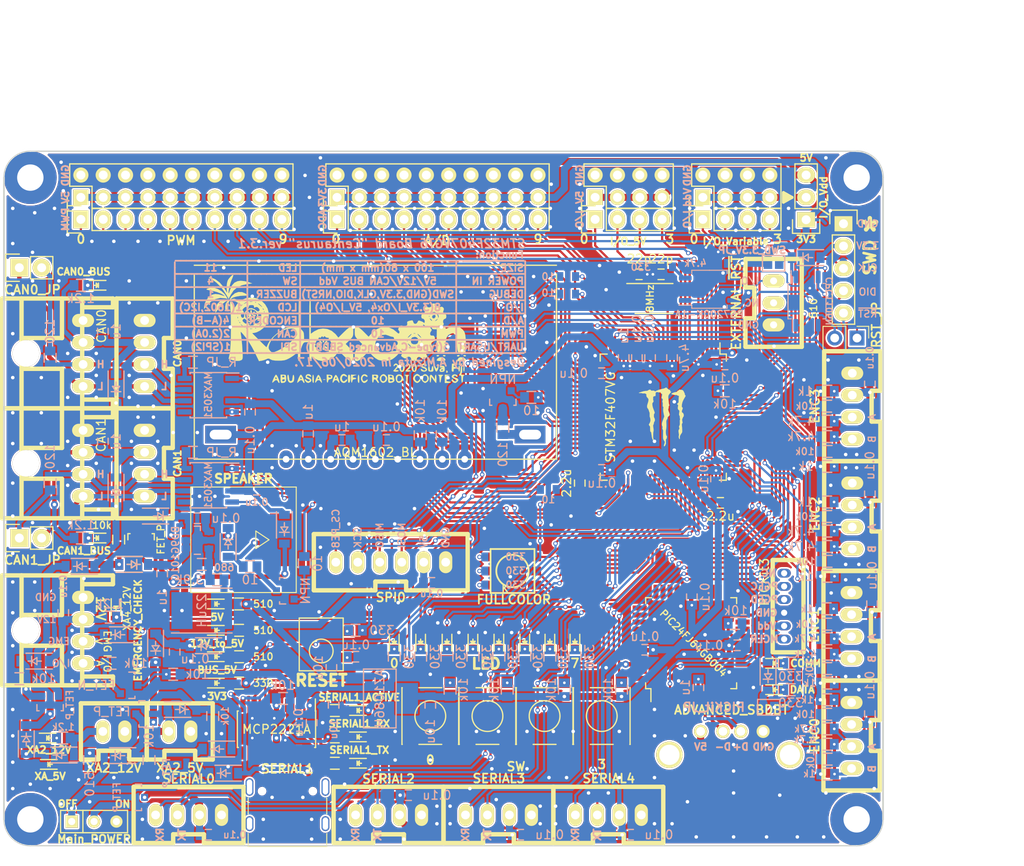
<source format=kicad_pcb>
(kicad_pcb (version 20171130) (host pcbnew "(5.1.4)-1")
  (layers (0 F.Cu signal) (31 B.Cu signal) (34 B.Paste user) (35 F.Paste user hide) (36 B.SilkS user) (37 F.SilkS user) (38 B.Mask user hide) (39 F.Mask user) (44 Edge.Cuts user))
  (net 0 "")
  (net 1 "Net-(C1-Pad1)")
  (net 2 GND)
  (net 3 +5V)
  (net 4 /OSC_OUT)
  (net 5 /OSC_IN)
  (net 6 "Net-(C18-Pad1)")
  (net 7 "Net-(C18-Pad2)")
  (net 8 +12V)
  (net 9 "Net-(D1-Pad2)")
  (net 10 "Net-(D2-Pad2)")
  (net 11 /BUS_5V)
  (net 12 "Net-(D15-Pad1)")
  (net 13 "Net-(IC1-Pad1)")
  (net 14 /USART1_TX)
  (net 15 /USART1_RX)
  (net 16 "Net-(IC1-Pad4)")
  (net 17 "Net-(IC1-Pad5)")
  (net 18 /D+)
  (net 19 /D-)
  (net 20 "Net-(IC1-Pad11)")
  (net 21 "Net-(IC1-Pad12)")
  (net 22 "Net-(IC1-Pad13)")
  (net 23 /MCLR)
  (net 24 "Net-(IC1-Pad19)")
  (net 25 "Net-(IC1-Pad20)")
  (net 26 /PGED1)
  (net 27 /PGEC1)
  (net 28 "Net-(IC1-Pad23)")
  (net 29 "Net-(IC1-Pad24)")
  (net 30 "Net-(IC1-Pad25)")
  (net 31 "Net-(IC1-Pad26)")
  (net 32 "Net-(IC1-Pad27)")
  (net 33 "Net-(IC1-Pad30)")
  (net 34 "Net-(IC1-Pad31)")
  (net 35 "Net-(IC1-Pad32)")
  (net 36 "Net-(IC1-Pad33)")
  (net 37 "Net-(IC1-Pad34)")
  (net 38 "Net-(IC1-Pad35)")
  (net 39 "Net-(IC1-Pad36)")
  (net 40 "Net-(IC1-Pad37)")
  (net 41 "Net-(IC1-Pad38)")
  (net 42 "Net-(IC1-Pad41)")
  (net 43 "Net-(IC1-Pad43)")
  (net 44 "Net-(IC1-Pad44)")
  (net 45 "Net-(P1-Pad6)")
  (net 46 "Net-(P2-Pad5)")
  (net 47 /USART3_TX)
  (net 48 /USART3_RX)
  (net 49 /TIM8_CH4)
  (net 50 /UART5_TX)
  (net 51 /UART5_RX)
  (net 52 "Net-(R25-Pad1)")
  (net 53 "Net-(C26-Pad1)")
  (net 54 "Net-(C27-Pad1)")
  (net 55 "Net-(U7-Pad1)")
  (net 56 "Net-(C29-Pad1)")
  (net 57 "Net-(C30-Pad2)")
  (net 58 "Net-(C30-Pad1)")
  (net 59 "Net-(D18-Pad1)")
  (net 60 "Net-(D20-Pad1)")
  (net 61 /CAN0_H)
  (net 62 /CAN1_H)
  (net 63 "Net-(LED1-Pad3)")
  (net 64 "Net-(P3-Pad3)")
  (net 65 "Net-(P3-Pad4)")
  (net 66 "Net-(P4-Pad4)")
  (net 67 "Net-(P4-Pad3)")
  (net 68 /D-_USB)
  (net 69 /D+_USB)
  (net 70 "Net-(P6-Pad4)")
  (net 71 "Net-(P6-Pad3)")
  (net 72 "Net-(P7-Pad3)")
  (net 73 "Net-(P7-Pad4)")
  (net 74 /CAN0_L)
  (net 75 /CAN1_L)
  (net 76 /SWCLK)
  (net 77 /SWDIO)
  (net 78 "Net-(Q4-Pad1)")
  (net 79 "Net-(Q5-Pad1)")
  (net 80 /TIM2_CH2)
  (net 81 /TIM2_CH1)
  (net 82 /TIM3_CH2)
  (net 83 /TIM3_CH1)
  (net 84 "Net-(R12-Pad1)")
  (net 85 /TIM4_CH2)
  (net 86 /TIM4_CH1)
  (net 87 /TIM5_CH2)
  (net 88 /TIM5_CH1)
  (net 89 /GP0)
  (net 90 /GP1)
  (net 91 /GP2)
  (net 92 /FB)
  (net 93 "Net-(R38-Pad2)")
  (net 94 "Net-(R39-Pad2)")
  (net 95 /I2C1_SDA)
  (net 96 /TIM10_CH1)
  (net 97 /I2C1_SCL)
  (net 98 /ADC12_IN10)
  (net 99 /ADC12_IN11)
  (net 100 /ADC12_IN2)
  (net 101 /ADC12_IN3)
  (net 102 /ADC12_IN4)
  (net 103 /TIM8_CH1)
  (net 104 /ADC12_IN14)
  (net 105 /ADC12_IN15)
  (net 106 /TIM8_CH2)
  (net 107 /ADC12_IN9)
  (net 108 /TIM1_CH1)
  (net 109 /TIM1_CH2)
  (net 110 /TIM1_CH3)
  (net 111 /TIM1_CH4)
  (net 112 /TIM12_CH1)
  (net 113 /TIM12_CH2)
  (net 114 /TIM8_CH3)
  (net 115 /TIM11_CH1)
  (net 116 "Net-(U3-Pad8)")
  (net 117 "Net-(U3-Pad9)")
  (net 118 "Net-(U3-Pad10)")
  (net 119 "Net-(U5-Pad5)")
  (net 120 /CAN1_RX)
  (net 121 /CAN1_TX)
  (net 122 /CAN2_TX)
  (net 123 /CAN2_RX)
  (net 124 "Net-(U6-Pad5)")
  (net 125 /PC15)
  (net 126 /PC13)
  (net 127 /PD11)
  (net 128 /TIM9_CH2)
  (net 129 /TIM9_CH1)
  (net 130 /PD3)
  (net 131 /PD10)
  (net 132 /PD14)
  (net 133 /PD15)
  (net 134 /PD4)
  (net 135 /PD7)
  (net 136 /PE0)
  (net 137 /PE1)
  (net 138 /PC14)
  (net 139 /PE2)
  (net 140 /PE3)
  (net 141 /PE4)
  (net 142 /SPI2_MISO)
  (net 143 /SPI2_MOSI)
  (net 144 /ADC12_IN5)
  (net 145 /ADC12_IN6)
  (net 146 /PB2)
  (net 147 /PE7)
  (net 148 /PE8)
  (net 149 /PE10)
  (net 150 /PE12)
  (net 151 /PE15)
  (net 152 /SPI2_SCK)
  (net 153 /PB11)
  (net 154 /USART6_TX)
  (net 155 /USART6_RX)
  (net 156 /USART2_TX)
  (net 157 /USART2_RX)
  (net 158 /PA8)
  (net 159 "Net-(JP2-Pad1)")
  (net 160 "Net-(D26-Pad2)")
  (net 161 "Net-(D19-Pad2)")
  (net 162 "Net-(D21-Pad2)")
  (net 163 "Net-(D22-Pad2)")
  (net 164 "Net-(D23-Pad2)")
  (net 165 "Net-(D24-Pad2)")
  (net 166 "Net-(D25-Pad2)")
  (net 167 "Net-(JP1-Pad2)")
  (net 168 "Net-(R46-Pad2)")
  (net 169 "Net-(R47-Pad2)")
  (net 170 "Net-(R48-Pad2)")
  (net 171 /PD0)
  (net 172 /PD1)
  (net 173 "Net-(D3-Pad2)")
  (net 174 "Net-(D4-Pad2)")
  (net 175 "Net-(D5-Pad2)")
  (net 176 "Net-(C19-Pad1)")
  (net 177 /12V_TO_5V)
  (net 178 CAN0_BUS_Vdd)
  (net 179 CAN1_BUS_Vdd)
  (net 180 XA4_12V)
  (net 181 /CAN_BUS_12V)
  (net 182 "Net-(D35-Pad1)")
  (net 183 "Net-(D36-Pad1)")
  (net 184 "Net-(D37-Pad1)")
  (net 185 "Net-(D40-Pad1)")
  (net 186 /UART4_TX)
  (net 187 /UART4_RX)
  (net 188 /XA_12V)
  (net 189 "Net-(D7-Pad2)")
  (net 190 XA2_12V)
  (net 191 "Net-(D10-Pad2)")
  (net 192 XA2_5V)
  (net 193 "Net-(D12-Pad2)")
  (net 194 "Net-(D13-Pad1)")
  (net 195 "Net-(D16-Pad1)")
  (net 196 "Net-(D17-Pad1)")
  (net 197 "Net-(D30-Pad1)")
  (net 198 "Net-(Q5-Pad3)")
  (net 199 "Net-(Q6-Pad1)")
  (net 200 "Net-(P27-Pad4)")
  (net 201 "Net-(D27-Pad1)")
  (net 202 "Net-(D11-Pad2)")
  (net 203 "Net-(D27-Pad2)")
  (net 204 "Net-(D28-Pad1)")
  (net 205 "Net-(D28-Pad2)")
  (net 206 "Net-(D1-Pad1)")
  (net 207 "Net-(D2-Pad1)")
  (net 208 "Net-(D31-Pad1)")
  (net 209 "Net-(R43-Pad1)")
  (net 210 "Net-(JP5-Pad2)")
  (net 211 "Net-(Q4-Pad3)")
  (net 212 +3V3)
  (net 213 "Net-(J1-PadS1)")
  (net 214 "Net-(J1-PadB8)")
  (net 215 "Net-(J1-PadA5)")
  (net 216 "Net-(J1-PadA8)")
  (net 217 "Net-(J1-PadB5)")
  (net 218 /~RST)
  (net 219 "Net-(J2-Pad2)")
  (net 220 "Net-(D33-Pad2)")
  (net 221 "Net-(D34-Pad2)")
  (net 222 "Net-(JP6-Pad1)")
  (net 223 /ST-LINK_Vdd)
  (net 224 /EXTERNAL_~RST~_PIN)
  (net 225 "Net-(R77-Pad2)")
  (net 226 "Net-(P5-Pad5)")
  (net 227 "Net-(P5-Pad4)")
  (net 228 "Net-(P5-Pad3)")
  (net 229 /RESET_SIGNAL)
  (net 230 "Net-(R76-Pad2)")
  (net 231 /Buzzer_Vdd)
  (net 232 "Net-(D42-Pad2)")
  (module Mizz_lib:SOT-23 (layer F.Cu) (at 68.6 103.15)
    (fp_text reference Q8 hide)
    (fp_text value FET_P (at 2.25 0 90) (layer F.SilkS) (effects (font (size 0.8 0.8))))
    (pad 1 smd rect (at -0.95 1.00076) (size 0.8001 0.8001) (layers F.Cu F.Paste F.Mask) (net 8 +12V))
    (pad 2 smd rect (at 0.95 1.00076) (size 0.8001 0.8001) (layers F.Cu F.Paste F.Mask) (net 232 "Net-(D42-Pad2)"))
    (pad 3 smd rect (at 0 -0.99822) (size 0.8001 0.8001) (layers F.Cu F.Paste F.Mask) (net 231 /Buzzer_Vdd))
  )
  (module Mizz_lib:SOD-123 (layer F.Cu) (at 67.75 106)
    (fp_text reference D41 hide)
    (fp_text value DIODE hide)
    (pad 1 smd rect (at -1.635 0) (size 0.91 1.22) (layers F.Cu F.Paste F.Mask) (net 8 +12V))
    (pad 2 smd rect (at 1.635 0) (size 0.91 1.22) (layers F.Cu F.Paste F.Mask) (net 231 /Buzzer_Vdd))
  )
  (module Mizz_lib:SOD-123 (layer B.Cu) (at 84.9 102 270)
    (fp_text reference D42 hide)
    (fp_text value DIODE hide)
    (pad 2 smd rect (at 1.635 0 270) (size 0.91 1.22) (layers B.Cu B.Paste B.Mask) (net 232 "Net-(D42-Pad2)"))
    (pad 1 smd rect (at -1.635 0 270) (size 0.91 1.22) (layers B.Cu B.Paste B.Mask) (net 212 +3V3))
  )
  (module Mizz_lib:R_0603 (layer F.Cu) (at 66.05 103.175 90)
    (fp_text reference R81 hide)
    (fp_text value 10k (at 1.625 -1.9) (layer F.SilkS) (effects (font (size 0.8 0.8))))
    (pad 1 smd rect (at -0.78 0 90) (size 1 1.2) (layers F.Cu F.Paste F.Mask) (net 8 +12V))
    (pad 2 smd rect (at 0.78 0 90) (size 1 1.2) (layers F.Cu F.Paste F.Mask) (net 2 GND))
  )
  (module Mizz_lib:R_0603 (layer B.Cu) (at 146.67 86.3 180)
    (fp_text reference R20 hide)
    (fp_text value 1k (at 2.5 0) (layer B.SilkS) (effects (justify mirror)))
    (pad 2 smd rect (at 0.78 0 180) (size 1 1.2) (layers B.Cu B.Paste B.Mask) (net 3 +5V))
    (pad 1 smd rect (at -0.78 0 180) (size 1 1.2) (layers B.Cu B.Paste B.Mask) (net 71 "Net-(P6-Pad3)"))
  )
  (module Mizz_lib:R_0603 (layer B.Cu) (at 146.65 88)
    (fp_text reference R74 hide)
    (fp_text value 10k (at -2.5 0) (layer B.SilkS) (effects (font (size 0.8 0.8)) (justify mirror)))
    (pad 2 smd rect (at 0.78 0) (size 1 1.2) (layers B.Cu B.Paste B.Mask) (net 2 GND))
    (pad 1 smd rect (at -0.78 0) (size 1 1.2) (layers B.Cu B.Paste B.Mask) (net 87 /TIM5_CH2))
  )
  (module Mizz_lib:R_0603 (layer B.Cu) (at 146.67 89.71 180)
    (fp_text reference R13 hide)
    (fp_text value 4.7k (at 3 0) (layer B.SilkS) (effects (justify mirror)))
    (pad 1 smd rect (at -0.78 0 180) (size 1 1.2) (layers B.Cu B.Paste B.Mask) (net 71 "Net-(P6-Pad3)"))
    (pad 2 smd rect (at 0.78 0 180) (size 1 1.2) (layers B.Cu B.Paste B.Mask) (net 87 /TIM5_CH2))
  )
  (module Mizz_lib:R_0603 (layer B.Cu) (at 146.67 91.46 180)
    (fp_text reference R14 hide)
    (fp_text value 4.7k (at 3 0) (layer B.SilkS) (effects (justify mirror)))
    (pad 1 smd rect (at -0.78 0 180) (size 1 1.2) (layers B.Cu B.Paste B.Mask) (net 70 "Net-(P6-Pad4)"))
    (pad 2 smd rect (at 0.78 0 180) (size 1 1.2) (layers B.Cu B.Paste B.Mask) (net 88 /TIM5_CH1))
  )
  (module Mizz_lib:R_0603 (layer B.Cu) (at 146.7 93.15)
    (fp_text reference R75 hide)
    (fp_text value 10k (at -2.6 0) (layer B.SilkS) (effects (font (size 0.8 0.8)) (justify mirror)))
    (pad 1 smd rect (at -0.78 0) (size 1 1.2) (layers B.Cu B.Paste B.Mask) (net 88 /TIM5_CH1))
    (pad 2 smd rect (at 0.78 0) (size 1 1.2) (layers B.Cu B.Paste B.Mask) (net 2 GND))
  )
  (module Mizz_lib:R_0603 (layer B.Cu) (at 146.67 94.85 180)
    (fp_text reference R18 hide)
    (fp_text value 1k (at 2.464999 0.024999) (layer B.SilkS) (effects (justify mirror)))
    (pad 2 smd rect (at 0.78 0 180) (size 1 1.2) (layers B.Cu B.Paste B.Mask) (net 3 +5V))
    (pad 1 smd rect (at -0.78 0 180) (size 1 1.2) (layers B.Cu B.Paste B.Mask) (net 70 "Net-(P6-Pad4)"))
  )
  (module Mizz_lib:R_0603 (layer B.Cu) (at 146.65 98.9 180)
    (fp_text reference R11 hide)
    (fp_text value 1k (at 2.47 0) (layer B.SilkS) (effects (justify mirror)))
    (pad 2 smd rect (at 0.78 0 180) (size 1 1.2) (layers B.Cu B.Paste B.Mask) (net 3 +5V))
    (pad 1 smd rect (at -0.78 0 180) (size 1 1.2) (layers B.Cu B.Paste B.Mask) (net 67 "Net-(P4-Pad3)"))
  )
  (module Mizz_lib:R_0603 (layer B.Cu) (at 146.65 100.55)
    (fp_text reference R27 hide)
    (fp_text value 10k (at -2.5 0) (layer B.SilkS) (effects (font (size 0.8 0.8)) (justify mirror)))
    (pad 2 smd rect (at 0.78 0) (size 1 1.2) (layers B.Cu B.Paste B.Mask) (net 2 GND))
    (pad 1 smd rect (at -0.78 0) (size 1 1.2) (layers B.Cu B.Paste B.Mask) (net 82 /TIM3_CH2))
  )
  (module Mizz_lib:R_0603 (layer B.Cu) (at 146.67 102.21 180)
    (fp_text reference R6 hide)
    (fp_text value 4.7k (at 3 0) (layer B.SilkS) (effects (justify mirror)))
    (pad 2 smd rect (at 0.78 0 180) (size 1 1.2) (layers B.Cu B.Paste B.Mask) (net 82 /TIM3_CH2))
    (pad 1 smd rect (at -0.78 0 180) (size 1 1.2) (layers B.Cu B.Paste B.Mask) (net 67 "Net-(P4-Pad3)"))
  )
  (module Mizz_lib:R_0603 (layer B.Cu) (at 146.67 103.96 180)
    (fp_text reference R7 hide)
    (fp_text value 4.7k (at 2.97 0) (layer B.SilkS) (effects (justify mirror)))
    (pad 1 smd rect (at -0.78 0 180) (size 1 1.2) (layers B.Cu B.Paste B.Mask) (net 66 "Net-(P4-Pad4)"))
    (pad 2 smd rect (at 0.78 0 180) (size 1 1.2) (layers B.Cu B.Paste B.Mask) (net 83 /TIM3_CH1))
  )
  (module Mizz_lib:R_0603 (layer B.Cu) (at 146.7 105.65)
    (fp_text reference R29 hide)
    (fp_text value 10k (at -2.5 0) (layer B.SilkS) (effects (font (size 0.8 0.8)) (justify mirror)))
    (pad 1 smd rect (at -0.78 0) (size 1 1.2) (layers B.Cu B.Paste B.Mask) (net 83 /TIM3_CH1))
    (pad 2 smd rect (at 0.78 0) (size 1 1.2) (layers B.Cu B.Paste B.Mask) (net 2 GND))
  )
  (module Mizz_lib:R_0603 (layer B.Cu) (at 146.7 107.35 180)
    (fp_text reference R9 hide)
    (fp_text value 1k (at 2.5 0) (layer B.SilkS) (effects (justify mirror)))
    (pad 1 smd rect (at -0.78 0 180) (size 1 1.2) (layers B.Cu B.Paste B.Mask) (net 66 "Net-(P4-Pad4)"))
    (pad 2 smd rect (at 0.78 0 180) (size 1 1.2) (layers B.Cu B.Paste B.Mask) (net 3 +5V))
  )
  (module Mizz_lib:R_0603 (layer B.Cu) (at 146.6 111.05 180)
    (fp_text reference R21 hide)
    (fp_text value 1k (at 2.25 0) (layer B.SilkS) (effects (font (size 0.8 0.8)) (justify mirror)))
    (pad 1 smd rect (at -0.78 0 180) (size 1 1.2) (layers B.Cu B.Paste B.Mask) (net 72 "Net-(P7-Pad3)"))
    (pad 2 smd rect (at 0.78 0 180) (size 1 1.2) (layers B.Cu B.Paste B.Mask) (net 3 +5V))
  )
  (module Mizz_lib:R_0603 (layer B.Cu) (at 146.65 112.8)
    (fp_text reference R31 hide)
    (fp_text value 10k (at -2.5 0) (layer B.SilkS) (effects (font (size 0.8 0.8)) (justify mirror)))
    (pad 2 smd rect (at 0.78 0) (size 1 1.2) (layers B.Cu B.Paste B.Mask) (net 2 GND))
    (pad 1 smd rect (at -0.78 0) (size 1 1.2) (layers B.Cu B.Paste B.Mask) (net 85 /TIM4_CH2))
  )
  (module Mizz_lib:R_0603 (layer B.Cu) (at 146.67 114.46 180)
    (fp_text reference R15 hide)
    (fp_text value 4.7k (at 2.5 0) (layer B.SilkS) (effects (font (size 0.8 0.8)) (justify mirror)))
    (pad 1 smd rect (at -0.78 0 180) (size 1 1.2) (layers B.Cu B.Paste B.Mask) (net 72 "Net-(P7-Pad3)"))
    (pad 2 smd rect (at 0.78 0 180) (size 1 1.2) (layers B.Cu B.Paste B.Mask) (net 85 /TIM4_CH2))
  )
  (module Mizz_lib:R_0603 (layer B.Cu) (at 146.67 116.21 180)
    (fp_text reference R16 hide)
    (fp_text value 4.7k (at 2.5 0) (layer B.SilkS) (effects (font (size 0.8 0.8)) (justify mirror)))
    (pad 2 smd rect (at 0.78 0 180) (size 1 1.2) (layers B.Cu B.Paste B.Mask) (net 86 /TIM4_CH1))
    (pad 1 smd rect (at -0.78 0 180) (size 1 1.2) (layers B.Cu B.Paste B.Mask) (net 73 "Net-(P7-Pad4)"))
  )
  (module Mizz_lib:R_0603 (layer B.Cu) (at 146.65 117.85)
    (fp_text reference R32 hide)
    (fp_text value 10k (at -2 0 90) (layer B.SilkS) (effects (font (size 0.8 0.8)) (justify mirror)))
    (pad 1 smd rect (at -0.78 0) (size 1 1.2) (layers B.Cu B.Paste B.Mask) (net 86 /TIM4_CH1))
    (pad 2 smd rect (at 0.78 0) (size 1 1.2) (layers B.Cu B.Paste B.Mask) (net 2 GND))
  )
  (module Mizz_lib:R_0603 (layer B.Cu) (at 146.67 119.5 180)
    (fp_text reference R19 hide)
    (fp_text value 1k (at 2 0) (layer B.SilkS) (effects (font (size 0.8 0.8)) (justify mirror)))
    (pad 2 smd rect (at 0.78 0 180) (size 1 1.2) (layers B.Cu B.Paste B.Mask) (net 3 +5V))
    (pad 1 smd rect (at -0.78 0 180) (size 1 1.2) (layers B.Cu B.Paste B.Mask) (net 73 "Net-(P7-Pad4)"))
  )
  (module Mizz_lib:R_0603 (layer B.Cu) (at 146.65 121.4 180)
    (fp_text reference R10 hide)
    (fp_text value 1k (at 2.25 0) (layer B.SilkS) (effects (font (size 0.8 0.8)) (justify mirror)))
    (pad 2 smd rect (at 0.78 0 180) (size 1 1.2) (layers B.Cu B.Paste B.Mask) (net 3 +5V))
    (pad 1 smd rect (at -0.78 0 180) (size 1 1.2) (layers B.Cu B.Paste B.Mask) (net 64 "Net-(P3-Pad3)"))
  )
  (module Mizz_lib:R_0603 (layer B.Cu) (at 146.65 123.05)
    (fp_text reference R70 hide)
    (fp_text value 10k (at -2.5 0) (layer B.SilkS) (effects (font (size 0.8 0.8)) (justify mirror)))
    (pad 2 smd rect (at 0.78 0) (size 1 1.2) (layers B.Cu B.Paste B.Mask) (net 2 GND))
    (pad 1 smd rect (at -0.78 0) (size 1 1.2) (layers B.Cu B.Paste B.Mask) (net 80 /TIM2_CH2))
  )
  (module Mizz_lib:R_0603 (layer B.Cu) (at 146.67 124.71 180)
    (fp_text reference R4 hide)
    (fp_text value 4.7k (at 2.5 0) (layer B.SilkS) (effects (font (size 0.8 0.8)) (justify mirror)))
    (pad 1 smd rect (at -0.78 0 180) (size 1 1.2) (layers B.Cu B.Paste B.Mask) (net 64 "Net-(P3-Pad3)"))
    (pad 2 smd rect (at 0.78 0 180) (size 1 1.2) (layers B.Cu B.Paste B.Mask) (net 80 /TIM2_CH2))
  )
  (module Mizz_lib:R_0603 (layer B.Cu) (at 146.67 126.46 180)
    (fp_text reference R5 hide)
    (fp_text value 4.7k (at 2.58 0.54) (layer B.SilkS) (effects (font (size 0.8 0.8)) (justify mirror)))
    (pad 1 smd rect (at -0.78 0 180) (size 1 1.2) (layers B.Cu B.Paste B.Mask) (net 65 "Net-(P3-Pad4)"))
    (pad 2 smd rect (at 0.78 0 180) (size 1 1.2) (layers B.Cu B.Paste B.Mask) (net 81 /TIM2_CH1))
  )
  (module Mizz_lib:R_0603 (layer B.Cu) (at 146.7 128.15)
    (fp_text reference R73 hide)
    (fp_text value 10k (at -1.95 0 90) (layer B.SilkS) (effects (font (size 0.8 0.8)) (justify mirror)))
    (pad 1 smd rect (at -0.78 0) (size 1 1.2) (layers B.Cu B.Paste B.Mask) (net 81 /TIM2_CH1))
    (pad 2 smd rect (at 0.78 0) (size 1 1.2) (layers B.Cu B.Paste B.Mask) (net 2 GND))
  )
  (module Mizz_lib:R_0603 (layer B.Cu) (at 146.7 129.85 180)
    (fp_text reference R8 hide)
    (fp_text value 1k (at 2.08 0.04) (layer B.SilkS) (effects (font (size 0.8 0.8)) (justify mirror)))
    (pad 2 smd rect (at 0.78 0 180) (size 1 1.2) (layers B.Cu B.Paste B.Mask) (net 3 +5V))
    (pad 1 smd rect (at -0.78 0 180) (size 1 1.2) (layers B.Cu B.Paste B.Mask) (net 65 "Net-(P3-Pad4)"))
  )
  (module Mizz_lib:R_0603 (layer B.Cu) (at 142.5 120.25 180)
    (fp_text reference R2 hide)
    (fp_text value 330 (at 0 -1.5) (layer B.SilkS) (effects (justify mirror)))
    (pad 1 smd rect (at -0.78 0 180) (size 1 1.2) (layers B.Cu B.Paste B.Mask) (net 212 +3V3))
    (pad 2 smd rect (at 0.78 0 180) (size 1 1.2) (layers B.Cu B.Paste B.Mask) (net 206 "Net-(D1-Pad1)"))
  )
  (module Mizz_lib:R_0603 (layer B.Cu) (at 142.5 117.25 180)
    (fp_text reference R3 hide)
    (fp_text value 330 (at 0 -1.5) (layer B.SilkS) (effects (justify mirror)))
    (pad 1 smd rect (at -0.78 0 180) (size 1 1.2) (layers B.Cu B.Paste B.Mask) (net 212 +3V3))
    (pad 2 smd rect (at 0.78 0 180) (size 1 1.2) (layers B.Cu B.Paste B.Mask) (net 207 "Net-(D2-Pad1)"))
  )
  (module Mizz_lib:R_0603 (layer B.Cu) (at 136.17 112.71)
    (fp_text reference R1 hide)
    (fp_text value 10k (at 0.08 -1.46) (layer B.SilkS) (effects (justify mirror)))
    (pad 1 smd rect (at -0.78 0) (size 1 1.2) (layers B.Cu B.Paste B.Mask) (net 23 /MCLR))
    (pad 2 smd rect (at 0.78 0) (size 1 1.2) (layers B.Cu B.Paste B.Mask) (net 212 +3V3))
  )
  (module Mizz_lib:R_0603 (layer B.Cu) (at 135 86.25)
    (fp_text reference R25 hide)
    (fp_text value 10k (at 0 1.5) (layer B.SilkS) (effects (justify mirror)))
    (pad 2 smd rect (at 0.78 0) (size 1 1.2) (layers B.Cu B.Paste B.Mask) (net 2 GND))
    (pad 1 smd rect (at -0.78 0) (size 1 1.2) (layers B.Cu B.Paste B.Mask) (net 52 "Net-(R25-Pad1)"))
  )
  (module Mizz_lib:R_0603 (layer B.Cu) (at 113 87)
    (fp_text reference R42 hide)
    (fp_text value 10 (at 0 1.5) (layer B.SilkS) (effects (justify mirror)))
    (pad 2 smd rect (at 0.78 0) (size 1 1.2) (layers B.Cu B.Paste B.Mask) (net 146 /PB2))
    (pad 1 smd rect (at -0.78 0) (size 1 1.2) (layers B.Cu B.Paste B.Mask) (net 79 "Net-(Q5-Pad1)"))
  )
  (module Mizz_lib:R_0603 (layer B.Cu) (at 109.75 90.45 90)
    (fp_text reference R43 hide)
    (fp_text value 120 (at -3.05 0 90) (layer B.SilkS) (effects (justify mirror)))
    (pad 2 smd rect (at 0.78 0 90) (size 1 1.2) (layers B.Cu B.Paste B.Mask) (net 198 "Net-(Q5-Pad3)"))
    (pad 1 smd rect (at -0.78 0 90) (size 1 1.2) (layers B.Cu B.Paste B.Mask) (net 209 "Net-(R43-Pad1)"))
  )
  (module Mizz_lib:R_0603 (layer B.Cu) (at 123.25 120.25 90)
    (fp_text reference R56 hide)
    (fp_text value 10k (at 0 -1.5 90) (layer B.SilkS) (effects (justify mirror)))
    (pad 2 smd rect (at 0.78 0 90) (size 1 1.2) (layers B.Cu B.Paste B.Mask) (net 135 /PD7))
    (pad 1 smd rect (at -0.78 0 90) (size 1 1.2) (layers B.Cu B.Paste B.Mask) (net 212 +3V3))
  )
  (module Mizz_lib:R_0603 (layer B.Cu) (at 116.75 120.25 90)
    (fp_text reference R55 hide)
    (fp_text value 10k (at 0 -1.5 90) (layer B.SilkS) (effects (justify mirror)))
    (pad 2 smd rect (at 0.78 0 90) (size 1 1.2) (layers B.Cu B.Paste B.Mask) (net 134 /PD4))
    (pad 1 smd rect (at -0.78 0 90) (size 1 1.2) (layers B.Cu B.Paste B.Mask) (net 212 +3V3))
  )
  (module Mizz_lib:R_0603 (layer B.Cu) (at 110.25 120.25 90)
    (fp_text reference R45 hide)
    (fp_text value 10k (at 0 -1.5 90) (layer B.SilkS) (effects (justify mirror)))
    (pad 1 smd rect (at -0.78 0 90) (size 1 1.2) (layers B.Cu B.Paste B.Mask) (net 212 +3V3))
    (pad 2 smd rect (at 0.78 0 90) (size 1 1.2) (layers B.Cu B.Paste B.Mask) (net 130 /PD3))
  )
  (module Mizz_lib:R_0603 (layer B.Cu) (at 103.75 120.25 90)
    (fp_text reference R54 hide)
    (fp_text value 10k (at 0 1.5 90) (layer B.SilkS) (effects (justify mirror)))
    (pad 1 smd rect (at -0.78 0 90) (size 1 1.2) (layers B.Cu B.Paste B.Mask) (net 212 +3V3))
    (pad 2 smd rect (at 0.78 0 90) (size 1 1.2) (layers B.Cu B.Paste B.Mask) (net 172 /PD1))
  )
  (module Mizz_lib:R_0603 (layer B.Cu) (at 93 113.5 180)
    (fp_text reference R17 hide)
    (fp_text value 330 (at -3 0) (layer B.SilkS) (effects (justify mirror)))
    (pad 2 smd rect (at 0.78 0 180) (size 1 1.2) (layers B.Cu B.Paste B.Mask) (net 63 "Net-(LED1-Pad3)"))
    (pad 1 smd rect (at -0.78 0 180) (size 1 1.2) (layers B.Cu B.Paste B.Mask) (net 149 /PE10))
  )
  (module Mizz_lib:R_0603 (layer B.Cu) (at 102.85 91.3 270)
    (fp_text reference R52 hide)
    (fp_text value 10k (at -2.75 0 90) (layer B.SilkS) (effects (justify mirror)))
    (pad 2 smd rect (at 0.78 0 270) (size 1 1.2) (layers B.Cu B.Paste B.Mask) (net 97 /I2C1_SCL))
    (pad 1 smd rect (at -0.78 0 270) (size 1 1.2) (layers B.Cu B.Paste B.Mask) (net 212 +3V3))
  )
  (module Mizz_lib:R_0603 (layer B.Cu) (at 100.35 91.3 270)
    (fp_text reference R50 hide)
    (fp_text value 10k (at -2.78 0 90) (layer B.SilkS) (effects (justify mirror)))
    (pad 1 smd rect (at -0.78 0 270) (size 1 1.2) (layers B.Cu B.Paste B.Mask) (net 212 +3V3))
    (pad 2 smd rect (at 0.78 0 270) (size 1 1.2) (layers B.Cu B.Paste B.Mask) (net 95 /I2C1_SDA))
  )
  (module Mizz_lib:R_0603 (layer B.Cu) (at 81 106.25)
    (fp_text reference R53 hide)
    (fp_text value 10 (at 0 1.5) (layer B.SilkS) (effects (justify mirror)))
    (pad 2 smd rect (at 0.78 0) (size 1 1.2) (layers B.Cu B.Paste B.Mask) (net 211 "Net-(Q4-Pad3)"))
    (pad 1 smd rect (at -0.78 0) (size 1 1.2) (layers B.Cu B.Paste B.Mask) (net 60 "Net-(D20-Pad1)"))
  )
  (module Mizz_lib:R_0603 (layer B.Cu) (at 77.25 107.75 180)
    (fp_text reference R35 hide)
    (fp_text value 3.9k (at 3.1 0) (layer B.SilkS) (effects (justify mirror)))
    (pad 1 smd rect (at -0.78 0 180) (size 1 1.2) (layers B.Cu B.Paste B.Mask) (net 12 "Net-(D15-Pad1)"))
    (pad 2 smd rect (at 0.78 0 180) (size 1 1.2) (layers B.Cu B.Paste B.Mask) (net 92 /FB))
  )
  (module Mizz_lib:R_0603 (layer B.Cu) (at 75.5 106 180)
    (fp_text reference R36 hide)
    (fp_text value 680 (at -2.55 -0.35) (layer B.SilkS) (effects (font (size 0.8 0.8)) (justify mirror)))
    (pad 2 smd rect (at 0.78 0 180) (size 1 1.2) (layers B.Cu B.Paste B.Mask) (net 2 GND))
    (pad 1 smd rect (at -0.78 0 180) (size 1 1.2) (layers B.Cu B.Paste B.Mask) (net 92 /FB))
  )
  (module Mizz_lib:R_0603 (layer B.Cu) (at 87.17 105.88 90)
    (fp_text reference R51 hide)
    (fp_text value 10 (at 0 1.5 90) (layer B.SilkS) (effects (justify mirror)))
    (pad 2 smd rect (at 0.78 0 90) (size 1 1.2) (layers B.Cu B.Paste B.Mask) (net 112 /TIM12_CH1))
    (pad 1 smd rect (at -0.78 0 90) (size 1 1.2) (layers B.Cu B.Paste B.Mask) (net 78 "Net-(Q4-Pad1)"))
  )
  (module Mizz_lib:R_0603 (layer B.Cu) (at 84.75 121.25)
    (fp_text reference R12 hide)
    (fp_text value 10k (at -0.03 -1.5) (layer B.SilkS) (effects (justify mirror)))
    (pad 1 smd rect (at -0.78 0) (size 1 1.2) (layers B.Cu B.Paste B.Mask) (net 84 "Net-(R12-Pad1)"))
    (pad 2 smd rect (at 0.78 0) (size 1 1.2) (layers B.Cu B.Paste B.Mask) (net 212 +3V3))
  )
  (module Mizz_lib:C_0603 (layer B.Cu) (at 88 124 270)
    (fp_text reference C10 hide)
    (fp_text value 0.1u (at 0 1.5 90) (layer B.SilkS) (effects (justify mirror)))
    (pad 2 smd rect (at 0.93 0 270) (size 1 1.2) (layers B.Cu B.Paste B.Mask) (net 2 GND))
    (pad 1 smd rect (at -0.95 0 270) (size 1 1.2) (layers B.Cu B.Paste B.Mask) (net 212 +3V3))
  )
  (module Mizz_lib:R_0603 (layer B.Cu) (at 76.75 123.25 270)
    (fp_text reference R28 hide)
    (fp_text value 10k (at 0 -1.4 90) (layer B.SilkS) (effects (font (size 0.8 0.8)) (justify mirror)))
    (pad 1 smd rect (at -0.78 0 270) (size 1 1.2) (layers B.Cu B.Paste B.Mask) (net 202 "Net-(D11-Pad2)"))
    (pad 2 smd rect (at 0.78 0 270) (size 1 1.2) (layers B.Cu B.Paste B.Mask) (net 2 GND))
  )
  (module Mizz_lib:R_0603 (layer B.Cu) (at 69.5 128.25 270)
    (fp_text reference R30 hide)
    (fp_text value 10k (at -2.75 0 90) (layer B.SilkS) (effects (justify mirror)))
    (pad 2 smd rect (at 0.78 0 270) (size 1 1.2) (layers B.Cu B.Paste B.Mask) (net 2 GND))
    (pad 1 smd rect (at -0.78 0 270) (size 1 1.2) (layers B.Cu B.Paste B.Mask) (net 201 "Net-(D27-Pad1)"))
  )
  (module Mizz_lib:R_0603 (layer B.Cu) (at 72.25 118.5 180)
    (fp_text reference R69 hide)
    (fp_text value 10k (at -2.75 0) (layer B.SilkS) (effects (justify mirror)))
    (pad 1 smd rect (at -0.78 0 180) (size 1 1.2) (layers B.Cu B.Paste B.Mask) (net 212 +3V3))
    (pad 2 smd rect (at 0.78 0 180) (size 1 1.2) (layers B.Cu B.Paste B.Mask) (net 153 /PB11))
  )
  (module Mizz_lib:R_0603 (layer B.Cu) (at 65.25 117.25)
    (fp_text reference R71 hide)
    (fp_text value 10k (at 2.75 0) (layer B.SilkS) (effects (justify mirror)))
    (pad 1 smd rect (at -0.78 0) (size 1 1.2) (layers B.Cu B.Paste B.Mask) (net 200 "Net-(P27-Pad4)"))
    (pad 2 smd rect (at 0.78 0) (size 1 1.2) (layers B.Cu B.Paste B.Mask) (net 2 GND))
  )
  (module Mizz_lib:R_0603 (layer B.Cu) (at 65.03 112 180)
    (fp_text reference R66 hide)
    (fp_text value 1.2k (at 0 1.5) (layer B.SilkS) (effects (justify mirror)))
    (pad 2 smd rect (at 0.78 0 180) (size 1 1.2) (layers B.Cu B.Paste B.Mask) (net 180 XA4_12V))
    (pad 1 smd rect (at -0.78 0 180) (size 1 1.2) (layers B.Cu B.Paste B.Mask) (net 182 "Net-(D35-Pad1)"))
  )
  (module Mizz_lib:R_0603 (layer B.Cu) (at 61.75 103 180)
    (fp_text reference R68 hide)
    (fp_text value 1.2k (at 0 1.5) (layer B.SilkS) (effects (justify mirror)))
    (pad 1 smd rect (at -0.78 0 180) (size 1 1.2) (layers B.Cu B.Paste B.Mask) (net 184 "Net-(D37-Pad1)"))
    (pad 2 smd rect (at 0.78 0 180) (size 1 1.2) (layers B.Cu B.Paste B.Mask) (net 179 CAN1_BUS_Vdd))
  )
  (module Mizz_lib:R_0603 (layer B.Cu) (at 61.75 74.25 180)
    (fp_text reference R67 hide)
    (fp_text value 1.2k (at 0 -1.5) (layer B.SilkS) (effects (justify mirror)))
    (pad 2 smd rect (at 0.78 0 180) (size 1 1.2) (layers B.Cu B.Paste B.Mask) (net 178 CAN0_BUS_Vdd))
    (pad 1 smd rect (at -0.78 0 180) (size 1 1.2) (layers B.Cu B.Paste B.Mask) (net 183 "Net-(D36-Pad1)"))
  )
  (module Mizz_lib:R_0603 (layer B.Cu) (at 58.25 82.5 90)
    (fp_text reference R40 hide)
    (fp_text value 120 (at 3 0 90) (layer B.SilkS) (effects (justify mirror)))
    (pad 2 smd rect (at 0.78 0 90) (size 1 1.2) (layers B.Cu B.Paste B.Mask) (net 167 "Net-(JP1-Pad2)"))
    (pad 1 smd rect (at -0.78 0 90) (size 1 1.2) (layers B.Cu B.Paste B.Mask) (net 61 /CAN0_H))
  )
  (module Mizz_lib:R_0603 (layer B.Cu) (at 58.25 96.75 90)
    (fp_text reference R41 hide)
    (fp_text value 120 (at 3 0 270) (layer B.SilkS) (effects (justify mirror)))
    (pad 1 smd rect (at -0.78 0 90) (size 1 1.2) (layers B.Cu B.Paste B.Mask) (net 159 "Net-(JP2-Pad1)"))
    (pad 2 smd rect (at 0.78 0 90) (size 1 1.2) (layers B.Cu B.Paste B.Mask) (net 62 /CAN1_H))
  )
  (module Mizz_lib:R_0603 (layer B.Cu) (at 62.75 128.25 90)
    (fp_text reference R34 hide)
    (fp_text value 510 (at -2.75 0 90) (layer B.SilkS) (effects (justify mirror)))
    (pad 1 smd rect (at -0.78 0 90) (size 1 1.2) (layers B.Cu B.Paste B.Mask) (net 195 "Net-(D16-Pad1)"))
    (pad 2 smd rect (at 0.78 0 90) (size 1 1.2) (layers B.Cu B.Paste B.Mask) (net 192 XA2_5V))
  )
  (module Mizz_lib:R_0603 (layer B.Cu) (at 59.75 125.75)
    (fp_text reference R33 hide)
    (fp_text value 1.2k (at 0 -1.25 180) (layer B.SilkS) (effects (font (size 0.8 0.8)) (justify mirror)))
    (pad 2 smd rect (at 0.78 0) (size 1 1.2) (layers B.Cu B.Paste B.Mask) (net 190 XA2_12V))
    (pad 1 smd rect (at -0.78 0) (size 1 1.2) (layers B.Cu B.Paste B.Mask) (net 194 "Net-(D13-Pad1)"))
  )
  (module Mizz_lib:R_0603 (layer B.Cu) (at 54.75 119 180)
    (fp_text reference R26 hide)
    (fp_text value 10k (at -2.75 0) (layer B.SilkS) (effects (justify mirror)))
    (pad 2 smd rect (at 0.78 0 180) (size 1 1.2) (layers B.Cu B.Paste B.Mask) (net 2 GND))
    (pad 1 smd rect (at -0.78 0 180) (size 1 1.2) (layers B.Cu B.Paste B.Mask) (net 188 /XA_12V))
  )
  (module Mizz_lib:SOD-123 (layer B.Cu) (at 78 129.75 180)
    (fp_text reference D12)
    (fp_text value DIODE hide)
    (pad 1 smd rect (at -1.635 0 180) (size 0.91 1.22) (layers B.Cu B.Paste B.Mask) (net 11 /BUS_5V))
    (pad 2 smd rect (at 1.635 0 180) (size 0.91 1.22) (layers B.Cu B.Paste B.Mask) (net 193 "Net-(D12-Pad2)"))
  )
  (module Mizz_lib:SOD-123 (layer B.Cu) (at 77.25 127 180)
    (fp_text reference D9)
    (fp_text value DIODE)
    (pad 1 smd rect (at -1.635 0 180) (size 0.91 1.22) (layers B.Cu B.Paste B.Mask) (net 202 "Net-(D11-Pad2)"))
    (pad 2 smd rect (at 1.635 0 180) (size 0.91 1.22) (layers B.Cu B.Paste B.Mask) (net 201 "Net-(D27-Pad1)"))
  )
  (module Mizz_lib:SOD-123 (layer B.Cu) (at 66 127.75 180)
    (fp_text reference D27 hide)
    (fp_text value DIODE)
    (pad 1 smd rect (at -1.635 0 180) (size 0.91 1.22) (layers B.Cu B.Paste B.Mask) (net 201 "Net-(D27-Pad1)"))
    (pad 2 smd rect (at 1.635 0 180) (size 0.91 1.22) (layers B.Cu B.Paste B.Mask) (net 203 "Net-(D27-Pad2)"))
  )
  (module Mizz_lib:SOD-123 (layer B.Cu) (at 55.54 125.92 90)
    (fp_text reference D6)
    (fp_text value DIODE hide)
    (pad 1 smd rect (at -1.635 0 90) (size 0.91 1.22) (layers B.Cu B.Paste B.Mask) (net 188 /XA_12V))
    (pad 2 smd rect (at 1.635 0 90) (size 0.91 1.22) (layers B.Cu B.Paste B.Mask) (net 8 +12V))
  )
  (module Mizz_lib:SOD-123 (layer B.Cu) (at 73.25 122.5)
    (fp_text reference D11)
    (fp_text value DIODE)
    (pad 2 smd rect (at 1.635 0) (size 0.91 1.22) (layers B.Cu B.Paste B.Mask) (net 202 "Net-(D11-Pad2)"))
    (pad 1 smd rect (at -1.635 0) (size 0.91 1.22) (layers B.Cu B.Paste B.Mask) (net 192 XA2_5V))
  )
  (module Mizz_lib:SOD-123 (layer B.Cu) (at 59.32 127.68 180)
    (fp_text reference D8 hide)
    (fp_text value DIODE)
    (pad 1 smd rect (at -1.635 0 180) (size 0.91 1.22) (layers B.Cu B.Paste B.Mask) (net 190 XA2_12V))
    (pad 2 smd rect (at 1.635 0 180) (size 0.91 1.22) (layers B.Cu B.Paste B.Mask) (net 188 /XA_12V))
  )
  (module Mizz_lib:SOD-123 (layer B.Cu) (at 56.5 117 180)
    (fp_text reference D32)
    (fp_text value DIODE hide)
    (pad 1 smd rect (at -1.635 0 180) (size 0.91 1.22) (layers B.Cu B.Paste B.Mask) (net 180 XA4_12V))
    (pad 2 smd rect (at 1.635 0 180) (size 0.91 1.22) (layers B.Cu B.Paste B.Mask) (net 188 /XA_12V))
  )
  (module Mizz_lib:SOD-123 (layer B.Cu) (at 70.25 115.5 270)
    (fp_text reference D10)
    (fp_text value DIODE)
    (pad 2 smd rect (at 1.635 0 270) (size 0.91 1.22) (layers B.Cu B.Paste B.Mask) (net 191 "Net-(D10-Pad2)"))
    (pad 1 smd rect (at -1.635 0 270) (size 0.91 1.22) (layers B.Cu B.Paste B.Mask) (net 177 /12V_TO_5V))
  )
  (module Mizz_lib:SOD-123 (layer B.Cu) (at 75.775001 115.25 180)
    (fp_text reference D15)
    (fp_text value DIODE hide)
    (pad 1 smd rect (at -1.635 0 180) (size 0.91 1.22) (layers B.Cu B.Paste B.Mask) (net 12 "Net-(D15-Pad1)"))
    (pad 2 smd rect (at 1.635 0 180) (size 0.91 1.22) (layers B.Cu B.Paste B.Mask) (net 177 /12V_TO_5V))
  )
  (module Mizz_lib:SOD-123 (layer B.Cu) (at 66 114 180)
    (fp_text reference D26)
    (fp_text value DIODE hide)
    (pad 1 smd rect (at -1.635 0 180) (size 0.91 1.22) (layers B.Cu B.Paste B.Mask) (net 151 /PE15))
    (pad 2 smd rect (at 1.635 0 180) (size 0.91 1.22) (layers B.Cu B.Paste B.Mask) (net 160 "Net-(D26-Pad2)"))
  )
  (module Mizz_lib:SOD-123 (layer B.Cu) (at 61.65 106.22 180)
    (fp_text reference D7)
    (fp_text value DIODE)
    (pad 2 smd rect (at 1.635 0 180) (size 0.91 1.22) (layers B.Cu B.Paste B.Mask) (net 189 "Net-(D7-Pad2)"))
    (pad 1 smd rect (at -1.635 0 180) (size 0.91 1.22) (layers B.Cu B.Paste B.Mask) (net 181 /CAN_BUS_12V))
  )
  (module Mizz_lib:SOD-123 (layer B.Cu) (at 67.75 106)
    (fp_text reference D29)
    (fp_text value DIODE)
    (pad 1 smd rect (at -1.635 0) (size 0.91 1.22) (layers B.Cu B.Paste B.Mask) (net 8 +12V))
    (pad 2 smd rect (at 1.635 0) (size 0.91 1.22) (layers B.Cu B.Paste B.Mask) (net 176 "Net-(C19-Pad1)"))
  )
  (module Mizz_lib:SOD-123 (layer B.Cu) (at 78.5 103.5 90)
    (fp_text reference D20 hide)
    (fp_text value DIODE)
    (pad 1 smd rect (at -1.635 0 90) (size 0.91 1.22) (layers B.Cu B.Paste B.Mask) (net 60 "Net-(D20-Pad1)"))
    (pad 2 smd rect (at 1.635 0 90) (size 0.91 1.22) (layers B.Cu B.Paste B.Mask) (net 231 /Buzzer_Vdd))
  )
  (module Mizz_lib:SOD-123 (layer B.Cu) (at 70.75 100.5)
    (fp_text reference D14)
    (fp_text value DIODE)
    (pad 1 smd rect (at -1.635 0) (size 0.91 1.22) (layers B.Cu B.Paste B.Mask) (net 2 GND))
    (pad 2 smd rect (at 1.635 0) (size 0.91 1.22) (layers B.Cu B.Paste B.Mask) (net 6 "Net-(C18-Pad1)"))
  )
  (module Mizz_lib:SOD-123 (layer B.Cu) (at 65.75 86 270)
    (fp_text reference D38)
    (fp_text value DIODE hide)
    (pad 2 smd rect (at 1.635 0 270) (size 0.91 1.22) (layers B.Cu B.Paste B.Mask) (net 181 /CAN_BUS_12V))
    (pad 1 smd rect (at -1.635 0 270) (size 0.91 1.22) (layers B.Cu B.Paste B.Mask) (net 178 CAN0_BUS_Vdd))
  )
  (module Mizz_lib:SOD-123 (layer B.Cu) (at 65.75 97.75 270)
    (fp_text reference D39)
    (fp_text value DIODE hide)
    (pad 1 smd rect (at -1.635 0 270) (size 0.91 1.22) (layers B.Cu B.Paste B.Mask) (net 179 CAN1_BUS_Vdd))
    (pad 2 smd rect (at 1.635 0 270) (size 0.91 1.22) (layers B.Cu B.Paste B.Mask) (net 181 /CAN_BUS_12V))
  )
  (module Mizz_lib:C_0603 (layer B.Cu) (at 64.25 79.5 270)
    (fp_text reference C22 hide)
    (fp_text value 1u (at 0 -1.5 90) (layer B.SilkS) (effects (justify mirror)))
    (pad 1 smd rect (at -0.95 0 270) (size 1 1.2) (layers B.Cu B.Paste B.Mask) (net 2 GND))
    (pad 2 smd rect (at 0.93 0 270) (size 1 1.2) (layers B.Cu B.Paste B.Mask) (net 178 CAN0_BUS_Vdd))
  )
  (module Mizz_lib:C_0603 (layer B.Cu) (at 64.25 92 270)
    (fp_text reference C23 hide)
    (fp_text value 1u (at 0 -1.5 90) (layer B.SilkS) (effects (justify mirror)))
    (pad 2 smd rect (at 0.93 0 270) (size 1 1.2) (layers B.Cu B.Paste B.Mask) (net 179 CAN1_BUS_Vdd))
    (pad 1 smd rect (at -0.95 0 270) (size 1 1.2) (layers B.Cu B.Paste B.Mask) (net 2 GND))
  )
  (module Mizz_lib:C_0603 (layer B.Cu) (at 71 107.05 270)
    (fp_text reference C19 hide)
    (fp_text value 1u (at 2.7 0 90) (layer B.SilkS) (effects (justify mirror)))
    (pad 2 smd rect (at 0.93 0 270) (size 1 1.2) (layers B.Cu B.Paste B.Mask) (net 2 GND))
    (pad 1 smd rect (at -0.95 0 270) (size 1 1.2) (layers B.Cu B.Paste B.Mask) (net 176 "Net-(C19-Pad1)"))
  )
  (module Mizz_lib:C_0603 (layer B.Cu) (at 75 100.75)
    (fp_text reference C18 hide)
    (fp_text value 0.1u (at 3.25 0) (layer B.SilkS) (effects (justify mirror)))
    (pad 2 smd rect (at 0.93 0) (size 1 1.2) (layers B.Cu B.Paste B.Mask) (net 7 "Net-(C18-Pad2)"))
    (pad 1 smd rect (at -0.95 0) (size 1 1.2) (layers B.Cu B.Paste B.Mask) (net 6 "Net-(C18-Pad1)"))
  )
  (module Mizz_lib:C_0603 (layer B.Cu) (at 72.42 115.96 270)
    (fp_text reference C5 hide)
    (fp_text value 0.1u (at 0.79 -2.33) (layer B.SilkS) (effects (justify mirror)))
    (pad 1 smd rect (at -0.95 0 270) (size 1 1.2) (layers B.Cu B.Paste B.Mask) (net 177 /12V_TO_5V))
    (pad 2 smd rect (at 0.93 0 270) (size 1 1.2) (layers B.Cu B.Paste B.Mask) (net 2 GND))
  )
  (module Mizz_lib:C_0603 (layer B.Cu) (at 59.75 111.5 270)
    (fp_text reference C42 hide)
    (fp_text value 0.1u (at -3 0 270) (layer B.SilkS) (effects (font (size 0.8 0.8)) (justify mirror)))
    (pad 2 smd rect (at 0.93 0 270) (size 1 1.2) (layers B.Cu B.Paste B.Mask) (net 180 XA4_12V))
    (pad 1 smd rect (at -0.95 0 270) (size 1 1.2) (layers B.Cu B.Paste B.Mask) (net 2 GND))
  )
  (module Mizz_lib:C_0603 (layer B.Cu) (at 93 116.5)
    (fp_text reference C12 hide)
    (fp_text value 0.1u (at 0 -1.35) (layer B.SilkS) (effects (justify mirror)))
    (pad 2 smd rect (at 0.93 0) (size 1 1.2) (layers B.Cu B.Paste B.Mask) (net 2 GND))
    (pad 1 smd rect (at -0.95 0) (size 1 1.2) (layers B.Cu B.Paste B.Mask) (net 218 /~RST))
  )
  (module Mizz_lib:C_0603 (layer B.Cu) (at 90.25 117.75 90)
    (fp_text reference C6 hide)
    (fp_text value 10u (at 0 -1.5 90) (layer B.SilkS) (effects (justify mirror)))
    (pad 1 smd rect (at -0.95 0 90) (size 1 1.2) (layers B.Cu B.Paste B.Mask) (net 3 +5V))
    (pad 2 smd rect (at 0.93 0 90) (size 1 1.2) (layers B.Cu B.Paste B.Mask) (net 2 GND))
  )
  (module Mizz_lib:C_0603 (layer B.Cu) (at 101.5 122 270)
    (fp_text reference C7 hide)
    (fp_text value 10u (at 3 0 90) (layer B.SilkS) (effects (justify mirror)))
    (pad 2 smd rect (at 0.93 0 270) (size 1 1.2) (layers B.Cu B.Paste B.Mask) (net 2 GND))
    (pad 1 smd rect (at -0.95 0 270) (size 1 1.2) (layers B.Cu B.Paste B.Mask) (net 212 +3V3))
  )
  (module Mizz_lib:C_0603 (layer B.Cu) (at 124.25 136.75 180)
    (fp_text reference C16 hide)
    (fp_text value 0.1u (at -3.25 0) (layer B.SilkS) (effects (justify mirror)))
    (pad 2 smd rect (at 0.93 0 180) (size 1 1.2) (layers B.Cu B.Paste B.Mask) (net 3 +5V))
    (pad 1 smd rect (at -0.95 0 180) (size 1 1.2) (layers B.Cu B.Paste B.Mask) (net 2 GND))
  )
  (module Mizz_lib:C_0603 (layer B.Cu) (at 111.75 136.75 180)
    (fp_text reference C17 hide)
    (fp_text value 0.1u (at -3.32 0) (layer B.SilkS) (effects (justify mirror)))
    (pad 2 smd rect (at 0.93 0 180) (size 1 1.2) (layers B.Cu B.Paste B.Mask) (net 3 +5V))
    (pad 1 smd rect (at -0.95 0 180) (size 1 1.2) (layers B.Cu B.Paste B.Mask) (net 2 GND))
  )
  (module Mizz_lib:C_0603 (layer B.Cu) (at 76.25 136.75 180)
    (fp_text reference C25 hide)
    (fp_text value 0.1u (at -3 0) (layer B.SilkS) (effects (font (size 0.8 0.8)) (justify mirror)))
    (pad 1 smd rect (at -0.95 0 180) (size 1 1.2) (layers B.Cu B.Paste B.Mask) (net 2 GND))
    (pad 2 smd rect (at 0.93 0 180) (size 1 1.2) (layers B.Cu B.Paste B.Mask) (net 3 +5V))
  )
  (module Mizz_lib:C_0603 (layer B.Cu) (at 99 132.25 180)
    (fp_text reference C24 hide)
    (fp_text value 0.1u (at -3.25 0) (layer B.SilkS) (effects (justify mirror)))
    (pad 1 smd rect (at -0.95 0 180) (size 1 1.2) (layers B.Cu B.Paste B.Mask) (net 2 GND))
    (pad 2 smd rect (at 0.93 0 180) (size 1 1.2) (layers B.Cu B.Paste B.Mask) (net 3 +5V))
  )
  (module Mizz_lib:C_0603 (layer B.Cu) (at 80.995 88.655 90)
    (fp_text reference C20 hide)
    (fp_text value 0.1u (at -3.2 0 90) (layer B.SilkS) (effects (justify mirror)))
    (pad 2 smd rect (at 0.93 0 90) (size 1 1.2) (layers B.Cu B.Paste B.Mask) (net 212 +3V3))
    (pad 1 smd rect (at -0.95 0 90) (size 1 1.2) (layers B.Cu B.Paste B.Mask) (net 2 GND))
  )
  (module Mizz_lib:C_0603 (layer B.Cu) (at 101.65 108.1 180)
    (fp_text reference C32 hide)
    (fp_text value 0.1u (at 0 -1.2 180) (layer B.SilkS) (effects (font (size 0.8 0.8)) (justify mirror)))
    (pad 1 smd rect (at -0.95 0 180) (size 1 1.2) (layers B.Cu B.Paste B.Mask) (net 2 GND))
    (pad 2 smd rect (at 0.93 0 180) (size 1 1.2) (layers B.Cu B.Paste B.Mask) (net 3 +5V))
  )
  (module Mizz_lib:C_0603 (layer B.Cu) (at 81.75 97.5 180)
    (fp_text reference C21 hide)
    (fp_text value 0.1u (at 0 -1.4) (layer B.SilkS) (effects (font (size 0.8 0.8)) (justify mirror)))
    (pad 2 smd rect (at 0.93 0 180) (size 1 1.2) (layers B.Cu B.Paste B.Mask) (net 212 +3V3))
    (pad 1 smd rect (at -0.95 0 180) (size 1 1.2) (layers B.Cu B.Paste B.Mask) (net 2 GND))
  )
  (module Mizz_lib:C_0603 (layer B.Cu) (at 87.6 91.15 90)
    (fp_text reference C29 hide)
    (fp_text value 1u (at 2.5 0 90) (layer B.SilkS) (effects (justify mirror)))
    (pad 1 smd rect (at -0.95 0 90) (size 1 1.2) (layers B.Cu B.Paste B.Mask) (net 56 "Net-(C29-Pad1)"))
    (pad 2 smd rect (at 0.93 0 90) (size 1 1.2) (layers B.Cu B.Paste B.Mask) (net 212 +3V3))
  )
  (module Mizz_lib:C_0603 (layer B.Cu) (at 91.45 91.85)
    (fp_text reference C30 hide)
    (fp_text value 1u (at 0 -1.5) (layer B.SilkS) (effects (justify mirror)))
    (pad 2 smd rect (at 0.93 0) (size 1 1.2) (layers B.Cu B.Paste B.Mask) (net 57 "Net-(C30-Pad2)"))
    (pad 1 smd rect (at -0.95 0) (size 1 1.2) (layers B.Cu B.Paste B.Mask) (net 58 "Net-(C30-Pad1)"))
  )
  (module Mizz_lib:C_0603 (layer B.Cu) (at 96.5 91.85 180)
    (fp_text reference C28 hide)
    (fp_text value 0.1u (at 0 1.5) (layer B.SilkS) (effects (justify mirror)))
    (pad 1 smd rect (at -0.95 0 180) (size 1 1.2) (layers B.Cu B.Paste B.Mask) (net 2 GND))
    (pad 2 smd rect (at 0.93 0 180) (size 1 1.2) (layers B.Cu B.Paste B.Mask) (net 212 +3V3))
  )
  (module Mizz_lib:C_0603 (layer B.Cu) (at 121 95.25 180)
    (fp_text reference C38 hide)
    (fp_text value 0.1u (at 0 -1.5 180) (layer B.SilkS) (effects (justify mirror)))
    (pad 1 smd rect (at -0.95 0 180) (size 1 1.2) (layers B.Cu B.Paste B.Mask) (net 212 +3V3))
    (pad 2 smd rect (at 0.93 0 180) (size 1 1.2) (layers B.Cu B.Paste B.Mask) (net 2 GND))
  )
  (module Mizz_lib:C_0603 (layer B.Cu) (at 121 84.25 180)
    (fp_text reference C37 hide)
    (fp_text value 0.1u (at 3.2 0 180) (layer B.SilkS) (effects (justify mirror)))
    (pad 2 smd rect (at 0.93 0 180) (size 1 1.2) (layers B.Cu B.Paste B.Mask) (net 2 GND))
    (pad 1 smd rect (at -0.95 0 180) (size 1 1.2) (layers B.Cu B.Paste B.Mask) (net 212 +3V3))
  )
  (module Mizz_lib:C_0603 (layer B.Cu) (at 123.5 82.5 90)
    (fp_text reference C34 hide)
    (fp_text value 1u (at 2.5 0 270) (layer B.SilkS) (effects (justify mirror)))
    (pad 1 smd rect (at -0.95 0 90) (size 1 1.2) (layers B.Cu B.Paste B.Mask) (net 212 +3V3))
    (pad 2 smd rect (at 0.93 0 90) (size 1 1.2) (layers B.Cu B.Paste B.Mask) (net 2 GND))
  )
  (module Mizz_lib:C_0603 (layer B.Cu) (at 125 82.5 90)
    (fp_text reference C33 hide)
    (fp_text value 0.1u (at 3.3 0 270) (layer B.SilkS) (effects (justify mirror)))
    (pad 1 smd rect (at -0.95 0 90) (size 1 1.2) (layers B.Cu B.Paste B.Mask) (net 212 +3V3))
    (pad 2 smd rect (at 0.93 0 90) (size 1 1.2) (layers B.Cu B.Paste B.Mask) (net 2 GND))
  )
  (module Mizz_lib:LED_0603 (layer F.Cu) (at 117.95 114.75 90)
    (fp_text reference D25 hide)
    (fp_text value LED hide)
    (pad 2 smd rect (at -0.88 0 270) (size 1 1.2) (layers F.Cu F.Paste F.Mask) (net 166 "Net-(D25-Pad2)"))
    (pad 1 smd rect (at 0.88 0 270) (size 1 1.2) (layers F.Cu F.Paste F.Mask) (net 171 /PD0))
  )
  (module Mizz_lib:LED_0603 (layer F.Cu) (at 115.1 114.75 90)
    (fp_text reference D23 hide)
    (fp_text value LED hide)
    (pad 2 smd rect (at -0.88 0 270) (size 1 1.2) (layers F.Cu F.Paste F.Mask) (net 164 "Net-(D23-Pad2)"))
    (pad 1 smd rect (at 0.88 0 270) (size 1 1.2) (layers F.Cu F.Paste F.Mask) (net 158 /PA8))
  )
  (module Mizz_lib:LED_0603 (layer F.Cu) (at 112.25 114.75 90)
    (fp_text reference D24 hide)
    (fp_text value LED hide)
    (pad 2 smd rect (at -0.88 0 270) (size 1 1.2) (layers F.Cu F.Paste F.Mask) (net 165 "Net-(D24-Pad2)"))
    (pad 1 smd rect (at 0.88 0 270) (size 1 1.2) (layers F.Cu F.Paste F.Mask) (net 133 /PD15))
  )
  (module Mizz_lib:LED_0603 (layer F.Cu) (at 109.3 114.75 90)
    (fp_text reference D22 hide)
    (fp_text value LED hide)
    (pad 1 smd rect (at 0.88 0 270) (size 1 1.2) (layers F.Cu F.Paste F.Mask) (net 132 /PD14))
    (pad 2 smd rect (at -0.88 0 270) (size 1 1.2) (layers F.Cu F.Paste F.Mask) (net 163 "Net-(D22-Pad2)"))
  )
  (module Mizz_lib:LED_0603 (layer F.Cu) (at 106.35 114.75 90)
    (fp_text reference D21 hide)
    (fp_text value LED hide)
    (pad 2 smd rect (at -0.88 0 270) (size 1 1.2) (layers F.Cu F.Paste F.Mask) (net 162 "Net-(D21-Pad2)"))
    (pad 1 smd rect (at 0.88 0 270) (size 1 1.2) (layers F.Cu F.Paste F.Mask) (net 127 /PD11))
  )
  (module Mizz_lib:LED_0603 (layer F.Cu) (at 103.4 114.75 90)
    (fp_text reference D19 hide)
    (fp_text value LED hide)
    (pad 1 smd rect (at 0.88 0 270) (size 1 1.2) (layers F.Cu F.Paste F.Mask) (net 131 /PD10))
    (pad 2 smd rect (at -0.88 0 270) (size 1 1.2) (layers F.Cu F.Paste F.Mask) (net 161 "Net-(D19-Pad2)"))
  )
  (module Mizz_lib:LED_0603 (layer F.Cu) (at 100.4 114.75 90)
    (fp_text reference D33 hide)
    (fp_text value LED hide)
    (pad 1 smd rect (at 0.88 0 270) (size 1 1.2) (layers F.Cu F.Paste F.Mask) (net 147 /PE7))
    (pad 2 smd rect (at -0.88 0 270) (size 1 1.2) (layers F.Cu F.Paste F.Mask) (net 220 "Net-(D33-Pad2)"))
  )
  (module Mizz_lib:LED_0603 (layer F.Cu) (at 97.4 114.75 90)
    (fp_text reference D34 hide)
    (fp_text value LED hide)
    (pad 2 smd rect (at -0.88 0 270) (size 1 1.2) (layers F.Cu F.Paste F.Mask) (net 221 "Net-(D34-Pad2)"))
    (pad 1 smd rect (at 0.88 0 270) (size 1 1.2) (layers F.Cu F.Paste F.Mask) (net 150 /PE12))
  )
  (module Mizz_lib:C_0603 (layer B.Cu) (at 126.5 82.5 90)
    (fp_text reference C36 hide)
    (fp_text value 0.1u (at 3.3 -0.1 270) (layer B.SilkS) (effects (justify mirror)))
    (pad 1 smd rect (at -0.95 0 90) (size 1 1.2) (layers B.Cu B.Paste B.Mask) (net 212 +3V3))
    (pad 2 smd rect (at 0.93 0 90) (size 1 1.2) (layers B.Cu B.Paste B.Mask) (net 2 GND))
  )
  (module Mizz_lib:C_0603 (layer B.Cu) (at 129 82.5 90)
    (fp_text reference C35 hide)
    (fp_text value 4.7u (at 0 1.4 270) (layer B.SilkS) (effects (justify mirror)))
    (pad 2 smd rect (at 0.93 0 90) (size 1 1.2) (layers B.Cu B.Paste B.Mask) (net 2 GND))
    (pad 1 smd rect (at -0.95 0 90) (size 1 1.2) (layers B.Cu B.Paste B.Mask) (net 212 +3V3))
  )
  (module Mizz_lib:C_0603 (layer B.Cu) (at 135 83.25)
    (fp_text reference C40 hide)
    (fp_text value 0.1u (at 0 1.55 180) (layer B.SilkS) (effects (justify mirror)))
    (pad 1 smd rect (at -0.95 0) (size 1 1.2) (layers B.Cu B.Paste B.Mask) (net 212 +3V3))
    (pad 2 smd rect (at 0.93 0) (size 1 1.2) (layers B.Cu B.Paste B.Mask) (net 2 GND))
  )
  (module Mizz_lib:C_0603 (layer B.Cu) (at 134 96.25 270)
    (fp_text reference C39 hide)
    (fp_text value 0.1u (at 0 1.4 270) (layer B.SilkS) (effects (justify mirror)))
    (pad 2 smd rect (at 0.93 0 270) (size 1 1.2) (layers B.Cu B.Paste B.Mask) (net 2 GND))
    (pad 1 smd rect (at -0.95 0 270) (size 1 1.2) (layers B.Cu B.Paste B.Mask) (net 212 +3V3))
  )
  (module Mizz_lib:C_0603 (layer B.Cu) (at 125.92 115.71 180)
    (fp_text reference C3 hide)
    (fp_text value 0.1u (at 0 1.51 180) (layer B.SilkS) (effects (justify mirror)))
    (pad 1 smd rect (at -0.95 0 180) (size 1 1.2) (layers B.Cu B.Paste B.Mask) (net 212 +3V3))
    (pad 2 smd rect (at 0.93 0 180) (size 1 1.2) (layers B.Cu B.Paste B.Mask) (net 2 GND))
  )
  (module Mizz_lib:C_0603 (layer B.Cu) (at 131.25 109.71 270)
    (fp_text reference C2 hide)
    (fp_text value 0.1u (at 0 -1.5 90) (layer B.SilkS) (effects (justify mirror)))
    (pad 1 smd rect (at -0.95 0 270) (size 1 1.2) (layers B.Cu B.Paste B.Mask) (net 2 GND))
    (pad 2 smd rect (at 0.93 0 270) (size 1 1.2) (layers B.Cu B.Paste B.Mask) (net 212 +3V3))
  )
  (module Mizz_lib:C_0603 (layer B.Cu) (at 136.4 115.2)
    (fp_text reference C4 hide)
    (fp_text value 0.1u (at -3.2 0 180) (layer B.SilkS) (effects (justify mirror)))
    (pad 2 smd rect (at 0.93 0) (size 1 1.2) (layers B.Cu B.Paste B.Mask) (net 2 GND))
    (pad 1 smd rect (at -0.95 0) (size 1 1.2) (layers B.Cu B.Paste B.Mask) (net 212 +3V3))
  )
  (module Mizz_lib:C_0603 (layer B.Cu) (at 132 120 270)
    (fp_text reference C1 hide)
    (fp_text value 1u (at 0 1.5 90) (layer B.SilkS) (effects (justify mirror)))
    (pad 2 smd rect (at 0.93 0 270) (size 1 1.2) (layers B.Cu B.Paste B.Mask) (net 2 GND))
    (pad 1 smd rect (at -0.95 0 270) (size 1 1.2) (layers B.Cu B.Paste B.Mask) (net 1 "Net-(C1-Pad1)"))
  )
  (module Mizz_lib:C_0603 (layer B.Cu) (at 151.5 123 270)
    (fp_text reference C15 hide)
    (fp_text value 0.1u (at -3.25 0 90) (layer B.SilkS) (effects (justify mirror)))
    (pad 1 smd rect (at -0.95 0 270) (size 1 1.2) (layers B.Cu B.Paste B.Mask) (net 2 GND))
    (pad 2 smd rect (at 0.93 0 270) (size 1 1.2) (layers B.Cu B.Paste B.Mask) (net 3 +5V))
  )
  (module Mizz_lib:C_0603 (layer B.Cu) (at 151.75 110.5 270)
    (fp_text reference C8 hide)
    (fp_text value 0.1u (at -3.25 0 90) (layer B.SilkS) (effects (justify mirror)))
    (pad 1 smd rect (at -0.95 0 270) (size 1 1.2) (layers B.Cu B.Paste B.Mask) (net 2 GND))
    (pad 2 smd rect (at 0.93 0 270) (size 1 1.2) (layers B.Cu B.Paste B.Mask) (net 3 +5V))
  )
  (module Mizz_lib:C_0603 (layer B.Cu) (at 151.5 98 270)
    (fp_text reference C9 hide)
    (fp_text value 0.1u (at -3.25 0 90) (layer B.SilkS) (effects (justify mirror)))
    (pad 1 smd rect (at -0.95 0 270) (size 1 1.2) (layers B.Cu B.Paste B.Mask) (net 2 GND))
    (pad 2 smd rect (at 0.93 0 270) (size 1 1.2) (layers B.Cu B.Paste B.Mask) (net 3 +5V))
  )
  (module Mizz_lib:C_0603 (layer B.Cu) (at 151.5 85.5 270)
    (fp_text reference C14 hide)
    (fp_text value 0.1u (at -3 0 90) (layer B.SilkS) (effects (font (size 0.8 0.8)) (justify mirror)))
    (pad 2 smd rect (at 0.93 0 270) (size 1 1.2) (layers B.Cu B.Paste B.Mask) (net 3 +5V))
    (pad 1 smd rect (at -0.95 0 270) (size 1 1.2) (layers B.Cu B.Paste B.Mask) (net 2 GND))
  )
  (module Mizz_lib:SOD-123 (layer B.Cu) (at 139.92 118.71 270)
    (fp_text reference D28 hide)
    (fp_text value DIODE hide)
    (pad 1 smd rect (at -1.635 0 270) (size 0.91 1.22) (layers B.Cu B.Paste B.Mask) (net 204 "Net-(D28-Pad1)"))
    (pad 2 smd rect (at 1.635 0 270) (size 0.91 1.22) (layers B.Cu B.Paste B.Mask) (net 205 "Net-(D28-Pad2)"))
  )
  (module Mizz_lib:LED_0603 (layer F.Cu) (at 140.75 120.25)
    (fp_text reference D1 hide)
    (fp_text value DATA (at 3.05 0) (layer F.SilkS) (effects (font (size 0.8 0.8) (thickness 0.2))))
    (pad 2 smd rect (at -0.88 0 180) (size 1 1.2) (layers F.Cu F.Paste F.Mask) (net 9 "Net-(D1-Pad2)"))
    (pad 1 smd rect (at 0.88 0 180) (size 1 1.2) (layers F.Cu F.Paste F.Mask) (net 206 "Net-(D1-Pad1)"))
  )
  (module Mizz_lib:LED_0603 (layer F.Cu) (at 140.75 117.25)
    (fp_text reference D2 hide)
    (fp_text value COMM (at 3.45 0) (layer F.SilkS) (effects (font (size 0.8 0.8) (thickness 0.2))))
    (pad 1 smd rect (at 0.88 0 180) (size 1 1.2) (layers F.Cu F.Paste F.Mask) (net 207 "Net-(D2-Pad1)"))
    (pad 2 smd rect (at -0.88 0 180) (size 1 1.2) (layers F.Cu F.Paste F.Mask) (net 10 "Net-(D2-Pad2)"))
  )
  (module Mizz_lib:SOT-23 (layer B.Cu) (at 69 123 270)
    (fp_text reference Q2 hide)
    (fp_text value FET_P (at -0.25 3.75) (layer B.SilkS) (effects (justify mirror)))
    (pad 1 smd rect (at -0.95 -1.00076 270) (size 0.8001 0.8001) (layers B.Cu B.Paste B.Mask) (net 202 "Net-(D11-Pad2)"))
    (pad 2 smd rect (at 0.95 -1.00076 270) (size 0.8001 0.8001) (layers B.Cu B.Paste B.Mask) (net 191 "Net-(D10-Pad2)"))
    (pad 3 smd rect (at 0 0.99822 270) (size 0.8001 0.8001) (layers B.Cu B.Paste B.Mask) (net 201 "Net-(D27-Pad1)"))
  )
  (module Mizz_lib:SOT-23 (layer B.Cu) (at 58.25 122)
    (fp_text reference Q1 hide)
    (fp_text value FET_P (at 2.25 0 270) (layer B.SilkS) (effects (font (size 0.8 0.8)) (justify mirror)))
    (pad 3 smd rect (at 0 0.99822) (size 0.8001 0.8001) (layers B.Cu B.Paste B.Mask) (net 8 +12V))
    (pad 2 smd rect (at 0.95 -1.00076) (size 0.8001 0.8001) (layers B.Cu B.Paste B.Mask) (net 189 "Net-(D7-Pad2)"))
    (pad 1 smd rect (at -0.95 -1.00076) (size 0.8001 0.8001) (layers B.Cu B.Paste B.Mask) (net 188 /XA_12V))
  )
  (module Mizz_lib:SOT-23 (layer B.Cu) (at 73.75 129.75)
    (fp_text reference Q3 hide)
    (fp_text value FET_P (at -2.25 0 90) (layer B.SilkS) (effects (font (size 0.8 0.8)) (justify mirror)))
    (pad 3 smd rect (at 0 0.99822) (size 0.8001 0.8001) (layers B.Cu B.Paste B.Mask) (net 203 "Net-(D27-Pad2)"))
    (pad 2 smd rect (at 0.95 -1.00076) (size 0.8001 0.8001) (layers B.Cu B.Paste B.Mask) (net 193 "Net-(D12-Pad2)"))
    (pad 1 smd rect (at -0.95 -1.00076) (size 0.8001 0.8001) (layers B.Cu B.Paste B.Mask) (net 201 "Net-(D27-Pad1)"))
  )
  (module Mizz_lib:SOT-23 (layer B.Cu) (at 68 132.5 90)
    (fp_text reference Q6 hide)
    (fp_text value FET_P (at 0 -2.15 90) (layer B.SilkS) (effects (font (size 0.8 0.8)) (justify mirror)))
    (pad 1 smd rect (at -0.95 -1.00076 90) (size 0.8001 0.8001) (layers B.Cu B.Paste B.Mask) (net 199 "Net-(Q6-Pad1)"))
    (pad 2 smd rect (at 0.95 -1.00076 90) (size 0.8001 0.8001) (layers B.Cu B.Paste B.Mask) (net 203 "Net-(D27-Pad2)"))
    (pad 3 smd rect (at 0 0.99822 90) (size 0.8001 0.8001) (layers B.Cu B.Paste B.Mask) (net 3 +5V))
  )
  (module Mizz_lib:SOT-23 (layer B.Cu) (at 67.25 119.75 90)
    (fp_text reference Q7 hide)
    (fp_text value FET_N (at 0 -3.75 180) (layer B.SilkS) (effects (justify mirror)))
    (pad 1 smd rect (at -0.95 -1.00076 90) (size 0.8001 0.8001) (layers B.Cu B.Paste B.Mask) (net 200 "Net-(P27-Pad4)"))
    (pad 2 smd rect (at 0.95 -1.00076 90) (size 0.8001 0.8001) (layers B.Cu B.Paste B.Mask) (net 2 GND))
    (pad 3 smd rect (at 0 0.99822 90) (size 0.8001 0.8001) (layers B.Cu B.Paste B.Mask) (net 153 /PB11))
  )
  (module Mizz_lib:SOT-123 (layer B.Cu) (at 109.75 87.25)
    (fp_text reference Q5 hide)
    (fp_text value NPN (at 0 -2.3) (layer B.SilkS) (effects (justify mirror)))
    (pad 1 smd rect (at 0.95 -1.00076) (size 0.8001 0.8001) (layers B.Cu B.Paste B.Mask) (net 79 "Net-(Q5-Pad1)"))
    (pad 2 smd rect (at -0.95 -1.00076) (size 0.8001 0.8001) (layers B.Cu B.Paste B.Mask) (net 2 GND))
    (pad 3 smd rect (at 0 0.99822) (size 0.8001 0.8001) (layers B.Cu B.Paste B.Mask) (net 198 "Net-(Q5-Pad3)"))
  )
  (module Mizz_lib:SOT-123 (layer B.Cu) (at 85 109 270)
    (fp_text reference Q4 hide)
    (fp_text value NPN (at 0 -2.3 90) (layer B.SilkS) (effects (justify mirror)))
    (pad 1 smd rect (at 0.95 -1.00076 270) (size 0.8001 0.8001) (layers B.Cu B.Paste B.Mask) (net 78 "Net-(Q4-Pad1)"))
    (pad 2 smd rect (at -0.95 -1.00076 270) (size 0.8001 0.8001) (layers B.Cu B.Paste B.Mask) (net 2 GND))
    (pad 3 smd rect (at 0 0.99822 270) (size 0.8001 0.8001) (layers B.Cu B.Paste B.Mask) (net 211 "Net-(Q4-Pad3)"))
  )
  (module Mizz_lib:SOD-123 (layer B.Cu) (at 144.25 71.1 180)
    (fp_text reference D40)
    (fp_text value DIODE hide)
    (pad 1 smd rect (at -1.635 0 180) (size 0.91 1.22) (layers B.Cu B.Paste B.Mask) (net 185 "Net-(D40-Pad1)"))
    (pad 2 smd rect (at 1.635 0 180) (size 0.91 1.22) (layers B.Cu B.Paste B.Mask) (net 223 /ST-LINK_Vdd))
  )
  (module Mizz_lib:R_0603 (layer B.Cu) (at 115.1 116.5 270)
    (fp_text reference R59 hide)
    (fp_text value 330 (at 0 -1.5 90) (layer B.SilkS) (effects (justify mirror)))
    (pad 1 smd rect (at -0.78 0 270) (size 1 1.2) (layers B.Cu B.Paste B.Mask) (net 164 "Net-(D23-Pad2)"))
    (pad 2 smd rect (at 0.78 0 270) (size 1 1.2) (layers B.Cu B.Paste B.Mask) (net 2 GND))
  )
  (module Mizz_lib:R_0603 (layer B.Cu) (at 97.4 116.5 270)
    (fp_text reference R63 hide)
    (fp_text value 330 (at 0 -1.7 270) (layer B.SilkS) (effects (justify mirror)))
    (pad 2 smd rect (at 0.78 0 270) (size 1 1.2) (layers B.Cu B.Paste B.Mask) (net 2 GND))
    (pad 1 smd rect (at -0.78 0 270) (size 1 1.2) (layers B.Cu B.Paste B.Mask) (net 221 "Net-(D34-Pad2)"))
  )
  (module Mizz_lib:R_0603 (layer B.Cu) (at 100.4 116.5 270)
    (fp_text reference R62 hide)
    (fp_text value 330 (at 0 -1.65 270) (layer B.SilkS) (effects (justify mirror)))
    (pad 1 smd rect (at -0.78 0 270) (size 1 1.2) (layers B.Cu B.Paste B.Mask) (net 220 "Net-(D33-Pad2)"))
    (pad 2 smd rect (at 0.78 0 270) (size 1 1.2) (layers B.Cu B.Paste B.Mask) (net 2 GND))
  )
  (module Mizz_lib:R_0603 (layer B.Cu) (at 103.4 116.5 270)
    (fp_text reference R49 hide)
    (fp_text value 330 (at -0.02 -1.6 90) (layer B.SilkS) (effects (justify mirror)))
    (pad 2 smd rect (at 0.78 0 270) (size 1 1.2) (layers B.Cu B.Paste B.Mask) (net 2 GND))
    (pad 1 smd rect (at -0.78 0 270) (size 1 1.2) (layers B.Cu B.Paste B.Mask) (net 161 "Net-(D19-Pad2)"))
  )
  (module Mizz_lib:R_0603 (layer B.Cu) (at 106.35 116.5 270)
    (fp_text reference R57 hide)
    (fp_text value 330 (at 0.02 -1.6 90) (layer B.SilkS) (effects (justify mirror)))
    (pad 1 smd rect (at -0.78 0 270) (size 1 1.2) (layers B.Cu B.Paste B.Mask) (net 162 "Net-(D21-Pad2)"))
    (pad 2 smd rect (at 0.78 0 270) (size 1 1.2) (layers B.Cu B.Paste B.Mask) (net 2 GND))
  )
  (module Mizz_lib:R_0603 (layer B.Cu) (at 109.3 116.5 270)
    (fp_text reference R58 hide)
    (fp_text value 330 (at -0.02 -1.6 90) (layer B.SilkS) (effects (justify mirror)))
    (pad 1 smd rect (at -0.78 0 270) (size 1 1.2) (layers B.Cu B.Paste B.Mask) (net 163 "Net-(D22-Pad2)"))
    (pad 2 smd rect (at 0.78 0 270) (size 1 1.2) (layers B.Cu B.Paste B.Mask) (net 2 GND))
  )
  (module Mizz_lib:R_0603 (layer B.Cu) (at 112.25 116.5 270)
    (fp_text reference R60 hide)
    (fp_text value 330 (at -0.03 -1.5 90) (layer B.SilkS) (effects (justify mirror)))
    (pad 2 smd rect (at 0.78 0 270) (size 1 1.2) (layers B.Cu B.Paste B.Mask) (net 2 GND))
    (pad 1 smd rect (at -0.78 0 270) (size 1 1.2) (layers B.Cu B.Paste B.Mask) (net 165 "Net-(D24-Pad2)"))
  )
  (module Mizz_lib:R_0603 (layer B.Cu) (at 117.95 116.5 270)
    (fp_text reference R61 hide)
    (fp_text value 330 (at 0 -1.674999 90) (layer B.SilkS) (effects (justify mirror)))
    (pad 1 smd rect (at -0.78 0 270) (size 1 1.2) (layers B.Cu B.Paste B.Mask) (net 166 "Net-(D25-Pad2)"))
    (pad 2 smd rect (at 0.78 0 270) (size 1 1.2) (layers B.Cu B.Paste B.Mask) (net 2 GND))
  )
  (module Mizz_lib:R_0603 (layer F.Cu) (at 90.64 128.62 180)
    (fp_text reference R22 hide)
    (fp_text value 330 hide)
    (pad 1 smd rect (at -0.78 0 180) (size 1 1.2) (layers F.Cu F.Paste F.Mask) (net 173 "Net-(D3-Pad2)"))
    (pad 2 smd rect (at 0.78 0 180) (size 1 1.2) (layers F.Cu F.Paste F.Mask) (net 89 /GP0))
  )
  (module Mizz_lib:R_0603 (layer F.Cu) (at 90.64 125.62 180)
    (fp_text reference R23 hide)
    (fp_text value 330 hide)
    (pad 1 smd rect (at -0.78 0 180) (size 1 1.2) (layers F.Cu F.Paste F.Mask) (net 174 "Net-(D4-Pad2)"))
    (pad 2 smd rect (at 0.78 0 180) (size 1 1.2) (layers F.Cu F.Paste F.Mask) (net 90 /GP1))
  )
  (module Mizz_lib:R_0603 (layer F.Cu) (at 90.64 122.62 180)
    (fp_text reference R24 hide)
    (fp_text value 330 hide)
    (pad 2 smd rect (at 0.78 0 180) (size 1 1.2) (layers F.Cu F.Paste F.Mask) (net 91 /GP2))
    (pad 1 smd rect (at -0.78 0 180) (size 1 1.2) (layers F.Cu F.Paste F.Mask) (net 175 "Net-(D5-Pad2)"))
  )
  (module Mizz_lib:C_0603 (layer B.Cu) (at 90.5 122 270)
    (fp_text reference C31 hide)
    (fp_text value 10u (at 2.75 0 90) (layer B.SilkS) (effects (font (size 0.8 0.8)) (justify mirror)))
    (pad 1 smd rect (at -0.95 0 270) (size 1 1.2) (layers B.Cu B.Paste B.Mask) (net 212 +3V3))
    (pad 2 smd rect (at 0.93 0 270) (size 1 1.2) (layers B.Cu B.Paste B.Mask) (net 2 GND))
  )
  (module Mizz_lib:R_0603 (layer F.Cu) (at 79.75 119.5)
    (fp_text reference R72 hide)
    (fp_text value 330 (at 2.75 0) (layer F.SilkS) (effects (font (size 0.8 0.8))))
    (pad 1 smd rect (at -0.78 0) (size 1 1.2) (layers F.Cu F.Paste F.Mask) (net 208 "Net-(D31-Pad1)"))
    (pad 2 smd rect (at 0.78 0) (size 1 1.2) (layers F.Cu F.Paste F.Mask) (net 212 +3V3))
  )
  (module Mizz_lib:R_0603 (layer F.Cu) (at 79.75 116.5)
    (fp_text reference R44 hide)
    (fp_text value 510 (at 2.75 0) (layer F.SilkS) (effects (font (size 0.8 0.8))))
    (pad 1 smd rect (at -0.78 0) (size 1 1.2) (layers F.Cu F.Paste F.Mask) (net 59 "Net-(D18-Pad1)"))
    (pad 2 smd rect (at 0.78 0) (size 1 1.2) (layers F.Cu F.Paste F.Mask) (net 11 /BUS_5V))
  )
  (module Mizz_lib:R_0603 (layer F.Cu) (at 79.75 113.5)
    (fp_text reference R37 hide)
    (fp_text value 510 (at 2.75 0) (layer F.SilkS) (effects (font (size 0.8 0.8))))
    (pad 2 smd rect (at 0.78 0) (size 1 1.2) (layers F.Cu F.Paste F.Mask) (net 177 /12V_TO_5V))
    (pad 1 smd rect (at -0.78 0) (size 1 1.2) (layers F.Cu F.Paste F.Mask) (net 196 "Net-(D17-Pad1)"))
  )
  (module Mizz_lib:R_0603 (layer F.Cu) (at 79.75 110.5)
    (fp_text reference R65 hide)
    (fp_text value 510 (at 2.75 0) (layer F.SilkS) (effects (font (size 0.8 0.8))))
    (pad 1 smd rect (at -0.78 0) (size 1 1.2) (layers F.Cu F.Paste F.Mask) (net 197 "Net-(D30-Pad1)"))
    (pad 2 smd rect (at 0.78 0) (size 1 1.2) (layers F.Cu F.Paste F.Mask) (net 3 +5V))
  )
  (module Mizz_lib:Inductor_Taiyo-Yuden_NR-50xx_HandSoldering (layer B.Cu) (at 75.5 111.25)
    (fp_text reference L1 hide)
    (fp_text value 22uH (at 0 0 -90) (layer B.SilkS) (effects (justify mirror)))
    (pad 2 smd rect (at 2.25 0) (size 2.4 4.2) (layers B.Cu B.Paste B.Mask) (net 12 "Net-(D15-Pad1)"))
    (pad 1 smd rect (at -2.25 0) (size 2.4 4.2) (layers B.Cu B.Paste B.Mask) (net 6 "Net-(C18-Pad1)"))
  )
  (module Mizz_lib:C_0603 (layer F.Cu) (at 127.75 73 180)
    (fp_text reference C13 hide)
    (fp_text value 22p (at 0 1.75) (layer F.SilkS))
    (pad 1 smd rect (at -0.95 0 180) (size 1 1.2) (layers F.Cu F.Paste F.Mask) (net 5 /OSC_IN))
    (pad 2 smd rect (at 0.93 0 180) (size 1 1.2) (layers F.Cu F.Paste F.Mask) (net 2 GND))
  )
  (module Mizz_lib:C_0603 (layer F.Cu) (at 125.25 73)
    (fp_text reference C11 hide)
    (fp_text value 22p (at 0 -1.75) (layer F.SilkS))
    (pad 2 smd rect (at 0.93 0) (size 1 1.2) (layers F.Cu F.Paste F.Mask) (net 2 GND))
    (pad 1 smd rect (at -0.95 0) (size 1 1.2) (layers F.Cu F.Paste F.Mask) (net 4 /OSC_OUT))
  )
  (module Mizz_lib:C_0603 (layer F.Cu) (at 134.5 99)
    (fp_text reference C27 hide)
    (fp_text value 2.2u (at 0 1.5) (layer F.SilkS))
    (pad 1 smd rect (at -0.95 0) (size 1 1.2) (layers F.Cu F.Paste F.Mask) (net 54 "Net-(C27-Pad1)"))
    (pad 2 smd rect (at 0.93 0) (size 1 1.2) (layers F.Cu F.Paste F.Mask) (net 2 GND))
  )
  (module Mizz_lib:C_0603 (layer F.Cu) (at 118.5 96.75 270)
    (fp_text reference C26 hide)
    (fp_text value 2.2u (at 0 1.5 90) (layer F.SilkS))
    (pad 2 smd rect (at 0.93 0 270) (size 1 1.2) (layers F.Cu F.Paste F.Mask) (net 2 GND))
    (pad 1 smd rect (at -0.95 0 270) (size 1 1.2) (layers F.Cu F.Paste F.Mask) (net 53 "Net-(C26-Pad1)"))
  )
  (module Mizz_lib:LED_0603 (layer F.Cu) (at 93.42 128.62)
    (fp_text reference D3 hide)
    (fp_text value SERIAL1_TX (at 0 -1.5) (layer F.SilkS) (effects (font (size 0.8 0.8) (thickness 0.2))))
    (pad 2 smd rect (at -0.88 0 180) (size 1 1.2) (layers F.Cu F.Paste F.Mask) (net 173 "Net-(D3-Pad2)"))
    (pad 1 smd rect (at 0.88 0 180) (size 1 1.2) (layers F.Cu F.Paste F.Mask) (net 212 +3V3))
  )
  (module Mizz_lib:LED_0603 (layer F.Cu) (at 93.42 125.62)
    (fp_text reference D4 hide)
    (fp_text value SERIAL1_RX (at 0 -1.5) (layer F.SilkS) (effects (font (size 0.8 0.8) (thickness 0.2))))
    (pad 1 smd rect (at 0.88 0 180) (size 1 1.2) (layers F.Cu F.Paste F.Mask) (net 212 +3V3))
    (pad 2 smd rect (at -0.88 0 180) (size 1 1.2) (layers F.Cu F.Paste F.Mask) (net 174 "Net-(D4-Pad2)"))
  )
  (module Mizz_lib:LED_0603 (layer F.Cu) (at 93.42 122.62)
    (fp_text reference D5 hide)
    (fp_text value SERIAL1_ACTIVE (at 0 -1.5) (layer F.SilkS) (effects (font (size 0.8 0.8) (thickness 0.2))))
    (pad 1 smd rect (at 0.88 0 180) (size 1 1.2) (layers F.Cu F.Paste F.Mask) (net 212 +3V3))
    (pad 2 smd rect (at -0.88 0 180) (size 1 1.2) (layers F.Cu F.Paste F.Mask) (net 175 "Net-(D5-Pad2)"))
  )
  (module Mizz_lib:LED_0603 (layer F.Cu) (at 77.25 119.5)
    (fp_text reference D31 hide)
    (fp_text value 3V3 (at 0 1.5) (layer F.SilkS) (effects (font (size 0.8 0.8) (thickness 0.2))))
    (pad 2 smd rect (at -0.88 0 180) (size 1 1.2) (layers F.Cu F.Paste F.Mask) (net 2 GND))
    (pad 1 smd rect (at 0.88 0 180) (size 1 1.2) (layers F.Cu F.Paste F.Mask) (net 208 "Net-(D31-Pad1)"))
  )
  (module Mizz_lib:LED_0603 (layer F.Cu) (at 77.25 116.5)
    (fp_text reference D18 hide)
    (fp_text value BUS_5V (at 0 1.5) (layer F.SilkS) (effects (font (size 0.8 0.8) (thickness 0.2))))
    (pad 2 smd rect (at -0.88 0 180) (size 1 1.2) (layers F.Cu F.Paste F.Mask) (net 2 GND))
    (pad 1 smd rect (at 0.88 0 180) (size 1 1.2) (layers F.Cu F.Paste F.Mask) (net 59 "Net-(D18-Pad1)"))
  )
  (module Mizz_lib:LED_0603 (layer F.Cu) (at 77.25 113.5)
    (fp_text reference D17 hide)
    (fp_text value 12V_to_5V (at 0 1.5) (layer F.SilkS) (effects (font (size 0.8 0.8) (thickness 0.2))))
    (pad 1 smd rect (at 0.88 0 180) (size 1 1.2) (layers F.Cu F.Paste F.Mask) (net 196 "Net-(D17-Pad1)"))
    (pad 2 smd rect (at -0.88 0 180) (size 1 1.2) (layers F.Cu F.Paste F.Mask) (net 2 GND))
  )
  (module Mizz_lib:LED_0603 (layer F.Cu) (at 77.25 110.5)
    (fp_text reference D30 hide)
    (fp_text value 5V (at 0 1.5) (layer F.SilkS) (effects (font (size 0.8 0.8) (thickness 0.2))))
    (pad 2 smd rect (at -0.88 0 180) (size 1 1.2) (layers F.Cu F.Paste F.Mask) (net 2 GND))
    (pad 1 smd rect (at 0.88 0 180) (size 1 1.2) (layers F.Cu F.Paste F.Mask) (net 197 "Net-(D30-Pad1)"))
  )
  (module Mizz_lib:LED_0603 (layer F.Cu) (at 63.5 74.25 180)
    (fp_text reference D36 hide)
    (fp_text value CAN0_BUS (at 1.45 1.55) (layer F.SilkS) (effects (font (size 0.8 0.8) (thickness 0.2))))
    (pad 2 smd rect (at -0.88 0) (size 1 1.2) (layers F.Cu F.Paste F.Mask) (net 2 GND))
    (pad 1 smd rect (at 0.88 0) (size 1 1.2) (layers F.Cu F.Paste F.Mask) (net 183 "Net-(D36-Pad1)"))
  )
  (module Mizz_lib:LED_0603 (layer F.Cu) (at 63.5 103 180)
    (fp_text reference D37 hide)
    (fp_text value CAN1_BUS (at 1.4 -1.45) (layer F.SilkS) (effects (font (size 0.8 0.8) (thickness 0.2))))
    (pad 1 smd rect (at 0.88 0) (size 1 1.2) (layers F.Cu F.Paste F.Mask) (net 184 "Net-(D37-Pad1)"))
    (pad 2 smd rect (at -0.88 0) (size 1 1.2) (layers F.Cu F.Paste F.Mask) (net 2 GND))
  )
  (module Mizz_lib:LED_0603 (layer F.Cu) (at 65.75 111 270)
    (fp_text reference D35 hide)
    (fp_text value XA4_12V (at 0 -1.25 90) (layer F.SilkS) (effects (font (size 0.8 0.8))))
    (pad 1 smd rect (at 0.88 0 90) (size 1 1.2) (layers F.Cu F.Paste F.Mask) (net 182 "Net-(D35-Pad1)"))
    (pad 2 smd rect (at -0.88 0 90) (size 1 1.2) (layers F.Cu F.Paste F.Mask) (net 2 GND))
  )
  (module Mizz_lib:LED_0603 (layer F.Cu) (at 58.25 128.75)
    (fp_text reference D16 hide)
    (fp_text value XA_5V (at 0 1.35) (layer F.SilkS) (effects (font (size 0.8 0.8) (thickness 0.2))))
    (pad 2 smd rect (at -0.88 0 180) (size 1 1.2) (layers F.Cu F.Paste F.Mask) (net 2 GND))
    (pad 1 smd rect (at 0.88 0 180) (size 1 1.2) (layers F.Cu F.Paste F.Mask) (net 195 "Net-(D16-Pad1)"))
  )
  (module Mizz_lib:LED_0603 (layer F.Cu) (at 58.12 125.75)
    (fp_text reference D13 hide)
    (fp_text value XA2_12V (at 0 1.35) (layer F.SilkS) (effects (font (size 0.8 0.8) (thickness 0.2))))
    (pad 1 smd rect (at 0.88 0 180) (size 1 1.2) (layers F.Cu F.Paste F.Mask) (net 194 "Net-(D13-Pad1)"))
    (pad 2 smd rect (at -0.88 0 180) (size 1 1.2) (layers F.Cu F.Paste F.Mask) (net 2 GND))
  )
  (module Buttons_Switches_ThroughHole:SW_Micro_SPST (layer F.Cu) (at 63.25 135.25)
    (fp_text reference SW1 hide)
    (fp_text value Main_POWER (at 0 2) (layer F.SilkS) (effects (font (size 0.9 0.9) (thickness 0.2))))
    (pad 1 thru_hole rect (at -2.54 0) (size 1.397 1.397) (drill 0.8128) (layers *.Cu *.Mask F.SilkS) (net 203 "Net-(D27-Pad2)"))
    (pad 2 thru_hole circle (at 0 0) (size 1.397 1.397) (drill 0.8128) (layers *.Cu *.Mask F.SilkS) (net 199 "Net-(Q6-Pad1)"))
    (pad 3 thru_hole circle (at 2.54 0) (size 1.397 1.397) (drill 0.8128) (layers *.Cu *.Mask F.SilkS) (net 2 GND))
  )
  (module Mizz_lib:TSHD (layer F.Cu) (at 89 115 90)
    (fp_text reference LED1 hide)
    (fp_text value RESET hide)
    (pad 1 smd rect (at -1.6 3.04 90) (size 1.1 1.5) (layers F.Cu F.Paste F.Mask) (net 218 /~RST))
    (pad 3 smd rect (at 1.4 3.04 90) (size 1.1 1.5) (layers F.Cu F.Paste F.Mask) (net 63 "Net-(LED1-Pad3)"))
    (pad 2 smd rect (at -1.6 -2.86 90) (size 1.1 1.5) (layers F.Cu F.Paste F.Mask) (net 2 GND))
    (pad 4 smd rect (at 1.4 -2.86 90) (size 1.1 1.5) (layers F.Cu F.Paste F.Mask) (net 2 GND))
  )
  (module Mizz_lib:PKLCS1212E4001 (layer F.Cu) (at 80.25 103.2)
    (fp_text reference SP1 hide)
    (fp_text value SPEAKER (at 0 -6.95) (layer F.SilkS) (effects (font (thickness 0.25))))
    (pad 1 smd rect (at -5 0) (size 4 6) (layers F.Cu F.Paste F.Mask) (net 231 /Buzzer_Vdd))
    (pad 2 smd rect (at 5 0) (size 4 6) (layers F.Cu F.Paste F.Mask) (net 60 "Net-(D20-Pad1)"))
  )
  (module Mizz_lib:XA_4T (layer F.Cu) (at 149.42 129.21 90)
    (fp_text reference P3 hide)
    (fp_text value ENC0 (at 3.759999 -4.200001 90) (layer F.SilkS) (effects (font (thickness 0.2))))
    (pad 4 thru_hole oval (at 0 0 90) (size 1.5 2.5) (drill 1) (layers *.Cu *.Mask F.SilkS) (net 65 "Net-(P3-Pad4)"))
    (pad 3 thru_hole oval (at 2.5 0 90) (size 1.5 2.5) (drill 1) (layers *.Cu *.Mask F.SilkS) (net 64 "Net-(P3-Pad3)"))
    (pad 2 thru_hole oval (at 5 0 90) (size 1.5 2.5) (drill 1) (layers *.Cu *.Mask F.SilkS) (net 3 +5V))
    (pad 1 thru_hole oval (at 7.5 0 90) (size 1.5 2.5) (drill 1) (layers *.Cu *.Mask F.SilkS) (net 2 GND))
  )
  (module Mizz_lib:XA_4T (layer F.Cu) (at 149.42 116.71 90)
    (fp_text reference P7 hide)
    (fp_text value ENC1 (at 3.75 -4.25 90) (layer F.SilkS) (effects (font (thickness 0.2))))
    (pad 1 thru_hole oval (at 7.5 0 90) (size 1.5 2.5) (drill 1) (layers *.Cu *.Mask F.SilkS) (net 2 GND))
    (pad 2 thru_hole oval (at 5 0 90) (size 1.5 2.5) (drill 1) (layers *.Cu *.Mask F.SilkS) (net 3 +5V))
    (pad 3 thru_hole oval (at 2.5 0 90) (size 1.5 2.5) (drill 1) (layers *.Cu *.Mask F.SilkS) (net 72 "Net-(P7-Pad3)"))
    (pad 4 thru_hole oval (at 0 0 90) (size 1.5 2.5) (drill 1) (layers *.Cu *.Mask F.SilkS) (net 73 "Net-(P7-Pad4)"))
  )
  (module Mizz_lib:XA_4T (layer F.Cu) (at 149.5 104.25 90)
    (fp_text reference P4 hide)
    (fp_text value ENC2 (at 4 -4.25 90) (layer F.SilkS) (effects (font (thickness 0.2))))
    (pad 1 thru_hole oval (at 7.5 0 90) (size 1.5 2.5) (drill 1) (layers *.Cu *.Mask F.SilkS) (net 2 GND))
    (pad 2 thru_hole oval (at 5 0 90) (size 1.5 2.5) (drill 1) (layers *.Cu *.Mask F.SilkS) (net 3 +5V))
    (pad 3 thru_hole oval (at 2.5 0 90) (size 1.5 2.5) (drill 1) (layers *.Cu *.Mask F.SilkS) (net 67 "Net-(P4-Pad3)"))
    (pad 4 thru_hole oval (at 0 0 90) (size 1.5 2.5) (drill 1) (layers *.Cu *.Mask F.SilkS) (net 66 "Net-(P4-Pad4)"))
  )
  (module Mizz_lib:XA_4T (layer F.Cu) (at 149.5 91.75 90)
    (fp_text reference P6 hide)
    (fp_text value ENC3 (at 3.75 -4.25 90) (layer F.SilkS) (effects (font (thickness 0.2))))
    (pad 4 thru_hole oval (at 0 0 90) (size 1.5 2.5) (drill 1) (layers *.Cu *.Mask F.SilkS) (net 70 "Net-(P6-Pad4)"))
    (pad 3 thru_hole oval (at 2.5 0 90) (size 1.5 2.5) (drill 1) (layers *.Cu *.Mask F.SilkS) (net 71 "Net-(P6-Pad3)"))
    (pad 2 thru_hole oval (at 5 0 90) (size 1.5 2.5) (drill 1) (layers *.Cu *.Mask F.SilkS) (net 3 +5V))
    (pad 1 thru_hole oval (at 7.5 0 90) (size 1.5 2.5) (drill 1) (layers *.Cu *.Mask F.SilkS) (net 2 GND))
  )
  (module Mizz_lib:XA_4T (layer F.Cu) (at 118 134.5)
    (fp_text reference P8 hide)
    (fp_text value SERIAL4 (at 3.8 -4.15) (layer F.SilkS) (effects (font (thickness 0.2))))
    (pad 4 thru_hole oval (at 0 0) (size 1.5 2.5) (drill 1) (layers *.Cu *.Mask F.SilkS) (net 51 /UART5_RX))
    (pad 3 thru_hole oval (at 2.5 0) (size 1.5 2.5) (drill 1) (layers *.Cu *.Mask F.SilkS) (net 50 /UART5_TX))
    (pad 2 thru_hole oval (at 5 0) (size 1.5 2.5) (drill 1) (layers *.Cu *.Mask F.SilkS) (net 3 +5V))
    (pad 1 thru_hole oval (at 7.5 0) (size 1.5 2.5) (drill 1) (layers *.Cu *.Mask F.SilkS) (net 2 GND))
  )
  (module Mizz_lib:XA_4T (layer F.Cu) (at 105.5 134.5)
    (fp_text reference P9 hide)
    (fp_text value SERIAL3 (at 3.8 -4.15) (layer F.SilkS) (effects (font (thickness 0.2))))
    (pad 1 thru_hole oval (at 7.5 0) (size 1.5 2.5) (drill 1) (layers *.Cu *.Mask F.SilkS) (net 2 GND))
    (pad 2 thru_hole oval (at 5 0) (size 1.5 2.5) (drill 1) (layers *.Cu *.Mask F.SilkS) (net 3 +5V))
    (pad 3 thru_hole oval (at 2.5 0) (size 1.5 2.5) (drill 1) (layers *.Cu *.Mask F.SilkS) (net 186 /UART4_TX))
    (pad 4 thru_hole oval (at 0 0) (size 1.5 2.5) (drill 1) (layers *.Cu *.Mask F.SilkS) (net 187 /UART4_RX))
  )
  (module Mizz_lib:XA_4T (layer F.Cu) (at 93 134.5)
    (fp_text reference P15 hide)
    (fp_text value SERIAL2 (at 3.75 -4.1) (layer F.SilkS) (effects (font (thickness 0.2))))
    (pad 4 thru_hole oval (at 0 0) (size 1.5 2.5) (drill 1) (layers *.Cu *.Mask F.SilkS) (net 155 /USART6_RX))
    (pad 3 thru_hole oval (at 2.5 0) (size 1.5 2.5) (drill 1) (layers *.Cu *.Mask F.SilkS) (net 154 /USART6_TX))
    (pad 2 thru_hole oval (at 5 0) (size 1.5 2.5) (drill 1) (layers *.Cu *.Mask F.SilkS) (net 3 +5V))
    (pad 1 thru_hole oval (at 7.5 0) (size 1.5 2.5) (drill 1) (layers *.Cu *.Mask F.SilkS) (net 2 GND))
  )
  (module Mizz_lib:XA_4T (layer F.Cu) (at 69 98.25 90)
    (fp_text reference P12 hide)
    (fp_text value CAN1 (at 3.75 3.75 90) (layer F.SilkS) (effects (font (size 0.8 0.8) (thickness 0.2))))
    (pad 4 thru_hole oval (at 0 0 90) (size 1.5 2.5) (drill 1) (layers *.Cu *.Mask F.SilkS) (net 75 /CAN1_L))
    (pad 3 thru_hole oval (at 2.5 0 90) (size 1.5 2.5) (drill 1) (layers *.Cu *.Mask F.SilkS) (net 62 /CAN1_H))
    (pad 2 thru_hole oval (at 5 0 90) (size 1.5 2.5) (drill 1) (layers *.Cu *.Mask F.SilkS) (net 179 CAN1_BUS_Vdd))
    (pad 1 thru_hole oval (at 7.5 0 90) (size 1.5 2.5) (drill 1) (layers *.Cu *.Mask F.SilkS) (net 2 GND))
  )
  (module Mizz_lib:XA_4T (layer F.Cu) (at 69 85.75 90)
    (fp_text reference P11 hide)
    (fp_text value CAN0 (at 3.75 3.75 90) (layer F.SilkS) (effects (font (size 0.8 0.8) (thickness 0.2))))
    (pad 1 thru_hole oval (at 7.5 0 90) (size 1.5 2.5) (drill 1) (layers *.Cu *.Mask F.SilkS) (net 2 GND))
    (pad 2 thru_hole oval (at 5 0 90) (size 1.5 2.5) (drill 1) (layers *.Cu *.Mask F.SilkS) (net 178 CAN0_BUS_Vdd))
    (pad 3 thru_hole oval (at 2.5 0 90) (size 1.5 2.5) (drill 1) (layers *.Cu *.Mask F.SilkS) (net 61 /CAN0_H))
    (pad 4 thru_hole oval (at 0 0 90) (size 1.5 2.5) (drill 1) (layers *.Cu *.Mask F.SilkS) (net 74 /CAN0_L))
  )
  (module Mizz_lib:XA_4T (layer F.Cu) (at 70.25 134.5)
    (fp_text reference P16 hide)
    (fp_text value SERIAL0 (at 3.75 -4.1) (layer F.SilkS) (effects (font (thickness 0.2))))
    (pad 1 thru_hole oval (at 7.5 0) (size 1.5 2.5) (drill 1) (layers *.Cu *.Mask F.SilkS) (net 2 GND))
    (pad 2 thru_hole oval (at 5 0) (size 1.5 2.5) (drill 1) (layers *.Cu *.Mask F.SilkS) (net 3 +5V))
    (pad 3 thru_hole oval (at 2.5 0) (size 1.5 2.5) (drill 1) (layers *.Cu *.Mask F.SilkS) (net 14 /USART1_TX))
    (pad 4 thru_hole oval (at 0 0) (size 1.5 2.5) (drill 1) (layers *.Cu *.Mask F.SilkS) (net 15 /USART1_RX))
  )
  (module Mizz_lib:XA_4LC (layer F.Cu) (at 62 78.25 270)
    (fp_text reference P13 hide)
    (fp_text value CAN0 (at 0.65 -2.1 90) (layer F.SilkS))
    (pad "" thru_hole circle (at 3.75 6.5 270) (size 3 3) (drill 3) (layers *.Cu *.Mask F.SilkS) (clearance -0.3))
    (pad 4 thru_hole oval (at 7.5 0 270) (size 1.5 2.5) (drill 1) (layers *.Cu *.Mask F.SilkS) (net 74 /CAN0_L))
    (pad 3 thru_hole oval (at 5 0 270) (size 1.5 2.5) (drill 1) (layers *.Cu *.Mask F.SilkS) (net 61 /CAN0_H))
    (pad 2 thru_hole oval (at 2.5 0 270) (size 1.5 2.5) (drill 1) (layers *.Cu *.Mask F.SilkS) (net 178 CAN0_BUS_Vdd))
    (pad 1 thru_hole oval (at 0 0 270) (size 1.5 2.5) (drill 1) (layers *.Cu *.Mask F.SilkS) (net 2 GND))
  )
  (module Mizz_lib:XA_4LC (layer F.Cu) (at 62 90.75 270)
    (fp_text reference P14 hide)
    (fp_text value CAN1 (at 0.55 -2.05 90) (layer F.SilkS))
    (pad 1 thru_hole oval (at 0 0 270) (size 1.5 2.5) (drill 1) (layers *.Cu *.Mask F.SilkS) (net 2 GND))
    (pad 2 thru_hole oval (at 2.5 0 270) (size 1.5 2.5) (drill 1) (layers *.Cu *.Mask F.SilkS) (net 179 CAN1_BUS_Vdd))
    (pad 3 thru_hole oval (at 5 0 270) (size 1.5 2.5) (drill 1) (layers *.Cu *.Mask F.SilkS) (net 62 /CAN1_H))
    (pad 4 thru_hole oval (at 7.5 0 270) (size 1.5 2.5) (drill 1) (layers *.Cu *.Mask F.SilkS) (net 75 /CAN1_L))
    (pad "" thru_hole circle (at 3.75 6.5 270) (size 3 3) (drill 3) (layers *.Cu *.Mask F.SilkS) (clearance -0.3))
  )
  (module Mizz_lib:XA_4LC (layer F.Cu) (at 62 109.75 270)
    (fp_text reference P27 hide)
    (fp_text value EMERGENCY_CHECK (at 3.75 -6.25 90) (layer F.SilkS) (effects (font (size 0.8 0.8) (thickness 0.2))))
    (pad 1 thru_hole oval (at 0 0 270) (size 1.5 2.5) (drill 1) (layers *.Cu *.Mask F.SilkS) (net 2 GND))
    (pad 2 thru_hole oval (at 2.5 0 270) (size 1.5 2.5) (drill 1) (layers *.Cu *.Mask F.SilkS) (net 180 XA4_12V))
    (pad 3 thru_hole oval (at 5 0 270) (size 1.5 2.5) (drill 1) (layers *.Cu *.Mask F.SilkS) (net 160 "Net-(D26-Pad2)"))
    (pad 4 thru_hole oval (at 7.5 0 270) (size 1.5 2.5) (drill 1) (layers *.Cu *.Mask F.SilkS) (net 200 "Net-(P27-Pad4)"))
    (pad "" thru_hole circle (at 3.75 6.5 270) (size 3 3) (drill 3) (layers *.Cu *.Mask F.SilkS) (clearance -0.3))
  )
  (module Mizz_lib:XA_2T (layer F.Cu) (at 64.25 125)
    (fp_text reference P10 hide)
    (fp_text value XA2_12V (at 1.25 4.15) (layer F.SilkS) (effects (font (thickness 0.2))))
    (pad 1 thru_hole oval (at 2.5 0) (size 1.5 2.5) (drill 1) (layers *.Cu *.Mask F.SilkS) (net 2 GND))
    (pad 2 thru_hole oval (at 0 0) (size 1.5 2.5) (drill 1) (layers *.Cu *.Mask F.SilkS) (net 190 XA2_12V))
  )
  (module Mizz_lib:XA_2T (layer F.Cu) (at 71.75 125)
    (fp_text reference P17 hide)
    (fp_text value XA2_5V (at 1.25 4.15) (layer F.SilkS) (effects (font (thickness 0.2))))
    (pad 2 thru_hole oval (at 0 0) (size 1.5 2.5) (drill 1) (layers *.Cu *.Mask F.SilkS) (net 192 XA2_5V))
    (pad 1 thru_hole oval (at 2.5 0) (size 1.5 2.5) (drill 1) (layers *.Cu *.Mask F.SilkS) (net 2 GND))
  )
  (module Mizz_lib:XA_6T (layer F.Cu) (at 90.75 105.75)
    (fp_text reference P5 hide)
    (fp_text value SPI0 (at 6.25 4) (layer F.SilkS) (effects (font (thickness 0.2))))
    (pad 6 thru_hole oval (at 0 0) (size 1.5 2.5) (drill 1) (layers *.Cu *.Mask F.SilkS) (net 148 /PE8))
    (pad 5 thru_hole oval (at 2.5 0) (size 1.5 2.5) (drill 1) (layers *.Cu *.Mask F.SilkS) (net 226 "Net-(P5-Pad5)"))
    (pad 4 thru_hole oval (at 5 0) (size 1.5 2.5) (drill 1) (layers *.Cu *.Mask F.SilkS) (net 227 "Net-(P5-Pad4)"))
    (pad 3 thru_hole oval (at 7.5 0) (size 1.5 2.5) (drill 1) (layers *.Cu *.Mask F.SilkS) (net 228 "Net-(P5-Pad3)"))
    (pad 2 thru_hole oval (at 10 0) (size 1.5 2.5) (drill 1) (layers *.Cu *.Mask F.SilkS) (net 3 +5V))
    (pad 1 thru_hole oval (at 12.5 0) (size 1.5 2.5) (drill 1) (layers *.Cu *.Mask F.SilkS) (net 2 GND))
  )
  (module Connector_USB:USB_C_Receptacle_Palconn_UTC16-G (layer F.Cu) (at 85.25 133.25)
    (fp_text reference J1 hide)
    (fp_text value SERIAL1)
    (pad S1 thru_hole oval (at -4.32 -1.93 90) (size 2 0.9) (drill oval 1.7 0.6) (layers *.Cu *.Mask) (net 213 "Net-(J1-PadS1)"))
    (pad S1 thru_hole oval (at 4.32 -1.93 90) (size 2 0.9) (drill oval 1.7 0.6) (layers *.Cu *.Mask) (net 213 "Net-(J1-PadS1)"))
    (pad S1 thru_hole oval (at -4.32 2.24 90) (size 1.7 0.9) (drill oval 1.4 0.6) (layers *.Cu *.Mask) (net 213 "Net-(J1-PadS1)"))
    (pad S1 thru_hole oval (at 4.32 2.24 90) (size 1.7 0.9) (drill oval 1.4 0.6) (layers *.Cu *.Mask) (net 213 "Net-(J1-PadS1)"))
    (pad B7 smd rect (at -0.75 -2.51 180) (size 0.3 1.16) (layers F.Cu F.Paste F.Mask) (net 68 /D-_USB))
    (pad A6 smd rect (at -0.25 -2.51 180) (size 0.3 1.16) (layers F.Cu F.Paste F.Mask) (net 69 /D+_USB))
    (pad A7 smd rect (at 0.25 -2.51 180) (size 0.3 1.16) (layers F.Cu F.Paste F.Mask) (net 68 /D-_USB))
    (pad B8 smd rect (at -1.75 -2.51 180) (size 0.3 1.16) (layers F.Cu F.Paste F.Mask) (net 214 "Net-(J1-PadB8)"))
    (pad A5 smd rect (at -1.25 -2.51 180) (size 0.3 1.16) (layers F.Cu F.Paste F.Mask) (net 215 "Net-(J1-PadA5)"))
    (pad A8 smd rect (at 1.25 -2.51 180) (size 0.3 1.16) (layers F.Cu F.Paste F.Mask) (net 216 "Net-(J1-PadA8)"))
    (pad B6 smd rect (at 0.75 -2.51 180) (size 0.3 1.16) (layers F.Cu F.Paste F.Mask) (net 69 /D+_USB))
    (pad B5 smd rect (at 1.75 -2.51 180) (size 0.3 1.16) (layers F.Cu F.Paste F.Mask) (net 217 "Net-(J1-PadB5)"))
    (pad "" np_thru_hole circle (at 2.89 -1.45 180) (size 0.6 0.6) (drill 0.6) (layers *.Cu *.Mask))
    (pad "" np_thru_hole circle (at -2.89 -1.45 180) (size 0.6 0.6) (drill 0.6) (layers *.Cu *.Mask))
    (pad A4 smd rect (at -2.4 -2.51) (size 0.6 1.16) (layers F.Cu F.Paste F.Mask) (net 11 /BUS_5V))
    (pad B9 smd rect (at -2.4 -2.51) (size 0.6 1.16) (layers F.Cu F.Paste F.Mask) (net 11 /BUS_5V))
    (pad A1 smd rect (at -3.2 -2.51) (size 0.6 1.16) (layers F.Cu F.Paste F.Mask) (net 2 GND))
    (pad B12 smd rect (at -3.2 -2.51) (size 0.6 1.16) (layers F.Cu F.Paste F.Mask) (net 2 GND))
    (pad B4 smd rect (at 2.4 -2.51) (size 0.6 1.16) (layers F.Cu F.Paste F.Mask) (net 11 /BUS_5V))
    (pad B1 smd rect (at 3.2 -2.51) (size 0.6 1.16) (layers F.Cu F.Paste F.Mask) (net 2 GND))
    (pad A9 smd rect (at 2.4 -2.51) (size 0.6 1.16) (layers F.Cu F.Paste F.Mask) (net 11 /BUS_5V))
    (pad A12 smd rect (at 3.2 -2.51) (size 0.6 1.16) (layers F.Cu F.Paste F.Mask) (net 2 GND))
  )
  (module Mizz_lib:USB_A (layer F.Cu) (at 132.25 124.99788)
    (fp_text reference P2 hide)
    (fp_text value ADVANCED_SBDBT (at 3.5 -2.44788) (layer F.SilkS) (effects (font (thickness 0.2))))
    (pad 4 thru_hole circle (at 7.11286 -0.00212 270) (size 1.50114 1.50114) (drill 1.00076) (layers *.Cu *.Mask F.SilkS) (net 2 GND))
    (pad 3 thru_hole circle (at 4.57286 -0.00212 270) (size 1.50114 1.50114) (drill 1.00076) (layers *.Cu *.Mask F.SilkS) (net 18 /D+))
    (pad 2 thru_hole circle (at 2.54086 -0.00212 270) (size 1.50114 1.50114) (drill 1.00076) (layers *.Cu *.Mask F.SilkS) (net 19 /D-))
    (pad 1 thru_hole circle (at 0.00086 -0.00212 270) (size 1.50114 1.50114) (drill 1.00076) (layers *.Cu *.Mask F.SilkS) (net 3 +5V))
    (pad 5 thru_hole circle (at 10.16086 2.66488 270) (size 2.99974 2.99974) (drill 2.30124) (layers *.Cu *.Mask F.SilkS) (net 46 "Net-(P2-Pad5)"))
    (pad 5 thru_hole circle (at -3.55514 2.66488 270) (size 2.99974 2.99974) (drill 2.30124) (layers *.Cu *.Mask F.SilkS) (net 46 "Net-(P2-Pad5)"))
  )
  (module Mizz_lib:ZH_6T (layer F.Cu) (at 141.75 114.5 90)
    (fp_text reference P1 hide)
    (fp_text value PICKit3 (at 6.5 -2.25 90) (layer F.SilkS))
    (pad 1 thru_hole oval (at 0 0 90) (size 1 1.524) (drill 0.7) (layers *.Cu *.Mask) (net 23 /MCLR))
    (pad 2 thru_hole oval (at 1.5 0 90) (size 1 1.524) (drill 0.7) (layers *.Cu *.Mask) (net 204 "Net-(D28-Pad1)"))
    (pad 3 thru_hole oval (at 3 0 90) (size 1 1.524) (drill 0.7) (layers *.Cu *.Mask) (net 2 GND))
    (pad 4 thru_hole oval (at 4.5 0 90) (size 1 1.524) (drill 0.7) (layers *.Cu *.Mask) (net 26 /PGED1))
    (pad 5 thru_hole oval (at 6 0 90) (size 1 1.524) (drill 0.7) (layers *.Cu *.Mask) (net 27 /PGEC1))
    (pad 6 thru_hole oval (at 7.5 0 90) (size 1 1.524) (drill 0.7) (layers *.Cu *.Mask) (net 45 "Net-(P1-Pad6)"))
  )
  (module Mizz_lib:XA_3T (layer F.Cu) (at 140.55 73.75 270)
    (fp_text reference J2)
    (fp_text value EXTERNAL_~RST (at 2.5 4.25 270) (layer F.SilkS) (effects (font (thickness 0.2))))
    (pad 3 thru_hole oval (at 0 0 270) (size 1.5 2.5) (drill 0.8) (layers *.Cu *.Mask F.SilkS) (net 229 /RESET_SIGNAL))
    (pad 2 thru_hole oval (at 2.5 0 270) (size 1.5 2.5) (drill 0.8) (layers *.Cu *.Mask F.SilkS) (net 219 "Net-(J2-Pad2)"))
    (pad 1 thru_hole oval (at 5 0 270) (size 1.5 2.5) (drill 0.8) (layers *.Cu *.Mask F.SilkS) (net 2 GND))
  )
  (module Mizz_lib:AQM1602_BL_Fad (layer F.Cu) (at 95.25 83.5)
    (fp_text reference U7 hide)
    (fp_text value AQM1602_BL (at 0 9.75) (layer F.SilkS))
    (pad 1 thru_hole oval (at -10.16 10.535) (size 1.5 2) (drill 0.762) (layers *.Cu *.Mask) (net 55 "Net-(U7-Pad1)"))
    (pad 2 thru_hole oval (at -7.62 10.535) (size 1.5 2) (drill 0.762) (layers *.Cu *.Mask) (net 56 "Net-(C29-Pad1)"))
    (pad 3 thru_hole oval (at -5.08 10.535) (size 1.5 2) (drill 0.762) (layers *.Cu *.Mask) (net 58 "Net-(C30-Pad1)"))
    (pad 4 thru_hole oval (at -2.54 10.535) (size 1.5 2) (drill 0.762) (layers *.Cu *.Mask) (net 57 "Net-(C30-Pad2)"))
    (pad 5 thru_hole oval (at 0 10.535) (size 1.5 2) (drill 0.762) (layers *.Cu *.Mask) (net 212 +3V3))
    (pad 6 thru_hole oval (at 2.54 10.535) (size 1.5 2) (drill 0.762) (layers *.Cu *.Mask) (net 2 GND))
    (pad 7 thru_hole oval (at 5.08 10.535) (size 1.5 2) (drill 0.762) (layers *.Cu *.Mask) (net 95 /I2C1_SDA))
    (pad 8 thru_hole oval (at 7.62 10.535) (size 1.5 2) (drill 0.762) (layers *.Cu *.Mask) (net 97 /I2C1_SCL))
    (pad 9 thru_hole oval (at 10.16 10.535) (size 1.5 2) (drill 0.762) (layers *.Cu *.Mask) (net 212 +3V3))
    (pad 10 thru_hole rect (at -17.6 7.735) (size 3.5 2) (drill oval 2.5 1.1) (layers *.Cu *.Mask) (net 212 +3V3))
    (pad 11 thru_hole rect (at 17.6 7.735) (size 3.5 2) (drill oval 2.5 1.1) (layers *.Cu *.Mask) (net 209 "Net-(R43-Pad1)"))
  )
  (module Mizz_lib:TSOT-6-MK06A (layer B.Cu) (at 75 103.25 270)
    (fp_text reference U4 hide)
    (fp_text value BD9G101G (at 1.5 2.5 90) (layer B.SilkS) (effects (font (size 0.8 0.8)) (justify mirror)))
    (pad 1 smd rect (at -0.94996 -1.30048 270) (size 0.69088 1.00076) (layers B.Cu B.Paste B.Mask) (net 7 "Net-(C18-Pad2)"))
    (pad 2 smd rect (at 0 -1.30048 270) (size 0.69088 1.00076) (layers B.Cu B.Paste B.Mask) (net 2 GND))
    (pad 3 smd rect (at 0.94996 -1.30048 270) (size 0.69088 1.00076) (layers B.Cu B.Paste B.Mask) (net 92 /FB))
    (pad 4 smd rect (at 0.94996 1.30048 270) (size 0.69088 1.00076) (layers B.Cu B.Paste B.Mask) (net 176 "Net-(C19-Pad1)"))
    (pad 5 smd rect (at 0 1.30048 270) (size 0.69088 1.00076) (layers B.Cu B.Paste B.Mask) (net 176 "Net-(C19-Pad1)"))
    (pad 6 smd rect (at -0.94996 1.30048 270) (size 0.69088 1.00076) (layers B.Cu B.Paste B.Mask) (net 6 "Net-(C18-Pad1)"))
  )
  (module Mizz_lib:SW_SPST_PTS645 (layer F.Cu) (at 101.5 123.25 90)
    (fp_text reference SW3 hide)
    (fp_text value SW0 hide)
    (pad 2 smd rect (at 3.975 2.25 90) (size 1.55 1.3) (layers F.Cu F.Paste F.Mask) (net 172 /PD1))
    (pad 1 smd rect (at 3.975 -2.25 90) (size 1.55 1.3) (layers F.Cu F.Paste F.Mask) (net 2 GND))
    (pad 1 smd rect (at -3.975 -2.25 90) (size 1.55 1.3) (layers F.Cu F.Paste F.Mask) (net 2 GND))
    (pad 2 smd rect (at -3.975 2.25 90) (size 1.55 1.3) (layers F.Cu F.Paste F.Mask) (net 172 /PD1))
  )
  (module Mizz_lib:SW_SPST_PTS645 (layer F.Cu) (at 108 123.25 90)
    (fp_text reference SW2 hide)
    (fp_text value SW1 hide)
    (pad 2 smd rect (at -3.975 2.25 90) (size 1.55 1.3) (layers F.Cu F.Paste F.Mask) (net 130 /PD3))
    (pad 1 smd rect (at -3.975 -2.25 90) (size 1.55 1.3) (layers F.Cu F.Paste F.Mask) (net 2 GND))
    (pad 1 smd rect (at 3.975 -2.25 90) (size 1.55 1.3) (layers F.Cu F.Paste F.Mask) (net 2 GND))
    (pad 2 smd rect (at 3.975 2.25 90) (size 1.55 1.3) (layers F.Cu F.Paste F.Mask) (net 130 /PD3))
  )
  (module Mizz_lib:SW_SPST_PTS645 (layer F.Cu) (at 114.5 123.25 90)
    (fp_text reference SW4 hide)
    (fp_text value SW2 hide)
    (pad 2 smd rect (at 3.975 2.25 90) (size 1.55 1.3) (layers F.Cu F.Paste F.Mask) (net 134 /PD4))
    (pad 1 smd rect (at 3.975 -2.25 90) (size 1.55 1.3) (layers F.Cu F.Paste F.Mask) (net 2 GND))
    (pad 1 smd rect (at -3.975 -2.25 90) (size 1.55 1.3) (layers F.Cu F.Paste F.Mask) (net 2 GND))
    (pad 2 smd rect (at -3.975 2.25 90) (size 1.55 1.3) (layers F.Cu F.Paste F.Mask) (net 134 /PD4))
  )
  (module Mizz_lib:Pin_Header_Straight_2x04 (layer F.Cu) (at 132.5 64.25 90)
    (fp_text reference P31 hide)
    (fp_text value I/O_Variable hide)
    (pad 8 thru_hole oval (at 2.54 7.62 90) (size 1.7272 1.7272) (drill 1.016) (layers *.Cu *.Mask F.SilkS) (net 2 GND))
    (pad 7 thru_hole oval (at 0 7.62 90) (size 1.7272 1.7272) (drill 1.016) (layers *.Cu *.Mask F.SilkS) (net 210 "Net-(JP5-Pad2)"))
    (pad 6 thru_hole oval (at 2.54 5.08 90) (size 1.7272 1.7272) (drill 1.016) (layers *.Cu *.Mask F.SilkS) (net 2 GND))
    (pad 5 thru_hole oval (at 0 5.08 90) (size 1.7272 1.7272) (drill 1.016) (layers *.Cu *.Mask F.SilkS) (net 210 "Net-(JP5-Pad2)"))
    (pad 4 thru_hole oval (at 2.54 2.54 90) (size 1.7272 1.7272) (drill 1.016) (layers *.Cu *.Mask F.SilkS) (net 2 GND))
    (pad 3 thru_hole oval (at 0 2.54 90) (size 1.7272 1.7272) (drill 1.016) (layers *.Cu *.Mask F.SilkS) (net 210 "Net-(JP5-Pad2)"))
    (pad 2 thru_hole oval (at 2.54 0 90) (size 1.7272 1.7272) (drill 1.016) (layers *.Cu *.Mask F.SilkS) (net 2 GND))
    (pad 1 thru_hole rect (at 0 0 90) (size 1.7272 1.7272) (drill 1.016) (layers *.Cu *.Mask F.SilkS) (net 210 "Net-(JP5-Pad2)"))
  )
  (module Mizz_lib:Pin_Header_Straight_2x04 (layer F.Cu) (at 120.25 64.25 90)
    (fp_text reference P30 hide)
    (fp_text value I/O_5V_batt hide)
    (pad 1 thru_hole rect (at 0 0 90) (size 1.7272 1.7272) (drill 1.016) (layers *.Cu *.Mask F.SilkS) (net 3 +5V))
    (pad 2 thru_hole oval (at 2.54 0 90) (size 1.7272 1.7272) (drill 1.016) (layers *.Cu *.Mask F.SilkS) (net 2 GND))
    (pad 3 thru_hole oval (at 0 2.54 90) (size 1.7272 1.7272) (drill 1.016) (layers *.Cu *.Mask F.SilkS) (net 3 +5V))
    (pad 4 thru_hole oval (at 2.54 2.54 90) (size 1.7272 1.7272) (drill 1.016) (layers *.Cu *.Mask F.SilkS) (net 2 GND))
    (pad 5 thru_hole oval (at 0 5.08 90) (size 1.7272 1.7272) (drill 1.016) (layers *.Cu *.Mask F.SilkS) (net 3 +5V))
    (pad 6 thru_hole oval (at 2.54 5.08 90) (size 1.7272 1.7272) (drill 1.016) (layers *.Cu *.Mask F.SilkS) (net 2 GND))
    (pad 7 thru_hole oval (at 0 7.62 90) (size 1.7272 1.7272) (drill 1.016) (layers *.Cu *.Mask F.SilkS) (net 3 +5V))
    (pad 8 thru_hole oval (at 2.54 7.62 90) (size 1.7272 1.7272) (drill 1.016) (layers *.Cu *.Mask F.SilkS) (net 2 GND))
  )
  (module Mizz_lib:Pin_Header_Straight_2x10 (layer F.Cu) (at 90.89 64.25 90)
    (fp_text reference P25 hide)
    (fp_text value A/D_batt hide)
    (pad 20 thru_hole oval (at 2.54 22.86 90) (size 1.7272 1.7272) (drill 1.016) (layers *.Cu *.Mask F.SilkS) (net 2 GND))
    (pad 19 thru_hole oval (at 0 22.86 90) (size 1.7272 1.7272) (drill 1.016) (layers *.Cu *.Mask F.SilkS) (net 212 +3V3))
    (pad 18 thru_hole oval (at 2.54 20.32 90) (size 1.7272 1.7272) (drill 1.016) (layers *.Cu *.Mask F.SilkS) (net 2 GND))
    (pad 17 thru_hole oval (at 0 20.32 90) (size 1.7272 1.7272) (drill 1.016) (layers *.Cu *.Mask F.SilkS) (net 212 +3V3))
    (pad 16 thru_hole oval (at 2.54 17.78 90) (size 1.7272 1.7272) (drill 1.016) (layers *.Cu *.Mask F.SilkS) (net 2 GND))
    (pad 15 thru_hole oval (at 0 17.78 90) (size 1.7272 1.7272) (drill 1.016) (layers *.Cu *.Mask F.SilkS) (net 212 +3V3))
    (pad 14 thru_hole oval (at 2.54 15.24 90) (size 1.7272 1.7272) (drill 1.016) (layers *.Cu *.Mask F.SilkS) (net 2 GND))
    (pad 13 thru_hole oval (at 0 15.24 90) (size 1.7272 1.7272) (drill 1.016) (layers *.Cu *.Mask F.SilkS) (net 212 +3V3))
    (pad 12 thru_hole oval (at 2.54 12.7 90) (size 1.7272 1.7272) (drill 1.016) (layers *.Cu *.Mask F.SilkS) (net 2 GND))
    (pad 11 thru_hole oval (at 0 12.7 90) (size 1.7272 1.7272) (drill 1.016) (layers *.Cu *.Mask F.SilkS) (net 212 +3V3))
    (pad 10 thru_hole oval (at 2.54 10.16 90) (size 1.7272 1.7272) (drill 1.016) (layers *.Cu *.Mask F.SilkS) (net 2 GND))
    (pad 9 thru_hole oval (at 0 10.16 90) (size 1.7272 1.7272) (drill 1.016) (layers *.Cu *.Mask F.SilkS) (net 212 +3V3))
    (pad 8 thru_hole oval (at 2.54 7.62 90) (size 1.7272 1.7272) (drill 1.016) (layers *.Cu *.Mask F.SilkS) (net 2 GND))
    (pad 7 thru_hole oval (at 0 7.62 90) (size 1.7272 1.7272) (drill 1.016) (layers *.Cu *.Mask F.SilkS) (net 212 +3V3))
    (pad 6 thru_hole oval (at 2.54 5.08 90) (size 1.7272 1.7272) (drill 1.016) (layers *.Cu *.Mask F.SilkS) (net 2 GND))
    (pad 5 thru_hole oval (at 0 5.08 90) (size 1.7272 1.7272) (drill 1.016) (layers *.Cu *.Mask F.SilkS) (net 212 +3V3))
    (pad 4 thru_hole oval (at 2.54 2.54 90) (size 1.7272 1.7272) (drill 1.016) (layers *.Cu *.Mask F.SilkS) (net 2 GND))
    (pad 3 thru_hole oval (at 0 2.54 90) (size 1.7272 1.7272) (drill 1.016) (layers *.Cu *.Mask F.SilkS) (net 212 +3V3))
    (pad 2 thru_hole oval (at 2.54 0 90) (size 1.7272 1.7272) (drill 1.016) (layers *.Cu *.Mask F.SilkS) (net 2 GND))
    (pad 1 thru_hole rect (at 0 0 90) (size 1.7272 1.7272) (drill 1.016) (layers *.Cu *.Mask F.SilkS) (net 212 +3V3))
  )
  (module Mizz_lib:Pin_Header_Straight_2x10 (layer F.Cu) (at 61.75 64.25 90)
    (fp_text reference P26 hide)
    (fp_text value PWM_batt hide)
    (pad 1 thru_hole rect (at 0 0 90) (size 1.7272 1.7272) (drill 1.016) (layers *.Cu *.Mask F.SilkS) (net 3 +5V))
    (pad 2 thru_hole oval (at 2.54 0 90) (size 1.7272 1.7272) (drill 1.016) (layers *.Cu *.Mask F.SilkS) (net 2 GND))
    (pad 3 thru_hole oval (at 0 2.54 90) (size 1.7272 1.7272) (drill 1.016) (layers *.Cu *.Mask F.SilkS) (net 3 +5V))
    (pad 4 thru_hole oval (at 2.54 2.54 90) (size 1.7272 1.7272) (drill 1.016) (layers *.Cu *.Mask F.SilkS) (net 2 GND))
    (pad 5 thru_hole oval (at 0 5.08 90) (size 1.7272 1.7272) (drill 1.016) (layers *.Cu *.Mask F.SilkS) (net 3 +5V))
    (pad 6 thru_hole oval (at 2.54 5.08 90) (size 1.7272 1.7272) (drill 1.016) (layers *.Cu *.Mask F.SilkS) (net 2 GND))
    (pad 7 thru_hole oval (at 0 7.62 90) (size 1.7272 1.7272) (drill 1.016) (layers *.Cu *.Mask F.SilkS) (net 3 +5V))
    (pad 8 thru_hole oval (at 2.54 7.62 90) (size 1.7272 1.7272) (drill 1.016) (layers *.Cu *.Mask F.SilkS) (net 2 GND))
    (pad 9 thru_hole oval (at 0 10.16 90) (size 1.7272 1.7272) (drill 1.016) (layers *.Cu *.Mask F.SilkS) (net 3 +5V))
    (pad 10 thru_hole oval (at 2.54 10.16 90) (size 1.7272 1.7272) (drill 1.016) (layers *.Cu *.Mask F.SilkS) (net 2 GND))
    (pad 11 thru_hole oval (at 0 12.7 90) (size 1.7272 1.7272) (drill 1.016) (layers *.Cu *.Mask F.SilkS) (net 3 +5V))
    (pad 12 thru_hole oval (at 2.54 12.7 90) (size 1.7272 1.7272) (drill 1.016) (layers *.Cu *.Mask F.SilkS) (net 2 GND))
    (pad 13 thru_hole oval (at 0 15.24 90) (size 1.7272 1.7272) (drill 1.016) (layers *.Cu *.Mask F.SilkS) (net 3 +5V))
    (pad 14 thru_hole oval (at 2.54 15.24 90) (size 1.7272 1.7272) (drill 1.016) (layers *.Cu *.Mask F.SilkS) (net 2 GND))
    (pad 15 thru_hole oval (at 0 17.78 90) (size 1.7272 1.7272) (drill 1.016) (layers *.Cu *.Mask F.SilkS) (net 3 +5V))
    (pad 16 thru_hole oval (at 2.54 17.78 90) (size 1.7272 1.7272) (drill 1.016) (layers *.Cu *.Mask F.SilkS) (net 2 GND))
    (pad 17 thru_hole oval (at 0 20.32 90) (size 1.7272 1.7272) (drill 1.016) (layers *.Cu *.Mask F.SilkS) (net 3 +5V))
    (pad 18 thru_hole oval (at 2.54 20.32 90) (size 1.7272 1.7272) (drill 1.016) (layers *.Cu *.Mask F.SilkS) (net 2 GND))
    (pad 19 thru_hole oval (at 0 22.86 90) (size 1.7272 1.7272) (drill 1.016) (layers *.Cu *.Mask F.SilkS) (net 3 +5V))
    (pad 20 thru_hole oval (at 2.54 22.86 90) (size 1.7272 1.7272) (drill 1.016) (layers *.Cu *.Mask F.SilkS) (net 2 GND))
  )
  (module Mizz_lib:Pin_Header_Straight_1x10 (layer F.Cu) (at 61.75 66.75 90)
    (fp_text reference P24 hide)
    (fp_text value PWM (at -2.4 11.4) (layer F.SilkS) (effects (font (thickness 0.2))))
    (pad 10 thru_hole oval (at 0 22.86 90) (size 2.032 1.7272) (drill 1.016) (layers *.Cu *.Mask F.SilkS) (net 96 /TIM10_CH1))
    (pad 9 thru_hole oval (at 0 20.32 90) (size 2.032 1.7272) (drill 1.016) (layers *.Cu *.Mask F.SilkS) (net 115 /TIM11_CH1))
    (pad 8 thru_hole oval (at 0 17.78 90) (size 2.032 1.7272) (drill 1.016) (layers *.Cu *.Mask F.SilkS) (net 129 /TIM9_CH1))
    (pad 7 thru_hole oval (at 0 15.24 90) (size 2.032 1.7272) (drill 1.016) (layers *.Cu *.Mask F.SilkS) (net 128 /TIM9_CH2))
    (pad 6 thru_hole oval (at 0 12.7 90) (size 2.032 1.7272) (drill 1.016) (layers *.Cu *.Mask F.SilkS) (net 103 /TIM8_CH1))
    (pad 5 thru_hole oval (at 0 10.16 90) (size 2.032 1.7272) (drill 1.016) (layers *.Cu *.Mask F.SilkS) (net 106 /TIM8_CH2))
    (pad 4 thru_hole oval (at 0 7.62 90) (size 2.032 1.7272) (drill 1.016) (layers *.Cu *.Mask F.SilkS) (net 108 /TIM1_CH1))
    (pad 3 thru_hole oval (at 0 5.08 90) (size 2.032 1.7272) (drill 1.016) (layers *.Cu *.Mask F.SilkS) (net 109 /TIM1_CH2))
    (pad 2 thru_hole oval (at 0 2.54 90) (size 2.032 1.7272) (drill 1.016) (layers *.Cu *.Mask F.SilkS) (net 110 /TIM1_CH3))
    (pad 1 thru_hole rect (at 0 0 90) (size 2.032 1.7272) (drill 1.016) (layers *.Cu *.Mask F.SilkS) (net 111 /TIM1_CH4))
  )
  (module Mizz_lib:Pin_Header_Straight_1x10 (layer F.Cu) (at 90.89 66.75 90)
    (fp_text reference P23 hide)
    (fp_text value A/D (at -2.4 11.4) (layer F.SilkS) (effects (font (thickness 0.2))))
    (pad 1 thru_hole rect (at 0 0 90) (size 2.032 1.7272) (drill 1.016) (layers *.Cu *.Mask F.SilkS) (net 107 /ADC12_IN9))
    (pad 2 thru_hole oval (at 0 2.54 90) (size 2.032 1.7272) (drill 1.016) (layers *.Cu *.Mask F.SilkS) (net 105 /ADC12_IN15))
    (pad 3 thru_hole oval (at 0 5.08 90) (size 2.032 1.7272) (drill 1.016) (layers *.Cu *.Mask F.SilkS) (net 104 /ADC12_IN14))
    (pad 4 thru_hole oval (at 0 7.62 90) (size 2.032 1.7272) (drill 1.016) (layers *.Cu *.Mask F.SilkS) (net 145 /ADC12_IN6))
    (pad 5 thru_hole oval (at 0 10.16 90) (size 2.032 1.7272) (drill 1.016) (layers *.Cu *.Mask F.SilkS) (net 144 /ADC12_IN5))
    (pad 6 thru_hole oval (at 0 12.7 90) (size 2.032 1.7272) (drill 1.016) (layers *.Cu *.Mask F.SilkS) (net 102 /ADC12_IN4))
    (pad 7 thru_hole oval (at 0 15.24 90) (size 2.032 1.7272) (drill 1.016) (layers *.Cu *.Mask F.SilkS) (net 101 /ADC12_IN3))
    (pad 8 thru_hole oval (at 0 17.78 90) (size 2.032 1.7272) (drill 1.016) (layers *.Cu *.Mask F.SilkS) (net 100 /ADC12_IN2))
    (pad 9 thru_hole oval (at 0 20.32 90) (size 2.032 1.7272) (drill 1.016) (layers *.Cu *.Mask F.SilkS) (net 99 /ADC12_IN11))
    (pad 10 thru_hole oval (at 0 22.86 90) (size 2.032 1.7272) (drill 1.016) (layers *.Cu *.Mask F.SilkS) (net 98 /ADC12_IN10))
  )
  (module Mizz_lib:Pin_Header_Straight_1x04 (layer F.Cu) (at 120.25 66.75 90)
    (fp_text reference P28 hide)
    (fp_text value I/O_5V (at -2.5 3.75) (layer F.SilkS) (effects (font (size 0.8 0.8) (thickness 0.2))))
    (pad 1 thru_hole rect (at 0 0 90) (size 2.032 1.7272) (drill 1.016) (layers *.Cu *.Mask F.SilkS) (net 125 /PC15))
    (pad 2 thru_hole oval (at 0 2.54 90) (size 2.032 1.7272) (drill 1.016) (layers *.Cu *.Mask F.SilkS) (net 138 /PC14))
    (pad 3 thru_hole oval (at 0 5.08 90) (size 2.032 1.7272) (drill 1.016) (layers *.Cu *.Mask F.SilkS) (net 126 /PC13))
    (pad 4 thru_hole oval (at 0 7.62 90) (size 2.032 1.7272) (drill 1.016) (layers *.Cu *.Mask F.SilkS) (net 141 /PE4))
  )
  (module Mizz_lib:AZ1086H (layer B.Cu) (at 95.75 121.25 90)
    (fp_text reference U2 hide)
    (fp_text value AZ1086H (at 0 0 90) (layer B.SilkS) (effects (justify mirror)))
    (pad 2 smd rect (at 0 -2.9 90) (size 1.2 2) (layers B.Cu B.Paste B.Mask) (net 212 +3V3))
    (pad 1 smd rect (at -2.3 -2.9 90) (size 1.2 2) (layers B.Cu B.Paste B.Mask) (net 2 GND))
    (pad 3 smd rect (at 2.3 -2.9 90) (size 1.2 2) (layers B.Cu B.Paste B.Mask) (net 3 +5V))
    (pad 2 smd rect (at 0 3.1 90) (size 3.5 2.5) (layers B.Cu B.Paste B.Mask) (net 212 +3V3))
  )
  (module Mizz_lib:SOIC-8_3.9x4.9mm_Pitch1.27mm (layer B.Cu) (at 76.25 97 180)
    (fp_text reference U6 hide)
    (fp_text value MAX3051 (at 0 0 90) (layer B.SilkS) (effects (font (size 0.8 0.8)) (justify mirror)))
    (pad 1 smd rect (at -2.7 1.905 180) (size 1.55 0.6) (layers B.Cu B.Paste B.Mask) (net 122 /CAN2_TX))
    (pad 2 smd rect (at -2.7 0.635 180) (size 1.55 0.6) (layers B.Cu B.Paste B.Mask) (net 2 GND))
    (pad 3 smd rect (at -2.7 -0.635 180) (size 1.55 0.6) (layers B.Cu B.Paste B.Mask) (net 212 +3V3))
    (pad 4 smd rect (at -2.7 -1.905 180) (size 1.55 0.6) (layers B.Cu B.Paste B.Mask) (net 123 /CAN2_RX))
    (pad 5 smd rect (at 2.7 -1.905 180) (size 1.55 0.6) (layers B.Cu B.Paste B.Mask) (net 124 "Net-(U6-Pad5)"))
    (pad 6 smd rect (at 2.7 -0.635 180) (size 1.55 0.6) (layers B.Cu B.Paste B.Mask) (net 75 /CAN1_L))
    (pad 7 smd rect (at 2.7 0.635 180) (size 1.55 0.6) (layers B.Cu B.Paste B.Mask) (net 62 /CAN1_H))
    (pad 8 smd rect (at 2.7 1.905 180) (size 1.55 0.6) (layers B.Cu B.Paste B.Mask) (net 94 "Net-(R39-Pad2)"))
  )
  (module Mizz_lib:SOIC-8_3.9x4.9mm_Pitch1.27mm (layer B.Cu) (at 76.25 86.75 180)
    (fp_text reference U5 hide)
    (fp_text value MAX3051 (at 0 0 90) (layer B.SilkS) (effects (font (size 0.8 0.8)) (justify mirror)))
    (pad 8 smd rect (at 2.7 1.905 180) (size 1.55 0.6) (layers B.Cu B.Paste B.Mask) (net 93 "Net-(R38-Pad2)"))
    (pad 7 smd rect (at 2.7 0.635 180) (size 1.55 0.6) (layers B.Cu B.Paste B.Mask) (net 61 /CAN0_H))
    (pad 6 smd rect (at 2.7 -0.635 180) (size 1.55 0.6) (layers B.Cu B.Paste B.Mask) (net 74 /CAN0_L))
    (pad 5 smd rect (at 2.7 -1.905 180) (size 1.55 0.6) (layers B.Cu B.Paste B.Mask) (net 119 "Net-(U5-Pad5)"))
    (pad 4 smd rect (at -2.7 -1.905 180) (size 1.55 0.6) (layers B.Cu B.Paste B.Mask) (net 120 /CAN1_RX))
    (pad 3 smd rect (at -2.7 -0.635 180) (size 1.55 0.6) (layers B.Cu B.Paste B.Mask) (net 212 +3V3))
    (pad 2 smd rect (at -2.7 0.635 180) (size 1.55 0.6) (layers B.Cu B.Paste B.Mask) (net 2 GND))
    (pad 1 smd rect (at -2.7 1.905 180) (size 1.55 0.6) (layers B.Cu B.Paste B.Mask) (net 121 /CAN1_TX))
  )
  (module Mizz_lib:Crystal_SMD_5032_2Pads (layer F.Cu) (at 126.5 75.75)
    (fp_text reference X1 hide)
    (fp_text value 8MHz (at 0 0 -270) (layer F.SilkS) (effects (font (size 0.8 0.8))))
    (pad 1 smd rect (at -2.05 0) (size 2 2.4) (layers F.Cu F.Paste F.Mask) (net 4 /OSC_OUT))
    (pad 2 smd rect (at 2.05 0) (size 2 2.4) (layers F.Cu F.Paste F.Mask) (net 5 /OSC_IN))
  )
  (module Mizz_lib:OSTBABS4C2B (layer F.Cu) (at 110.75 106.75 90)
    (fp_text reference U8 hide)
    (fp_text value OSTBABS4C2B hide)
    (pad 6 smd rect (at -1.6 -2.4 90) (size 1 1.5) (layers F.Cu F.Paste F.Mask) (net 168 "Net-(R46-Pad2)"))
    (pad 5 smd rect (at 0 -2.4 90) (size 1 1.5) (layers F.Cu F.Paste F.Mask) (net 169 "Net-(R47-Pad2)"))
    (pad 4 smd rect (at 1.6 -2.4 90) (size 1 1.5) (layers F.Cu F.Paste F.Mask) (net 170 "Net-(R48-Pad2)"))
    (pad 3 smd rect (at 1.6 2.6 90) (size 1 1.5) (layers F.Cu F.Paste F.Mask) (net 113 /TIM12_CH2))
    (pad 2 smd rect (at 0 2.6 90) (size 1 1.5) (layers F.Cu F.Paste F.Mask) (net 114 /TIM8_CH3))
    (pad 1 smd rect (at -1.6 2.6 90) (size 1 1.5) (layers F.Cu F.Paste F.Mask) (net 49 /TIM8_CH4))
  )
  (module Mizz_lib:SW_SPST_PTS645 (layer F.Cu) (at 121 123.25 90)
    (fp_text reference SW5 hide)
    (fp_text value SW3 hide)
    (pad 2 smd rect (at -3.975 2.25 90) (size 1.55 1.3) (layers F.Cu F.Paste F.Mask) (net 135 /PD7))
    (pad 1 smd rect (at -3.975 -2.25 90) (size 1.55 1.3) (layers F.Cu F.Paste F.Mask) (net 2 GND))
    (pad 1 smd rect (at 3.975 -2.25 90) (size 1.55 1.3) (layers F.Cu F.Paste F.Mask) (net 2 GND))
    (pad 2 smd rect (at 3.975 2.25 90) (size 1.55 1.3) (layers F.Cu F.Paste F.Mask) (net 135 /PD7))
  )
  (module Mizz_lib:Pin_Header_Straight_1x03 (layer F.Cu) (at 144.25 66.79 180)
    (fp_text reference JP5 hide)
    (fp_text value I/O_Vdd (at -2 2.54 90) (layer F.SilkS) (effects (font (size 0.8 0.8) (thickness 0.2))))
    (pad 3 thru_hole oval (at 0 5.08 180) (size 2.032 1.7272) (drill 1.016) (layers *.Cu *.Mask F.SilkS) (net 3 +5V))
    (pad 2 thru_hole oval (at 0 2.54 180) (size 2.032 1.7272) (drill 1.016) (layers *.Cu *.Mask F.SilkS) (net 210 "Net-(JP5-Pad2)"))
    (pad 1 thru_hole rect (at 0 0 180) (size 2.032 1.7272) (drill 1.016) (layers *.Cu *.Mask F.SilkS) (net 212 +3V3))
  )
  (module Mizz_lib:Pin_Header_Straight_1x05 (layer F.Cu) (at 148.5 67.25)
    (fp_text reference P18 hide)
    (fp_text value SWD (at 3 3.85 90) (layer F.SilkS) (effects (font (size 1.3 1.3) (thickness 0.3))))
    (pad 5 thru_hole oval (at 0 10.16) (size 2.032 1.7272) (drill 1.016) (layers *.Cu *.Mask F.SilkS) (net 218 /~RST))
    (pad 4 thru_hole oval (at 0 7.62) (size 2.032 1.7272) (drill 1.016) (layers *.Cu *.Mask F.SilkS) (net 77 /SWDIO))
    (pad 3 thru_hole oval (at 0 5.08) (size 2.032 1.7272) (drill 1.016) (layers *.Cu *.Mask F.SilkS) (net 76 /SWCLK))
    (pad 2 thru_hole oval (at 0 2.54) (size 2.032 1.7272) (drill 1.016) (layers *.Cu *.Mask F.SilkS) (net 185 "Net-(D40-Pad1)"))
    (pad 1 thru_hole rect (at 0 0) (size 2.032 1.7272) (drill 1.016) (layers *.Cu *.Mask F.SilkS) (net 2 GND))
  )
  (module Mizz_lib:Pin_Header_Straight_1x02 (layer F.Cu) (at 54.75 103 90)
    (fp_text reference JP2 hide)
    (fp_text value CAN1_JP (at -2.5 1.5) (layer F.SilkS) (effects (font (thickness 0.2))))
    (pad 2 thru_hole oval (at 0 2.54 90) (size 2.032 2.032) (drill 1.016) (layers *.Cu *.Mask F.SilkS) (net 75 /CAN1_L))
    (pad 1 thru_hole rect (at 0 0 90) (size 2.032 2.032) (drill 1.016) (layers *.Cu *.Mask F.SilkS) (net 159 "Net-(JP2-Pad1)"))
  )
  (module Mizz_lib:Pin_Header_Straight_1x02 (layer F.Cu) (at 54.75 72.25 90)
    (fp_text reference JP1 hide)
    (fp_text value CAN0_JP (at -2.5 1.5) (layer F.SilkS) (effects (font (thickness 0.2))))
    (pad 1 thru_hole rect (at 0 0 90) (size 2.032 2.032) (drill 1.016) (layers *.Cu *.Mask F.SilkS) (net 74 /CAN0_L))
    (pad 2 thru_hole oval (at 0 2.54 90) (size 2.032 2.032) (drill 1.016) (layers *.Cu *.Mask F.SilkS) (net 167 "Net-(JP1-Pad2)"))
  )
  (module Mizz_lib:SOIC-14_3.9x8.7mm_Pitch1.27mm (layer F.Cu) (at 84 124.75 270)
    (fp_text reference U3 hide)
    (fp_text value MCP2221A (at 0 0) (layer F.SilkS))
    (pad 1 smd rect (at -2.7 -3.81 270) (size 1.5 0.6) (layers F.Cu F.Paste F.Mask) (net 212 +3V3))
    (pad 2 smd rect (at -2.7 -2.54 270) (size 1.5 0.6) (layers F.Cu F.Paste F.Mask) (net 89 /GP0))
    (pad 3 smd rect (at -2.7 -1.27 270) (size 1.5 0.6) (layers F.Cu F.Paste F.Mask) (net 90 /GP1))
    (pad 4 smd rect (at -2.7 0 270) (size 1.5 0.6) (layers F.Cu F.Paste F.Mask) (net 84 "Net-(R12-Pad1)"))
    (pad 5 smd rect (at -2.7 1.27 270) (size 1.5 0.6) (layers F.Cu F.Paste F.Mask) (net 47 /USART3_TX))
    (pad 6 smd rect (at -2.7 2.54 270) (size 1.5 0.6) (layers F.Cu F.Paste F.Mask) (net 48 /USART3_RX))
    (pad 7 smd rect (at -2.7 3.81 270) (size 1.5 0.6) (layers F.Cu F.Paste F.Mask) (net 91 /GP2))
    (pad 8 smd rect (at 2.7 3.81 270) (size 1.5 0.6) (layers F.Cu F.Paste F.Mask) (net 116 "Net-(U3-Pad8)"))
    (pad 9 smd rect (at 2.7 2.54 270) (size 1.5 0.6) (layers F.Cu F.Paste F.Mask) (net 117 "Net-(U3-Pad9)"))
    (pad 10 smd rect (at 2.7 1.27 270) (size 1.5 0.6) (layers F.Cu F.Paste F.Mask) (net 118 "Net-(U3-Pad10)"))
    (pad 11 smd rect (at 2.7 0 270) (size 1.5 0.6) (layers F.Cu F.Paste F.Mask) (net 212 +3V3))
    (pad 12 smd rect (at 2.7 -1.27 270) (size 1.5 0.6) (layers F.Cu F.Paste F.Mask) (net 68 /D-_USB))
    (pad 13 smd rect (at 2.7 -2.54 270) (size 1.5 0.6) (layers F.Cu F.Paste F.Mask) (net 69 /D+_USB))
    (pad 14 smd rect (at 2.7 -3.81 270) (size 1.5 0.6) (layers F.Cu F.Paste F.Mask) (net 2 GND))
  )
  (module Mizz_lib:TQFP-100_14x14mm_Pitch0.5mm (layer F.Cu) (at 128 89.25 270)
    (fp_text reference U1 hide)
    (fp_text value STM32F407VG (at 0 6 90) (layer F.SilkS))
    (pad 1 smd rect (at -7.7 -6 270) (size 1.5 0.3) (layers F.Cu F.Paste F.Mask) (net 139 /PE2))
    (pad 2 smd rect (at -7.7 -5.5 270) (size 1.5 0.3) (layers F.Cu F.Paste F.Mask) (net 140 /PE3))
    (pad 3 smd rect (at -7.7 -5 270) (size 1.5 0.3) (layers F.Cu F.Paste F.Mask) (net 141 /PE4))
    (pad 4 smd rect (at -7.7 -4.5 270) (size 1.5 0.3) (layers F.Cu F.Paste F.Mask) (net 129 /TIM9_CH1))
    (pad 5 smd rect (at -7.7 -4 270) (size 1.5 0.3) (layers F.Cu F.Paste F.Mask) (net 128 /TIM9_CH2))
    (pad 6 smd rect (at -7.7 -3.5 270) (size 1.5 0.3) (layers F.Cu F.Paste F.Mask) (net 212 +3V3))
    (pad 7 smd rect (at -7.7 -3 270) (size 1.5 0.3) (layers F.Cu F.Paste F.Mask) (net 126 /PC13))
    (pad 8 smd rect (at -7.7 -2.5 270) (size 1.5 0.3) (layers F.Cu F.Paste F.Mask) (net 138 /PC14))
    (pad 9 smd rect (at -7.7 -2 270) (size 1.5 0.3) (layers F.Cu F.Paste F.Mask) (net 125 /PC15))
    (pad 10 smd rect (at -7.7 -1.5 270) (size 1.5 0.3) (layers F.Cu F.Paste F.Mask) (net 2 GND))
    (pad 11 smd rect (at -7.7 -1 270) (size 1.5 0.3) (layers F.Cu F.Paste F.Mask) (net 212 +3V3))
    (pad 12 smd rect (at -7.7 -0.5 270) (size 1.5 0.3) (layers F.Cu F.Paste F.Mask) (net 5 /OSC_IN))
    (pad 13 smd rect (at -7.7 0 270) (size 1.5 0.3) (layers F.Cu F.Paste F.Mask) (net 4 /OSC_OUT))
    (pad 14 smd rect (at -7.7 0.5 270) (size 1.5 0.3) (layers F.Cu F.Paste F.Mask) (net 218 /~RST))
    (pad 15 smd rect (at -7.7 1 270) (size 1.5 0.3) (layers F.Cu F.Paste F.Mask) (net 98 /ADC12_IN10))
    (pad 16 smd rect (at -7.7 1.5 270) (size 1.5 0.3) (layers F.Cu F.Paste F.Mask) (net 99 /ADC12_IN11))
    (pad 17 smd rect (at -7.7 2 270) (size 1.5 0.3) (layers F.Cu F.Paste F.Mask) (net 142 /SPI2_MISO))
    (pad 18 smd rect (at -7.7 2.5 270) (size 1.5 0.3) (layers F.Cu F.Paste F.Mask) (net 143 /SPI2_MOSI))
    (pad 19 smd rect (at -7.7 3 270) (size 1.5 0.3) (layers F.Cu F.Paste F.Mask) (net 212 +3V3))
    (pad 20 smd rect (at -7.7 3.5 270) (size 1.5 0.3) (layers F.Cu F.Paste F.Mask) (net 2 GND))
    (pad 21 smd rect (at -7.7 4 270) (size 1.5 0.3) (layers F.Cu F.Paste F.Mask) (net 212 +3V3))
    (pad 22 smd rect (at -7.7 4.5 270) (size 1.5 0.3) (layers F.Cu F.Paste F.Mask) (net 212 +3V3))
    (pad 23 smd rect (at -7.7 5 270) (size 1.5 0.3) (layers F.Cu F.Paste F.Mask) (net 88 /TIM5_CH1))
    (pad 24 smd rect (at -7.7 5.5 270) (size 1.5 0.3) (layers F.Cu F.Paste F.Mask) (net 87 /TIM5_CH2))
    (pad 25 smd rect (at -7.7 6 270) (size 1.5 0.3) (layers F.Cu F.Paste F.Mask) (net 100 /ADC12_IN2))
    (pad 26 smd rect (at -6 7.7) (size 1.5 0.3) (layers F.Cu F.Paste F.Mask) (net 101 /ADC12_IN3))
    (pad 27 smd rect (at -5.5 7.7) (size 1.5 0.3) (layers F.Cu F.Paste F.Mask) (net 2 GND))
    (pad 28 smd rect (at -5 7.7) (size 1.5 0.3) (layers F.Cu F.Paste F.Mask) (net 212 +3V3))
    (pad 29 smd rect (at -4.5 7.7) (size 1.5 0.3) (layers F.Cu F.Paste F.Mask) (net 102 /ADC12_IN4))
    (pad 30 smd rect (at -4 7.7) (size 1.5 0.3) (layers F.Cu F.Paste F.Mask) (net 144 /ADC12_IN5))
    (pad 31 smd rect (at -3.5 7.7) (size 1.5 0.3) (layers F.Cu F.Paste F.Mask) (net 145 /ADC12_IN6))
    (pad 32 smd rect (at -3 7.7) (size 1.5 0.3) (layers F.Cu F.Paste F.Mask) (net 103 /TIM8_CH1))
    (pad 33 smd rect (at -2.5 7.7) (size 1.5 0.3) (layers F.Cu F.Paste F.Mask) (net 104 /ADC12_IN14))
    (pad 34 smd rect (at -2 7.7) (size 1.5 0.3) (layers F.Cu F.Paste F.Mask) (net 105 /ADC12_IN15))
    (pad 35 smd rect (at -1.5 7.7) (size 1.5 0.3) (layers F.Cu F.Paste F.Mask) (net 106 /TIM8_CH2))
    (pad 36 smd rect (at -1 7.7) (size 1.5 0.3) (layers F.Cu F.Paste F.Mask) (net 107 /ADC12_IN9))
    (pad 37 smd rect (at -0.5 7.7) (size 1.5 0.3) (layers F.Cu F.Paste F.Mask) (net 146 /PB2))
    (pad 38 smd rect (at 0 7.7) (size 1.5 0.3) (layers F.Cu F.Paste F.Mask) (net 147 /PE7))
    (pad 39 smd rect (at 0.5 7.7) (size 1.5 0.3) (layers F.Cu F.Paste F.Mask) (net 148 /PE8))
    (pad 40 smd rect (at 1 7.7) (size 1.5 0.3) (layers F.Cu F.Paste F.Mask) (net 108 /TIM1_CH1))
    (pad 41 smd rect (at 1.5 7.7) (size 1.5 0.3) (layers F.Cu F.Paste F.Mask) (net 149 /PE10))
    (pad 42 smd rect (at 2 7.7) (size 1.5 0.3) (layers F.Cu F.Paste F.Mask) (net 109 /TIM1_CH2))
    (pad 43 smd rect (at 2.5 7.7) (size 1.5 0.3) (layers F.Cu F.Paste F.Mask) (net 150 /PE12))
    (pad 44 smd rect (at 3 7.7) (size 1.5 0.3) (layers F.Cu F.Paste F.Mask) (net 110 /TIM1_CH3))
    (pad 45 smd rect (at 3.5 7.7) (size 1.5 0.3) (layers F.Cu F.Paste F.Mask) (net 111 /TIM1_CH4))
    (pad 46 smd rect (at 4 7.7) (size 1.5 0.3) (layers F.Cu F.Paste F.Mask) (net 151 /PE15))
    (pad 47 smd rect (at 4.5 7.7) (size 1.5 0.3) (layers F.Cu F.Paste F.Mask) (net 152 /SPI2_SCK))
    (pad 48 smd rect (at 5 7.7) (size 1.5 0.3) (layers F.Cu F.Paste F.Mask) (net 153 /PB11))
    (pad 49 smd rect (at 5.5 7.7) (size 1.5 0.3) (layers F.Cu F.Paste F.Mask) (net 53 "Net-(C26-Pad1)"))
    (pad 50 smd rect (at 6 7.7) (size 1.5 0.3) (layers F.Cu F.Paste F.Mask) (net 212 +3V3))
    (pad 51 smd rect (at 7.7 6 270) (size 1.5 0.3) (layers F.Cu F.Paste F.Mask) (net 123 /CAN2_RX))
    (pad 52 smd rect (at 7.7 5.5 270) (size 1.5 0.3) (layers F.Cu F.Paste F.Mask) (net 122 /CAN2_TX))
    (pad 53 smd rect (at 7.7 5 270) (size 1.5 0.3) (layers F.Cu F.Paste F.Mask) (net 112 /TIM12_CH1))
    (pad 54 smd rect (at 7.7 4.5 270) (size 1.5 0.3) (layers F.Cu F.Paste F.Mask) (net 113 /TIM12_CH2))
    (pad 55 smd rect (at 7.7 4 270) (size 1.5 0.3) (layers F.Cu F.Paste F.Mask) (net 47 /USART3_TX))
    (pad 56 smd rect (at 7.7 3.5 270) (size 1.5 0.3) (layers F.Cu F.Paste F.Mask) (net 48 /USART3_RX))
    (pad 57 smd rect (at 7.7 3 270) (size 1.5 0.3) (layers F.Cu F.Paste F.Mask) (net 131 /PD10))
    (pad 58 smd rect (at 7.7 2.5 270) (size 1.5 0.3) (layers F.Cu F.Paste F.Mask) (net 127 /PD11))
    (pad 59 smd rect (at 7.7 2 270) (size 1.5 0.3) (layers F.Cu F.Paste F.Mask) (net 86 /TIM4_CH1))
    (pad 60 smd rect (at 7.7 1.5 270) (size 1.5 0.3) (layers F.Cu F.Paste F.Mask) (net 85 /TIM4_CH2))
    (pad 61 smd rect (at 7.7 1 270) (size 1.5 0.3) (layers F.Cu F.Paste F.Mask) (net 132 /PD14))
    (pad 62 smd rect (at 7.7 0.5 270) (size 1.5 0.3) (layers F.Cu F.Paste F.Mask) (net 133 /PD15))
    (pad 63 smd rect (at 7.7 0 270) (size 1.5 0.3) (layers F.Cu F.Paste F.Mask) (net 154 /USART6_TX))
    (pad 64 smd rect (at 7.7 -0.5 270) (size 1.5 0.3) (layers F.Cu F.Paste F.Mask) (net 155 /USART6_RX))
    (pad 65 smd rect (at 7.7 -1 270) (size 1.5 0.3) (layers F.Cu F.Paste F.Mask) (net 114 /TIM8_CH3))
    (pad 66 smd rect (at 7.7 -1.5 270) (size 1.5 0.3) (layers F.Cu F.Paste F.Mask) (net 49 /TIM8_CH4))
    (pad 67 smd rect (at 7.7 -2 270) (size 1.5 0.3) (layers F.Cu F.Paste F.Mask) (net 158 /PA8))
    (pad 68 smd rect (at 7.7 -2.5 270) (size 1.5 0.3) (layers F.Cu F.Paste F.Mask) (net 14 /USART1_TX))
    (pad 69 smd rect (at 7.7 -3 270) (size 1.5 0.3) (layers F.Cu F.Paste F.Mask) (net 15 /USART1_RX))
    (pad 70 smd rect (at 7.7 -3.5 270) (size 1.5 0.3) (layers F.Cu F.Paste F.Mask) (net 120 /CAN1_RX))
    (pad 71 smd rect (at 7.7 -4 270) (size 1.5 0.3) (layers F.Cu F.Paste F.Mask) (net 121 /CAN1_TX))
    (pad 72 smd rect (at 7.7 -4.5 270) (size 1.5 0.3) (layers F.Cu F.Paste F.Mask) (net 77 /SWDIO))
    (pad 73 smd rect (at 7.7 -5 270) (size 1.5 0.3) (layers F.Cu F.Paste F.Mask) (net 54 "Net-(C27-Pad1)"))
    (pad 74 smd rect (at 7.7 -5.5 270) (size 1.5 0.3) (layers F.Cu F.Paste F.Mask) (net 2 GND))
    (pad 75 smd rect (at 7.7 -6 270) (size 1.5 0.3) (layers F.Cu F.Paste F.Mask) (net 212 +3V3))
    (pad 76 smd rect (at 6 -7.7) (size 1.5 0.3) (layers F.Cu F.Paste F.Mask) (net 76 /SWCLK))
    (pad 77 smd rect (at 5.5 -7.7) (size 1.5 0.3) (layers F.Cu F.Paste F.Mask) (net 81 /TIM2_CH1))
    (pad 78 smd rect (at 5 -7.7) (size 1.5 0.3) (layers F.Cu F.Paste F.Mask) (net 186 /UART4_TX))
    (pad 79 smd rect (at 4.5 -7.7) (size 1.5 0.3) (layers F.Cu F.Paste F.Mask) (net 187 /UART4_RX))
    (pad 80 smd rect (at 4 -7.7) (size 1.5 0.3) (layers F.Cu F.Paste F.Mask) (net 50 /UART5_TX))
    (pad 81 smd rect (at 3.5 -7.7) (size 1.5 0.3) (layers F.Cu F.Paste F.Mask) (net 171 /PD0))
    (pad 82 smd rect (at 3 -7.7) (size 1.5 0.3) (layers F.Cu F.Paste F.Mask) (net 172 /PD1))
    (pad 83 smd rect (at 2.5 -7.7) (size 1.5 0.3) (layers F.Cu F.Paste F.Mask) (net 51 /UART5_RX))
    (pad 84 smd rect (at 2 -7.7) (size 1.5 0.3) (layers F.Cu F.Paste F.Mask) (net 130 /PD3))
    (pad 85 smd rect (at 1.5 -7.7) (size 1.5 0.3) (layers F.Cu F.Paste F.Mask) (net 134 /PD4))
    (pad 86 smd rect (at 1 -7.7) (size 1.5 0.3) (layers F.Cu F.Paste F.Mask) (net 156 /USART2_TX))
    (pad 87 smd rect (at 0.5 -7.7) (size 1.5 0.3) (layers F.Cu F.Paste F.Mask) (net 157 /USART2_RX))
    (pad 88 smd rect (at 0 -7.7) (size 1.5 0.3) (layers F.Cu F.Paste F.Mask) (net 135 /PD7))
    (pad 89 smd rect (at -0.5 -7.7) (size 1.5 0.3) (layers F.Cu F.Paste F.Mask) (net 80 /TIM2_CH2))
    (pad 90 smd rect (at -1 -7.7) (size 1.5 0.3) (layers F.Cu F.Paste F.Mask) (net 83 /TIM3_CH1))
    (pad 91 smd rect (at -1.5 -7.7) (size 1.5 0.3) (layers F.Cu F.Paste F.Mask) (net 82 /TIM3_CH2))
    (pad 92 smd rect (at -2 -7.7) (size 1.5 0.3) (layers F.Cu F.Paste F.Mask) (net 97 /I2C1_SCL))
    (pad 93 smd rect (at -2.5 -7.7) (size 1.5 0.3) (layers F.Cu F.Paste F.Mask) (net 95 /I2C1_SDA))
    (pad 94 smd rect (at -3 -7.7) (size 1.5 0.3) (layers F.Cu F.Paste F.Mask) (net 52 "Net-(R25-Pad1)"))
    (pad 95 smd rect (at -3.5 -7.7) (size 1.5 0.3) (layers F.Cu F.Paste F.Mask) (net 96 /TIM10_CH1))
    (pad 96 smd rect (at -4 -7.7) (size 1.5 0.3) (layers F.Cu F.Paste F.Mask) (net 115 /TIM11_CH1))
    (pad 97 smd rect (at -4.5 -7.7) (size 1.5 0.3) (layers F.Cu F.Paste F.Mask) (net 136 /PE0))
    (pad 98 smd rect (at -5 -7.7) (size 1.5 0.3) (layers F.Cu F.Paste F.Mask) (net 137 /PE1))
    (pad 99 smd rect (at -5.5 -7.7) (size 1.5 0.3) (layers F.Cu F.Paste F.Mask) (net 2 GND))
    (pad 100 smd rect (at -6 -7.7) (size 1.5 0.3) (layers F.Cu F.Paste F.Mask) (net 212 +3V3))
  )
  (module Mizz_lib:LQFP-44_10x10mm_Pitch0.8mm (layer F.Cu) (at 131.17 114.96 90)
    (fp_text reference IC1 hide)
    (fp_text value PIC24FJ64GB004 (at 0 0.25 135) (layer F.SilkS) (effects (font (size 0.8 0.8))))
    (pad 1 smd rect (at -5.85 -4 90) (size 1.6 0.56) (layers F.Cu F.Paste F.Mask) (net 13 "Net-(IC1-Pad1)"))
    (pad 2 smd rect (at -5.85 -3.2 90) (size 1.6 0.56) (layers F.Cu F.Paste F.Mask) (net 157 /USART2_RX))
    (pad 3 smd rect (at -5.85 -2.4 90) (size 1.6 0.56) (layers F.Cu F.Paste F.Mask) (net 156 /USART2_TX))
    (pad 4 smd rect (at -5.85 -1.6 90) (size 1.6 0.56) (layers F.Cu F.Paste F.Mask) (net 16 "Net-(IC1-Pad4)"))
    (pad 5 smd rect (at -5.85 -0.8 90) (size 1.6 0.56) (layers F.Cu F.Paste F.Mask) (net 17 "Net-(IC1-Pad5)"))
    (pad 6 smd rect (at -5.85 0 90) (size 1.6 0.56) (layers F.Cu F.Paste F.Mask) (net 2 GND))
    (pad 7 smd rect (at -5.85 0.8 90) (size 1.6 0.56) (layers F.Cu F.Paste F.Mask) (net 1 "Net-(C1-Pad1)"))
    (pad 8 smd rect (at -5.85 1.6 90) (size 1.6 0.56) (layers F.Cu F.Paste F.Mask) (net 18 /D+))
    (pad 9 smd rect (at -5.85 2.4 90) (size 1.6 0.56) (layers F.Cu F.Paste F.Mask) (net 19 /D-))
    (pad 10 smd rect (at -5.85 3.2 90) (size 1.6 0.56) (layers F.Cu F.Paste F.Mask) (net 212 +3V3))
    (pad 11 smd rect (at -5.85 4 90) (size 1.6 0.56) (layers F.Cu F.Paste F.Mask) (net 20 "Net-(IC1-Pad11)"))
    (pad 12 smd rect (at -4 5.85 180) (size 1.6 0.56) (layers F.Cu F.Paste F.Mask) (net 21 "Net-(IC1-Pad12)"))
    (pad 13 smd rect (at -3.2 5.85 180) (size 1.6 0.56) (layers F.Cu F.Paste F.Mask) (net 22 "Net-(IC1-Pad13)"))
    (pad 14 smd rect (at -2.4 5.85 180) (size 1.6 0.56) (layers F.Cu F.Paste F.Mask) (net 9 "Net-(D1-Pad2)"))
    (pad 15 smd rect (at -1.6 5.85 180) (size 1.6 0.56) (layers F.Cu F.Paste F.Mask) (net 10 "Net-(D2-Pad2)"))
    (pad 16 smd rect (at -0.8 5.85 180) (size 1.6 0.56) (layers F.Cu F.Paste F.Mask) (net 2 GND))
    (pad 17 smd rect (at 0 5.85 180) (size 1.6 0.56) (layers F.Cu F.Paste F.Mask) (net 212 +3V3))
    (pad 18 smd rect (at 0.8 5.85 180) (size 1.6 0.56) (layers F.Cu F.Paste F.Mask) (net 23 /MCLR))
    (pad 19 smd rect (at 1.6 5.85 180) (size 1.6 0.56) (layers F.Cu F.Paste F.Mask) (net 24 "Net-(IC1-Pad19)"))
    (pad 20 smd rect (at 2.4 5.85 180) (size 1.6 0.56) (layers F.Cu F.Paste F.Mask) (net 25 "Net-(IC1-Pad20)"))
    (pad 21 smd rect (at 3.2 5.85 180) (size 1.6 0.56) (layers F.Cu F.Paste F.Mask) (net 26 /PGED1))
    (pad 22 smd rect (at 4 5.85 180) (size 1.6 0.56) (layers F.Cu F.Paste F.Mask) (net 27 /PGEC1))
    (pad 23 smd rect (at 5.85 4 90) (size 1.6 0.56) (layers F.Cu F.Paste F.Mask) (net 28 "Net-(IC1-Pad23)"))
    (pad 24 smd rect (at 5.85 3.2 90) (size 1.6 0.56) (layers F.Cu F.Paste F.Mask) (net 29 "Net-(IC1-Pad24)"))
    (pad 25 smd rect (at 5.85 2.4 90) (size 1.6 0.56) (layers F.Cu F.Paste F.Mask) (net 30 "Net-(IC1-Pad25)"))
    (pad 26 smd rect (at 5.85 1.6 90) (size 1.6 0.56) (layers F.Cu F.Paste F.Mask) (net 31 "Net-(IC1-Pad26)"))
    (pad 27 smd rect (at 5.85 0.8 90) (size 1.6 0.56) (layers F.Cu F.Paste F.Mask) (net 32 "Net-(IC1-Pad27)"))
    (pad 28 smd rect (at 5.85 0 90) (size 1.6 0.56) (layers F.Cu F.Paste F.Mask) (net 212 +3V3))
    (pad 29 smd rect (at 5.85 -0.8 90) (size 1.6 0.56) (layers F.Cu F.Paste F.Mask) (net 2 GND))
    (pad 30 smd rect (at 5.85 -1.6 90) (size 1.6 0.56) (layers F.Cu F.Paste F.Mask) (net 33 "Net-(IC1-Pad30)"))
    (pad 31 smd rect (at 5.85 -2.4 90) (size 1.6 0.56) (layers F.Cu F.Paste F.Mask) (net 34 "Net-(IC1-Pad31)"))
    (pad 32 smd rect (at 5.85 -3.2 90) (size 1.6 0.56) (layers F.Cu F.Paste F.Mask) (net 35 "Net-(IC1-Pad32)"))
    (pad 33 smd rect (at 5.85 -4 90) (size 1.6 0.56) (layers F.Cu F.Paste F.Mask) (net 36 "Net-(IC1-Pad33)"))
    (pad 34 smd rect (at 4 -5.85 180) (size 1.6 0.56) (layers F.Cu F.Paste F.Mask) (net 37 "Net-(IC1-Pad34)"))
    (pad 35 smd rect (at 3.2 -5.85 180) (size 1.6 0.56) (layers F.Cu F.Paste F.Mask) (net 38 "Net-(IC1-Pad35)"))
    (pad 36 smd rect (at 2.4 -5.85 180) (size 1.6 0.56) (layers F.Cu F.Paste F.Mask) (net 39 "Net-(IC1-Pad36)"))
    (pad 37 smd rect (at 1.6 -5.85 180) (size 1.6 0.56) (layers F.Cu F.Paste F.Mask) (net 40 "Net-(IC1-Pad37)"))
    (pad 38 smd rect (at 0.8 -5.85 180) (size 1.6 0.56) (layers F.Cu F.Paste F.Mask) (net 41 "Net-(IC1-Pad38)"))
    (pad 39 smd rect (at 0 -5.85 180) (size 1.6 0.56) (layers F.Cu F.Paste F.Mask) (net 2 GND))
    (pad 40 smd rect (at -0.8 -5.85 180) (size 1.6 0.56) (layers F.Cu F.Paste F.Mask) (net 212 +3V3))
    (pad 41 smd rect (at -1.6 -5.85 180) (size 1.6 0.56) (layers F.Cu F.Paste F.Mask) (net 42 "Net-(IC1-Pad41)"))
    (pad 42 smd rect (at -2.4 -5.85 180) (size 1.6 0.56) (layers F.Cu F.Paste F.Mask) (net 3 +5V))
    (pad 43 smd rect (at -3.2 -5.85 180) (size 1.6 0.56) (layers F.Cu F.Paste F.Mask) (net 43 "Net-(IC1-Pad43)"))
    (pad 44 smd rect (at -4 -5.85 180) (size 1.6 0.56) (layers F.Cu F.Paste F.Mask) (net 44 "Net-(IC1-Pad44)"))
  )
  (module Mizz_lib:Mini_Monster (layer F.Cu) (at 128 89.25)
    (fp_text reference U9 hide)
    (fp_text value LOGO hide)
  )
  (module Mizz_lib:kitLogo_Mask_5.0x5.0 (layer B.Cu) (at 69.75 73.25 180)
    (fp_text reference U10 hide)
    (fp_text value LOGO hide)
  )
  (module Mizz_lib:Pin_Header_Straight_1x04 (layer F.Cu) (at 132.5 66.75 90)
    (fp_text reference P29 hide)
    (fp_text value I/O_Variable (at -2.5 3.75 180) (layer F.SilkS) (effects (font (size 0.8 0.8) (thickness 0.2))))
    (pad 4 thru_hole oval (at 0 7.62 90) (size 2.032 1.7272) (drill 1.016) (layers *.Cu *.Mask F.SilkS) (net 136 /PE0))
    (pad 3 thru_hole oval (at 0 5.08 90) (size 2.032 1.7272) (drill 1.016) (layers *.Cu *.Mask F.SilkS) (net 137 /PE1))
    (pad 2 thru_hole oval (at 0 2.54 90) (size 2.032 1.7272) (drill 1.016) (layers *.Cu *.Mask F.SilkS) (net 139 /PE2))
    (pad 1 thru_hole rect (at 0 0 90) (size 2.032 1.7272) (drill 1.016) (layers *.Cu *.Mask F.SilkS) (net 140 /PE3))
  )
  (module Mizz_lib:GS2 (layer B.Cu) (at 140.55 71.75 270)
    (fp_text reference JP3 hide)
    (fp_text value SWD_3.3V_JP (at -1.5 2.45) (layer B.SilkS) (effects (font (size 0.8 0.8) (thickness 0.2)) (justify mirror)))
    (pad 1 smd rect (at 0 0.635 270) (size 1.27 0.9652) (layers B.Cu B.Paste B.Mask) (net 212 +3V3))
    (pad 2 smd rect (at 0 -0.635 270) (size 1.27 0.9652) (layers B.Cu B.Paste B.Mask) (net 223 /ST-LINK_Vdd))
  )
  (module Mizz_lib:GS2 (layer B.Cu) (at 140 122.25 90)
    (fp_text reference JP4 hide)
    (fp_text value PICKit_JP (at 0 -6.25 180) (layer B.SilkS) (effects (font (thickness 0.2)) (justify mirror)))
    (pad 2 smd rect (at 0 -0.635 90) (size 1.27 0.9652) (layers B.Cu B.Paste B.Mask) (net 205 "Net-(D28-Pad2)"))
    (pad 1 smd rect (at 0 0.635 90) (size 1.27 0.9652) (layers B.Cu B.Paste B.Mask) (net 212 +3V3))
  )
  (module Mizz_lib:R_0603 (layer B.Cu) (at 74.5 83 180)
    (fp_text reference R38 hide)
    (fp_text value R_JP (at -3.25 0 180) (layer B.SilkS) (effects (justify mirror)))
    (pad 1 smd rect (at -0.78 0 180) (size 1 1.2) (layers B.Cu B.Paste B.Mask) (net 2 GND))
    (pad 2 smd rect (at 0.78 0 180) (size 1 1.2) (layers B.Cu B.Paste B.Mask) (net 93 "Net-(R38-Pad2)"))
  )
  (module Mizz_lib:R_0603 (layer B.Cu) (at 74.5 93.25 180)
    (fp_text reference R39 hide)
    (fp_text value R_JP (at -3.25 0 180) (layer B.SilkS) (effects (justify mirror)))
    (pad 1 smd rect (at -0.78 0 180) (size 1 1.2) (layers B.Cu B.Paste B.Mask) (net 2 GND))
    (pad 2 smd rect (at 0.78 0 180) (size 1 1.2) (layers B.Cu B.Paste B.Mask) (net 94 "Net-(R39-Pad2)"))
  )
  (module Mizz_lib:Robocon2020_30.0x12.5_silk (layer F.Cu) (at 90.75 79.25)
    (fp_text reference U13 hide)
    (fp_text value LOGO hide)
  )
  (module Mizz_lib:1608_WP (layer B.Cu) (at 108.6 108.35 180)
    (fp_text reference R46 hide)
    (fp_text value 330 (at -2.6 -0.45) (layer B.SilkS) (effects (font (size 0.8 0.8)) (justify bottom mirror)))
    (pad 1 smd rect (at -0.9 0 180) (size 0.8 1) (layers B.Cu B.Paste B.Mask) (net 2 GND))
    (pad 2 smd rect (at 0.9 0 180) (size 0.8 1) (layers B.Cu B.Paste B.Mask) (net 168 "Net-(R46-Pad2)"))
  )
  (module Mizz_lib:1608_WP (layer B.Cu) (at 108.6 106.75 180)
    (fp_text reference R47 hide)
    (fp_text value 330 (at -2.6 -0.45) (layer B.SilkS) (effects (font (size 0.8 0.8)) (justify bottom mirror)))
    (pad 2 smd rect (at 0.9 0 180) (size 0.8 1) (layers B.Cu B.Paste B.Mask) (net 169 "Net-(R47-Pad2)"))
    (pad 1 smd rect (at -0.9 0 180) (size 0.8 1) (layers B.Cu B.Paste B.Mask) (net 2 GND))
  )
  (module Mizz_lib:1608_WP (layer B.Cu) (at 108.6 105.15 180)
    (fp_text reference R48 hide)
    (fp_text value 330 (at -2.6 -0.45) (layer B.SilkS) (effects (font (size 0.8 0.8)) (justify bottom mirror)))
    (pad 1 smd rect (at -0.9 0 180) (size 0.8 1) (layers B.Cu B.Paste B.Mask) (net 2 GND))
    (pad 2 smd rect (at 0.9 0 180) (size 0.8 1) (layers B.Cu B.Paste B.Mask) (net 170 "Net-(R48-Pad2)"))
  )
  (module Connector_PinHeader_2.54mm:PinHeader_1x02_P2.54mm_Vertical (layer F.Cu) (at 150.04 80.25 270)
    (fp_text reference JP6 hide)
    (fp_text value RST_JP (at -1.5 -2.21 270) (layer F.SilkS) (effects (font (thickness 0.2))))
    (pad 1 thru_hole rect (at 0 0 270) (size 1.7 1.7) (drill 1) (layers *.Cu *.Mask) (net 222 "Net-(JP6-Pad1)"))
    (pad 2 thru_hole oval (at 0 2.54 270) (size 1.7 1.7) (drill 1) (layers *.Cu *.Mask) (net 224 /EXTERNAL_~RST~_PIN))
  )
  (module Mizz_lib:1608_WP (layer B.Cu) (at 134.4 71.75 180)
    (fp_text reference R64 hide)
    (fp_text value 4.7k (at 2.75 -0.45) (layer B.SilkS) (effects (font (size 0.8 0.8)) (justify bottom mirror)))
    (pad 1 smd rect (at -0.9 0 180) (size 0.8 1) (layers B.Cu B.Paste B.Mask) (net 222 "Net-(JP6-Pad1)"))
    (pad 2 smd rect (at 0.9 0 180) (size 0.8 1) (layers B.Cu B.Paste B.Mask) (net 2 GND))
  )
  (module Mizz_lib:1608_WP (layer F.Cu) (at 146.35 76.85 90)
    (fp_text reference R77 hide)
    (fp_text value 510 (at 0 -0.8 90) (layer F.SilkS) (effects (font (size 0.8 0.8)) (justify bottom)))
    (pad 2 smd rect (at 0.9 0 90) (size 0.8 1) (layers F.Cu F.Paste F.Mask) (net 225 "Net-(R77-Pad2)"))
    (pad 1 smd rect (at -0.9 0 90) (size 0.8 1) (layers F.Cu F.Paste F.Mask) (net 2 GND))
  )
  (module Package_SO:SOP-4_3.8x4.1mm_P2.54mm (layer B.Cu) (at 144.35 76.05 270)
    (fp_text reference U11 hide)
    (fp_text value CPC1106N (at 0 -2.55 90) (layer B.SilkS) (effects (font (size 0.7 0.7)) (justify mirror)))
    (pad 1 smd roundrect (at -2.75 1.27 270) (size 1.45 0.55) (layers B.Cu B.Paste B.Mask) (net 223 /ST-LINK_Vdd))
    (pad 2 smd roundrect (at -2.75 -1.27 270) (size 1.45 0.55) (layers B.Cu B.Paste B.Mask) (net 225 "Net-(R77-Pad2)"))
    (pad 3 smd roundrect (at 2.75 -1.27 270) (size 1.45 0.55) (layers B.Cu B.Paste B.Mask) (net 218 /~RST))
    (pad 4 smd roundrect (at 2.75 1.27 270) (size 1.45 0.55) (layers B.Cu B.Paste B.Mask) (net 224 /EXTERNAL_~RST~_PIN))
  )
  (module Mizz_lib:1608_WP (layer B.Cu) (at 117.125 75.25)
    (fp_text reference R78 hide)
    (fp_text value 10 (at -2.2 0.325) (layer B.SilkS) (effects (font (size 0.8 0.8)) (justify bottom mirror)))
    (pad 2 smd rect (at 0.9 0) (size 0.8 1) (layers B.Cu B.Paste B.Mask) (net 143 /SPI2_MOSI))
    (pad 1 smd rect (at -0.9 0) (size 0.8 1) (layers B.Cu B.Paste B.Mask) (net 228 "Net-(P5-Pad3)"))
  )
  (module Mizz_lib:1608_WP (layer B.Cu) (at 117.125 73.25)
    (fp_text reference R79 hide)
    (fp_text value 10 (at -2.2 0.475) (layer B.SilkS) (effects (font (size 0.8 0.8)) (justify bottom mirror)))
    (pad 1 smd rect (at -0.9 0) (size 0.8 1) (layers B.Cu B.Paste B.Mask) (net 227 "Net-(P5-Pad4)"))
    (pad 2 smd rect (at 0.9 0) (size 0.8 1) (layers B.Cu B.Paste B.Mask) (net 142 /SPI2_MISO))
  )
  (module Mizz_lib:1608_WP (layer B.Cu) (at 114.925 97.475)
    (fp_text reference R80 hide)
    (fp_text value 10 (at 0 1.625) (layer B.SilkS) (effects (font (size 0.8 0.8)) (justify bottom mirror)))
    (pad 1 smd rect (at -0.9 0) (size 0.8 1) (layers B.Cu B.Paste B.Mask) (net 226 "Net-(P5-Pad5)"))
    (pad 2 smd rect (at 0.9 0) (size 0.8 1) (layers B.Cu B.Paste B.Mask) (net 152 /SPI2_SCK))
  )
  (module Mizz_lib:1608_WP (layer B.Cu) (at 128.15 72.15)
    (fp_text reference R76 hide)
    (fp_text value 330 (at -2.7 0.5) (layer B.SilkS) (effects (font (size 0.8 0.8)) (justify bottom mirror)))
    (pad 1 smd rect (at -0.9 0) (size 0.8 1) (layers B.Cu B.Paste B.Mask) (net 2 GND))
    (pad 2 smd rect (at 0.9 0) (size 0.8 1) (layers B.Cu B.Paste B.Mask) (net 230 "Net-(R76-Pad2)"))
  )
  (module Package_SO:SOP-4_3.8x4.1mm_P2.54mm (layer B.Cu) (at 133.25 74.7)
    (fp_text reference U12 hide)
    (fp_text value PS7200K-1A (at 0 2.85) (layer B.SilkS) (effects (font (size 0.8 0.8)) (justify mirror)))
    (pad 4 smd roundrect (at 2.75 1.27) (size 1.45 0.55) (layers B.Cu B.Paste B.Mask) (net 212 +3V3))
    (pad 3 smd roundrect (at 2.75 -1.27) (size 1.45 0.55) (layers B.Cu B.Paste B.Mask) (net 222 "Net-(JP6-Pad1)"))
    (pad 2 smd roundrect (at -2.75 -1.27) (size 1.45 0.55) (layers B.Cu B.Paste B.Mask) (net 230 "Net-(R76-Pad2)"))
    (pad 1 smd roundrect (at -2.75 1.27) (size 1.45 0.55) (layers B.Cu B.Paste B.Mask) (net 229 /RESET_SIGNAL))
  )
  (gr_text L (at 71.25 98.25) (layer B.SilkS) (effects (font (size 0.8 0.8) (thickness 0.2)) (justify mirror)))
  (gr_text H (at 71.25 95.75) (layer B.SilkS) (effects (font (size 0.8 0.8) (thickness 0.2)) (justify mirror)))
  (gr_text L (at 71.25 85.75) (layer B.SilkS) (effects (font (size 0.8 0.8) (thickness 0.2)) (justify mirror)))
  (gr_text H (at 71.25 83.25) (layer B.SilkS) (effects (font (size 0.8 0.8) (thickness 0.2)) (justify mirror)))
  (gr_text GND (at 139 78.75) (layer B.SilkS) (effects (font (size 0.8 0.8)) (justify left mirror)))
  (gr_text NC (at 139 76.25) (layer B.SilkS) (effects (font (size 0.8 0.8)) (justify left mirror)))
  (gr_text I/O (at 139 73.75) (layer B.SilkS) (effects (font (size 0.8 0.8)) (justify left mirror)))
  (gr_text CS_PE8 (at 90.75 104.25 90) (layer B.SilkS) (effects (font (size 0.8 0.8)) (justify right mirror)))
  (gr_text SCK (at 93.25 104.25 90) (layer B.SilkS) (effects (font (size 0.8 0.8)) (justify right mirror)))
  (gr_text MISO (at 95.75 104.25 90) (layer B.SilkS) (effects (font (size 0.8 0.8)) (justify right mirror)))
  (gr_text MOSI (at 98.25 104.25 90) (layer B.SilkS) (effects (font (size 0.8 0.8)) (justify right mirror)))
  (gr_text 5V (at 100.75 104.25 90) (layer B.SilkS) (effects (font (size 0.8 0.8)) (justify right mirror)))
  (gr_text GND (at 103.25 104.25 90) (layer B.SilkS) (effects (font (size 0.8 0.8)) (justify right mirror)))
  (gr_text SERIAL1 (at 85.25 129.25) (layer F.SilkS) (effects (font (size 1 1) (thickness 0.2))))
  (gr_text ▲ (at 142.25 64.25 270) (layer F.SilkS) (effects (font (size 1.3 1.3) (thickness 0.325))))
  (gr_text RESET (at 89.1 119.2) (layer F.SilkS) (effects (font (size 1.3 1.3) (thickness 0.325))))
  (gr_text 5V (at 132.25 126.75) (layer B.SilkS) (effects (font (size 0.8 0.8) (thickness 0.2)) (justify mirror)))
  (gr_text D- (at 134.8 126.75) (layer B.SilkS) (effects (font (size 0.8 0.8) (thickness 0.2)) (justify mirror)))
  (gr_text D+ (at 136.8 126.75) (layer B.SilkS) (effects (font (size 0.8 0.8) (thickness 0.2)) (justify mirror)))
  (gr_text GND (at 139.4 126.75) (layer B.SilkS) (effects (font (size 0.8 0.8) (thickness 0.2)) (justify mirror)))
  (gr_text 5V (at 144.25 59.75) (layer F.SilkS) (effects (font (size 0.8 0.8) (thickness 0.2))))
  (gr_text 3V3 (at 144.25 69) (layer F.SilkS) (effects (font (size 0.8 0.8) (thickness 0.2))))
  (gr_text H (at 64 83.25) (layer B.SilkS) (effects (font (size 0.8 0.8) (thickness 0.2)) (justify mirror)))
  (gr_text L (at 64 85.75) (layer B.SilkS) (effects (font (size 0.8 0.8) (thickness 0.2)) (justify mirror)))
  (gr_text L (at 64 98.25) (layer B.SilkS) (effects (font (size 0.8 0.8) (thickness 0.2)) (justify mirror)))
  (gr_text H (at 64 95.75) (layer B.SilkS) (effects (font (size 0.8 0.8) (thickness 0.2)) (justify mirror)))
  (gr_text OFF (at 60.25 133.25) (layer F.SilkS) (effects (font (size 0.8 0.8) (thickness 0.2))))
  (gr_text ON (at 66.5 133.25) (layer F.SilkS) (effects (font (size 0.8 0.8) (thickness 0.2))))
  (gr_text RX (at 70.75 136.75 90) (layer B.SilkS) (effects (font (size 0.8 0.8) (thickness 0.2)) (justify mirror)))
  (gr_text TX (at 73.25 136.75 90) (layer B.SilkS) (effects (font (size 0.8 0.8) (thickness 0.2)) (justify mirror)))
  (gr_text RX (at 93 136.75 90) (layer B.SilkS) (effects (font (size 0.8 0.8) (thickness 0.2)) (justify mirror)))
  (gr_text TX (at 95.5 136.75 90) (layer B.SilkS) (effects (font (size 0.8 0.8) (thickness 0.2)) (justify mirror)))
  (gr_text RX (at 105.5 136.75 90) (layer B.SilkS) (effects (font (size 0.8 0.8) (thickness 0.2)) (justify mirror)))
  (gr_text TX (at 108 136.75 90) (layer B.SilkS) (effects (font (size 0.8 0.8) (thickness 0.2)) (justify mirror)))
  (gr_text RX (at 118 136.75 90) (layer B.SilkS) (effects (font (size 0.8 0.8) (thickness 0.2)) (justify mirror)))
  (gr_text TX (at 120.5 136.75 90) (layer B.SilkS) (effects (font (size 0.8 0.8) (thickness 0.2)) (justify mirror)))
  (gr_text 5V (at 118.5 64.25 90) (layer B.SilkS) (effects (font (size 0.8 0.8) (thickness 0.2)) (justify mirror)))
  (gr_text I/O (at 118.5 66.75 90) (layer B.SilkS) (effects (font (size 0.8 0.8) (thickness 0.2)) (justify mirror)))
  (gr_text I/O (at 130.75 66.75 90) (layer B.SilkS) (effects (font (size 0.8 0.8) (thickness 0.2)) (justify mirror)))
  (gr_text Vdd (at 130.75 64.25 90) (layer B.SilkS) (effects (font (size 0.8 0.8) (thickness 0.2)) (justify mirror)))
  (gr_text GND (at 130.75 61.75 90) (layer B.SilkS) (effects (font (size 0.8 0.8) (thickness 0.2)) (justify mirror)))
  (gr_text GND (at 118.5 61.75 90) (layer B.SilkS) (effects (font (size 0.8 0.8) (thickness 0.2)) (justify mirror)))
  (gr_text GND (at 89.25 61.75 90) (layer B.SilkS) (effects (font (size 0.8 0.8) (thickness 0.2)) (justify mirror)))
  (gr_text 3V3 (at 89.25 64.25 90) (layer B.SilkS) (effects (font (size 0.8 0.8) (thickness 0.2)) (justify mirror)))
  (gr_text ADC (at 89.25 66.75 90) (layer B.SilkS) (effects (font (size 0.8 0.8) (thickness 0.2)) (justify mirror)))
  (gr_text PWM (at 60 66.75 90) (layer B.SilkS) (effects (font (size 0.8 0.8) (thickness 0.2)) (justify mirror)))
  (gr_text GND (at 60 61.75 90) (layer B.SilkS) (effects (font (size 0.8 0.8) (thickness 0.2)) (justify mirror)))
  (gr_text 5V (at 60 64.25 90) (layer B.SilkS) (effects (font (size 0.8 0.8) (thickness 0.2)) (justify mirror)))
  (gr_text "STM32F407VGT6 Board \"Centaurus\" ver.3.1" (at 112.51 69.52) (layer B.SilkS) (effects (font (size 1 1) (thickness 0.2) italic) (justify left mirror)))
  (gr_text * (at 151.5 68.25) (layer F.SilkS) (effects (font (size 3 3) (thickness 0.5))))
  (gr_line (start 153 135) (end 153 62) (layer Edge.Cuts) (width 0.2))
  (gr_line (start 53 62) (end 53 135) (layer Edge.Cuts) (width 0.2))
  (gr_text MCLR (at 139.5 114.5) (layer B.SilkS) (effects (font (size 0.8 0.8) (thickness 0.2)) (justify mirror)))
  (gr_text Vdd (at 139.75 113) (layer B.SilkS) (effects (font (size 0.8 0.8) (thickness 0.2)) (justify mirror)))
  (gr_text GND (at 139.75 111.5) (layer B.SilkS) (effects (font (size 0.8 0.8) (thickness 0.2)) (justify mirror)))
  (gr_text PGED (at 139.5 110) (layer B.SilkS) (effects (font (size 0.8 0.8) (thickness 0.2)) (justify mirror)))
  (gr_text PGEC (at 139.5 108.5) (layer B.SilkS) (effects (font (size 0.8 0.8) (thickness 0.2)) (justify mirror)))
  (gr_text NC (at 140 107) (layer B.SilkS) (effects (font (size 0.8 0.8) (thickness 0.2)) (justify mirror)))
  (gr_text B (at 151.75 129.25 90) (layer B.SilkS) (effects (font (size 0.8 0.8) (thickness 0.2)) (justify mirror)))
  (gr_text 3 (at 141 69) (layer F.SilkS) (effects (font (size 1 1) (thickness 0.2))))
  (gr_text 0 (at 131.5 69) (layer F.SilkS) (effects (font (size 1 1) (thickness 0.2))))
  (gr_text 3 (at 128.75 69) (layer F.SilkS) (effects (font (size 1 1) (thickness 0.2))))
  (gr_text 0 (at 119 69) (layer F.SilkS) (effects (font (size 1 1) (thickness 0.2))))
  (gr_text 9 (at 113.75 69) (layer F.SilkS) (effects (font (size 1 1) (thickness 0.2))))
  (gr_text 0 (at 90.75 69) (layer F.SilkS) (effects (font (size 1 1) (thickness 0.2))))
  (gr_text 9 (at 84.75 69) (layer F.SilkS) (effects (font (size 1 1) (thickness 0.2))))
  (gr_text 0 (at 61.75 69) (layer F.SilkS) (effects (font (size 1 1) (thickness 0.2))))
  (gr_line (start 56 138) (end 150 138) (layer Edge.Cuts) (width 0.15))
  (gr_arc (start 150 135) (end 150 138) (angle -90) (layer Edge.Cuts) (width 0.15))
  (gr_arc (start 56 135) (end 53 135) (angle -90) (layer Edge.Cuts) (width 0.15))
  (gr_arc (start 56 62) (end 56 59) (angle -90) (layer Edge.Cuts) (width 0.15))
  (gr_line (start 150 59) (end 56 59) (layer Edge.Cuts) (width 0.15))
  (gr_arc (start 150 62) (end 153 62) (angle -90) (layer Edge.Cuts) (width 0.2))
  (gr_text 3 (at 121 128.75) (layer F.SilkS) (effects (font (size 1 1) (thickness 0.2))))
  (gr_text 0 (at 101.5 128.25) (layer F.SilkS) (effects (font (size 1 1) (thickness 0.2))))
  (gr_text SW (at 111.25 129) (layer F.SilkS) (effects (font (size 1 1) (thickness 0.2))))
  (gr_text LED (at 107.85 117.3) (layer F.SilkS) (effects (font (size 1.2 1.2) (thickness 0.3))))
  (gr_text K (at 110 108.75) (layer F.SilkS) (effects (font (size 0.8 0.8))))
  (gr_text 7 (at 117.95 117.25) (layer F.SilkS) (effects (font (size 1 1) (thickness 0.2))))
  (gr_text 0 (at 97.4 117.25) (layer F.SilkS) (effects (font (size 1 1) (thickness 0.2))))
  (gr_text A (at 151.75 126.75 90) (layer B.SilkS) (effects (font (size 0.8 0.8) (thickness 0.2)) (justify mirror)))
  (gr_text B (at 151.75 116.75 90) (layer B.SilkS) (effects (font (size 0.8 0.8) (thickness 0.2)) (justify mirror)))
  (gr_text A (at 151.75 114.25 90) (layer B.SilkS) (effects (font (size 0.8 0.8) (thickness 0.2)) (justify mirror)))
  (gr_text B (at 151.75 104.25 90) (layer B.SilkS) (effects (font (size 0.8 0.8) (thickness 0.2)) (justify mirror)))
  (gr_text A (at 151.75 101.75 90) (layer B.SilkS) (effects (font (size 0.8 0.8) (thickness 0.2)) (justify mirror)))
  (gr_text "1(SPI2)" (at 76.5 81.25) (layer B.SilkS) (effects (font (size 0.8 0.8) (thickness 0.2)) (justify mirror)))
  (gr_text "2(2.0A)" (at 76.5 79.75) (layer B.SilkS) (effects (font (size 0.8 0.8) (thickness 0.2)) (justify mirror)))
  (gr_text _________________ (at 80.25 71.5 90) (layer B.SilkS) (effects (font (size 0.8 0.8) (thickness 0.2)) (justify left mirror)))
  (gr_text _________________ (at 111.86 71.37 90) (layer B.SilkS) (effects (font (size 0.8 0.8) (thickness 0.2)) (justify left mirror)))
  (gr_text _________________________________________________________________ (at 112.26 81.52) (layer B.SilkS) (effects (font (size 0.8 0.8) (thickness 0.2)) (justify left mirror)))
  (gr_text _________________________________________________________________ (at 112.26 80.02) (layer B.SilkS) (effects (font (size 0.8 0.8) (thickness 0.2)) (justify left mirror)))
  (gr_text _________________________________________________________________ (at 112.26 78.52) (layer B.SilkS) (effects (font (size 0.8 0.8) (thickness 0.2)) (justify left mirror)))
  (gr_text _________________________________________________________________ (at 112.26 77.02) (layer B.SilkS) (effects (font (size 0.8 0.8) (thickness 0.2)) (justify left mirror)))
  (gr_text _________________________________________________________________ (at 112.26 75.52) (layer B.SilkS) (effects (font (size 0.8 0.8) (thickness 0.2)) (justify left mirror)))
  (gr_text _________________________________________________________________ (at 112.26 74.02) (layer B.SilkS) (effects (font (size 0.8 0.8) (thickness 0.2)) (justify left mirror)))
  (gr_text _________________________________________________________________ (at 112.26 72.52) (layer B.SilkS) (effects (font (size 0.8 0.8) (thickness 0.2)) (justify left mirror)))
  (gr_text _________________________________________________________________ (at 112.26 71.02) (layer B.SilkS) (effects (font (size 0.8 0.8) (thickness 0.2)) (justify left mirror)))
  (gr_text _________________ (at 72 71.5 90) (layer B.SilkS) (effects (font (size 0.8 0.8) (thickness 0.2)) (justify left mirror)))
  (gr_text "4(A-B)" (at 76.5 78.25) (layer B.SilkS) (effects (font (size 0.8 0.8) (thickness 0.2)) (justify mirror)))
  (gr_text "1(1602,I2C)" (at 76.5 76.75) (layer B.SilkS) (effects (font (size 0.8 0.8) (thickness 0.2)) (justify mirror)))
  (gr_text 1 (at 76.5 75.25) (layer B.SilkS) (effects (font (size 0.8 0.8) (thickness 0.2)) (justify mirror)))
  (gr_text 4 (at 76.5 73.75) (layer B.SilkS) (effects (font (size 0.8 0.8) (thickness 0.2)) (justify mirror)))
  (gr_text 11 (at 76.5 72.25) (layer B.SilkS) (effects (font (size 0.8 0.8) (thickness 0.2)) (justify mirror)))
  (gr_text _________________ (at 86.26 71.37 90) (layer B.SilkS) (effects (font (size 0.8 0.8) (thickness 0.2)) (justify left mirror)))
  (gr_text _________________ (at 104.01 71.37 90) (layer B.SilkS) (effects (font (size 0.8 0.8) (thickness 0.2)) (justify left mirror)))
  (gr_text "6(type-C,Advanced SBDBT)" (at 95.51 81.27) (layer B.SilkS) (effects (font (size 0.8 0.8) (thickness 0.2)) (justify mirror)))
  (gr_text 10 (at 95.51 79.77) (layer B.SilkS) (effects (font (size 0.8 0.8) (thickness 0.2)) (justify mirror)))
  (gr_text 10 (at 95.51 78.27) (layer B.SilkS) (effects (font (size 0.8 0.8) (thickness 0.2)) (justify mirror)))
  (gr_text "8(3.3V_I/Ox4, 5V_I/O4)" (at 95.51 76.77) (layer B.SilkS) (effects (font (size 0.8 0.8) (thickness 0.2)) (justify mirror)))
  (gr_text "SWD(GND,3.3V,CLK,DIO,NRST)" (at 95.51 75.27) (layer B.SilkS) (effects (font (size 0.8 0.8) (thickness 0.2)) (justify mirror)))
  (gr_text "5V/12V/CAN BUS Vdd" (at 95.51 73.77) (layer B.SilkS) (effects (font (size 0.8 0.8) (thickness 0.2)) (justify mirror)))
  (gr_text "100 x 80(mm x mm)" (at 95.51 72.27) (layer B.SilkS) (effects (font (size 0.8 0.8) (thickness 0.2)) (justify mirror)))
  (gr_text SPI (at 86.51 81.27) (layer B.SilkS) (effects (font (size 0.8 0.8) (thickness 0.2)) (justify left mirror)))
  (gr_text CAN (at 86.51 79.77) (layer B.SilkS) (effects (font (size 0.8 0.8) (thickness 0.2)) (justify left mirror)))
  (gr_text ENCODER (at 86.51 78.27) (layer B.SilkS) (effects (font (size 0.8 0.8) (thickness 0.2)) (justify left mirror)))
  (gr_text LCD (at 86.51 76.77) (layer B.SilkS) (effects (font (size 0.8 0.8) (thickness 0.2)) (justify left mirror)))
  (gr_text BUZZER (at 86.51 75.27) (layer B.SilkS) (effects (font (size 0.8 0.8) (thickness 0.2)) (justify left mirror)))
  (gr_text SW (at 86.51 73.77) (layer B.SilkS) (effects (font (size 0.8 0.8) (thickness 0.2)) (justify left mirror)))
  (gr_text LED (at 86.51 72.27) (layer B.SilkS) (effects (font (size 0.8 0.8) (thickness 0.2)) (justify left mirror)))
  (gr_text UART/USART (at 112.26 81.27) (layer B.SilkS) (effects (font (size 0.8 0.8) (thickness 0.2)) (justify left mirror)))
  (gr_text PWM (at 112.26 79.77) (layer B.SilkS) (effects (font (size 0.8 0.8) (thickness 0.2)) (justify left mirror)))
  (gr_text A/D (at 112.26 78.27) (layer B.SilkS) (effects (font (size 0.8 0.8) (thickness 0.2)) (justify left mirror)))
  (gr_text I/O (at 112.26 76.77) (layer B.SilkS) (effects (font (size 0.8 0.8) (thickness 0.2)) (justify left mirror)))
  (gr_text DEBUG (at 112.26 75.27) (layer B.SilkS) (effects (font (size 0.8 0.8) (thickness 0.2)) (justify left mirror)))
  (gr_text "POWER IN" (at 112.26 73.77) (layer B.SilkS) (effects (font (size 0.8 0.8) (thickness 0.2)) (justify left mirror)))
  (gr_text SIZE (at 112.26 72.27) (layer B.SilkS) (effects (font (size 0.8 0.8) (thickness 0.2)) (justify left mirror)))
  (gr_text FULLCOLOR (at 111 110) (layer F.SilkS) (effects (font (size 1 1) (thickness 0.2))))
  (gr_text Function: (at 112.26 70.77) (layer B.SilkS) (effects (font (size 0.8 0.8) (thickness 0.2)) (justify left mirror)))
  (gr_text "Desgined by A.Mizuta in 2020/06/17." (at 112.4 83) (layer B.SilkS) (effects (font (size 0.9 0.9) (thickness 0.2) italic) (justify left mirror)))
  (gr_text B (at 151.75 91.75 90) (layer B.SilkS) (effects (font (size 0.8 0.8)) (justify mirror)))
  (gr_text A (at 151.75 89.25 90) (layer B.SilkS) (effects (font (size 0.8 0.8)) (justify mirror)))
  (gr_text ~RST (at 151.25 77.5) (layer B.SilkS) (effects (font (size 0.8 0.8)) (justify mirror)))
  (gr_text 3.3V (at 151.25 69.75) (layer B.SilkS) (effects (font (size 0.8 0.8)) (justify mirror)))
  (gr_text GND (at 151.25 67.25) (layer B.SilkS) (effects (font (size 0.8 0.8)) (justify mirror)))
  (gr_text DIO (at 151.25 75) (layer B.SilkS) (effects (font (size 0.8 0.8)) (justify mirror)))
  (gr_text CLK (at 151.25 72.25) (layer B.SilkS) (effects (font (size 0.8 0.8)) (justify mirror)))
  (gr_text I/O (at 59.5 117.25) (layer B.SilkS) (effects (font (size 0.8 0.8)) (justify mirror)))
  (gr_text EMG (at 59.25 114.75) (layer B.SilkS) (effects (font (size 0.8 0.8)) (justify mirror)))
  (gr_text 12V (at 57.85 112.25) (layer B.SilkS) (effects (font (size 0.8 0.8)) (justify mirror)))
  (gr_text GND (at 57.75 109.75) (layer B.SilkS) (effects (font (size 0.8 0.8)) (justify mirror)))
  (gr_text A (at 63.95 117.25 -90) (layer F.SilkS) (effects (font (size 0.8 0.8))))
  (gr_text I/O (at 64.75 117.25 -90) (layer F.SilkS) (effects (font (size 0.8 0.8))))
  (gr_text V (at 63.75 114.75 -90) (layer F.SilkS) (effects (font (size 0.8 0.8))))
  (gr_text EMG (at 64.75 114.75 -90) (layer F.SilkS) (effects (font (size 0.8 0.8))))
  (gr_text 12V (at 64 111 -90) (layer F.SilkS) (effects (font (size 1 1) (thickness 0.2))))
  (via (at 56 62) (size 6) (drill 3) (layers F.Cu B.Cu) (net 0))
  (via (at 56 135) (size 6) (drill 3) (layers F.Cu B.Cu) (net 0))
  (via (at 150 135) (size 6) (drill 3) (layers F.Cu B.Cu) (net 0))
  (via (at 150 62) (size 6) (drill 3) (layers F.Cu B.Cu) (net 0))
  (via (at 132 119.05) (size 0.5) (drill 0.3) (layers F.Cu B.Cu) (net 1))
  (segment (start 131.97 119.08) (end 132 119.05) (width 0.35) (layer F.Cu) (net 1))
  (segment (start 131.97 120.81) (end 131.97 119.08) (width 0.35) (layer F.Cu) (net 1))
  (via (at 142.85 95.05) (size 0.5) (drill 0.3) (layers F.Cu B.Cu) (net 2))
  (segment (start 133.5 97.95) (end 133.51 97.96) (width 0.25) (layer F.Cu) (net 2))
  (segment (start 133.5 96.95) (end 133.5 97.95) (width 0.25) (layer F.Cu) (net 2))
  (segment (start 133.524999 97.960001) (end 133.604998 98.04) (width 0.25) (layer F.Cu) (net 2))
  (segment (start 133.51 97.96) (end 133.524999 97.960001) (width 0.25) (layer F.Cu) (net 2))
  (segment (start 133.604998 98.04) (end 133.86 98.04) (width 0.25) (layer F.Cu) (net 2))
  (segment (start 133.5 96.95) (end 133.5 95.78) (width 0.25) (layer F.Cu) (net 2))
  (segment (start 133.5 95.78) (end 133.26 95.54) (width 0.25) (layer F.Cu) (net 2))
  (segment (start 133.26 95.54) (end 133.26 95.05) (width 0.25) (layer F.Cu) (net 2))
  (segment (start 121.3 83.75) (end 121.48 83.57) (width 0.25) (layer F.Cu) (net 2))
  (segment (start 120.3 83.75) (end 121.3 83.75) (width 0.25) (layer F.Cu) (net 2))
  (segment (start 121.48 83.57) (end 121.88 83.57) (width 0.25) (layer F.Cu) (net 2))
  (via (at 126.82 73) (size 0.5) (drill 0.3) (layers F.Cu B.Cu) (net 2))
  (via (at 126.18 73) (size 0.5) (drill 0.3) (layers F.Cu B.Cu) (net 2))
  (via (at 76 125.25) (size 0.8) (drill 0.4) (layers F.Cu B.Cu) (net 2))
  (via (at 77.75 125.25) (size 0.8) (drill 0.4) (layers F.Cu B.Cu) (net 2))
  (via (at 89.25 124) (size 0.8) (drill 0.4) (layers F.Cu B.Cu) (net 2))
  (via (at 121.5 117.75) (size 0.8) (drill 0.4) (layers F.Cu B.Cu) (net 2))
  (via (at 135.5 96.25) (size 0.8) (drill 0.4) (layers F.Cu B.Cu) (net 2))
  (via (at 130.37 116.22) (size 0.8) (drill 0.4) (layers F.Cu B.Cu) (net 2))
  (via (at 134.31 116.22) (size 0.8) (drill 0.4) (layers F.Cu B.Cu) (net 2))
  (via (at 106 131.5) (size 0.8) (drill 0.4) (layers F.Cu B.Cu) (net 2))
  (via (at 109 132.75) (size 0.8) (drill 0.4) (layers F.Cu B.Cu) (net 2))
  (via (at 115 130.25) (size 0.8) (drill 0.4) (layers F.Cu B.Cu) (net 2))
  (via (at 117 130.25) (size 0.8) (drill 0.4) (layers F.Cu B.Cu) (net 2))
  (via (at 112.5 129.25) (size 0.8) (drill 0.4) (layers F.Cu B.Cu) (net 2))
  (via (at 108.5 129.25) (size 0.8) (drill 0.4) (layers F.Cu B.Cu) (net 2))
  (via (at 91.75 131) (size 0.8) (drill 0.4) (layers F.Cu B.Cu) (net 2))
  (via (at 65.5 130.25) (size 0.8) (drill 0.4) (layers F.Cu B.Cu) (net 2))
  (via (at 61.5 130.5) (size 0.8) (drill 0.4) (layers F.Cu B.Cu) (net 2))
  (via (at 62.75 133) (size 0.8) (drill 0.4) (layers F.Cu B.Cu) (net 2))
  (via (at 60.25 137.25) (size 0.8) (drill 0.4) (layers F.Cu B.Cu) (net 2))
  (via (at 63.5 137.25) (size 0.8) (drill 0.4) (layers F.Cu B.Cu) (net 2))
  (via (at 67 137.25) (size 0.8) (drill 0.4) (layers F.Cu B.Cu) (net 2))
  (via (at 146.25 137) (size 0.8) (drill 0.4) (layers F.Cu B.Cu) (net 2))
  (via (at 143.25 137) (size 0.8) (drill 0.4) (layers F.Cu B.Cu) (net 2))
  (via (at 139.75 137) (size 0.8) (drill 0.4) (layers F.Cu B.Cu) (net 2))
  (via (at 136 137) (size 0.8) (drill 0.4) (layers F.Cu B.Cu) (net 2))
  (via (at 131.75 137) (size 0.8) (drill 0.4) (layers F.Cu B.Cu) (net 2))
  (via (at 129 135.5) (size 0.8) (drill 0.4) (layers F.Cu B.Cu) (net 2))
  (via (at 136 132) (size 0.8) (drill 0.4) (layers F.Cu B.Cu) (net 2))
  (via (at 146.5 132) (size 0.8) (drill 0.4) (layers F.Cu B.Cu) (net 2))
  (via (at 152 131.5) (size 0.8) (drill 0.4) (layers F.Cu B.Cu) (net 2))
  (via (at 136 129.5) (size 0.8) (drill 0.4) (layers F.Cu B.Cu) (net 2))
  (via (at 130.5 125.5) (size 0.8) (drill 0.4) (layers F.Cu B.Cu) (net 2))
  (via (at 130.75 133) (size 0.8) (drill 0.4) (layers F.Cu B.Cu) (net 2))
  (via (at 117.75 125) (size 0.8) (drill 0.4) (layers F.Cu B.Cu) (net 2))
  (via (at 123 125) (size 0.8) (drill 0.4) (layers F.Cu B.Cu) (net 2))
  (via (at 115.5 125) (size 0.8) (drill 0.4) (layers F.Cu B.Cu) (net 2))
  (via (at 112.5 125) (size 0.8) (drill 0.4) (layers F.Cu B.Cu) (net 2))
  (via (at 109.25 125) (size 0.8) (drill 0.4) (layers F.Cu B.Cu) (net 2))
  (via (at 106.75 125) (size 0.8) (drill 0.4) (layers F.Cu B.Cu) (net 2))
  (via (at 87 99.25) (size 0.8) (drill 0.4) (layers F.Cu B.Cu) (net 2))
  (via (at 83.5 86.25) (size 0.8) (drill 0.4) (layers F.Cu B.Cu) (net 2))
  (via (at 92.4 65.5) (size 0.8) (drill 0.4) (layers F.Cu B.Cu) (net 2))
  (via (at 94.7 65.5) (size 0.8) (drill 0.4) (layers F.Cu B.Cu) (net 2))
  (via (at 97.2 65.5) (size 0.8) (drill 0.4) (layers F.Cu B.Cu) (net 2))
  (via (at 99.7 65.5) (size 0.8) (drill 0.4) (layers F.Cu B.Cu) (net 2))
  (via (at 102.3 65.5) (size 0.8) (drill 0.4) (layers F.Cu B.Cu) (net 2))
  (via (at 104.9 65.5) (size 0.8) (drill 0.4) (layers F.Cu B.Cu) (net 2))
  (via (at 107.4 65.5) (size 0.8) (drill 0.4) (layers F.Cu B.Cu) (net 2))
  (via (at 109.95 65.5) (size 0.8) (drill 0.4) (layers F.Cu B.Cu) (net 2))
  (via (at 112.5 65.5) (size 0.8) (drill 0.4) (layers F.Cu B.Cu) (net 2))
  (via (at 115.15 65.5) (size 0.8) (drill 0.4) (layers F.Cu B.Cu) (net 2))
  (via (at 115.15 67.6) (size 0.8) (drill 0.4) (layers F.Cu B.Cu) (net 2))
  (via (at 112.5 67.9) (size 0.8) (drill 0.4) (layers F.Cu B.Cu) (net 2))
  (via (at 109.95 67.9) (size 0.8) (drill 0.4) (layers F.Cu B.Cu) (net 2))
  (via (at 107.4 67.9) (size 0.8) (drill 0.4) (layers F.Cu B.Cu) (net 2))
  (via (at 104.9 67.9) (size 0.8) (drill 0.4) (layers F.Cu B.Cu) (net 2))
  (via (at 102.3 67.9) (size 0.8) (drill 0.4) (layers F.Cu B.Cu) (net 2))
  (via (at 99.8 67.9) (size 0.8) (drill 0.4) (layers F.Cu B.Cu) (net 2))
  (via (at 97.2 67.9) (size 0.8) (drill 0.4) (layers F.Cu B.Cu) (net 2))
  (via (at 94.7 67.9) (size 0.8) (drill 0.4) (layers F.Cu B.Cu) (net 2))
  (via (at 92.4 68) (size 0.8) (drill 0.4) (layers F.Cu B.Cu) (net 2))
  (via (at 89.1 67.9) (size 0.8) (drill 0.4) (layers F.Cu B.Cu) (net 2))
  (via (at 89.1 65.5) (size 0.8) (drill 0.4) (layers F.Cu B.Cu) (net 2))
  (via (at 87.75 64.25) (size 0.8) (drill 0.4) (layers F.Cu B.Cu) (net 2))
  (via (at 59.5 133.25) (size 0.8) (drill 0.4) (layers F.Cu B.Cu) (net 2))
  (via (at 58.25 131.5) (size 0.8) (drill 0.4) (layers F.Cu B.Cu) (net 2))
  (via (at 56 131) (size 0.8) (drill 0.4) (layers F.Cu B.Cu) (net 2))
  (via (at 54 131.5) (size 0.8) (drill 0.4) (layers F.Cu B.Cu) (net 2))
  (via (at 54 128.5) (size 0.8) (drill 0.4) (layers F.Cu B.Cu) (net 2))
  (via (at 54 125.5) (size 0.8) (drill 0.4) (layers F.Cu B.Cu) (net 2))
  (via (at 54 122.5) (size 0.8) (drill 0.4) (layers F.Cu B.Cu) (net 2))
  (via (at 54 115.25) (size 0.8) (drill 0.4) (layers F.Cu B.Cu) (net 2))
  (via (at 54 111.5) (size 0.8) (drill 0.4) (layers F.Cu B.Cu) (net 2))
  (via (at 54 108) (size 0.8) (drill 0.4) (layers F.Cu B.Cu) (net 2))
  (via (at 54 104.75) (size 0.8) (drill 0.4) (layers F.Cu B.Cu) (net 2))
  (via (at 54 100.5) (size 0.8) (drill 0.4) (layers F.Cu B.Cu) (net 2))
  (via (at 54 96.75) (size 0.8) (drill 0.4) (layers F.Cu B.Cu) (net 2))
  (via (at 54 92.25) (size 0.8) (drill 0.4) (layers F.Cu B.Cu) (net 2))
  (via (at 54 88.75) (size 0.8) (drill 0.4) (layers F.Cu B.Cu) (net 2))
  (via (at 54 84.75) (size 0.8) (drill 0.4) (layers F.Cu B.Cu) (net 2))
  (via (at 54 79.75) (size 0.8) (drill 0.4) (layers F.Cu B.Cu) (net 2))
  (via (at 54 75.25) (size 0.8) (drill 0.4) (layers F.Cu B.Cu) (net 2))
  (via (at 54 69.5) (size 0.8) (drill 0.4) (layers F.Cu B.Cu) (net 2))
  (via (at 54 65.5) (size 0.8) (drill 0.4) (layers F.Cu B.Cu) (net 2))
  (via (at 56.5 66) (size 0.8) (drill 0.4) (layers F.Cu B.Cu) (net 2))
  (via (at 58.75 65.5) (size 0.8) (drill 0.4) (layers F.Cu B.Cu) (net 2))
  (via (at 59.75 63.5) (size 0.8) (drill 0.4) (layers F.Cu B.Cu) (net 2))
  (via (at 59.5 60.25) (size 0.8) (drill 0.4) (layers F.Cu B.Cu) (net 2))
  (via (at 146.5 59.75) (size 0.8) (drill 0.4) (layers F.Cu B.Cu) (net 2))
  (via (at 150 93.5) (size 0.8) (drill 0.4) (layers F.Cu B.Cu) (net 2))
  (via (at 150.25 106) (size 0.8) (drill 0.4) (layers F.Cu B.Cu) (net 2))
  (via (at 150.25 118.75) (size 0.8) (drill 0.4) (layers F.Cu B.Cu) (net 2))
  (via (at 105.75 73.25) (size 0.8) (drill 0.4) (layers F.Cu B.Cu) (net 2))
  (via (at 101 73.25) (size 0.8) (drill 0.4) (layers F.Cu B.Cu) (net 2))
  (via (at 107.75 77.75) (size 0.8) (drill 0.4) (layers F.Cu B.Cu) (net 2))
  (via (at 115 76.5) (size 0.8) (drill 0.4) (layers F.Cu B.Cu) (net 2))
  (via (at 113.25 73.25) (size 0.8) (drill 0.4) (layers F.Cu B.Cu) (net 2))
  (via (at 114.75 80.75) (size 0.8) (drill 0.4) (layers F.Cu B.Cu) (net 2))
  (via (at 106 78) (size 0.8) (drill 0.4) (layers F.Cu B.Cu) (net 2))
  (via (at 105 75) (size 0.8) (drill 0.4) (layers F.Cu B.Cu) (net 2))
  (via (at 102.75 79) (size 0.8) (drill 0.4) (layers F.Cu B.Cu) (net 2))
  (via (at 84.75 79) (size 0.8) (drill 0.4) (layers F.Cu B.Cu) (net 2))
  (via (at 75.75 69.25) (size 0.8) (drill 0.4) (layers F.Cu B.Cu) (net 2))
  (via (at 86 65.5) (size 0.8) (drill 0.4) (layers F.Cu B.Cu) (net 2))
  (via (at 90.5 71.5) (size 0.8) (drill 0.4) (layers F.Cu B.Cu) (net 2))
  (via (at 95 73.25) (size 0.8) (drill 0.4) (layers F.Cu B.Cu) (net 2))
  (via (at 82 69.25) (size 0.8) (drill 0.4) (layers F.Cu B.Cu) (net 2))
  (via (at 78.5 69.25) (size 0.8) (drill 0.4) (layers F.Cu B.Cu) (net 2))
  (via (at 73.25 69.25) (size 0.8) (drill 0.4) (layers F.Cu B.Cu) (net 2))
  (via (at 70.75 69.25) (size 0.8) (drill 0.4) (layers F.Cu B.Cu) (net 2))
  (via (at 68.25 69.25) (size 0.8) (drill 0.4) (layers F.Cu B.Cu) (net 2))
  (via (at 65.5 69.25) (size 0.8) (drill 0.4) (layers F.Cu B.Cu) (net 2))
  (via (at 63 69.25) (size 0.8) (drill 0.4) (layers F.Cu B.Cu) (net 2))
  (via (at 60.25 68.5) (size 0.8) (drill 0.4) (layers F.Cu B.Cu) (net 2))
  (via (at 73.75 73.75) (size 0.8) (drill 0.4) (layers F.Cu B.Cu) (net 2))
  (via (at 83 83) (size 0.8) (drill 0.4) (layers F.Cu B.Cu) (net 2))
  (via (at 78 72.25) (size 0.8) (drill 0.4) (layers F.Cu B.Cu) (net 2))
  (via (at 82 71.5) (size 0.8) (drill 0.4) (layers F.Cu B.Cu) (net 2))
  (via (at 94.75 75.25) (size 0.8) (drill 0.4) (layers F.Cu B.Cu) (net 2))
  (via (at 92.75 79) (size 0.8) (drill 0.4) (layers F.Cu B.Cu) (net 2))
  (via (at 103.5 84.75) (size 0.8) (drill 0.4) (layers F.Cu B.Cu) (net 2))
  (via (at 105 86.5) (size 0.8) (drill 0.4) (layers F.Cu B.Cu) (net 2))
  (via (at 107.5 86) (size 0.8) (drill 0.4) (layers F.Cu B.Cu) (net 2))
  (via (at 107.5 88.5) (size 0.8) (drill 0.4) (layers F.Cu B.Cu) (net 2))
  (via (at 113.75 88.75) (size 0.8) (drill 0.4) (layers F.Cu B.Cu) (net 2))
  (via (at 112.25 81.5) (size 0.8) (drill 0.4) (layers F.Cu B.Cu) (net 2))
  (via (at 107.5 75) (size 0.8) (drill 0.4) (layers F.Cu B.Cu) (net 2))
  (via (at 120.75 72) (size 0.8) (drill 0.4) (layers F.Cu B.Cu) (net 2))
  (via (at 121.5 74.75) (size 0.8) (drill 0.4) (layers F.Cu B.Cu) (net 2))
  (via (at 123 72.75) (size 0.8) (drill 0.4) (layers F.Cu B.Cu) (net 2))
  (via (at 118.5 67.75) (size 0.8) (drill 0.4) (layers F.Cu B.Cu) (net 2))
  (via (at 118.5 65.5) (size 0.8) (drill 0.4) (layers F.Cu B.Cu) (net 2))
  (via (at 129.25 65.5) (size 0.8) (drill 0.4) (layers F.Cu B.Cu) (net 2))
  (via (at 129.25 67.75) (size 0.8) (drill 0.4) (layers F.Cu B.Cu) (net 2))
  (via (at 131 67.75) (size 0.8) (drill 0.4) (layers F.Cu B.Cu) (net 2))
  (via (at 131 65.5) (size 0.8) (drill 0.4) (layers F.Cu B.Cu) (net 2))
  (via (at 142.25 65.5) (size 0.8) (drill 0.4) (layers F.Cu B.Cu) (net 2))
  (via (at 142.25 67.75) (size 0.8) (drill 0.4) (layers F.Cu B.Cu) (net 2))
  (via (at 147 65.75) (size 0.8) (drill 0.4) (layers F.Cu B.Cu) (net 2))
  (via (at 136 70.5) (size 0.8) (drill 0.4) (layers F.Cu B.Cu) (net 2))
  (via (at 136.25 68) (size 0.8) (drill 0.4) (layers F.Cu B.Cu) (net 2))
  (via (at 139 68) (size 0.8) (drill 0.4) (layers F.Cu B.Cu) (net 2))
  (via (at 136.25 65.5) (size 0.8) (drill 0.4) (layers F.Cu B.Cu) (net 2))
  (via (at 138.75 65.5) (size 0.8) (drill 0.4) (layers F.Cu B.Cu) (net 2))
  (via (at 134 65.5) (size 0.8) (drill 0.4) (layers F.Cu B.Cu) (net 2))
  (via (at 83.75 111.25) (size 0.8) (drill 0.4) (layers F.Cu B.Cu) (net 2))
  (via (at 81.75 113.25) (size 0.8) (drill 0.4) (layers F.Cu B.Cu) (net 2))
  (via (at 82.75 117.5) (size 0.8) (drill 0.4) (layers F.Cu B.Cu) (net 2))
  (via (at 71.25 111.25) (size 0.8) (drill 0.4) (layers F.Cu B.Cu) (net 2))
  (via (at 63.25 104.5) (size 0.8) (drill 0.4) (layers F.Cu B.Cu) (net 2))
  (via (at 60.75 113.5) (size 0.8) (drill 0.4) (layers F.Cu B.Cu) (net 2))
  (via (at 60.75 116) (size 0.8) (drill 0.4) (layers F.Cu B.Cu) (net 2))
  (via (at 60.25 97) (size 0.8) (drill 0.4) (layers F.Cu B.Cu) (net 2))
  (via (at 60.25 94.75) (size 0.8) (drill 0.4) (layers F.Cu B.Cu) (net 2))
  (via (at 67.5 94.5) (size 0.8) (drill 0.4) (layers F.Cu B.Cu) (net 2))
  (via (at 70.5 94.5) (size 0.8) (drill 0.4) (layers F.Cu B.Cu) (net 2))
  (via (at 67.5 99.75) (size 0.8) (drill 0.4) (layers F.Cu B.Cu) (net 2))
  (via (at 70.5 99.75) (size 0.8) (drill 0.4) (layers F.Cu B.Cu) (net 2))
  (via (at 63.75 99.75) (size 0.8) (drill 0.4) (layers F.Cu B.Cu) (net 2))
  (via (at 63.5 94.5) (size 0.8) (drill 0.4) (layers F.Cu B.Cu) (net 2))
  (via (at 63.5 84.5) (size 0.8) (drill 0.4) (layers F.Cu B.Cu) (net 2))
  (via (at 63.5 87) (size 0.8) (drill 0.4) (layers F.Cu B.Cu) (net 2))
  (via (at 60.25 87) (size 0.8) (drill 0.4) (layers F.Cu B.Cu) (net 2))
  (via (at 67.25 87) (size 0.8) (drill 0.4) (layers F.Cu B.Cu) (net 2))
  (via (at 67.25 84.5) (size 0.8) (drill 0.4) (layers F.Cu B.Cu) (net 2))
  (via (at 72 84.5) (size 0.8) (drill 0.4) (layers F.Cu B.Cu) (net 2))
  (via (at 63.5 82) (size 0.8) (drill 0.4) (layers F.Cu B.Cu) (net 2))
  (via (at 60.25 82) (size 0.8) (drill 0.4) (layers F.Cu B.Cu) (net 2))
  (via (at 60.25 92) (size 0.8) (drill 0.4) (layers F.Cu B.Cu) (net 2))
  (via (at 67.5 92) (size 0.8) (drill 0.4) (layers F.Cu B.Cu) (net 2))
  (via (at 70.5 92) (size 0.8) (drill 0.4) (layers F.Cu B.Cu) (net 2))
  (via (at 62.75 72.75) (size 0.8) (drill 0.4) (layers F.Cu B.Cu) (net 2))
  (via (at 56.25 73.75) (size 0.8) (drill 0.4) (layers F.Cu B.Cu) (net 2))
  (via (at 56.25 70.5) (size 0.8) (drill 0.4) (layers F.Cu B.Cu) (net 2))
  (via (at 59.25 73.75) (size 0.8) (drill 0.4) (layers F.Cu B.Cu) (net 2))
  (via (at 58.75 104.75) (size 0.8) (drill 0.4) (layers F.Cu B.Cu) (net 2))
  (via (at 77 83.25) (size 0.8) (drill 0.4) (layers F.Cu B.Cu) (net 2))
  (via (at 67.25 73.75) (size 0.8) (drill 0.4) (layers F.Cu B.Cu) (net 2))
  (via (at 132.5 84.5) (size 0.8) (drill 0.4) (layers F.Cu B.Cu) (net 2))
  (via (at 129.25 87.5) (size 0.8) (drill 0.4) (layers F.Cu B.Cu) (net 2))
  (via (at 129.25 93) (size 0.8) (drill 0.4) (layers F.Cu B.Cu) (net 2))
  (via (at 130.75 95) (size 0.8) (drill 0.4) (layers F.Cu B.Cu) (net 2))
  (via (at 127 92) (size 0.8) (drill 0.4) (layers F.Cu B.Cu) (net 2))
  (via (at 122 93.5) (size 0.8) (drill 0.4) (layers F.Cu B.Cu) (net 2))
  (via (at 119.25 81.25) (size 0.8) (drill 0.4) (layers F.Cu B.Cu) (net 2))
  (via (at 120.25 82.25) (size 0.8) (drill 0.4) (layers F.Cu B.Cu) (net 2))
  (via (at 126.5 85.25) (size 0.8) (drill 0.4) (layers F.Cu B.Cu) (net 2))
  (via (at 129.15 84.55) (size 0.8) (drill 0.4) (layers F.Cu B.Cu) (net 2))
  (via (at 124.25 92) (size 0.8) (drill 0.4) (layers F.Cu B.Cu) (net 2))
  (via (at 103.5 81.25) (size 0.8) (drill 0.4) (layers F.Cu B.Cu) (net 2))
  (via (at 100.5 81) (size 0.8) (drill 0.4) (layers F.Cu B.Cu) (net 2))
  (via (at 95.5 81) (size 0.8) (drill 0.4) (layers F.Cu B.Cu) (net 2))
  (via (at 98 83.5) (size 0.8) (drill 0.4) (layers F.Cu B.Cu) (net 2))
  (via (at 100.5 84.75) (size 0.8) (drill 0.4) (layers F.Cu B.Cu) (net 2))
  (via (at 92.75 83) (size 0.8) (drill 0.4) (layers F.Cu B.Cu) (net 2))
  (via (at 97.75 87.75) (size 0.8) (drill 0.4) (layers F.Cu B.Cu) (net 2))
  (via (at 89 59.75) (size 0.8) (drill 0.4) (layers F.Cu B.Cu) (net 2))
  (via (at 87.25 61.75) (size 0.8) (drill 0.4) (layers F.Cu B.Cu) (net 2))
  (via (at 97.5 128.25) (size 0.8) (drill 0.4) (layers F.Cu B.Cu) (net 2))
  (via (at 146.75 82.75) (size 0.8) (drill 0.4) (layers F.Cu B.Cu) (net 2))
  (via (at 150.25 82.75) (size 0.8) (drill 0.4) (layers F.Cu B.Cu) (net 2))
  (via (at 146.75 85) (size 0.8) (drill 0.4) (layers F.Cu B.Cu) (net 2))
  (via (at 150 95) (size 0.8) (drill 0.4) (layers F.Cu B.Cu) (net 2))
  (via (at 150.25 107.75) (size 0.8) (drill 0.4) (layers F.Cu B.Cu) (net 2))
  (via (at 150.25 120.25) (size 0.8) (drill 0.4) (layers F.Cu B.Cu) (net 2))
  (via (at 117.5 100.5) (size 0.8) (drill 0.4) (layers F.Cu B.Cu) (net 2))
  (via (at 115.25 101.5) (size 0.8) (drill 0.4) (layers F.Cu B.Cu) (net 2))
  (via (at 73.75 80.25) (size 0.8) (drill 0.4) (layers F.Cu B.Cu) (net 2))
  (via (at 81.25 75.5) (size 0.8) (drill 0.4) (layers F.Cu B.Cu) (net 2))
  (via (at 70.5 76.25) (size 0.8) (drill 0.4) (layers F.Cu B.Cu) (net 2))
  (via (at 67.25 76.25) (size 0.8) (drill 0.4) (layers F.Cu B.Cu) (net 2))
  (via (at 57.25 84.75) (size 0.8) (drill 0.4) (layers F.Cu B.Cu) (net 2))
  (via (at 57.25 88.75) (size 0.8) (drill 0.4) (layers F.Cu B.Cu) (net 2))
  (via (at 57.25 92.25) (size 0.8) (drill 0.4) (layers F.Cu B.Cu) (net 2))
  (via (at 68.25 88) (size 0.8) (drill 0.4) (layers F.Cu B.Cu) (net 2))
  (via (at 70 88) (size 0.8) (drill 0.4) (layers F.Cu B.Cu) (net 2))
  (via (at 70 89.25) (size 0.8) (drill 0.4) (layers F.Cu B.Cu) (net 2))
  (via (at 68.25 89.25) (size 0.8) (drill 0.4) (layers F.Cu B.Cu) (net 2))
  (via (at 60.5 101.25) (size 0.8) (drill 0.4) (layers F.Cu B.Cu) (net 2))
  (via (at 62.1 107.6) (size 0.8) (drill 0.4) (layers F.Cu B.Cu) (net 2))
  (via (at 56.5 108) (size 0.8) (drill 0.4) (layers F.Cu B.Cu) (net 2))
  (via (at 56.5 111.25) (size 0.8) (drill 0.4) (layers F.Cu B.Cu) (net 2))
  (via (at 60.75 122.5) (size 0.8) (drill 0.4) (layers F.Cu B.Cu) (net 2))
  (via (at 60.75 119.25) (size 0.8) (drill 0.4) (layers F.Cu B.Cu) (net 2))
  (via (at 63.5 119.25) (size 0.8) (drill 0.4) (layers F.Cu B.Cu) (net 2))
  (via (at 66.5 122.5) (size 0.8) (drill 0.4) (layers F.Cu B.Cu) (net 2))
  (via (at 75.75 121) (size 0.8) (drill 0.4) (layers F.Cu B.Cu) (net 2))
  (via (at 78.5 129) (size 0.8) (drill 0.4) (layers F.Cu B.Cu) (net 2))
  (via (at 102.25 135.5) (size 0.8) (drill 0.4) (layers F.Cu B.Cu) (net 2))
  (via (at 102.25 133.5) (size 0.8) (drill 0.4) (layers F.Cu B.Cu) (net 2))
  (via (at 103.75 133.5) (size 0.8) (drill 0.4) (layers F.Cu B.Cu) (net 2))
  (via (at 103.75 135.5) (size 0.8) (drill 0.4) (layers F.Cu B.Cu) (net 2))
  (via (at 114 135.5) (size 0.8) (drill 0.4) (layers F.Cu B.Cu) (net 2))
  (via (at 114 133.5) (size 0.8) (drill 0.4) (layers F.Cu B.Cu) (net 2))
  (via (at 115.75 133.5) (size 0.8) (drill 0.4) (layers F.Cu B.Cu) (net 2))
  (via (at 115.75 135.5) (size 0.8) (drill 0.4) (layers F.Cu B.Cu) (net 2))
  (via (at 127 135.5) (size 0.8) (drill 0.4) (layers F.Cu B.Cu) (net 2))
  (via (at 127 130.25) (size 0.8) (drill 0.4) (layers F.Cu B.Cu) (net 2))
  (via (at 127 125.5) (size 0.8) (drill 0.4) (layers F.Cu B.Cu) (net 2))
  (via (at 127 122.5) (size 0.8) (drill 0.4) (layers F.Cu B.Cu) (net 2))
  (via (at 130.5 122.5) (size 0.8) (drill 0.4) (layers F.Cu B.Cu) (net 2))
  (via (at 127 112.25) (size 0.8) (drill 0.4) (layers F.Cu B.Cu) (net 2))
  (via (at 130 110.75) (size 0.8) (drill 0.4) (layers F.Cu B.Cu) (net 2))
  (via (at 132.75 114) (size 0.8) (drill 0.4) (layers F.Cu B.Cu) (net 2))
  (via (at 136.5 109) (size 0.8) (drill 0.4) (layers F.Cu B.Cu) (net 2))
  (via (at 135.5 118.25) (size 0.8) (drill 0.4) (layers F.Cu B.Cu) (net 2))
  (via (at 136.5 121.75) (size 0.8) (drill 0.4) (layers F.Cu B.Cu) (net 2))
  (via (at 138.25 120) (size 0.8) (drill 0.4) (layers F.Cu B.Cu) (net 2))
  (via (at 129.75 119.25) (size 0.8) (drill 0.4) (layers F.Cu B.Cu) (net 2))
  (via (at 136 126.5) (size 0.8) (drill 0.4) (layers F.Cu B.Cu) (net 2))
  (via (at 139.75 126.5) (size 0.8) (drill 0.4) (layers F.Cu B.Cu) (net 2))
  (via (at 143 123.5) (size 0.8) (drill 0.4) (layers F.Cu B.Cu) (net 2))
  (via (at 141 123.5) (size 0.8) (drill 0.4) (layers F.Cu B.Cu) (net 2))
  (via (at 144.5 127.25) (size 0.8) (drill 0.4) (layers F.Cu B.Cu) (net 2))
  (via (at 148.75 106) (size 0.8) (drill 0.4) (layers F.Cu B.Cu) (net 2))
  (via (at 148.75 93.5) (size 0.8) (drill 0.4) (layers F.Cu B.Cu) (net 2))
  (via (at 144 85) (size 0.8) (drill 0.4) (layers F.Cu B.Cu) (net 2))
  (via (at 144 88.75) (size 0.8) (drill 0.4) (layers F.Cu B.Cu) (net 2))
  (via (at 118.5 62.75) (size 0.8) (drill 0.4) (layers F.Cu B.Cu) (net 2))
  (via (at 115.25 62.75) (size 0.8) (drill 0.4) (layers F.Cu B.Cu) (net 2))
  (via (at 86 67.9) (size 0.8) (drill 0.4) (layers F.Cu B.Cu) (net 2))
  (via (at 98.25 73.25) (size 0.8) (drill 0.4) (layers F.Cu B.Cu) (net 2))
  (via (at 108.5 73.25) (size 0.8) (drill 0.4) (layers F.Cu B.Cu) (net 2))
  (via (at 112.25 77.75) (size 0.8) (drill 0.4) (layers F.Cu B.Cu) (net 2))
  (via (at 79.5 93.5) (size 0.8) (drill 0.4) (layers F.Cu B.Cu) (net 2))
  (via (at 77 93.5) (size 0.8) (drill 0.4) (layers F.Cu B.Cu) (net 2))
  (via (at 71.25 109) (size 0.8) (drill 0.4) (layers F.Cu B.Cu) (net 2))
  (via (at 68.5 115.5) (size 0.8) (drill 0.4) (layers F.Cu B.Cu) (net 2))
  (via (at 68.5 117.5) (size 0.8) (drill 0.4) (layers F.Cu B.Cu) (net 2))
  (via (at 74.25 117) (size 0.8) (drill 0.4) (layers F.Cu B.Cu) (net 2))
  (via (at 81.75 115.5) (size 0.8) (drill 0.4) (layers F.Cu B.Cu) (net 2))
  (via (at 101.5 128.25) (size 0.8) (drill 0.4) (layers F.Cu B.Cu) (net 2))
  (via (at 101.5 125) (size 0.8) (drill 0.4) (layers F.Cu B.Cu) (net 2))
  (via (at 97.5 125) (size 0.8) (drill 0.4) (layers F.Cu B.Cu) (net 2))
  (via (at 123 130.25) (size 0.8) (drill 0.4) (layers F.Cu B.Cu) (net 2))
  (via (at 77 98.25) (size 0.8) (drill 0.4) (layers F.Cu B.Cu) (net 2))
  (via (at 75.25 98.25) (size 0.8) (drill 0.4) (layers F.Cu B.Cu) (net 2))
  (via (at 83.5 92.5) (size 0.8) (drill 0.4) (layers F.Cu B.Cu) (net 2))
  (via (at 83.5 95) (size 0.8) (drill 0.4) (layers F.Cu B.Cu) (net 2))
  (via (at 86.25 92.5) (size 0.8) (drill 0.4) (layers F.Cu B.Cu) (net 2))
  (via (at 94 92.5) (size 0.8) (drill 0.4) (layers F.Cu B.Cu) (net 2))
  (via (at 123.25 84.75) (size 0.8) (drill 0.4) (layers F.Cu B.Cu) (net 2))
  (via (at 134 89.25) (size 0.8) (drill 0.4) (layers F.Cu B.Cu) (net 2))
  (via (at 131.5 93) (size 0.8) (drill 0.4) (layers F.Cu B.Cu) (net 2))
  (via (at 124.5 94.25) (size 0.8) (drill 0.4) (layers F.Cu B.Cu) (net 2))
  (via (at 127 94.25) (size 0.8) (drill 0.4) (layers F.Cu B.Cu) (net 2))
  (via (at 136.5 100) (size 0.8) (drill 0.4) (layers F.Cu B.Cu) (net 2))
  (via (at 148.75 95) (size 0.8) (drill 0.4) (layers F.Cu B.Cu) (net 2))
  (via (at 148.75 107.75) (size 0.8) (drill 0.4) (layers F.Cu B.Cu) (net 2))
  (via (at 148.75 120.25) (size 0.8) (drill 0.4) (layers F.Cu B.Cu) (net 2))
  (via (at 148.75 118.75) (size 0.8) (drill 0.4) (layers F.Cu B.Cu) (net 2))
  (via (at 68.5 112.5) (size 0.8) (drill 0.4) (layers F.Cu B.Cu) (net 2))
  (via (at 56.25 101.25) (size 0.8) (drill 0.4) (layers F.Cu B.Cu) (net 2))
  (via (at 72.25 91) (size 0.8) (drill 0.4) (layers F.Cu B.Cu) (net 2))
  (via (at 75 91) (size 0.8) (drill 0.4) (layers F.Cu B.Cu) (net 2))
  (via (at 78.75 79) (size 0.8) (drill 0.4) (layers F.Cu B.Cu) (net 2))
  (via (at 147.1 109.25) (size 0.8) (drill 0.4) (layers F.Cu B.Cu) (net 2))
  (via (at 147.05 97) (size 0.8) (drill 0.4) (layers F.Cu B.Cu) (net 2))
  (via (at 121.75 132) (size 0.8) (drill 0.4) (layers F.Cu B.Cu) (net 2))
  (via (at 119.5 132) (size 0.8) (drill 0.4) (layers F.Cu B.Cu) (net 2))
  (via (at 82.5 135) (size 0.8) (drill 0.4) (layers F.Cu B.Cu) (net 2))
  (via (at 88 135) (size 0.8) (drill 0.4) (layers F.Cu B.Cu) (net 2))
  (via (at 87 132.5) (size 0.8) (drill 0.4) (layers F.Cu B.Cu) (net 2))
  (via (at 83.5 132.5) (size 0.8) (drill 0.4) (layers F.Cu B.Cu) (net 2))
  (via (at 82.5 137.25) (size 0.8) (drill 0.4) (layers F.Cu B.Cu) (net 2))
  (via (at 88 137.25) (size 0.8) (drill 0.4) (layers F.Cu B.Cu) (net 2))
  (via (at 91.25 137.25) (size 0.8) (drill 0.4) (layers F.Cu B.Cu) (net 2))
  (via (at 91.25 135) (size 0.8) (drill 0.4) (layers F.Cu B.Cu) (net 2))
  (via (at 98.5 137.25) (size 0.8) (drill 0.4) (layers F.Cu B.Cu) (net 2))
  (via (at 68.75 137.25) (size 0.8) (drill 0.4) (layers F.Cu B.Cu) (net 2))
  (via (at 68.75 135) (size 0.8) (drill 0.4) (layers F.Cu B.Cu) (net 2))
  (via (at 70.5 130.25) (size 0.8) (drill 0.4) (layers F.Cu B.Cu) (net 2))
  (via (at 141.25 132.25) (size 0.8) (drill 0.4) (layers F.Cu B.Cu) (net 2))
  (via (at 137.5 82.75) (size 0.8) (drill 0.4) (layers F.Cu B.Cu) (net 2))
  (via (at 144.675 74.575) (size 0.5) (drill 0.3) (layers F.Cu B.Cu) (net 2))
  (via (at 140.6 81.175) (size 0.8) (drill 0.4) (layers F.Cu B.Cu) (net 2))
  (via (at 113.75 118) (size 0.8) (drill 0.4) (layers F.Cu B.Cu) (net 2))
  (via (at 101.5 118.5) (size 0.8) (drill 0.4) (layers F.Cu B.Cu) (net 2))
  (via (at 107.25 118.5) (size 0.8) (drill 0.4) (layers F.Cu B.Cu) (net 2))
  (via (at 102.35 112.65) (size 0.8) (drill 0.4) (layers F.Cu B.Cu) (net 2))
  (via (at 104.75 113.75) (size 0.8) (drill 0.4) (layers F.Cu B.Cu) (net 2))
  (via (at 107.75 113.75) (size 0.8) (drill 0.4) (layers F.Cu B.Cu) (net 2))
  (via (at 110.75 113.75) (size 0.8) (drill 0.4) (layers F.Cu B.Cu) (net 2))
  (via (at 113.75 113.75) (size 0.8) (drill 0.4) (layers F.Cu B.Cu) (net 2))
  (via (at 95.25 113.75) (size 0.8) (drill 0.4) (layers F.Cu B.Cu) (net 2))
  (via (at 97.85 110.35) (size 0.8) (drill 0.4) (layers F.Cu B.Cu) (net 2))
  (via (at 97.85 108) (size 0.8) (drill 0.4) (layers F.Cu B.Cu) (net 2))
  (via (at 99.7 99.65) (size 0.8) (drill 0.4) (layers F.Cu B.Cu) (net 2))
  (via (at 89.05 99.65) (size 0.8) (drill 0.4) (layers F.Cu B.Cu) (net 2))
  (via (at 88.85 111.4) (size 0.8) (drill 0.4) (layers F.Cu B.Cu) (net 2))
  (via (at 92.5 108.2) (size 0.8) (drill 0.4) (layers F.Cu B.Cu) (net 2))
  (via (at 89 104.05) (size 0.8) (drill 0.4) (layers F.Cu B.Cu) (net 2))
  (via (at 92.25 101.4) (size 0.8) (drill 0.4) (layers F.Cu B.Cu) (net 2))
  (via (at 97.45 101.4) (size 0.8) (drill 0.4) (layers F.Cu B.Cu) (net 2))
  (via (at 107.65 101.9) (size 0.8) (drill 0.4) (layers F.Cu B.Cu) (net 2))
  (via (at 112.85 103.65) (size 0.8) (drill 0.4) (layers F.Cu B.Cu) (net 2))
  (via (at 110.6 107.4) (size 0.8) (drill 0.4) (layers F.Cu B.Cu) (net 2))
  (via (at 137.7 75.1) (size 0.8) (drill 0.4) (layers F.Cu B.Cu) (net 2))
  (via (at 134.95 76.7) (size 0.8) (drill 0.4) (layers F.Cu B.Cu) (net 2))
  (via (at 132.85 69.95) (size 0.5) (drill 0.3) (layers F.Cu B.Cu) (net 2))
  (via (at 134.25 70.45) (size 0.5) (drill 0.3) (layers F.Cu B.Cu) (net 2))
  (via (at 134.8 72.85) (size 0.8) (drill 0.4) (layers F.Cu B.Cu) (net 2))
  (via (at 134.8 75.05) (size 0.8) (drill 0.4) (layers F.Cu B.Cu) (net 2))
  (via (at 89 92.5) (size 0.8) (drill 0.4) (layers F.Cu B.Cu) (net 2))
  (via (at 86.5 125.4) (size 0.5) (drill 0.3) (layers F.Cu B.Cu) (net 2))
  (via (at 85 126) (size 0.5) (drill 0.3) (layers F.Cu B.Cu) (net 2))
  (via (at 83.75 123.5) (size 0.5) (drill 0.3) (layers F.Cu B.Cu) (net 2))
  (via (at 81.25 125.75) (size 0.5) (drill 0.3) (layers F.Cu B.Cu) (net 2))
  (via (at 81.25 123.5) (size 0.5) (drill 0.3) (layers F.Cu B.Cu) (net 2))
  (segment (start 149.42 124.21) (end 148.49 124.21) (width 0.25) (layer B.Cu) (net 3))
  (segment (start 148.49 124.21) (end 148.275001 124.424999) (width 0.25) (layer B.Cu) (net 3))
  (segment (start 84.61 64.25) (end 82.07 64.25) (width 0.8) (layer F.Cu) (net 3))
  (segment (start 82.07 64.25) (end 79.53 64.25) (width 0.8) (layer F.Cu) (net 3))
  (segment (start 79.53 64.25) (end 76.99 64.25) (width 0.8) (layer F.Cu) (net 3))
  (segment (start 76.99 64.25) (end 74.45 64.25) (width 0.8) (layer F.Cu) (net 3))
  (segment (start 151.22 124.21) (end 151.5 123.93) (width 0.8) (layer B.Cu) (net 3))
  (segment (start 149.42 124.21) (end 151.22 124.21) (width 0.8) (layer B.Cu) (net 3))
  (via (at 151.5 123.93) (size 0.8) (drill 0.4) (layers F.Cu B.Cu) (net 3))
  (segment (start 151.47 111.71) (end 151.75 111.43) (width 0.8) (layer B.Cu) (net 3))
  (segment (start 149.42 111.71) (end 151.47 111.71) (width 0.8) (layer B.Cu) (net 3))
  (via (at 151.75 111.43) (size 0.8) (drill 0.4) (layers F.Cu B.Cu) (net 3))
  (via (at 151.5 98.93) (size 0.8) (drill 0.4) (layers F.Cu B.Cu) (net 3))
  (segment (start 149.82 98.93) (end 149.5 99.25) (width 0.8) (layer B.Cu) (net 3))
  (segment (start 151.5 98.93) (end 149.82 98.93) (width 0.8) (layer B.Cu) (net 3))
  (via (at 151.5 86.43) (size 0.8) (drill 0.4) (layers F.Cu B.Cu) (net 3))
  (segment (start 149.82 86.43) (end 149.5 86.75) (width 0.8) (layer B.Cu) (net 3))
  (segment (start 151.5 86.43) (end 149.82 86.43) (width 0.8) (layer B.Cu) (net 3))
  (via (at 123.72 117.36) (size 0.8) (drill 0.4) (layers F.Cu B.Cu) (net 3))
  (segment (start 125.32 117.36) (end 123.72 117.36) (width 0.5) (layer F.Cu) (net 3))
  (segment (start 123.154315 117.36) (end 121.76501 118.749305) (width 0.5) (layer B.Cu) (net 3))
  (segment (start 123.72 117.36) (end 123.154315 117.36) (width 0.5) (layer B.Cu) (net 3))
  (segment (start 132.00086 134.29914) (end 130.79 135.51) (width 0.8) (layer F.Cu) (net 3))
  (segment (start 92.85 118.7) (end 90.25 118.7) (width 0.8) (layer B.Cu) (net 3))
  (via (at 80.53 110.5) (size 0.8) (drill 0.4) (layers F.Cu B.Cu) (net 3))
  (segment (start 80.54 110.51) (end 80.53 110.5) (width 0.8) (layer B.Cu) (net 3))
  (segment (start 81.39 110.51) (end 80.54 110.51) (width 0.8) (layer B.Cu) (net 3))
  (segment (start 90.25 118.7) (end 89.58 118.7) (width 0.8) (layer B.Cu) (net 3))
  (via (at 68.99822 132.5) (size 0.8) (drill 0.4) (layers F.Cu B.Cu) (net 3))
  (segment (start 86.18387 64.25) (end 84.61 64.25) (width 0.8) (layer F.Cu) (net 3))
  (segment (start 90.26387 60.17) (end 86.18387 64.25) (width 0.8) (layer F.Cu) (net 3))
  (segment (start 142.434 61.71) (end 140.894 60.17) (width 0.8) (layer F.Cu) (net 3))
  (segment (start 144.25 61.71) (end 142.434 61.71) (width 0.8) (layer F.Cu) (net 3))
  (segment (start 144.25 61.71) (end 144.4024 61.71) (width 0.8) (layer F.Cu) (net 3))
  (segment (start 135.43 130.87) (end 130.79 135.51) (width 0.8) (layer F.Cu) (net 3))
  (segment (start 151.5 68.8076) (end 151.5 111.48) (width 0.8) (layer F.Cu) (net 3))
  (segment (start 151.5 111.48) (end 151.61201 111.59201) (width 0.8) (layer F.Cu) (net 3))
  (segment (start 151.61201 111.59201) (end 151.61201 130.10799) (width 0.8) (layer F.Cu) (net 3))
  (segment (start 151.61201 130.10799) (end 150.85 130.87) (width 0.8) (layer F.Cu) (net 3))
  (segment (start 131.95 60.17) (end 127.87 64.25) (width 0.8) (layer F.Cu) (net 3))
  (segment (start 133.75 60.17) (end 131.95 60.17) (width 0.8) (layer F.Cu) (net 3))
  (segment (start 133.75 60.17) (end 90.26387 60.17) (width 0.8) (layer F.Cu) (net 3))
  (segment (start 140.894 60.17) (end 133.75 60.17) (width 0.8) (layer F.Cu) (net 3))
  (segment (start 127.87 64.25) (end 125.33 64.25) (width 0.8) (layer F.Cu) (net 3))
  (segment (start 125.33 64.25) (end 122.79 64.25) (width 0.8) (layer F.Cu) (net 3))
  (segment (start 122.79 64.25) (end 120.25 64.25) (width 0.8) (layer F.Cu) (net 3))
  (segment (start 74.45 64.25) (end 71.91 64.25) (width 0.8) (layer B.Cu) (net 3))
  (segment (start 71.91 64.25) (end 69.37 64.25) (width 0.8) (layer B.Cu) (net 3))
  (segment (start 69.37 64.25) (end 66.83 64.25) (width 0.8) (layer B.Cu) (net 3))
  (segment (start 66.83 64.25) (end 64.29 64.25) (width 0.8) (layer B.Cu) (net 3))
  (segment (start 64.29 64.25) (end 61.75 64.25) (width 0.8) (layer B.Cu) (net 3))
  (via (at 145.92 129.85) (size 0.8) (drill 0.4) (layers F.Cu B.Cu) (net 3))
  (segment (start 145.89 129.85) (end 144.87 130.87) (width 0.8) (layer F.Cu) (net 3))
  (segment (start 145.92 129.85) (end 145.89 129.85) (width 0.8) (layer F.Cu) (net 3))
  (segment (start 150.85 130.87) (end 144.87 130.87) (width 0.8) (layer F.Cu) (net 3))
  (segment (start 144.87 130.87) (end 135.43 130.87) (width 0.8) (layer F.Cu) (net 3))
  (via (at 145.87 121.4) (size 0.8) (drill 0.4) (layers F.Cu B.Cu) (net 3))
  (segment (start 145.92 129.85) (end 145.92 121.45) (width 0.8) (layer F.Cu) (net 3))
  (segment (start 145.92 121.45) (end 145.87 121.4) (width 0.8) (layer F.Cu) (net 3))
  (via (at 145.87 98.9) (size 0.8) (drill 0.4) (layers F.Cu B.Cu) (net 3))
  (segment (start 145.92 107.35) (end 145.92 98.95) (width 0.8) (layer F.Cu) (net 3))
  (segment (start 145.92 98.95) (end 145.87 98.9) (width 0.8) (layer F.Cu) (net 3))
  (segment (start 145.87 94.87) (end 145.89 94.85) (width 0.8) (layer B.Cu) (net 3))
  (segment (start 145.87 98.9) (end 145.87 94.87) (width 0.8) (layer B.Cu) (net 3))
  (via (at 145.89 94.85) (size 0.8) (drill 0.4) (layers F.Cu B.Cu) (net 3))
  (via (at 145.89 86.3) (size 0.8) (drill 0.4) (layers F.Cu B.Cu) (net 3))
  (segment (start 145.89 94.85) (end 145.89 86.3) (width 0.8) (layer F.Cu) (net 3))
  (segment (start 145.87 119.52) (end 145.89 119.5) (width 0.8) (layer B.Cu) (net 3))
  (segment (start 145.87 121.4) (end 145.87 119.52) (width 0.8) (layer B.Cu) (net 3))
  (via (at 145.82 111.05) (size 0.8) (drill 0.4) (layers F.Cu B.Cu) (net 3))
  (via (at 145.89 119.5) (size 0.8) (drill 0.4) (layers F.Cu B.Cu) (net 3))
  (segment (start 145.82 111.05) (end 145.82 119.43) (width 0.8) (layer F.Cu) (net 3))
  (segment (start 145.82 119.43) (end 145.89 119.5) (width 0.8) (layer F.Cu) (net 3))
  (segment (start 145.82 107.45) (end 145.92 107.35) (width 0.8) (layer B.Cu) (net 3))
  (segment (start 145.82 111.05) (end 145.82 107.45) (width 0.8) (layer B.Cu) (net 3))
  (via (at 145.92 107.35) (size 0.8) (drill 0.4) (layers F.Cu B.Cu) (net 3))
  (segment (start 132.25086 134.04914) (end 130.79 135.51) (width 0.8) (layer F.Cu) (net 3))
  (segment (start 132.25086 124.99576) (end 132.25086 134.04914) (width 0.8) (layer F.Cu) (net 3))
  (segment (start 110.5 136.43) (end 110.82 136.75) (width 0.8) (layer B.Cu) (net 3))
  (segment (start 110.5 134.5) (end 110.5 136.43) (width 0.8) (layer B.Cu) (net 3))
  (via (at 110.82 136.75) (size 0.8) (drill 0.4) (layers F.Cu B.Cu) (net 3))
  (segment (start 121.76501 118.749305) (end 121.76501 129.73499) (width 0.5) (layer B.Cu) (net 3))
  (segment (start 123 131.508002) (end 123 134.5) (width 0.5) (layer B.Cu) (net 3))
  (segment (start 121.76501 129.73499) (end 121.76501 130.273012) (width 0.5) (layer B.Cu) (net 3))
  (segment (start 121.76501 130.273012) (end 123 131.508002) (width 0.5) (layer B.Cu) (net 3))
  (segment (start 129.55 136.75) (end 100.27 136.75) (width 0.8) (layer F.Cu) (net 3))
  (segment (start 130.79 135.51) (end 129.55 136.75) (width 0.8) (layer F.Cu) (net 3))
  (segment (start 100.27 136.75) (end 100.25753 136.76247) (width 0.8) (layer F.Cu) (net 3))
  (via (at 98.07 132.25) (size 0.8) (drill 0.4) (layers F.Cu B.Cu) (net 3))
  (segment (start 68.99822 132.5) (end 69.49822 132) (width 0.8) (layer F.Cu) (net 3))
  (segment (start 79.035062 132) (end 80.785062 133.75) (width 0.8) (layer F.Cu) (net 3))
  (segment (start 80.785062 133.75) (end 90.25 133.75) (width 0.8) (layer F.Cu) (net 3))
  (segment (start 90.25 133.75) (end 91.75 132.25) (width 0.8) (layer F.Cu) (net 3))
  (segment (start 98.07 134.43) (end 98 134.5) (width 0.8) (layer B.Cu) (net 3))
  (segment (start 98.07 132.25) (end 98.07 134.43) (width 0.8) (layer B.Cu) (net 3))
  (segment (start 92.85 118.7) (end 96.29 118.7) (width 0.8) (layer B.Cu) (net 3))
  (via (at 96.29 118.7) (size 0.8) (drill 0.4) (layers F.Cu B.Cu) (net 3))
  (segment (start 96.29 130.71) (end 94.75 132.25) (width 0.8) (layer F.Cu) (net 3))
  (segment (start 96.29 118.7) (end 96.29 130.71) (width 0.8) (layer F.Cu) (net 3))
  (segment (start 91.75 132.25) (end 94.75 132.25) (width 0.8) (layer F.Cu) (net 3))
  (segment (start 94.75 132.25) (end 98.07 132.25) (width 0.8) (layer F.Cu) (net 3))
  (segment (start 99.75 136.75) (end 100.27 136.75) (width 0.8) (layer F.Cu) (net 3))
  (segment (start 98 135) (end 99.75 136.75) (width 0.8) (layer F.Cu) (net 3))
  (segment (start 98 134.5) (end 98 135) (width 0.8) (layer F.Cu) (net 3))
  (segment (start 75.25 136.68) (end 75.32 136.75) (width 0.8) (layer B.Cu) (net 3))
  (segment (start 75.25 134.5) (end 75.25 136.68) (width 0.8) (layer B.Cu) (net 3))
  (segment (start 73.75 132) (end 74 132) (width 0.8) (layer F.Cu) (net 3))
  (segment (start 73.75 132) (end 79.035062 132) (width 0.8) (layer F.Cu) (net 3))
  (segment (start 69.49822 132) (end 73.75 132) (width 0.8) (layer F.Cu) (net 3))
  (segment (start 74 132) (end 75.25 133.25) (width 0.8) (layer F.Cu) (net 3))
  (segment (start 75.25 133.25) (end 75.25 134.5) (width 0.8) (layer F.Cu) (net 3))
  (segment (start 123.32 134.82) (end 123 134.5) (width 0.8) (layer B.Cu) (net 3))
  (segment (start 123.32 136.75) (end 123.32 134.82) (width 0.8) (layer B.Cu) (net 3))
  (via (at 123.32 136.75) (size 0.8) (drill 0.4) (layers F.Cu B.Cu) (net 3))
  (segment (start 151.5 68.8076) (end 151.5 67.15) (width 0.8) (layer F.Cu) (net 3))
  (segment (start 148.292401 65.600001) (end 144.4024 61.71) (width 0.8) (layer F.Cu) (net 3))
  (segment (start 151.5 67.15) (end 149.950001 65.600001) (width 0.8) (layer F.Cu) (net 3))
  (segment (start 149.950001 65.600001) (end 148.292401 65.600001) (width 0.8) (layer F.Cu) (net 3))
  (segment (start 100.75 108.07) (end 100.72 108.1) (width 0.8) (layer B.Cu) (net 3))
  (segment (start 100.75 105.75) (end 100.75 108.07) (width 0.8) (layer B.Cu) (net 3))
  (segment (start 83.74 112.86) (end 88.89 112.86) (width 0.8) (layer B.Cu) (net 3))
  (segment (start 83.74 112.86) (end 81.39 110.51) (width 0.8) (layer B.Cu) (net 3))
  (segment (start 89.58 118.7) (end 83.74 112.86) (width 0.8) (layer B.Cu) (net 3))
  (segment (start 88.89 112.86) (end 92.5 109.25) (width 0.8) (layer B.Cu) (net 3))
  (segment (start 92.5 109.25) (end 99.6 109.25) (width 0.8) (layer B.Cu) (net 3))
  (segment (start 100.72 108.13) (end 100.72 108.1) (width 0.8) (layer B.Cu) (net 3))
  (segment (start 99.6 109.25) (end 100.72 108.13) (width 0.8) (layer B.Cu) (net 3))
  (segment (start 124.66 75.75) (end 124.45 75.75) (width 0.25) (layer F.Cu) (net 4))
  (segment (start 128 81.55) (end 128 79.09) (width 0.25) (layer F.Cu) (net 4))
  (segment (start 128 79.09) (end 124.66 75.75) (width 0.25) (layer F.Cu) (net 4))
  (segment (start 124.45 73.4) (end 124.05 73) (width 0.25) (layer F.Cu) (net 4))
  (segment (start 124.45 75.75) (end 124.45 73.4) (width 0.25) (layer F.Cu) (net 4))
  (segment (start 128.5 75.8) (end 128.55 75.75) (width 0.25) (layer F.Cu) (net 5))
  (segment (start 128.5 81.55) (end 128.5 75.8) (width 0.25) (layer F.Cu) (net 5))
  (segment (start 128.55 73.4) (end 128.95 73) (width 0.25) (layer F.Cu) (net 5))
  (segment (start 128.55 75.75) (end 128.55 73.4) (width 0.25) (layer F.Cu) (net 5))
  (segment (start 73.8 100.5) (end 74.05 100.75) (width 0.8) (layer B.Cu) (net 6))
  (segment (start 72.385 100.5) (end 73.8 100.5) (width 0.8) (layer B.Cu) (net 6))
  (segment (start 74.05 102.15) (end 73.95001 102.24999) (width 0.8) (layer B.Cu) (net 6))
  (segment (start 74.05 100.75) (end 74.05 102.15) (width 0.8) (layer B.Cu) (net 6))
  (via (at 73.25 111.25) (size 0.8) (drill 0.4) (layers F.Cu B.Cu) (net 6))
  (via (at 72 102.65) (size 0.8) (drill 0.4) (layers F.Cu B.Cu) (net 6))
  (segment (start 72 100.885) (end 72.385 100.5) (width 0.8) (layer B.Cu) (net 6))
  (segment (start 72 102.65) (end 72 100.885) (width 0.8) (layer B.Cu) (net 6))
  (segment (start 73.55 110.95) (end 73.25 111.25) (width 0.8) (layer F.Cu) (net 6))
  (segment (start 72 102.65) (end 72 106.25) (width 0.8) (layer F.Cu) (net 6))
  (segment (start 73.55 107.8) (end 73.55 110.95) (width 0.8) (layer F.Cu) (net 6))
  (segment (start 72 106.25) (end 73.55 107.8) (width 0.8) (layer F.Cu) (net 6))
  (segment (start 75.93 101.92956) (end 76.30048 102.30004) (width 0.8) (layer B.Cu) (net 7))
  (segment (start 75.93 100.75) (end 75.93 101.92956) (width 0.8) (layer B.Cu) (net 7))
  (via (at 58.25 122.99822) (size 0.8) (drill 0.4) (layers F.Cu B.Cu) (net 8))
  (segment (start 58.25 121.79817) (end 58.26 121.78817) (width 0.8) (layer F.Cu) (net 8))
  (segment (start 58.25 122.99822) (end 58.25 121.79817) (width 0.8) (layer F.Cu) (net 8))
  (segment (start 58.26 121.78817) (end 58.26 109.84) (width 0.8) (layer F.Cu) (net 8))
  (via (at 66.115 106) (size 0.8) (drill 0.4) (layers F.Cu B.Cu) (net 8))
  (segment (start 58.26 109.84) (end 62.1 106) (width 0.8) (layer F.Cu) (net 8))
  (segment (start 62.1 106) (end 66.115 106) (width 0.8) (layer F.Cu) (net 8))
  (segment (start 56.96322 124.285) (end 58.25 122.99822) (width 0.8) (layer B.Cu) (net 8))
  (segment (start 55.54 124.285) (end 56.96322 124.285) (width 0.8) (layer B.Cu) (net 8))
  (segment (start 66.115 104.02) (end 66.05 103.955) (width 0.5) (layer F.Cu) (net 8))
  (segment (start 66.115 106) (end 66.115 104.02) (width 0.5) (layer F.Cu) (net 8))
  (segment (start 66.24576 104.15076) (end 66.05 103.955) (width 0.5) (layer F.Cu) (net 8))
  (segment (start 67.65 104.15076) (end 66.24576 104.15076) (width 0.5) (layer F.Cu) (net 8))
  (segment (start 138.07 117.36) (end 137.02 117.36) (width 0.25) (layer F.Cu) (net 9))
  (segment (start 139.87 119.16) (end 138.07 117.36) (width 0.25) (layer F.Cu) (net 9))
  (segment (start 139.87 120.25) (end 139.87 119.16) (width 0.25) (layer F.Cu) (net 9))
  (segment (start 138.07 116.56) (end 137.02 116.56) (width 0.25) (layer F.Cu) (net 10))
  (segment (start 138.43 116.56) (end 138.07 116.56) (width 0.25) (layer F.Cu) (net 10))
  (segment (start 139.12 117.25) (end 138.43 116.56) (width 0.25) (layer F.Cu) (net 10))
  (segment (start 139.87 117.25) (end 139.12 117.25) (width 0.25) (layer F.Cu) (net 10))
  (via (at 78.82 120.74) (size 0.5) (drill 0.3) (layers F.Cu B.Cu) (net 11))
  (segment (start 79.69 120.74) (end 78.82 120.74) (width 0.35) (layer F.Cu) (net 11))
  (segment (start 79.855001 120.574999) (end 79.69 120.74) (width 0.35) (layer F.Cu) (net 11))
  (segment (start 81.205001 120.574999) (end 79.855001 120.574999) (width 0.35) (layer F.Cu) (net 11))
  (segment (start 81.65 120.13) (end 81.205001 120.574999) (width 0.35) (layer F.Cu) (net 11))
  (segment (start 80.53 116.5) (end 81.65 117.62) (width 0.35) (layer F.Cu) (net 11))
  (segment (start 81.65 117.62) (end 81.65 120.13) (width 0.35) (layer F.Cu) (net 11))
  (segment (start 81 129.75) (end 79.635 129.75) (width 0.5) (layer B.Cu) (net 11))
  (segment (start 82.5 129.25) (end 81.5 129.25) (width 0.5) (layer B.Cu) (net 11))
  (segment (start 81.5 129.25) (end 81 129.75) (width 0.5) (layer B.Cu) (net 11))
  (segment (start 80.4 123.23) (end 80.4 122.32) (width 0.35) (layer B.Cu) (net 11))
  (segment (start 80.4 122.32) (end 78.82 120.74) (width 0.35) (layer B.Cu) (net 11))
  (segment (start 80.4 128.78) (end 80.4 123.23) (width 0.35) (layer B.Cu) (net 11))
  (segment (start 80.4 128.78) (end 80.4 128.9) (width 0.35) (layer B.Cu) (net 11))
  (segment (start 81 129.75) (end 80.75 129.75) (width 0.35) (layer B.Cu) (net 11))
  (segment (start 80.4 129.4) (end 80.4 128.78) (width 0.35) (layer B.Cu) (net 11))
  (segment (start 80.75 129.75) (end 80.4 129.4) (width 0.35) (layer B.Cu) (net 11))
  (via (at 87.5 129.5) (size 0.8) (drill 0.4) (layers F.Cu B.Cu) (net 11))
  (segment (start 82.5 129.25) (end 87.25 129.25) (width 0.5) (layer B.Cu) (net 11))
  (segment (start 87.25 129.25) (end 87.5 129.5) (width 0.5) (layer B.Cu) (net 11))
  (segment (start 87.65 129.65) (end 87.65 130.74) (width 0.5) (layer F.Cu) (net 11))
  (segment (start 87.5 129.5) (end 87.65 129.65) (width 0.5) (layer F.Cu) (net 11))
  (via (at 82.5 129.25) (size 0.8) (drill 0.4) (layers F.Cu B.Cu) (net 11))
  (segment (start 82.85 130.74) (end 82.85 129.6) (width 0.5) (layer F.Cu) (net 11))
  (segment (start 82.85 129.6) (end 82.5 129.25) (width 0.5) (layer F.Cu) (net 11))
  (segment (start 78.03 110.97) (end 77.75 111.25) (width 0.8) (layer B.Cu) (net 12))
  (segment (start 78.03 107.75) (end 78.03 110.97) (width 0.8) (layer B.Cu) (net 12))
  (segment (start 77.75 114.910001) (end 77.410001 115.25) (width 0.8) (layer B.Cu) (net 12))
  (segment (start 77.75 111.25) (end 77.75 114.910001) (width 0.8) (layer B.Cu) (net 12))
  (segment (start 121.24 106.44) (end 117.73 109.95) (width 0.25) (layer F.Cu) (net 14))
  (segment (start 124.93 106.44) (end 121.24 106.44) (width 0.25) (layer F.Cu) (net 14))
  (segment (start 130.5 101.47) (end 129.84 102.13) (width 0.25) (layer F.Cu) (net 14))
  (segment (start 130.5 96.95) (end 130.5 101.47) (width 0.25) (layer F.Cu) (net 14))
  (segment (start 129.84 102.13) (end 127.47 102.13) (width 0.25) (layer F.Cu) (net 14))
  (segment (start 127.47 102.13) (end 125.84 103.76) (width 0.25) (layer F.Cu) (net 14))
  (segment (start 125.84 103.76) (end 125.84 105.53) (width 0.25) (layer F.Cu) (net 14))
  (segment (start 125.84 105.53) (end 124.93 106.44) (width 0.25) (layer F.Cu) (net 14))
  (via (at 117.25 110.21) (size 0.5) (drill 0.3) (layers F.Cu B.Cu) (net 14))
  (segment (start 117.73 109.95) (end 117.51 109.95) (width 0.25) (layer F.Cu) (net 14))
  (segment (start 117.51 109.95) (end 117.25 110.21) (width 0.25) (layer F.Cu) (net 14))
  (via (at 108.36 118.46) (size 0.5) (drill 0.3) (layers F.Cu B.Cu) (net 14))
  (segment (start 108.36 120.151002) (end 108.35 120.161002) (width 0.25) (layer F.Cu) (net 14))
  (segment (start 108.36 118.46) (end 108.36 120.151002) (width 0.25) (layer F.Cu) (net 14))
  (via (at 108.35 127.94) (size 0.5) (drill 0.3) (layers F.Cu B.Cu) (net 14))
  (segment (start 108.35 120.161002) (end 108.35 127.94) (width 0.25) (layer F.Cu) (net 14))
  (segment (start 73.25 134.5) (end 73.25 134.18) (width 0.25) (layer B.Cu) (net 14))
  (segment (start 106.99 129.3) (end 108.35 127.94) (width 0.25) (layer B.Cu) (net 14))
  (segment (start 106.66 129.63) (end 106.99 129.3) (width 0.25) (layer B.Cu) (net 14))
  (segment (start 95.37 129.63) (end 106.66 129.63) (width 0.25) (layer B.Cu) (net 14))
  (segment (start 72.75 134.5) (end 72.75 133.75) (width 0.25) (layer B.Cu) (net 14))
  (segment (start 74.25 132.25) (end 78.5 132.25) (width 0.25) (layer B.Cu) (net 14))
  (segment (start 78.5 132.25) (end 80 133.75) (width 0.25) (layer B.Cu) (net 14))
  (segment (start 72.75 133.75) (end 74.25 132.25) (width 0.25) (layer B.Cu) (net 14))
  (segment (start 80 133.75) (end 91.25 133.75) (width 0.25) (layer B.Cu) (net 14))
  (segment (start 91.25 133.75) (end 95.37 129.63) (width 0.25) (layer B.Cu) (net 14))
  (segment (start 108.625011 118.194989) (end 108.36 118.46) (width 0.25) (layer B.Cu) (net 14))
  (segment (start 115.40359 110.21) (end 110.874989 114.738601) (width 0.25) (layer B.Cu) (net 14))
  (segment (start 110.874989 114.738601) (end 110.874989 117.825011) (width 0.25) (layer B.Cu) (net 14))
  (segment (start 117.25 110.21) (end 115.40359 110.21) (width 0.25) (layer B.Cu) (net 14))
  (segment (start 110.874989 117.825011) (end 110.505011 118.194989) (width 0.25) (layer B.Cu) (net 14))
  (segment (start 110.505011 118.194989) (end 108.625011 118.194989) (width 0.25) (layer B.Cu) (net 14))
  (segment (start 121.42 106.93) (end 117.89 110.46) (width 0.25) (layer F.Cu) (net 15))
  (segment (start 131 96.95) (end 131 101.67) (width 0.25) (layer F.Cu) (net 15))
  (segment (start 125.13 106.93) (end 121.42 106.93) (width 0.25) (layer F.Cu) (net 15))
  (segment (start 130.06 102.61) (end 127.73 102.61) (width 0.25) (layer F.Cu) (net 15))
  (segment (start 127.73 102.61) (end 126.31 104.03) (width 0.25) (layer F.Cu) (net 15))
  (segment (start 126.31 104.03) (end 126.31 105.75) (width 0.25) (layer F.Cu) (net 15))
  (segment (start 126.31 105.75) (end 125.13 106.93) (width 0.25) (layer F.Cu) (net 15))
  (segment (start 117.89 110.46) (end 117.68 110.67) (width 0.25) (layer F.Cu) (net 15))
  (via (at 116.86 110.84) (size 0.5) (drill 0.3) (layers F.Cu B.Cu) (net 15))
  (segment (start 117.68 110.67) (end 117.51 110.84) (width 0.25) (layer F.Cu) (net 15))
  (segment (start 117.51 110.84) (end 116.86 110.84) (width 0.25) (layer F.Cu) (net 15))
  (via (at 107.77 119.89) (size 0.5) (drill 0.3) (layers F.Cu B.Cu) (net 15))
  (via (at 107.77 127.54) (size 0.5) (drill 0.3) (layers F.Cu B.Cu) (net 15))
  (segment (start 107.77 119.89) (end 107.77 127.54) (width 0.25) (layer F.Cu) (net 15))
  (segment (start 131 101.67) (end 130.06 102.61) (width 0.25) (layer F.Cu) (net 15))
  (segment (start 70.75 134.5) (end 70.75 134) (width 0.25) (layer B.Cu) (net 15))
  (segment (start 106.15 129.16) (end 106.49 128.82) (width 0.25) (layer B.Cu) (net 15))
  (segment (start 95.06 129.16) (end 106.15 129.16) (width 0.25) (layer B.Cu) (net 15))
  (segment (start 90.97 133.25) (end 95.06 129.16) (width 0.25) (layer B.Cu) (net 15))
  (segment (start 80.25 133.25) (end 90.97 133.25) (width 0.25) (layer B.Cu) (net 15))
  (segment (start 70.25 134) (end 71.32501 132.92499) (width 0.25) (layer B.Cu) (net 15))
  (segment (start 70.25 134.5) (end 70.25 134) (width 0.25) (layer B.Cu) (net 15))
  (segment (start 71.32501 132.92499) (end 72.9386 132.92499) (width 0.25) (layer B.Cu) (net 15))
  (segment (start 72.9386 132.92499) (end 74.0636 131.79999) (width 0.25) (layer B.Cu) (net 15))
  (segment (start 74.0636 131.79999) (end 78.79999 131.79999) (width 0.25) (layer B.Cu) (net 15))
  (segment (start 106.49 128.82) (end 107.77 127.54) (width 0.25) (layer B.Cu) (net 15))
  (segment (start 78.79999 131.79999) (end 80.25 133.25) (width 0.25) (layer B.Cu) (net 15))
  (segment (start 109.015001 118.644999) (end 107.77 119.89) (width 0.25) (layer B.Cu) (net 15))
  (segment (start 111.324999 118.175001) (end 110.855001 118.644999) (width 0.25) (layer B.Cu) (net 15))
  (segment (start 115.41 110.84) (end 111.324999 114.925001) (width 0.25) (layer B.Cu) (net 15))
  (segment (start 116.86 110.84) (end 115.41 110.84) (width 0.25) (layer B.Cu) (net 15))
  (segment (start 111.324999 114.925001) (end 111.324999 118.175001) (width 0.25) (layer B.Cu) (net 15))
  (segment (start 110.855001 118.644999) (end 109.015001 118.644999) (width 0.25) (layer B.Cu) (net 15))
  (segment (start 132.77 122.53) (end 132.77 120.81) (width 0.35) (layer F.Cu) (net 18))
  (via (at 132.77 123.55) (size 0.5) (drill 0.3) (layers F.Cu B.Cu) (net 18))
  (segment (start 132.77 123.55) (end 132.77 122.53) (width 0.35) (layer F.Cu) (net 18))
  (segment (start 135.3771 123.55) (end 136.82286 124.99576) (width 0.35) (layer B.Cu) (net 18))
  (segment (start 132.77 123.55) (end 135.3771 123.55) (width 0.35) (layer B.Cu) (net 18))
  (segment (start 133.57 123.7749) (end 134.79086 124.99576) (width 0.35) (layer F.Cu) (net 19))
  (segment (start 133.57 120.81) (end 133.57 123.7749) (width 0.35) (layer F.Cu) (net 19))
  (via (at 135.39 112.71) (size 0.5) (drill 0.3) (layers F.Cu B.Cu) (net 23))
  (segment (start 135.39 113.68) (end 135.39 112.71) (width 0.35) (layer F.Cu) (net 23))
  (segment (start 135.87 114.16) (end 135.39 113.68) (width 0.35) (layer F.Cu) (net 23))
  (segment (start 137.02 114.16) (end 135.87 114.16) (width 0.35) (layer F.Cu) (net 23))
  (segment (start 141.41 114.16) (end 141.75 114.5) (width 0.35) (layer F.Cu) (net 23))
  (segment (start 137.02 114.16) (end 141.41 114.16) (width 0.35) (layer F.Cu) (net 23))
  (segment (start 139.93 110) (end 140.34 110) (width 0.35) (layer F.Cu) (net 26))
  (segment (start 138.17 111.76) (end 139.93 110) (width 0.35) (layer F.Cu) (net 26))
  (segment (start 137.02 111.76) (end 138.17 111.76) (width 0.35) (layer F.Cu) (net 26))
  (segment (start 140.34 110) (end 141.75 110) (width 0.35) (layer F.Cu) (net 26))
  (segment (start 137.54 110.96) (end 140.01 108.49) (width 0.35) (layer F.Cu) (net 27))
  (segment (start 137.02 110.96) (end 137.54 110.96) (width 0.35) (layer F.Cu) (net 27))
  (segment (start 140.02 108.5) (end 141.75 108.5) (width 0.35) (layer F.Cu) (net 27))
  (segment (start 140.01 108.49) (end 140.02 108.5) (width 0.35) (layer F.Cu) (net 27))
  (segment (start 82.73 119.658998) (end 83.198998 119.19) (width 0.25) (layer F.Cu) (net 47))
  (segment (start 83.198998 119.19) (end 94.774682 119.19) (width 0.25) (layer F.Cu) (net 47))
  (segment (start 94.774682 119.19) (end 96.174682 117.79) (width 0.25) (layer F.Cu) (net 47))
  (via (at 115.743413 103.623413) (size 0.5) (drill 0.3) (layers F.Cu B.Cu) (net 47))
  (segment (start 124 96.95) (end 124 95.58) (width 0.25) (layer F.Cu) (net 47))
  (segment (start 120.7 100.17) (end 119.14 100.17) (width 0.25) (layer F.Cu) (net 47))
  (segment (start 119.14 100.17) (end 115.7 103.61) (width 0.25) (layer F.Cu) (net 47))
  (segment (start 124 96.87) (end 120.7 100.17) (width 0.25) (layer B.Cu) (net 47))
  (segment (start 124 95.58) (end 124 96.87) (width 0.25) (layer B.Cu) (net 47))
  (via (at 120.7 100.17) (size 0.5) (drill 0.3) (layers F.Cu B.Cu) (net 47))
  (via (at 124 95.58) (size 0.5) (drill 0.3) (layers F.Cu B.Cu) (net 47))
  (segment (start 115.743413 104.236587) (end 115.743413 103.623413) (width 0.25) (layer B.Cu) (net 47))
  (segment (start 110.04 109.94) (end 115.743413 104.236587) (width 0.25) (layer B.Cu) (net 47))
  (segment (start 107.14 109.94) (end 110.04 109.94) (width 0.25) (layer B.Cu) (net 47))
  (segment (start 100.884999 111.093999) (end 101.818998 110.16) (width 0.25) (layer B.Cu) (net 47))
  (segment (start 101.818998 110.16) (end 106.92 110.16) (width 0.25) (layer B.Cu) (net 47))
  (segment (start 106.92 110.16) (end 107.14 109.94) (width 0.25) (layer B.Cu) (net 47))
  (segment (start 82.73 119.658998) (end 82.73 122.05) (width 0.25) (layer F.Cu) (net 47))
  (via (at 98.75 117.325) (size 0.5) (drill 0.3) (layers F.Cu B.Cu) (net 47))
  (segment (start 94.774682 119.19) (end 96.639682 117.325) (width 0.25) (layer F.Cu) (net 47))
  (segment (start 96.639682 117.325) (end 98.75 117.325) (width 0.25) (layer F.Cu) (net 47))
  (segment (start 98.75 117.325) (end 99.1 116.975) (width 0.25) (layer B.Cu) (net 47))
  (segment (start 99.1 112.878998) (end 101.818998 110.16) (width 0.25) (layer B.Cu) (net 47))
  (segment (start 99.1 116.975) (end 99.1 112.878998) (width 0.25) (layer B.Cu) (net 47))
  (segment (start 83 118.68) (end 94.56 118.68) (width 0.25) (layer F.Cu) (net 48))
  (segment (start 124.5 96.95) (end 124.5 98.01) (width 0.25) (layer F.Cu) (net 48))
  (segment (start 124.5 98.01) (end 122.82 99.69) (width 0.25) (layer F.Cu) (net 48))
  (segment (start 122.82 99.69) (end 122.5 100.01) (width 0.25) (layer F.Cu) (net 48))
  (segment (start 122.5 100.01) (end 120 102.51) (width 0.25) (layer F.Cu) (net 48))
  (via (at 115.738449 105.298378) (size 0.5) (drill 0.3) (layers F.Cu B.Cu) (net 48))
  (segment (start 120 102.51) (end 118.526827 102.51) (width 0.25) (layer F.Cu) (net 48))
  (segment (start 118.526827 102.51) (end 115.738449 105.298378) (width 0.25) (layer F.Cu) (net 48))
  (segment (start 115.384896 105.298378) (end 110.243274 110.44) (width 0.25) (layer B.Cu) (net 48))
  (segment (start 115.738449 105.298378) (end 115.384896 105.298378) (width 0.25) (layer B.Cu) (net 48))
  (segment (start 107.45 110.44) (end 107.24 110.65) (width 0.25) (layer B.Cu) (net 48))
  (segment (start 110.243274 110.44) (end 107.45 110.44) (width 0.25) (layer B.Cu) (net 48))
  (segment (start 107.08 110.81) (end 107.24 110.65) (width 0.25) (layer B.Cu) (net 48))
  (via (at 101.46 111.37) (size 0.5) (drill 0.3) (layers F.Cu B.Cu) (net 48))
  (segment (start 102.02 110.81) (end 102.05 110.81) (width 0.25) (layer B.Cu) (net 48))
  (segment (start 101.46 111.37) (end 102.02 110.81) (width 0.25) (layer B.Cu) (net 48))
  (segment (start 102.05 110.81) (end 107.08 110.81) (width 0.25) (layer B.Cu) (net 48))
  (segment (start 82.24 119.44) (end 83 118.68) (width 0.25) (layer F.Cu) (net 48))
  (segment (start 82.24 120.27) (end 82.24 119.51) (width 0.25) (layer F.Cu) (net 48))
  (segment (start 81.46 121.05) (end 82.24 120.27) (width 0.25) (layer F.Cu) (net 48))
  (segment (start 81.46 122.05) (end 81.46 121.05) (width 0.25) (layer F.Cu) (net 48))
  (segment (start 82.24 119.51) (end 82.24 119.44) (width 0.25) (layer F.Cu) (net 48))
  (segment (start 94.57 118.68) (end 94.56 118.68) (width 0.25) (layer F.Cu) (net 48))
  (segment (start 96.5 116.75) (end 94.57 118.68) (width 0.25) (layer F.Cu) (net 48))
  (segment (start 101 116.75) (end 96.5 116.75) (width 0.25) (layer F.Cu) (net 48))
  (segment (start 101.46 116.29) (end 101 116.75) (width 0.25) (layer F.Cu) (net 48))
  (segment (start 101.46 111.37) (end 101.46 116.29) (width 0.25) (layer F.Cu) (net 48))
  (segment (start 124.32 105.48) (end 120.38 105.48) (width 0.25) (layer F.Cu) (net 49))
  (segment (start 129.5 96.95) (end 129.5 100.65) (width 0.25) (layer F.Cu) (net 49))
  (segment (start 129.01 101.14) (end 127.18718 101.14) (width 0.25) (layer F.Cu) (net 49))
  (segment (start 129.5 100.65) (end 129.01 101.14) (width 0.25) (layer F.Cu) (net 49))
  (segment (start 127.18718 101.14) (end 124.86718 103.46) (width 0.25) (layer F.Cu) (net 49))
  (segment (start 124.86718 103.46) (end 124.86718 104.93282) (width 0.25) (layer F.Cu) (net 49))
  (segment (start 124.86718 104.93282) (end 124.32 105.48) (width 0.25) (layer F.Cu) (net 49))
  (segment (start 114.35 108.35) (end 115.165011 109.165011) (width 0.25) (layer F.Cu) (net 49))
  (segment (start 113.35 108.35) (end 114.35 108.35) (width 0.25) (layer F.Cu) (net 49))
  (segment (start 116.694989 109.165011) (end 120.38 105.48) (width 0.25) (layer F.Cu) (net 49))
  (segment (start 115.165011 109.165011) (end 116.694989 109.165011) (width 0.25) (layer F.Cu) (net 49))
  (segment (start 141.51 96.14) (end 141.71 96.14) (width 0.25) (layer B.Cu) (net 50))
  (segment (start 141.71 96.14) (end 141.88 96.14) (width 0.25) (layer B.Cu) (net 50))
  (via (at 142.096587 103.633413) (size 0.5) (drill 0.3) (layers F.Cu B.Cu) (net 50))
  (segment (start 142.096587 103.663413) (end 142.096587 103.633413) (width 0.25) (layer B.Cu) (net 50))
  (segment (start 139.23 106.53) (end 142.096587 103.663413) (width 0.25) (layer B.Cu) (net 50))
  (via (at 120 129.4) (size 0.5) (drill 0.3) (layers F.Cu B.Cu) (net 50))
  (segment (start 142.74 102.99) (end 142.096587 103.633413) (width 0.25) (layer F.Cu) (net 50))
  (segment (start 142.864991 102.865009) (end 142.74 102.99) (width 0.25) (layer F.Cu) (net 50))
  (segment (start 142.864991 97.478544) (end 142.864991 97.174983) (width 0.25) (layer F.Cu) (net 50))
  (segment (start 142.864991 97.174983) (end 142.866189 97.173785) (width 0.25) (layer F.Cu) (net 50))
  (segment (start 140.69 96.14) (end 141.51 96.14) (width 0.25) (layer B.Cu) (net 50))
  (segment (start 140.27 96.05) (end 140.36 96.14) (width 0.25) (layer B.Cu) (net 50))
  (segment (start 140.36 96.14) (end 140.69 96.14) (width 0.25) (layer B.Cu) (net 50))
  (segment (start 140.07 95.85) (end 140.27 96.05) (width 0.25) (layer B.Cu) (net 50))
  (via (at 137.358414 93.325) (size 0.5) (drill 0.3) (layers F.Cu B.Cu) (net 50))
  (segment (start 137.435001 93.248413) (end 137.358414 93.325) (width 0.25) (layer B.Cu) (net 50))
  (segment (start 137.358414 93.325) (end 140.07 95.85) (width 0.25) (layer B.Cu) (net 50))
  (segment (start 137.283414 93.25) (end 137.358414 93.325) (width 0.25) (layer F.Cu) (net 50))
  (segment (start 135.9 93.25) (end 137.283414 93.25) (width 0.25) (layer F.Cu) (net 50))
  (via (at 142.915 97.203782) (size 0.5) (drill 0.3) (layers F.Cu B.Cu) (net 50))
  (segment (start 142.864991 97.253791) (end 142.915 97.203782) (width 0.25) (layer F.Cu) (net 50))
  (segment (start 142.864991 97.64) (end 142.864991 97.253791) (width 0.25) (layer F.Cu) (net 50))
  (segment (start 142.864991 97.64) (end 142.864991 102.865009) (width 0.25) (layer F.Cu) (net 50))
  (segment (start 142.864991 97.478544) (end 142.864991 97.64) (width 0.25) (layer F.Cu) (net 50))
  (segment (start 141.851218 96.14) (end 141.71 96.14) (width 0.25) (layer B.Cu) (net 50))
  (segment (start 142.915 97.203782) (end 141.851218 96.14) (width 0.25) (layer B.Cu) (net 50))
  (via (at 130.34049 107.073498) (size 0.5) (drill 0.3) (layers F.Cu B.Cu) (net 50))
  (segment (start 130.694043 107.073498) (end 130.697541 107.07) (width 0.25) (layer F.Cu) (net 50))
  (segment (start 130.34049 107.073498) (end 130.694043 107.073498) (width 0.25) (layer F.Cu) (net 50))
  (via (at 138.68 107.06) (size 0.5) (drill 0.3) (layers F.Cu B.Cu) (net 50))
  (segment (start 130.697541 107.07) (end 138.67 107.07) (width 0.25) (layer F.Cu) (net 50))
  (segment (start 138.67 107.07) (end 138.68 107.06) (width 0.25) (layer F.Cu) (net 50))
  (segment (start 138.7 107.06) (end 139.23 106.53) (width 0.25) (layer B.Cu) (net 50))
  (segment (start 138.68 107.06) (end 138.7 107.06) (width 0.25) (layer B.Cu) (net 50))
  (segment (start 130.313988 107.1) (end 130.34049 107.073498) (width 0.25) (layer B.Cu) (net 50))
  (segment (start 130.14 107.1) (end 130.313988 107.1) (width 0.25) (layer B.Cu) (net 50))
  (segment (start 120 129.4) (end 120 117.24) (width 0.25) (layer B.Cu) (net 50))
  (segment (start 120 117.24) (end 130.14 107.1) (width 0.25) (layer B.Cu) (net 50))
  (segment (start 120 129.4) (end 120.5 129.9) (width 0.25) (layer F.Cu) (net 50))
  (segment (start 120.5 129.9) (end 120.5 134.5) (width 0.25) (layer F.Cu) (net 50))
  (segment (start 141.67 95.64) (end 142.06 95.64) (width 0.25) (layer B.Cu) (net 51))
  (segment (start 142.259293 95.64) (end 141.15 95.64) (width 0.25) (layer B.Cu) (net 51))
  (segment (start 140.72 95.64) (end 141.15 95.64) (width 0.25) (layer B.Cu) (net 51))
  (segment (start 141.15 95.64) (end 141.67 95.64) (width 0.25) (layer B.Cu) (net 51))
  (via (at 142.85 103.72) (size 0.5) (drill 0.3) (layers F.Cu B.Cu) (net 51))
  (segment (start 142.85 103.72) (end 143.49 103.08) (width 0.25) (layer F.Cu) (net 51))
  (segment (start 143.49 96.80765) (end 143.362819 96.680469) (width 0.25) (layer F.Cu) (net 51))
  (segment (start 143.49 103.08) (end 143.49 96.80765) (width 0.25) (layer F.Cu) (net 51))
  (segment (start 142.32 95.64) (end 142.259293 95.64) (width 0.25) (layer B.Cu) (net 51))
  (segment (start 135.9 91.75) (end 138.4 91.75) (width 0.25) (layer F.Cu) (net 51))
  (via (at 143.27 96.58765) (size 0.5) (drill 0.3) (layers F.Cu B.Cu) (net 51))
  (segment (start 143.27 96.58765) (end 143.362819 96.680469) (width 0.25) (layer F.Cu) (net 51))
  (segment (start 142.32235 95.64) (end 142.259293 95.64) (width 0.25) (layer B.Cu) (net 51))
  (segment (start 143.27 96.58765) (end 142.32235 95.64) (width 0.25) (layer B.Cu) (net 51))
  (via (at 139.55 94.47) (size 0.5) (drill 0.3) (layers F.Cu B.Cu) (net 51))
  (segment (start 139.55 94.47) (end 140.72 95.64) (width 0.25) (layer B.Cu) (net 51))
  (segment (start 139 91.75) (end 138.4 91.75) (width 0.25) (layer F.Cu) (net 51))
  (segment (start 139.55 94.47) (end 139.55 92.3) (width 0.25) (layer F.Cu) (net 51))
  (segment (start 139.55 92.3) (end 139 91.75) (width 0.25) (layer F.Cu) (net 51))
  (via (at 130.69 107.68) (size 0.5) (drill 0.3) (layers F.Cu B.Cu) (net 51))
  (segment (start 130.69 107.68) (end 131.043553 107.68) (width 0.25) (layer F.Cu) (net 51))
  (via (at 139.02 107.68) (size 0.5) (drill 0.3) (layers F.Cu B.Cu) (net 51))
  (segment (start 131.043553 107.68) (end 139.02 107.68) (width 0.25) (layer F.Cu) (net 51))
  (segment (start 142.85 103.85) (end 142.85 103.72) (width 0.25) (layer B.Cu) (net 51))
  (segment (start 139.02 107.68) (end 142.85 103.85) (width 0.25) (layer B.Cu) (net 51))
  (segment (start 130.24 107.68) (end 130.69 107.68) (width 0.25) (layer B.Cu) (net 51))
  (segment (start 120.58 117.34) (end 130.24 107.68) (width 0.25) (layer B.Cu) (net 51))
  (segment (start 120.58 129.671002) (end 120.58 117.34) (width 0.25) (layer B.Cu) (net 51))
  (segment (start 118 132.251002) (end 120.58 129.671002) (width 0.25) (layer B.Cu) (net 51))
  (segment (start 118 134.5) (end 118 132.251002) (width 0.25) (layer B.Cu) (net 51))
  (via (at 134.22 86.25) (size 0.5) (drill 0.3) (layers F.Cu B.Cu) (net 52))
  (segment (start 135.7 86.25) (end 134.22 86.25) (width 0.25) (layer F.Cu) (net 52))
  (segment (start 118.5 95.66) (end 118.5 95.8) (width 0.25) (layer F.Cu) (net 53))
  (segment (start 120.3 94.75) (end 119.41 94.75) (width 0.25) (layer F.Cu) (net 53))
  (segment (start 119.41 94.75) (end 118.5 95.66) (width 0.25) (layer F.Cu) (net 53))
  (segment (start 133 98.45) (end 133.55 99) (width 0.25) (layer F.Cu) (net 54))
  (segment (start 133 96.95) (end 133 98.45) (width 0.25) (layer F.Cu) (net 54))
  (segment (start 87.63 92.13) (end 87.6 92.1) (width 0.8) (layer B.Cu) (net 56))
  (segment (start 87.63 94.035) (end 87.63 92.13) (width 0.8) (layer B.Cu) (net 56))
  (segment (start 92.71 92.18) (end 92.38 91.85) (width 0.8) (layer B.Cu) (net 57))
  (segment (start 92.71 94.035) (end 92.71 92.18) (width 0.8) (layer B.Cu) (net 57))
  (segment (start 90.17 92.18) (end 90.5 91.85) (width 0.8) (layer B.Cu) (net 58))
  (segment (start 90.17 94.035) (end 90.17 92.18) (width 0.8) (layer B.Cu) (net 58))
  (segment (start 78.97 116.5) (end 78.13 116.5) (width 0.5) (layer F.Cu) (net 59))
  (segment (start 79.105 105.135) (end 80.22 106.25) (width 0.5) (layer B.Cu) (net 60))
  (via (at 81.5 103.55) (size 0.8) (drill 0.4) (layers F.Cu B.Cu) (net 60))
  (segment (start 78.5 105.135) (end 79.915 105.135) (width 0.5) (layer B.Cu) (net 60))
  (segment (start 79.915 105.135) (end 81.5 103.55) (width 0.5) (layer B.Cu) (net 60))
  (segment (start 84.9 103.55) (end 85.25 103.2) (width 0.5) (layer F.Cu) (net 60))
  (segment (start 81.5 103.55) (end 84.9 103.55) (width 0.5) (layer F.Cu) (net 60))
  (segment (start 69.4 83.25) (end 69 83.25) (width 0.5) (layer B.Cu) (net 61))
  (segment (start 71.59 85.44) (end 69.4 83.25) (width 0.5) (layer B.Cu) (net 61))
  (segment (start 71.6 85.44) (end 71.59 85.44) (width 0.5) (layer B.Cu) (net 61))
  (segment (start 73.55 86.115) (end 72.275 86.115) (width 0.5) (layer B.Cu) (net 61))
  (segment (start 72.275 86.115) (end 71.6 85.44) (width 0.5) (layer B.Cu) (net 61))
  (segment (start 67.25 83.25) (end 62 83.25) (width 0.5) (layer F.Cu) (net 61))
  (segment (start 69 83.25) (end 67.25 83.25) (width 0.5) (layer F.Cu) (net 61))
  (segment (start 58.28 83.25) (end 58.25 83.28) (width 0.5) (layer B.Cu) (net 61))
  (segment (start 62 83.25) (end 58.28 83.25) (width 0.5) (layer B.Cu) (net 61))
  (segment (start 69.615 96.365) (end 69 95.75) (width 0.5) (layer B.Cu) (net 62))
  (segment (start 73.55 96.365) (end 69.615 96.365) (width 0.5) (layer B.Cu) (net 62))
  (segment (start 58.47 95.75) (end 58.25 95.97) (width 0.5) (layer B.Cu) (net 62))
  (segment (start 62 95.75) (end 58.47 95.75) (width 0.5) (layer B.Cu) (net 62))
  (segment (start 62.5 95.75) (end 64.1 97.35) (width 0.5) (layer B.Cu) (net 62))
  (segment (start 62 95.75) (end 62.5 95.75) (width 0.5) (layer B.Cu) (net 62))
  (segment (start 68.5 95.75) (end 69 95.75) (width 0.5) (layer B.Cu) (net 62))
  (segment (start 66.9 97.35) (end 68.5 95.75) (width 0.5) (layer B.Cu) (net 62))
  (segment (start 64.1 97.35) (end 66.9 97.35) (width 0.5) (layer B.Cu) (net 62))
  (via (at 92.04 113.6) (size 0.5) (drill 0.3) (layers F.Cu B.Cu) (net 63))
  (segment (start 149.14 126.71) (end 149.42 126.71) (width 0.25) (layer B.Cu) (net 64))
  (segment (start 147.28 124.75) (end 147.28 124.85) (width 0.25) (layer B.Cu) (net 64))
  (segment (start 147.45 124.81) (end 147.45 124.71) (width 0.25) (layer B.Cu) (net 64))
  (segment (start 149.35 126.71) (end 147.45 124.81) (width 0.25) (layer B.Cu) (net 64))
  (segment (start 149.42 126.71) (end 149.35 126.71) (width 0.25) (layer B.Cu) (net 64))
  (via (at 147.43 121.4) (size 0.5) (drill 0.3) (layers F.Cu B.Cu) (net 64))
  (via (at 147.45 124.71) (size 0.5) (drill 0.3) (layers F.Cu B.Cu) (net 64))
  (segment (start 147.45 121.42) (end 147.43 121.4) (width 0.35) (layer F.Cu) (net 64))
  (segment (start 147.45 124.71) (end 147.45 121.42) (width 0.35) (layer F.Cu) (net 64))
  (segment (start 148.99 129.21) (end 149.42 129.21) (width 0.25) (layer B.Cu) (net 65))
  (via (at 147.45 126.46) (size 0.5) (drill 0.3) (layers F.Cu B.Cu) (net 65))
  (via (at 147.48 129.85) (size 0.5) (drill 0.3) (layers F.Cu B.Cu) (net 65))
  (segment (start 147.48 126.49) (end 147.45 126.46) (width 0.35) (layer F.Cu) (net 65))
  (segment (start 147.48 129.85) (end 147.48 126.49) (width 0.35) (layer F.Cu) (net 65))
  (segment (start 148.78 129.85) (end 149.42 129.21) (width 0.35) (layer B.Cu) (net 65))
  (segment (start 147.48 129.85) (end 148.78 129.85) (width 0.35) (layer B.Cu) (net 65))
  (segment (start 147.74 104.25) (end 147.45 103.96) (width 0.25) (layer B.Cu) (net 66))
  (segment (start 149.5 104.25) (end 147.74 104.25) (width 0.25) (layer B.Cu) (net 66))
  (via (at 147.48 107.35) (size 0.5) (drill 0.3) (layers F.Cu B.Cu) (net 66))
  (via (at 147.45 103.96) (size 0.5) (drill 0.3) (layers F.Cu B.Cu) (net 66))
  (segment (start 147.48 107.35) (end 147.48 103.99) (width 0.35) (layer F.Cu) (net 66))
  (segment (start 147.48 103.99) (end 147.45 103.96) (width 0.35) (layer F.Cu) (net 66))
  (segment (start 147.91 101.75) (end 147.45 102.21) (width 0.25) (layer B.Cu) (net 67))
  (segment (start 149.5 101.75) (end 147.91 101.75) (width 0.25) (layer B.Cu) (net 67))
  (via (at 147.45 102.21) (size 0.5) (drill 0.3) (layers F.Cu B.Cu) (net 67))
  (via (at 147.43 98.9) (size 0.5) (drill 0.3) (layers F.Cu B.Cu) (net 67))
  (segment (start 147.45 102.21) (end 147.45 98.92) (width 0.35) (layer F.Cu) (net 67))
  (segment (start 147.45 98.92) (end 147.43 98.9) (width 0.35) (layer F.Cu) (net 67))
  (segment (start 85.27 129.02) (end 85.27 127.45) (width 0.25) (layer F.Cu) (net 68))
  (segment (start 85.5 129.25) (end 85.27 129.02) (width 0.25) (layer F.Cu) (net 68))
  (segment (start 84.5 129.91) (end 84.66 129.75) (width 0.25) (layer F.Cu) (net 68))
  (segment (start 84.5 130.74) (end 84.5 129.91) (width 0.25) (layer F.Cu) (net 68))
  (segment (start 85.25 129.75) (end 85.5 130) (width 0.25) (layer F.Cu) (net 68))
  (segment (start 84.66 129.75) (end 85.25 129.75) (width 0.25) (layer F.Cu) (net 68))
  (segment (start 85.5 130.74) (end 85.5 130) (width 0.25) (layer F.Cu) (net 68))
  (segment (start 85.5 130) (end 85.5 129.25) (width 0.25) (layer F.Cu) (net 68))
  (segment (start 86 130.74) (end 86 129.5) (width 0.25) (layer F.Cu) (net 69))
  (segment (start 86.54 128.96) (end 86.54 127.45) (width 0.25) (layer F.Cu) (net 69))
  (segment (start 86 129.5) (end 86.54 128.96) (width 0.25) (layer F.Cu) (net 69))
  (segment (start 86 131.57) (end 86 130.74) (width 0.25) (layer F.Cu) (net 69))
  (segment (start 85.82 131.75) (end 86 131.57) (width 0.25) (layer F.Cu) (net 69))
  (segment (start 85.18 131.75) (end 85.82 131.75) (width 0.25) (layer F.Cu) (net 69))
  (segment (start 85 131.57) (end 85.18 131.75) (width 0.25) (layer F.Cu) (net 69))
  (segment (start 85 130.74) (end 85 131.57) (width 0.25) (layer F.Cu) (net 69))
  (segment (start 147.74 91.75) (end 147.45 91.46) (width 0.25) (layer B.Cu) (net 70))
  (segment (start 149.5 91.75) (end 147.74 91.75) (width 0.25) (layer B.Cu) (net 70))
  (via (at 147.45 91.46) (size 0.5) (drill 0.3) (layers F.Cu B.Cu) (net 70))
  (via (at 147.45 94.85) (size 0.5) (drill 0.3) (layers F.Cu B.Cu) (net 70))
  (segment (start 147.45 94.85) (end 147.45 91.46) (width 0.25) (layer F.Cu) (net 70))
  (segment (start 147.91 89.25) (end 147.45 89.71) (width 0.25) (layer B.Cu) (net 71))
  (segment (start 149.5 89.25) (end 147.91 89.25) (width 0.25) (layer B.Cu) (net 71))
  (via (at 147.45 89.71) (size 0.5) (drill 0.3) (layers F.Cu B.Cu) (net 71))
  (via (at 147.45 86.3) (size 0.5) (drill 0.3) (layers F.Cu B.Cu) (net 71))
  (segment (start 147.45 86.3) (end 147.45 89.71) (width 0.25) (layer F.Cu) (net 71))
  (segment (start 147.7 114.21) (end 147.45 114.46) (width 0.25) (layer B.Cu) (net 72))
  (segment (start 149.42 114.21) (end 147.7 114.21) (width 0.25) (layer B.Cu) (net 72))
  (via (at 147.45 114.46) (size 0.5) (drill 0.3) (layers F.Cu B.Cu) (net 72))
  (via (at 147.38 111.05) (size 0.5) (drill 0.3) (layers F.Cu B.Cu) (net 72))
  (segment (start 147.45 114.46) (end 147.45 111.12) (width 0.35) (layer F.Cu) (net 72))
  (segment (start 147.45 111.12) (end 147.38 111.05) (width 0.35) (layer F.Cu) (net 72))
  (segment (start 147.95 116.71) (end 147.45 116.21) (width 0.25) (layer B.Cu) (net 73))
  (segment (start 149.42 116.71) (end 147.95 116.71) (width 0.25) (layer B.Cu) (net 73))
  (via (at 147.45 119.5) (size 0.5) (drill 0.3) (layers F.Cu B.Cu) (net 73))
  (via (at 147.45 116.21) (size 0.5) (drill 0.3) (layers F.Cu B.Cu) (net 73))
  (segment (start 147.45 119.5) (end 147.45 116.21) (width 0.25) (layer F.Cu) (net 73))
  (segment (start 69.5 85.75) (end 69 85.75) (width 0.5) (layer B.Cu) (net 74))
  (segment (start 71.135 87.385) (end 69.5 85.75) (width 0.5) (layer B.Cu) (net 74))
  (segment (start 73.55 87.385) (end 71.135 87.385) (width 0.5) (layer B.Cu) (net 74))
  (segment (start 63.75 85.75) (end 69 85.75) (width 0.5) (layer F.Cu) (net 74))
  (segment (start 62 85.75) (end 63.75 85.75) (width 0.5) (layer F.Cu) (net 74))
  (segment (start 61.5 85.75) (end 58.15 82.4) (width 0.5) (layer F.Cu) (net 74))
  (segment (start 62 85.75) (end 61.5 85.75) (width 0.5) (layer F.Cu) (net 74))
  (segment (start 54.75 73.766) (end 54.75 72.25) (width 0.5) (layer F.Cu) (net 74))
  (segment (start 58.15 77.166) (end 54.75 73.766) (width 0.5) (layer F.Cu) (net 74))
  (segment (start 58.15 82.4) (end 58.15 77.166) (width 0.5) (layer F.Cu) (net 74))
  (segment (start 69.615 97.635) (end 69 98.25) (width 0.5) (layer B.Cu) (net 75))
  (segment (start 73.55 97.635) (end 69.615 97.635) (width 0.5) (layer B.Cu) (net 75))
  (segment (start 62 98.29) (end 62 98.25) (width 0.5) (layer F.Cu) (net 75))
  (segment (start 57.29 103) (end 62 98.29) (width 0.5) (layer F.Cu) (net 75))
  (segment (start 69 98.25) (end 62 98.25) (width 0.5) (layer B.Cu) (net 75))
  (segment (start 135.7 95.25) (end 134.781002 95.25) (width 0.25) (layer F.Cu) (net 76))
  (segment (start 133.518998 93.988998) (end 133.01 93.48) (width 0.25) (layer F.Cu) (net 76))
  (segment (start 133.52 93.988998) (end 133.518998 93.988998) (width 0.25) (layer F.Cu) (net 76))
  (segment (start 133.52 93.988998) (end 133.251002 93.72) (width 0.25) (layer F.Cu) (net 76))
  (segment (start 134.781002 95.25) (end 133.52 93.988998) (width 0.25) (layer F.Cu) (net 76))
  (segment (start 133.01 93.48) (end 133.01 93.29) (width 0.25) (layer F.Cu) (net 76))
  (via (at 133.01 93.29) (size 0.5) (drill 0.3) (layers F.Cu B.Cu) (net 76))
  (segment (start 133.01 93.29) (end 133.01 91.55) (width 0.25) (layer B.Cu) (net 76))
  (segment (start 133.01 91.55) (end 136.29 88.27) (width 0.25) (layer B.Cu) (net 76))
  (via (at 139.09 85.95) (size 0.5) (drill 0.3) (layers F.Cu B.Cu) (net 76))
  (segment (start 136.29 88.27) (end 136.77 88.27) (width 0.25) (layer B.Cu) (net 76))
  (segment (start 136.77 88.27) (end 139.09 85.95) (width 0.25) (layer B.Cu) (net 76))
  (segment (start 148.46 71.5) (end 148.5 71.54) (width 0.8) (layer B.Cu) (net 76))
  (segment (start 147.94 72.33) (end 148.5 72.33) (width 0.25) (layer F.Cu) (net 76))
  (segment (start 148.3476 72.33) (end 148.5 72.33) (width 0.25) (layer F.Cu) (net 76))
  (segment (start 139.09 85.95) (end 139.443553 85.95) (width 0.25) (layer F.Cu) (net 76))
  (segment (start 143.48 81.91) (end 143.48 76.118998) (width 0.25) (layer F.Cu) (net 76))
  (segment (start 145.55 74.825) (end 145.55 71.815658) (width 0.25) (layer F.Cu) (net 76))
  (segment (start 147.2676 71.25) (end 148.3476 72.33) (width 0.25) (layer F.Cu) (net 76))
  (segment (start 139.443553 85.95) (end 139.613553 85.78) (width 0.25) (layer F.Cu) (net 76))
  (segment (start 139.613553 85.78) (end 139.613553 85.776447) (width 0.25) (layer F.Cu) (net 76))
  (segment (start 145.150001 75.224999) (end 145.55 74.825) (width 0.25) (layer F.Cu) (net 76))
  (segment (start 139.613553 85.776447) (end 143.48 81.91) (width 0.25) (layer F.Cu) (net 76))
  (segment (start 143.48 76.118998) (end 144.373998 75.225) (width 0.25) (layer F.Cu) (net 76))
  (segment (start 144.373998 75.225) (end 145.150001 75.224999) (width 0.25) (layer F.Cu) (net 76))
  (segment (start 145.55 71.815658) (end 146.115658 71.25) (width 0.25) (layer F.Cu) (net 76))
  (segment (start 146.115658 71.25) (end 147.2676 71.25) (width 0.25) (layer F.Cu) (net 76))
  (segment (start 148.5 74.33) (end 148.3476 74.33) (width 0.25) (layer B.Cu) (net 77))
  (segment (start 132.5 95.34) (end 132.5 94.4) (width 0.25) (layer F.Cu) (net 77))
  (segment (start 132.5 96.95) (end 132.5 95.34) (width 0.25) (layer F.Cu) (net 77))
  (segment (start 132.5 95.34) (end 132.5 93.921863) (width 0.25) (layer F.Cu) (net 77))
  (via (at 132.504999 93.865001) (size 0.5) (drill 0.3) (layers F.Cu B.Cu) (net 77))
  (segment (start 132.504999 93.865001) (end 133.286001 93.865001) (width 0.25) (layer B.Cu) (net 77))
  (segment (start 133.286001 93.865001) (end 133.585001 93.566001) (width 0.25) (layer B.Cu) (net 77))
  (segment (start 133.585001 93.566001) (end 133.585001 91.644999) (width 0.25) (layer B.Cu) (net 77))
  (segment (start 133.585001 91.644999) (end 136.45 88.78) (width 0.25) (layer B.Cu) (net 77))
  (segment (start 136.45 88.78) (end 137.88 88.78) (width 0.25) (layer B.Cu) (net 77))
  (via (at 140.87 86.77) (size 0.5) (drill 0.3) (layers F.Cu B.Cu) (net 77))
  (segment (start 137.88 88.78) (end 138.86 88.78) (width 0.25) (layer B.Cu) (net 77))
  (segment (start 138.86 88.78) (end 140.87 86.77) (width 0.25) (layer B.Cu) (net 77))
  (segment (start 148.5 74.87) (end 148.5 75.225) (width 0.25) (layer F.Cu) (net 77))
  (segment (start 145.37 82.27) (end 140.87 86.77) (width 0.25) (layer F.Cu) (net 77))
  (segment (start 145.914998 76.7) (end 145.37 77.244998) (width 0.25) (layer F.Cu) (net 77))
  (segment (start 148.5 75.225) (end 148.5 75.285002) (width 0.25) (layer F.Cu) (net 77))
  (segment (start 148.5 75.285002) (end 147.085002 76.7) (width 0.25) (layer F.Cu) (net 77))
  (segment (start 145.37 77.244998) (end 145.37 82.27) (width 0.25) (layer F.Cu) (net 77))
  (segment (start 147.085002 76.7) (end 145.914998 76.7) (width 0.25) (layer F.Cu) (net 77))
  (segment (start 86.65081 109.95) (end 86.00076 109.95) (width 0.25) (layer B.Cu) (net 78))
  (segment (start 87.17 109.43081) (end 86.65081 109.95) (width 0.25) (layer B.Cu) (net 78))
  (segment (start 87.17 106.66) (end 87.17 109.43081) (width 0.25) (layer B.Cu) (net 78))
  (segment (start 112.21924 86.99924) (end 112.22 87) (width 0.25) (layer B.Cu) (net 79))
  (segment (start 111.45076 87) (end 110.7 86.24924) (width 0.25) (layer B.Cu) (net 79))
  (segment (start 112.22 87) (end 111.45076 87) (width 0.25) (layer B.Cu) (net 79))
  (segment (start 144.71 111.56) (end 144.71 111.17) (width 0.25) (layer F.Cu) (net 80))
  (via (at 144.24 124.71) (size 0.5) (drill 0.3) (layers F.Cu B.Cu) (net 80))
  (segment (start 145.12 124.71) (end 144.24 124.71) (width 0.25) (layer B.Cu) (net 80))
  (segment (start 145.12 124.71) (end 144.75 124.71) (width 0.25) (layer B.Cu) (net 80))
  (segment (start 145.89 124.71) (end 145.12 124.71) (width 0.25) (layer B.Cu) (net 80))
  (segment (start 144.489999 124.460001) (end 144.71 124.24) (width 0.25) (layer F.Cu) (net 80))
  (segment (start 144.24 124.71) (end 144.489999 124.460001) (width 0.25) (layer F.Cu) (net 80))
  (segment (start 144.71 124.24) (end 144.71 111.56) (width 0.25) (layer F.Cu) (net 80))
  (segment (start 144.71 110.6) (end 144.71 111.56) (width 0.25) (layer F.Cu) (net 80))
  (segment (start 144.71 106.2) (end 144.71 110.6) (width 0.25) (layer F.Cu) (net 80))
  (segment (start 143.98 105.47) (end 144.71 106.2) (width 0.25) (layer F.Cu) (net 80))
  (segment (start 143.98 104.511002) (end 143.98 105.47) (width 0.25) (layer F.Cu) (net 80))
  (segment (start 135.9 88.75) (end 140.57 88.75) (width 0.25) (layer F.Cu) (net 80))
  (segment (start 140.57 88.75) (end 143.45 91.63) (width 0.25) (layer F.Cu) (net 80))
  (segment (start 143.45 91.63) (end 143.45 95.41) (width 0.25) (layer F.Cu) (net 80))
  (segment (start 143.45 95.41) (end 144 95.96) (width 0.25) (layer F.Cu) (net 80))
  (segment (start 144 95.96) (end 144 104.491002) (width 0.25) (layer F.Cu) (net 80))
  (segment (start 144 104.491002) (end 143.98 104.511002) (width 0.25) (layer F.Cu) (net 80))
  (segment (start 145.89 123.07) (end 145.87 123.05) (width 0.25) (layer B.Cu) (net 80))
  (segment (start 145.89 124.71) (end 145.89 123.07) (width 0.25) (layer B.Cu) (net 80))
  (segment (start 144.12 108.47) (end 143.58 107.93) (width 0.25) (layer F.Cu) (net 81))
  (via (at 143.27 107.62) (size 0.5) (drill 0.3) (layers F.Cu B.Cu) (net 81))
  (segment (start 144.12 108.47) (end 143.27 107.62) (width 0.25) (layer F.Cu) (net 81))
  (segment (start 145.89 126.46) (end 144.16 126.46) (width 0.25) (layer B.Cu) (net 81))
  (via (at 143.57 126) (size 0.5) (drill 0.3) (layers F.Cu B.Cu) (net 81))
  (segment (start 144.16 126.46) (end 144.03 126.46) (width 0.25) (layer B.Cu) (net 81))
  (segment (start 144.03 126.46) (end 143.57 126) (width 0.25) (layer B.Cu) (net 81))
  (segment (start 143.57 124.53) (end 143.57 126) (width 0.25) (layer F.Cu) (net 81))
  (segment (start 144.12 123.98) (end 143.57 124.53) (width 0.25) (layer F.Cu) (net 81))
  (segment (start 144.12 108.47) (end 144.12 123.98) (width 0.25) (layer F.Cu) (net 81))
  (segment (start 135.91 94.74) (end 135.9 94.75) (width 0.25) (layer F.Cu) (net 81))
  (via (at 137.545 94.75) (size 0.5) (drill 0.3) (layers F.Cu B.Cu) (net 81))
  (segment (start 135.9 94.75) (end 137.545 94.75) (width 0.25) (layer F.Cu) (net 81))
  (segment (start 143.77 105.588998) (end 143.27 106.088998) (width 0.25) (layer B.Cu) (net 81))
  (segment (start 137.794999 94.999999) (end 137.809999 94.999999) (width 0.25) (layer B.Cu) (net 81))
  (segment (start 137.545 94.75) (end 137.794999 94.999999) (width 0.25) (layer B.Cu) (net 81))
  (segment (start 143.27 106.088998) (end 143.27 107.62) (width 0.25) (layer B.Cu) (net 81))
  (segment (start 137.809999 94.999999) (end 139.49 96.68) (width 0.25) (layer B.Cu) (net 81))
  (segment (start 139.49 96.68) (end 141.25 96.68) (width 0.25) (layer B.Cu) (net 81))
  (segment (start 141.25 96.68) (end 143.77 99.2) (width 0.25) (layer B.Cu) (net 81))
  (segment (start 143.77 99.2) (end 143.77 105.588998) (width 0.25) (layer B.Cu) (net 81))
  (segment (start 145.89 128.12) (end 145.92 128.15) (width 0.25) (layer B.Cu) (net 81))
  (segment (start 145.89 126.46) (end 145.89 128.12) (width 0.25) (layer B.Cu) (net 81))
  (segment (start 145.89 102.21) (end 145.14 102.21) (width 0.25) (layer B.Cu) (net 82))
  (segment (start 145.14 102.21) (end 144.67002 101.74002) (width 0.25) (layer B.Cu) (net 82))
  (segment (start 144.67002 101.74002) (end 144.67002 95.92) (width 0.25) (layer B.Cu) (net 82))
  (via (at 144.67 94.64) (size 0.5) (drill 0.3) (layers F.Cu B.Cu) (net 82))
  (segment (start 144.67002 95.92) (end 144.67002 94.64002) (width 0.25) (layer B.Cu) (net 82))
  (segment (start 144.67002 94.64002) (end 144.67 94.64) (width 0.25) (layer B.Cu) (net 82))
  (segment (start 140.97641 87.75) (end 135.9 87.75) (width 0.25) (layer F.Cu) (net 82))
  (segment (start 144.67 91.44359) (end 140.97641 87.75) (width 0.25) (layer F.Cu) (net 82))
  (segment (start 144.67 94.64) (end 144.67 91.44359) (width 0.25) (layer F.Cu) (net 82))
  (segment (start 145.87 102.19) (end 145.89 102.21) (width 0.25) (layer B.Cu) (net 82))
  (segment (start 145.87 100.55) (end 145.87 102.19) (width 0.25) (layer B.Cu) (net 82))
  (segment (start 145.14 103.96) (end 144.47001 103.29001) (width 0.25) (layer B.Cu) (net 83))
  (segment (start 145.89 103.96) (end 145.14 103.96) (width 0.25) (layer B.Cu) (net 83))
  (segment (start 144.47001 103.29001) (end 144.24 103.06) (width 0.25) (layer B.Cu) (net 83))
  (segment (start 144.24 103.06) (end 144.22001 103.04001) (width 0.25) (layer B.Cu) (net 83))
  (segment (start 144.22001 103.04001) (end 144.22001 95.72001) (width 0.25) (layer B.Cu) (net 83))
  (via (at 144.07 95.18) (size 0.5) (drill 0.3) (layers F.Cu B.Cu) (net 83))
  (segment (start 144.22001 95.72001) (end 144.22001 95.33001) (width 0.25) (layer B.Cu) (net 83))
  (segment (start 144.22001 95.33001) (end 144.07 95.18) (width 0.25) (layer B.Cu) (net 83))
  (segment (start 140.84 88.25) (end 135.9 88.25) (width 0.25) (layer F.Cu) (net 83))
  (segment (start 144.07 95.18) (end 144.07 91.48) (width 0.25) (layer F.Cu) (net 83))
  (segment (start 144.07 91.48) (end 140.84 88.25) (width 0.25) (layer F.Cu) (net 83))
  (segment (start 145.89 105.62) (end 145.92 105.65) (width 0.25) (layer B.Cu) (net 83))
  (segment (start 145.89 103.96) (end 145.89 105.62) (width 0.25) (layer B.Cu) (net 83))
  (via (at 84 122.05) (size 0.8) (drill 0.4) (layers F.Cu B.Cu) (net 84))
  (segment (start 83.97 121.25) (end 83.97 122.02) (width 0.8) (layer B.Cu) (net 84))
  (segment (start 83.97 122.02) (end 84 122.05) (width 0.8) (layer B.Cu) (net 84))
  (segment (start 145.89 114.46) (end 145.14 114.46) (width 0.25) (layer B.Cu) (net 85))
  (via (at 143.93 106.28) (size 0.5) (drill 0.3) (layers F.Cu B.Cu) (net 85))
  (segment (start 141.02 103.37) (end 140.68 103.37) (width 0.25) (layer F.Cu) (net 85))
  (segment (start 143.93 106.28) (end 141.02 103.37) (width 0.25) (layer F.Cu) (net 85))
  (segment (start 145.14 114.46) (end 144.69001 114.01001) (width 0.25) (layer B.Cu) (net 85))
  (segment (start 144.69001 107.04001) (end 144.49 106.84) (width 0.25) (layer B.Cu) (net 85))
  (segment (start 144.69001 114.01001) (end 144.69001 107.04001) (width 0.25) (layer B.Cu) (net 85))
  (segment (start 144.49 106.84) (end 143.93 106.28) (width 0.25) (layer B.Cu) (net 85))
  (via (at 126.5 95.57) (size 0.5) (drill 0.3) (layers F.Cu B.Cu) (net 85))
  (segment (start 126.5 96.95) (end 126.5 95.57) (width 0.25) (layer F.Cu) (net 85))
  (segment (start 128.52 97.59) (end 126.5 95.57) (width 0.25) (layer B.Cu) (net 85))
  (segment (start 132.783174 101.02) (end 132.776587 101.013413) (width 0.25) (layer F.Cu) (net 85))
  (segment (start 128.68 97.75) (end 128.52 97.59) (width 0.25) (layer B.Cu) (net 85))
  (segment (start 129.51 97.75) (end 128.68 97.75) (width 0.25) (layer B.Cu) (net 85))
  (segment (start 132.776587 101.013413) (end 132.663174 100.9) (width 0.25) (layer B.Cu) (net 85))
  (segment (start 132.663174 100.9) (end 132.66 100.9) (width 0.25) (layer B.Cu) (net 85))
  (via (at 132.661587 100.898413) (size 0.5) (drill 0.3) (layers F.Cu B.Cu) (net 85))
  (segment (start 132.66 100.9) (end 132.661587 100.898413) (width 0.25) (layer B.Cu) (net 85))
  (segment (start 132.661587 100.898413) (end 129.51 97.75) (width 0.25) (layer B.Cu) (net 85))
  (segment (start 132.661587 100.898413) (end 136.478413 100.898413) (width 0.25) (layer F.Cu) (net 85))
  (segment (start 136.478413 100.898413) (end 137.008413 100.898413) (width 0.25) (layer F.Cu) (net 85))
  (segment (start 139.48 103.37) (end 139.81 103.37) (width 0.25) (layer F.Cu) (net 85))
  (segment (start 137.008413 100.898413) (end 139.48 103.37) (width 0.25) (layer F.Cu) (net 85))
  (segment (start 140.68 103.37) (end 139.81 103.37) (width 0.25) (layer F.Cu) (net 85))
  (segment (start 145.89 112.82) (end 145.87 112.8) (width 0.25) (layer B.Cu) (net 85))
  (segment (start 145.89 114.46) (end 145.89 112.82) (width 0.25) (layer B.Cu) (net 85))
  (segment (start 145.14 116.21) (end 144.42 115.49) (width 0.25) (layer B.Cu) (net 86))
  (segment (start 145.89 116.21) (end 145.14 116.21) (width 0.25) (layer B.Cu) (net 86))
  (via (at 143.88 107.07) (size 0.5) (drill 0.3) (layers F.Cu B.Cu) (net 86))
  (segment (start 144.24 107.43) (end 144.13 107.32) (width 0.25) (layer B.Cu) (net 86))
  (segment (start 144.24 115.31) (end 144.24 107.43) (width 0.25) (layer B.Cu) (net 86))
  (segment (start 144.42 115.49) (end 144.24 115.31) (width 0.25) (layer B.Cu) (net 86))
  (segment (start 144.13 107.32) (end 143.88 107.07) (width 0.25) (layer B.Cu) (net 86))
  (segment (start 129.185 98.235) (end 132.77 101.82) (width 0.25) (layer B.Cu) (net 86))
  (via (at 132.77 101.82) (size 0.5) (drill 0.3) (layers F.Cu B.Cu) (net 86))
  (via (at 126.38 98.235) (size 0.5) (drill 0.3) (layers F.Cu B.Cu) (net 86))
  (segment (start 126.38 98.235) (end 129.185 98.235) (width 0.25) (layer B.Cu) (net 86))
  (segment (start 126 97.855) (end 126.38 98.235) (width 0.25) (layer F.Cu) (net 86))
  (segment (start 126 96.95) (end 126 97.855) (width 0.25) (layer F.Cu) (net 86))
  (segment (start 140.63001 103.82001) (end 143.88 107.07) (width 0.25) (layer F.Cu) (net 86))
  (segment (start 139.28001 103.82001) (end 140.63001 103.82001) (width 0.25) (layer F.Cu) (net 86))
  (segment (start 136.808423 101.348423) (end 139.28001 103.82001) (width 0.25) (layer F.Cu) (net 86))
  (segment (start 133.631577 101.348423) (end 136.808423 101.348423) (width 0.25) (layer F.Cu) (net 86))
  (segment (start 133.16 101.82) (end 133.631577 101.348423) (width 0.25) (layer F.Cu) (net 86))
  (segment (start 132.77 101.82) (end 133.16 101.82) (width 0.25) (layer F.Cu) (net 86))
  (segment (start 145.89 117.83) (end 145.87 117.85) (width 0.25) (layer B.Cu) (net 86))
  (segment (start 145.89 116.21) (end 145.89 117.83) (width 0.25) (layer B.Cu) (net 86))
  (via (at 122.73 79.89) (size 0.5) (drill 0.3) (layers F.Cu B.Cu) (net 87))
  (segment (start 122.5 81.55) (end 122.5 80.12) (width 0.25) (layer F.Cu) (net 87))
  (segment (start 122.5 80.12) (end 122.73 79.89) (width 0.25) (layer F.Cu) (net 87))
  (segment (start 145.87 89.69) (end 145.89 89.71) (width 0.25) (layer B.Cu) (net 87))
  (segment (start 145.87 88) (end 145.87 89.69) (width 0.25) (layer B.Cu) (net 87))
  (segment (start 142.48 88.62) (end 143.57 89.71) (width 0.25) (layer B.Cu) (net 87))
  (segment (start 143.57 89.71) (end 145.89 89.71) (width 0.25) (layer B.Cu) (net 87))
  (segment (start 142.5 84.75) (end 142.48 88.62) (width 0.25) (layer B.Cu) (net 87))
  (segment (start 142.5 84.75) (end 142.5 84.11359) (width 0.25) (layer B.Cu) (net 87))
  (segment (start 122.979999 79.640001) (end 122.73 79.89) (width 0.25) (layer B.Cu) (net 87))
  (segment (start 123.055001 79.564999) (end 122.979999 79.640001) (width 0.25) (layer B.Cu) (net 87))
  (segment (start 137.951409 79.564999) (end 123.055001 79.564999) (width 0.25) (layer B.Cu) (net 87))
  (segment (start 142.5 84.11359) (end 137.951409 79.564999) (width 0.25) (layer B.Cu) (net 87))
  (via (at 123.49 80.14) (size 0.5) (drill 0.3) (layers F.Cu B.Cu) (net 88))
  (segment (start 123 81.55) (end 123 80.63) (width 0.25) (layer F.Cu) (net 88))
  (segment (start 123 80.63) (end 123.49 80.14) (width 0.25) (layer F.Cu) (net 88))
  (segment (start 145.92 91.49) (end 145.89 91.46) (width 0.25) (layer B.Cu) (net 88))
  (segment (start 145.92 93.15) (end 145.92 91.49) (width 0.25) (layer B.Cu) (net 88))
  (segment (start 134.68 80.14) (end 137.89 80.14) (width 0.25) (layer B.Cu) (net 88))
  (segment (start 123.49 80.14) (end 134.68 80.14) (width 0.25) (layer B.Cu) (net 88))
  (segment (start 141.93 89.6) (end 143.79 91.46) (width 0.25) (layer B.Cu) (net 88))
  (segment (start 143.79 91.46) (end 145.89 91.46) (width 0.25) (layer B.Cu) (net 88))
  (segment (start 141.93 84.18) (end 137.89 80.14) (width 0.25) (layer B.Cu) (net 88))
  (segment (start 141.93 89.6) (end 141.93 84.18) (width 0.25) (layer B.Cu) (net 88))
  (segment (start 89.86 128.62) (end 89.68 128.62) (width 0.35) (layer F.Cu) (net 89))
  (segment (start 89.01 128.62) (end 88.5 128.11) (width 0.35) (layer F.Cu) (net 89))
  (segment (start 89.86 128.62) (end 89.01 128.62) (width 0.35) (layer F.Cu) (net 89))
  (segment (start 86.54 123.15) (end 86.54 122.05) (width 0.35) (layer F.Cu) (net 89))
  (segment (start 86.54 124.454998) (end 86.54 123.15) (width 0.35) (layer F.Cu) (net 89))
  (segment (start 88.5 126.414998) (end 86.54 124.454998) (width 0.35) (layer F.Cu) (net 89))
  (segment (start 88.5 128.11) (end 88.5 126.414998) (width 0.35) (layer F.Cu) (net 89))
  (via (at 89.86 125.62) (size 0.5) (drill 0.3) (layers F.Cu B.Cu) (net 90))
  (segment (start 89.86 125.62) (end 89.86 125.76) (width 0.35) (layer B.Cu) (net 90))
  (segment (start 89.86 125.76) (end 89.49 126.13) (width 0.35) (layer B.Cu) (net 90))
  (segment (start 89.49 126.13) (end 86.25 126.13) (width 0.35) (layer B.Cu) (net 90))
  (segment (start 86.25 126.13) (end 85.27 125.15) (width 0.35) (layer B.Cu) (net 90))
  (segment (start 85.27 123.05) (end 85.27 124.15) (width 0.35) (layer F.Cu) (net 90))
  (via (at 85.27 125.15) (size 0.5) (drill 0.3) (layers F.Cu B.Cu) (net 90))
  (segment (start 85.27 124.15) (end 85.27 125.15) (width 0.35) (layer F.Cu) (net 90))
  (segment (start 85.27 122.05) (end 85.27 125.15) (width 0.35) (layer F.Cu) (net 90))
  (segment (start 89.86 122.62) (end 89.86 121.69) (width 0.35) (layer F.Cu) (net 91))
  (segment (start 89.86 121.87) (end 89.86 121.69) (width 0.35) (layer F.Cu) (net 91))
  (segment (start 82.32 120.91) (end 83.46 119.77) (width 0.35) (layer B.Cu) (net 91))
  (segment (start 80.19 121.2) (end 82.03 121.2) (width 0.35) (layer B.Cu) (net 91))
  (segment (start 82.03 121.2) (end 82.32 120.91) (width 0.35) (layer B.Cu) (net 91))
  (segment (start 83.46 119.77) (end 83.47 119.77) (width 0.35) (layer B.Cu) (net 91))
  (segment (start 83.47 119.77) (end 88.71 119.77) (width 0.35) (layer F.Cu) (net 91))
  (segment (start 89.86 121.69) (end 89.86 120.92) (width 0.35) (layer F.Cu) (net 91))
  (segment (start 89.86 120.92) (end 89.12 120.18) (width 0.35) (layer F.Cu) (net 91))
  (segment (start 88.71 119.77) (end 89.12 120.18) (width 0.35) (layer F.Cu) (net 91))
  (via (at 83.47 119.77) (size 0.5) (drill 0.3) (layers F.Cu B.Cu) (net 91))
  (via (at 80.19 121.2) (size 0.5) (drill 0.3) (layers F.Cu B.Cu) (net 91))
  (segment (start 80.19 122.05) (end 80.19 121.2) (width 0.25) (layer F.Cu) (net 91))
  (segment (start 76.30048 105.97952) (end 76.28 106) (width 0.8) (layer B.Cu) (net 92))
  (segment (start 76.30048 104.19996) (end 76.30048 105.97952) (width 0.8) (layer B.Cu) (net 92))
  (segment (start 76.28 107.56) (end 76.47 107.75) (width 0.8) (layer B.Cu) (net 92))
  (segment (start 76.28 106) (end 76.28 107.56) (width 0.8) (layer B.Cu) (net 92))
  (segment (start 73.55 83.17) (end 73.72 83) (width 0.5) (layer B.Cu) (net 93))
  (segment (start 73.55 84.845) (end 73.55 83.17) (width 0.5) (layer B.Cu) (net 93))
  (segment (start 73.55 93.42) (end 73.72 93.25) (width 0.5) (layer B.Cu) (net 94))
  (segment (start 73.55 95.095) (end 73.55 93.42) (width 0.5) (layer B.Cu) (net 94))
  (segment (start 103.45 79.98) (end 99.21 84.22) (width 0.25) (layer B.Cu) (net 95))
  (segment (start 99.21 89.14) (end 99.21 89.65) (width 0.25) (layer B.Cu) (net 95))
  (segment (start 99.21 84.22) (end 99.21 89.14) (width 0.25) (layer B.Cu) (net 95))
  (segment (start 108.220003 79.530003) (end 108.22 79.53) (width 0.25) (layer F.Cu) (net 95))
  (segment (start 103.9 79.53) (end 103.45 79.98) (width 0.25) (layer B.Cu) (net 95))
  (via (at 113.15 79.530003) (size 0.5) (drill 0.3) (layers F.Cu B.Cu) (net 95))
  (segment (start 113.15 79.530003) (end 108.220003 79.530003) (width 0.25) (layer F.Cu) (net 95))
  (via (at 107.61 79.53) (size 0.5) (drill 0.3) (layers F.Cu B.Cu) (net 95))
  (segment (start 107.61 79.53) (end 103.9 79.53) (width 0.25) (layer B.Cu) (net 95))
  (segment (start 107.61 79.53) (end 108.22 79.53) (width 0.25) (layer F.Cu) (net 95))
  (via (at 144.055 77.5) (size 0.5) (drill 0.3) (layers F.Cu B.Cu) (net 95))
  (segment (start 144.085 81.973998) (end 144.085 77.53) (width 0.25) (layer F.Cu) (net 95))
  (segment (start 144.085 77.53) (end 144.055 77.5) (width 0.25) (layer F.Cu) (net 95))
  (segment (start 135.7 86.75) (end 139.308998 86.75) (width 0.25) (layer F.Cu) (net 95))
  (segment (start 139.308998 86.75) (end 144.085 81.973998) (width 0.25) (layer F.Cu) (net 95))
  (segment (start 113.310999 79.530003) (end 113.15 79.530003) (width 0.25) (layer B.Cu) (net 95))
  (segment (start 114.641002 78.2) (end 113.310999 79.530003) (width 0.25) (layer B.Cu) (net 95))
  (segment (start 144.055 77.5) (end 144.005 77.45) (width 0.25) (layer B.Cu) (net 95))
  (segment (start 144.005 77.45) (end 139.05 77.45) (width 0.25) (layer B.Cu) (net 95))
  (segment (start 139.05 77.45) (end 138.3 78.2) (width 0.25) (layer B.Cu) (net 95))
  (segment (start 138.3 78.2) (end 114.641002 78.2) (width 0.25) (layer B.Cu) (net 95))
  (via (at 99.2 89.95) (size 0.5) (drill 0.3) (layers F.Cu B.Cu) (net 95))
  (segment (start 99.21 89.65) (end 99.21 89.94) (width 0.25) (layer B.Cu) (net 95))
  (segment (start 99.21 89.94) (end 99.2 89.95) (width 0.25) (layer B.Cu) (net 95))
  (segment (start 100.33 91.08) (end 99.2 89.95) (width 0.25) (layer F.Cu) (net 95))
  (segment (start 100.33 94.035) (end 100.33 91.08) (width 0.25) (layer F.Cu) (net 95))
  (segment (start 100.33 92.1) (end 100.35 92.08) (width 0.25) (layer B.Cu) (net 95))
  (segment (start 100.33 94.035) (end 100.33 92.1) (width 0.25) (layer B.Cu) (net 95))
  (segment (start 130.73 68.52) (end 116.25 68.52) (width 0.25) (layer B.Cu) (net 96))
  (segment (start 84.61 68.04) (end 84.61 66.75) (width 0.25) (layer B.Cu) (net 96))
  (segment (start 85.09 68.52) (end 84.61 68.04) (width 0.25) (layer B.Cu) (net 96))
  (segment (start 85.09 68.52) (end 85.31 68.74) (width 0.25) (layer B.Cu) (net 96))
  (segment (start 85.31 68.74) (end 85.32 68.75) (width 0.25) (layer B.Cu) (net 96))
  (segment (start 85.31 68.74) (end 103.76 68.74) (width 0.25) (layer B.Cu) (net 96))
  (segment (start 114.81 68.52) (end 116.25 68.52) (width 0.25) (layer B.Cu) (net 96))
  (segment (start 114.59 68.74) (end 114.81 68.52) (width 0.25) (layer B.Cu) (net 96))
  (segment (start 113.47 68.74) (end 114.59 68.74) (width 0.25) (layer B.Cu) (net 96))
  (segment (start 109.96 68.74) (end 113.47 68.74) (width 0.25) (layer B.Cu) (net 96))
  (segment (start 106.57 68.74) (end 109.96 68.74) (width 0.25) (layer B.Cu) (net 96))
  (segment (start 104.47 68.74) (end 106.57 68.74) (width 0.25) (layer B.Cu) (net 96))
  (segment (start 103.76 68.74) (end 104.47 68.74) (width 0.25) (layer B.Cu) (net 96))
  (segment (start 133.675 68.52) (end 133.79 68.52) (width 0.25) (layer B.Cu) (net 96))
  (segment (start 133.79 68.52) (end 134.41 69.14) (width 0.25) (layer B.Cu) (net 96))
  (segment (start 130.73 68.52) (end 133.675 68.52) (width 0.25) (layer B.Cu) (net 96))
  (segment (start 138.05 85.75) (end 135.7 85.75) (width 0.25) (layer F.Cu) (net 96))
  (segment (start 143.02999 80.77001) (end 138.05 85.75) (width 0.25) (layer F.Cu) (net 96))
  (segment (start 143.02999 70.02999) (end 143.02999 80.77001) (width 0.25) (layer F.Cu) (net 96))
  (segment (start 140.87 69.14) (end 142.14 69.14) (width 0.25) (layer F.Cu) (net 96))
  (segment (start 142.14 69.14) (end 143.02999 70.02999) (width 0.25) (layer F.Cu) (net 96))
  (via (at 140.007131 69.175) (size 0.5) (drill 0.3) (layers F.Cu B.Cu) (net 96))
  (segment (start 139.972131 69.14) (end 140.007131 69.175) (width 0.25) (layer B.Cu) (net 96))
  (segment (start 138.64 69.14) (end 139.972131 69.14) (width 0.25) (layer B.Cu) (net 96))
  (segment (start 134.41 69.14) (end 138.64 69.14) (width 0.25) (layer B.Cu) (net 96))
  (segment (start 140.042131 69.14) (end 140.007131 69.175) (width 0.25) (layer F.Cu) (net 96))
  (segment (start 140.87 69.14) (end 140.042131 69.14) (width 0.25) (layer F.Cu) (net 96))
  (segment (start 102.78359 80.01) (end 102.78 80.01) (width 0.25) (layer B.Cu) (net 97))
  (segment (start 102.78 80.01) (end 98.58 84.21) (width 0.25) (layer B.Cu) (net 97))
  (segment (start 98.58 84.21) (end 98.58 88.24) (width 0.25) (layer B.Cu) (net 97))
  (via (at 98.58 88.37) (size 0.5) (drill 0.3) (layers F.Cu B.Cu) (net 97))
  (segment (start 98.58 88.24) (end 98.58 88.37) (width 0.25) (layer B.Cu) (net 97))
  (segment (start 98.58 88.37) (end 98.829999 88.619999) (width 0.25) (layer F.Cu) (net 97))
  (segment (start 98.829999 88.619999) (end 98.839999 88.619999) (width 0.25) (layer F.Cu) (net 97))
  (segment (start 135.61 77.49) (end 115.28 77.49) (width 0.25) (layer B.Cu) (net 97))
  (segment (start 103.41359 79.38) (end 103.19 79.60359) (width 0.25) (layer B.Cu) (net 97))
  (segment (start 103.19 79.60359) (end 102.78359 80.01) (width 0.25) (layer B.Cu) (net 97))
  (segment (start 103.96359 78.83) (end 103.41359 79.38) (width 0.25) (layer B.Cu) (net 97))
  (via (at 113.16 78.83) (size 0.5) (drill 0.3) (layers F.Cu B.Cu) (net 97))
  (segment (start 114.5 77.49) (end 113.16 78.83) (width 0.25) (layer B.Cu) (net 97))
  (segment (start 115.28 77.49) (end 114.5 77.49) (width 0.25) (layer B.Cu) (net 97))
  (via (at 107.55 78.83) (size 0.5) (drill 0.3) (layers F.Cu B.Cu) (net 97))
  (segment (start 107.55 78.83) (end 103.96359 78.83) (width 0.25) (layer B.Cu) (net 97))
  (segment (start 107.55 78.83) (end 108.77 78.83) (width 0.25) (layer F.Cu) (net 97))
  (segment (start 113.16 78.83) (end 108.77 78.83) (width 0.25) (layer F.Cu) (net 97))
  (segment (start 108.77 78.83) (end 108.35 78.83) (width 0.25) (layer F.Cu) (net 97))
  (segment (start 139.52 87.25) (end 135.7 87.25) (width 0.25) (layer F.Cu) (net 97))
  (segment (start 144.66 82.11) (end 139.52 87.25) (width 0.25) (layer F.Cu) (net 97))
  (segment (start 135.61 77.49) (end 136.51 77.49) (width 0.25) (layer B.Cu) (net 97))
  (segment (start 136.51 77.49) (end 139 75) (width 0.25) (layer B.Cu) (net 97))
  (segment (start 139 75) (end 142.415658 75) (width 0.25) (layer B.Cu) (net 97))
  (segment (start 144.66 82.11) (end 144.66 78.16) (width 0.25) (layer F.Cu) (net 97))
  (segment (start 144.66 78.16) (end 144.66 76.86) (width 0.25) (layer F.Cu) (net 97))
  (segment (start 144.66 76.86) (end 144.65 76.85) (width 0.25) (layer F.Cu) (net 97))
  (segment (start 144.66 75.81) (end 144.65 75.8) (width 0.25) (layer F.Cu) (net 97))
  (via (at 144.65 75.8) (size 0.5) (drill 0.3) (layers F.Cu B.Cu) (net 97))
  (segment (start 144.66 75.96) (end 144.66 75.81) (width 0.25) (layer F.Cu) (net 97))
  (segment (start 144.66 76.86) (end 144.66 75.96) (width 0.25) (layer F.Cu) (net 97))
  (segment (start 144.65 75.8) (end 143.85 75) (width 0.25) (layer B.Cu) (net 97))
  (segment (start 143.85 75) (end 142.35 75) (width 0.25) (layer B.Cu) (net 97))
  (segment (start 142.35 75) (end 142.415658 75) (width 0.25) (layer B.Cu) (net 97))
  (segment (start 102.87 93.4) (end 102.75 93.28) (width 0.2) (layer B.Cu) (net 97))
  (segment (start 102.87 94.035) (end 102.87 93.4) (width 0.2) (layer B.Cu) (net 97))
  (segment (start 102.87 92.66) (end 98.58 88.37) (width 0.25) (layer F.Cu) (net 97))
  (segment (start 102.87 94.035) (end 102.87 92.66) (width 0.25) (layer F.Cu) (net 97))
  (segment (start 102.87 92.1) (end 102.85 92.08) (width 0.25) (layer B.Cu) (net 97))
  (segment (start 102.87 94.035) (end 102.87 92.1) (width 0.25) (layer B.Cu) (net 97))
  (segment (start 127 79.86077) (end 127 81.55) (width 0.25) (layer F.Cu) (net 98))
  (segment (start 125.02923 77.89) (end 127 79.86077) (width 0.25) (layer F.Cu) (net 98))
  (segment (start 123.42 77.89) (end 125.02923 77.89) (width 0.25) (layer F.Cu) (net 98))
  (segment (start 123.01 77.48) (end 123.42 77.89) (width 0.25) (layer F.Cu) (net 98))
  (segment (start 113.75 68.09) (end 114.92 69.26) (width 0.25) (layer F.Cu) (net 98))
  (segment (start 113.75 66.75) (end 113.75 68.09) (width 0.25) (layer F.Cu) (net 98))
  (segment (start 114.92 69.26) (end 116.73641 69.26) (width 0.25) (layer F.Cu) (net 98))
  (segment (start 116.73641 69.26) (end 120.58 73.10359) (width 0.25) (layer F.Cu) (net 98))
  (segment (start 123 77.48) (end 123.01 77.48) (width 0.25) (layer F.Cu) (net 98))
  (segment (start 120.58 73.10359) (end 120.58 75.06) (width 0.25) (layer F.Cu) (net 98))
  (segment (start 120.58 75.06) (end 123 77.48) (width 0.25) (layer F.Cu) (net 98))
  (segment (start 126.5 79.99718) (end 126.5 81.55) (width 0.25) (layer F.Cu) (net 99))
  (segment (start 124.84283 78.34001) (end 126.5 79.99718) (width 0.25) (layer F.Cu) (net 99))
  (segment (start 123.21001 78.34001) (end 124.84283 78.34001) (width 0.25) (layer F.Cu) (net 99))
  (segment (start 111.21 68.66) (end 112.31 69.76) (width 0.25) (layer F.Cu) (net 99))
  (segment (start 111.21 66.75) (end 111.21 68.66) (width 0.25) (layer F.Cu) (net 99))
  (segment (start 112.31 69.76) (end 116.6 69.76) (width 0.25) (layer F.Cu) (net 99))
  (segment (start 116.6 69.76) (end 120.08 73.24) (width 0.25) (layer F.Cu) (net 99))
  (segment (start 120.08 73.24) (end 120.08 75.21) (width 0.25) (layer F.Cu) (net 99))
  (segment (start 120.08 75.21) (end 123.21001 78.34001) (width 0.25) (layer F.Cu) (net 99))
  (segment (start 108.67 69.44) (end 108.67 66.75) (width 0.25) (layer F.Cu) (net 100))
  (segment (start 116.26 70.34) (end 109.57 70.34) (width 0.25) (layer F.Cu) (net 100))
  (segment (start 109.57 70.34) (end 108.67 69.44) (width 0.25) (layer F.Cu) (net 100))
  (segment (start 117.96 72.04) (end 116.26 70.34) (width 0.25) (layer F.Cu) (net 100))
  (segment (start 117.96 75.41) (end 117.96 75.28) (width 0.25) (layer F.Cu) (net 100))
  (segment (start 122 79.45) (end 117.96 75.41) (width 0.25) (layer F.Cu) (net 100))
  (segment (start 122 81.55) (end 122 79.45) (width 0.25) (layer F.Cu) (net 100))
  (segment (start 117.96 75.28) (end 117.96 72.04) (width 0.25) (layer F.Cu) (net 100))
  (segment (start 120.3 83.25) (end 119.3 83.25) (width 0.25) (layer F.Cu) (net 101))
  (segment (start 119.3 83.25) (end 117.94 83.25) (width 0.25) (layer F.Cu) (net 101))
  (segment (start 117.94 83.25) (end 117.91 83.22) (width 0.25) (layer F.Cu) (net 101))
  (segment (start 117.91 83.22) (end 117.32 82.63) (width 0.25) (layer F.Cu) (net 101))
  (segment (start 106.13 69.36) (end 106.13 66.75) (width 0.25) (layer F.Cu) (net 101))
  (segment (start 107.63 70.86) (end 106.13 69.36) (width 0.25) (layer F.Cu) (net 101))
  (segment (start 115.99 70.86) (end 107.63 70.86) (width 0.25) (layer F.Cu) (net 101))
  (segment (start 117.31 72.18) (end 115.99 70.86) (width 0.25) (layer F.Cu) (net 101))
  (segment (start 117.91 83.22) (end 117.31 82.62) (width 0.25) (layer F.Cu) (net 101))
  (segment (start 117.31 82.62) (end 117.31 72.18) (width 0.25) (layer F.Cu) (net 101))
  (segment (start 120.3 84.75) (end 118.18 84.75) (width 0.25) (layer F.Cu) (net 102))
  (segment (start 118.18 84.75) (end 116.85 83.42) (width 0.25) (layer F.Cu) (net 102))
  (segment (start 116.85 83.42) (end 116.85 73.7) (width 0.25) (layer F.Cu) (net 102))
  (segment (start 116.85 73.7) (end 114.59 71.44) (width 0.25) (layer F.Cu) (net 102))
  (segment (start 114.59 71.44) (end 105.22 71.44) (width 0.25) (layer F.Cu) (net 102))
  (segment (start 103.59 69.81) (end 103.59 66.75) (width 0.25) (layer F.Cu) (net 102))
  (segment (start 105.22 71.44) (end 103.59 69.81) (width 0.25) (layer F.Cu) (net 102))
  (via (at 107.56 80.95) (size 0.5) (drill 0.3) (layers F.Cu B.Cu) (net 103))
  (segment (start 107.56 80.95) (end 107.206447 80.95) (width 0.25) (layer B.Cu) (net 103))
  (via (at 105.181587 80.928413) (size 0.5) (drill 0.3) (layers F.Cu B.Cu) (net 103))
  (segment (start 105.16 80.95) (end 105.181587 80.928413) (width 0.25) (layer B.Cu) (net 103))
  (segment (start 107.206447 80.95) (end 105.181587 80.928413) (width 0.25) (layer B.Cu) (net 103))
  (segment (start 74.45 66.9024) (end 74.45 66.75) (width 0.25) (layer F.Cu) (net 103))
  (segment (start 105.181587 80.928413) (end 104.733172 80.48) (width 0.25) (layer F.Cu) (net 103))
  (segment (start 104.73 80.48) (end 104.04 79.79) (width 0.25) (layer F.Cu) (net 103))
  (segment (start 104.04 79.79) (end 84.3 79.79) (width 0.25) (layer F.Cu) (net 103))
  (segment (start 104.733172 80.48) (end 104.73 80.48) (width 0.25) (layer F.Cu) (net 103))
  (segment (start 84.3 79.79) (end 74.45 69.94) (width 0.25) (layer F.Cu) (net 103))
  (segment (start 74.45 69.94) (end 74.45 66.9024) (width 0.25) (layer F.Cu) (net 103))
  (segment (start 107.809999 81.199999) (end 107.56 80.95) (width 0.25) (layer F.Cu) (net 103))
  (segment (start 108.869999 82.259999) (end 107.809999 81.199999) (width 0.25) (layer F.Cu) (net 103))
  (segment (start 113.379999 82.259999) (end 108.869999 82.259999) (width 0.25) (layer F.Cu) (net 103))
  (segment (start 117.37 86.25) (end 113.379999 82.259999) (width 0.25) (layer F.Cu) (net 103))
  (segment (start 120.3 86.25) (end 117.37 86.25) (width 0.25) (layer F.Cu) (net 103))
  (via (at 96.79 71.215) (size 0.5) (drill 0.3) (layers F.Cu B.Cu) (net 104))
  (segment (start 96.79 71.27) (end 96.79 71.215) (width 0.25) (layer B.Cu) (net 104))
  (segment (start 96.025 70.45) (end 96.79 71.215) (width 0.25) (layer F.Cu) (net 104))
  (segment (start 95.97 70.395) (end 96.025 70.45) (width 0.25) (layer F.Cu) (net 104))
  (segment (start 95.97 69.86) (end 95.97 70.395) (width 0.25) (layer F.Cu) (net 104))
  (segment (start 95.97 66.75) (end 95.97 69.86) (width 0.25) (layer F.Cu) (net 104))
  (segment (start 116.92 86.75) (end 120.3 86.75) (width 0.25) (layer F.Cu) (net 104))
  (via (at 112.035023 82.835) (size 0.5) (drill 0.3) (layers F.Cu B.Cu) (net 104))
  (segment (start 112.110023 82.91) (end 112.035023 82.835) (width 0.25) (layer F.Cu) (net 104))
  (segment (start 113.08 82.91) (end 112.110023 82.91) (width 0.25) (layer F.Cu) (net 104))
  (segment (start 113.08 82.91) (end 116.92 86.75) (width 0.25) (layer F.Cu) (net 104))
  (segment (start 108.400202 71.260202) (end 108.23 71.260202) (width 0.25) (layer B.Cu) (net 104))
  (segment (start 111.35 74.21) (end 108.400202 71.260202) (width 0.25) (layer B.Cu) (net 104))
  (segment (start 108.23 71.260202) (end 96.79 71.215) (width 0.25) (layer B.Cu) (net 104))
  (segment (start 111.785024 82.585001) (end 111.785001 82.585001) (width 0.25) (layer B.Cu) (net 104))
  (segment (start 111.785001 82.585001) (end 111.35 82.15) (width 0.25) (layer B.Cu) (net 104))
  (segment (start 112.035023 82.835) (end 111.785024 82.585001) (width 0.25) (layer B.Cu) (net 104))
  (segment (start 111.35 82.15) (end 111.35 74.21) (width 0.25) (layer B.Cu) (net 104))
  (segment (start 114.76 85.55) (end 113.56 84.35) (width 0.25) (layer F.Cu) (net 105))
  (segment (start 116.46 87.25) (end 114.76 85.55) (width 0.25) (layer F.Cu) (net 105))
  (segment (start 116.71 87.25) (end 116.46 87.25) (width 0.25) (layer F.Cu) (net 105))
  (segment (start 119.36 87.25) (end 116.71 87.25) (width 0.25) (layer F.Cu) (net 105))
  (via (at 94.75 71.79) (size 0.5) (drill 0.3) (layers F.Cu B.Cu) (net 105))
  (segment (start 93.43 70.47) (end 94.75 71.79) (width 0.25) (layer F.Cu) (net 105))
  (segment (start 93.43 66.75) (end 93.43 70.47) (width 0.25) (layer F.Cu) (net 105))
  (segment (start 112.606398 83.41) (end 113.553199 84.356801) (width 0.25) (layer F.Cu) (net 105))
  (segment (start 120.3 87.25) (end 119.36 87.25) (width 0.25) (layer F.Cu) (net 105))
  (segment (start 112.15 83.41) (end 112.606398 83.41) (width 0.25) (layer F.Cu) (net 105))
  (segment (start 110.86 74.38) (end 108.27 71.79) (width 0.25) (layer B.Cu) (net 105))
  (segment (start 108.27 71.79) (end 94.75 71.79) (width 0.25) (layer B.Cu) (net 105))
  (via (at 111.27 83.41) (size 0.5) (drill 0.3) (layers F.Cu B.Cu) (net 105))
  (segment (start 112.15 83.41) (end 111.27 83.41) (width 0.25) (layer F.Cu) (net 105))
  (segment (start 110.86 83) (end 111.27 83.41) (width 0.25) (layer B.Cu) (net 105))
  (segment (start 110.86 82.14) (end 110.86 83) (width 0.25) (layer B.Cu) (net 105))
  (segment (start 110.86 82.14) (end 110.86 74.38) (width 0.25) (layer B.Cu) (net 105))
  (via (at 107.41 81.66) (size 0.5) (drill 0.3) (layers F.Cu B.Cu) (net 106))
  (segment (start 106.16 81.66) (end 105.46 81.66) (width 0.25) (layer B.Cu) (net 106))
  (segment (start 107.41 81.66) (end 106.16 81.66) (width 0.25) (layer B.Cu) (net 106))
  (segment (start 105.91 81.66) (end 105.46 81.66) (width 0.25) (layer B.Cu) (net 106))
  (segment (start 112.56 84) (end 111.69 84) (width 0.25) (layer F.Cu) (net 106))
  (segment (start 116.31 87.75) (end 112.56 84) (width 0.25) (layer F.Cu) (net 106))
  (segment (start 120.1 87.75) (end 116.31 87.75) (width 0.25) (layer F.Cu) (net 106))
  (segment (start 111.85 84) (end 111.69 84) (width 0.25) (layer F.Cu) (net 106))
  (segment (start 84.09282 80.27) (end 103.71 80.27) (width 0.25) (layer F.Cu) (net 106))
  (segment (start 105.1 81.66) (end 103.71 80.27) (width 0.25) (layer F.Cu) (net 106))
  (segment (start 71.91 66.75) (end 71.91 69.25) (width 0.25) (layer F.Cu) (net 106))
  (segment (start 73.46 70.8) (end 74.62282 70.8) (width 0.25) (layer F.Cu) (net 106))
  (segment (start 71.91 69.25) (end 73.46 70.8) (width 0.25) (layer F.Cu) (net 106))
  (segment (start 74.62282 70.8) (end 84.09282 80.27) (width 0.25) (layer F.Cu) (net 106))
  (via (at 105.1 81.66) (size 0.5) (drill 0.3) (layers F.Cu B.Cu) (net 106))
  (segment (start 105.1 81.66) (end 105.46 81.66) (width 0.25) (layer B.Cu) (net 106))
  (segment (start 108.51 82.76) (end 107.41 81.66) (width 0.25) (layer F.Cu) (net 106))
  (segment (start 111.69 84) (end 109.75 84) (width 0.25) (layer F.Cu) (net 106))
  (segment (start 109.75 84) (end 108.51 82.76) (width 0.25) (layer F.Cu) (net 106))
  (segment (start 90.89 70.37) (end 90.89 66.75) (width 0.25) (layer F.Cu) (net 107))
  (segment (start 105.48 74.21) (end 94.73 74.21) (width 0.25) (layer F.Cu) (net 107))
  (segment (start 120.3 88.25) (end 116.17359 88.25) (width 0.25) (layer F.Cu) (net 107))
  (segment (start 112.42359 84.5) (end 109.131002 84.5) (width 0.25) (layer F.Cu) (net 107))
  (segment (start 109.131002 84.5) (end 106.834999 82.203997) (width 0.25) (layer F.Cu) (net 107))
  (segment (start 94.73 74.21) (end 90.89 70.37) (width 0.25) (layer F.Cu) (net 107))
  (segment (start 106.834999 82.203997) (end 106.834999 75.564999) (width 0.25) (layer F.Cu) (net 107))
  (segment (start 116.17359 88.25) (end 112.42359 84.5) (width 0.25) (layer F.Cu) (net 107))
  (segment (start 106.834999 75.564999) (end 105.48 74.21) (width 0.25) (layer F.Cu) (net 107))
  (segment (start 69.37 69.41) (end 69.37 66.75) (width 0.25) (layer F.Cu) (net 108))
  (segment (start 74.61641 71.43) (end 71.39 71.43) (width 0.25) (layer F.Cu) (net 108))
  (segment (start 115.14 90.25) (end 114.64 89.75) (width 0.25) (layer F.Cu) (net 108))
  (segment (start 114.64 89.75) (end 102.87 89.75) (width 0.25) (layer F.Cu) (net 108))
  (segment (start 102.87 89.75) (end 93.89 80.77) (width 0.25) (layer F.Cu) (net 108))
  (segment (start 71.39 71.43) (end 69.37 69.41) (width 0.25) (layer F.Cu) (net 108))
  (segment (start 120.3 90.25) (end 115.14 90.25) (width 0.25) (layer F.Cu) (net 108))
  (segment (start 93.89 80.77) (end 83.95641 80.77) (width 0.25) (layer F.Cu) (net 108))
  (segment (start 83.95641 80.77) (end 74.61641 71.43) (width 0.25) (layer F.Cu) (net 108))
  (segment (start 114.51 93.57) (end 116.83 91.25) (width 0.25) (layer F.Cu) (net 109))
  (segment (start 110.63 95.24) (end 112.5 95.24) (width 0.25) (layer F.Cu) (net 109))
  (segment (start 106.53 91.14) (end 110.63 95.24) (width 0.25) (layer F.Cu) (net 109))
  (segment (start 83.78 81.23) (end 93.66641 81.23) (width 0.25) (layer F.Cu) (net 109))
  (segment (start 116.83 91.25) (end 120.1 91.25) (width 0.25) (layer F.Cu) (net 109))
  (segment (start 93.66641 81.23) (end 101.20641 88.77) (width 0.25) (layer F.Cu) (net 109))
  (segment (start 112.5 95.24) (end 114.17 93.57) (width 0.25) (layer F.Cu) (net 109))
  (segment (start 68.78 71.95) (end 74.5 71.95) (width 0.25) (layer F.Cu) (net 109))
  (segment (start 114.17 93.57) (end 114.51 93.57) (width 0.25) (layer F.Cu) (net 109))
  (segment (start 66.83 66.75) (end 66.83 70) (width 0.25) (layer F.Cu) (net 109))
  (segment (start 66.83 70) (end 68.78 71.95) (width 0.25) (layer F.Cu) (net 109))
  (segment (start 101.20641 88.77) (end 101.21641 88.77) (width 0.25) (layer F.Cu) (net 109))
  (segment (start 74.5 71.95) (end 83.78 81.23) (width 0.25) (layer F.Cu) (net 109))
  (segment (start 101.21641 88.77) (end 102.32641 89.88) (width 0.25) (layer F.Cu) (net 109))
  (segment (start 102.32641 89.88) (end 102.326419 89.879991) (width 0.25) (layer F.Cu) (net 109))
  (segment (start 102.326419 89.879991) (end 103.586428 91.14) (width 0.25) (layer F.Cu) (net 109))
  (segment (start 103.586428 91.14) (end 106.53 91.14) (width 0.25) (layer F.Cu) (net 109))
  (segment (start 65.95 72.42) (end 64.29 70.76) (width 0.25) (layer F.Cu) (net 110))
  (segment (start 93.5 81.7) (end 83.48641 81.7) (width 0.25) (layer F.Cu) (net 110))
  (segment (start 101.1 89.29) (end 101.09 89.29) (width 0.25) (layer F.Cu) (net 110))
  (segment (start 101.09 89.29) (end 93.5 81.7) (width 0.25) (layer F.Cu) (net 110))
  (segment (start 83.48641 81.7) (end 74.20641 72.42) (width 0.25) (layer F.Cu) (net 110))
  (segment (start 74.20641 72.42) (end 65.95 72.42) (width 0.25) (layer F.Cu) (net 110))
  (segment (start 64.29 70.76) (end 64.29 66.75) (width 0.25) (layer F.Cu) (net 110))
  (segment (start 117.17 92.25) (end 120.3 92.25) (width 0.25) (layer F.Cu) (net 110))
  (segment (start 113.68 95.74) (end 117.17 92.25) (width 0.25) (layer F.Cu) (net 110))
  (segment (start 101.1 89.29) (end 102.140009 90.330009) (width 0.25) (layer F.Cu) (net 110))
  (segment (start 102.140009 90.330009) (end 102.140027 90.330009) (width 0.25) (layer F.Cu) (net 110))
  (segment (start 110.49359 95.74) (end 113.68 95.74) (width 0.25) (layer F.Cu) (net 110))
  (segment (start 103.400028 91.59001) (end 106.3436 91.59001) (width 0.25) (layer F.Cu) (net 110))
  (segment (start 102.140027 90.330009) (end 103.400028 91.59001) (width 0.25) (layer F.Cu) (net 110))
  (segment (start 106.3436 91.59001) (end 110.49359 95.74) (width 0.25) (layer F.Cu) (net 110))
  (segment (start 119.39 92.75) (end 120.3 92.75) (width 0.25) (layer F.Cu) (net 111))
  (segment (start 119.38 92.76) (end 119.39 92.75) (width 0.25) (layer F.Cu) (net 111))
  (segment (start 61.75 66.75) (end 61.75 70.29) (width 0.25) (layer F.Cu) (net 111))
  (segment (start 83.35 82.2) (end 93.29 82.2) (width 0.25) (layer F.Cu) (net 111))
  (segment (start 74.04 72.89) (end 83.35 82.2) (width 0.25) (layer F.Cu) (net 111))
  (segment (start 103.13002 92.04002) (end 106.1572 92.04002) (width 0.25) (layer F.Cu) (net 111))
  (segment (start 61.75 70.29) (end 64.35 72.89) (width 0.25) (layer F.Cu) (net 111))
  (segment (start 64.35 72.89) (end 74.04 72.89) (width 0.25) (layer F.Cu) (net 111))
  (segment (start 93.29 82.2) (end 103.13002 92.04002) (width 0.25) (layer F.Cu) (net 111))
  (segment (start 106.1572 92.04002) (end 110.30719 96.19001) (width 0.25) (layer F.Cu) (net 111))
  (segment (start 113.87999 96.19001) (end 117.31 92.76) (width 0.25) (layer F.Cu) (net 111))
  (segment (start 110.30719 96.19001) (end 113.87999 96.19001) (width 0.25) (layer F.Cu) (net 111))
  (segment (start 117.31 92.76) (end 119.38 92.76) (width 0.25) (layer F.Cu) (net 111))
  (segment (start 123 98.08641) (end 123 96.95) (width 0.25) (layer F.Cu) (net 112))
  (segment (start 121.49641 99.59) (end 123 98.08641) (width 0.25) (layer F.Cu) (net 112))
  (segment (start 120.97 99.59) (end 120.428998 99.59) (width 0.25) (layer F.Cu) (net 112))
  (segment (start 120.97 99.59) (end 121.49641 99.59) (width 0.25) (layer F.Cu) (net 112))
  (segment (start 120.79 99.59) (end 120.31 99.59) (width 0.25) (layer F.Cu) (net 112))
  (segment (start 120.79 99.59) (end 120.97 99.59) (width 0.25) (layer F.Cu) (net 112))
  (segment (start 107.33999 101.08001) (end 103.18001 101.08001) (width 0.25) (layer F.Cu) (net 112))
  (segment (start 103.18001 101.08001) (end 100.93 98.83) (width 0.25) (layer F.Cu) (net 112))
  (segment (start 120.79 99.59) (end 115.79002 99.59) (width 0.25) (layer F.Cu) (net 112))
  (segment (start 100.93 98.83) (end 88.76 98.83) (width 0.25) (layer F.Cu) (net 112))
  (segment (start 115.79002 99.59) (end 114.71 100.67002) (width 0.25) (layer F.Cu) (net 112))
  (segment (start 107.34 101.08) (end 107.33999 101.08001) (width 0.25) (layer F.Cu) (net 112))
  (segment (start 112.16002 101.08) (end 107.34 101.08) (width 0.25) (layer F.Cu) (net 112))
  (segment (start 112.57 100.67002) (end 112.16002 101.08) (width 0.25) (layer F.Cu) (net 112))
  (segment (start 114.71 100.67002) (end 112.57 100.67002) (width 0.25) (layer F.Cu) (net 112))
  (via (at 88.1 99.2) (size 0.5) (drill 0.3) (layers F.Cu B.Cu) (net 112))
  (segment (start 88.76 98.83) (end 88.47 98.83) (width 0.25) (layer F.Cu) (net 112))
  (segment (start 88.47 98.83) (end 88.1 99.2) (width 0.25) (layer F.Cu) (net 112))
  (segment (start 87.18 100.12) (end 88.1 99.2) (width 0.25) (layer B.Cu) (net 112))
  (segment (start 87.18 105) (end 87.18 100.12) (width 0.25) (layer B.Cu) (net 112))
  (segment (start 123.5 98.22282) (end 123.5 96.95) (width 0.25) (layer F.Cu) (net 113))
  (segment (start 119.76282 101.96) (end 123.5 98.22282) (width 0.25) (layer F.Cu) (net 113))
  (segment (start 118.257828 101.96) (end 119.76282 101.96) (width 0.25) (layer F.Cu) (net 113))
  (segment (start 115.067828 105.15) (end 118.257828 101.96) (width 0.25) (layer F.Cu) (net 113))
  (segment (start 113.35 105.15) (end 115.067828 105.15) (width 0.25) (layer F.Cu) (net 113))
  (segment (start 123.83 104.99) (end 120.18 104.99) (width 0.25) (layer F.Cu) (net 114))
  (segment (start 129 100.4) (end 128.73 100.67) (width 0.25) (layer F.Cu) (net 114))
  (segment (start 129 96.95) (end 129 100.4) (width 0.25) (layer F.Cu) (net 114))
  (segment (start 128.73 100.67) (end 126.97 100.67) (width 0.25) (layer F.Cu) (net 114))
  (segment (start 126.97 100.67) (end 124.39 103.25) (width 0.25) (layer F.Cu) (net 114))
  (segment (start 124.39 103.25) (end 124.39 104.43) (width 0.25) (layer F.Cu) (net 114))
  (segment (start 124.39 104.43) (end 123.83 104.99) (width 0.25) (layer F.Cu) (net 114))
  (segment (start 116.454999 108.715001) (end 120.18 104.99) (width 0.25) (layer F.Cu) (net 114))
  (segment (start 115.565001 108.715001) (end 116.454999 108.715001) (width 0.25) (layer F.Cu) (net 114))
  (segment (start 113.6 106.75) (end 115.565001 108.715001) (width 0.25) (layer F.Cu) (net 114))
  (segment (start 113.35 106.75) (end 113.6 106.75) (width 0.25) (layer F.Cu) (net 114))
  (segment (start 134.165 69.75) (end 133.675 69.26) (width 0.25) (layer B.Cu) (net 115))
  (segment (start 134.34 69.75) (end 134.165 69.75) (width 0.25) (layer B.Cu) (net 115))
  (segment (start 130.166447 69.26) (end 130.52 69.26) (width 0.25) (layer B.Cu) (net 115))
  (segment (start 130.131448 69.225001) (end 130.166447 69.26) (width 0.25) (layer B.Cu) (net 115))
  (segment (start 83.279001 69.225001) (end 130.131448 69.225001) (width 0.25) (layer B.Cu) (net 115))
  (segment (start 82.07 68.016) (end 83.279001 69.225001) (width 0.25) (layer B.Cu) (net 115))
  (segment (start 82.07 66.75) (end 82.07 68.016) (width 0.25) (layer B.Cu) (net 115))
  (segment (start 130.52 69.26) (end 133.675 69.26) (width 0.25) (layer B.Cu) (net 115))
  (segment (start 142.57998 70.77998) (end 141.55 69.75) (width 0.25) (layer F.Cu) (net 115))
  (segment (start 137.83641 85.25) (end 141.55 81.53641) (width 0.25) (layer F.Cu) (net 115))
  (segment (start 141.56359 81.53641) (end 142.57998 80.52002) (width 0.25) (layer F.Cu) (net 115))
  (segment (start 135.7 85.25) (end 137.83641 85.25) (width 0.25) (layer F.Cu) (net 115))
  (segment (start 141.55 81.53641) (end 141.56359 81.53641) (width 0.25) (layer F.Cu) (net 115))
  (segment (start 142.57998 80.52002) (end 142.57998 70.77998) (width 0.25) (layer F.Cu) (net 115))
  (segment (start 141.55 69.75) (end 140.28 69.75) (width 0.25) (layer F.Cu) (net 115))
  (via (at 139.52501 69.75) (size 0.5) (drill 0.3) (layers F.Cu B.Cu) (net 115))
  (segment (start 138.75 69.75) (end 139.52501 69.75) (width 0.25) (layer B.Cu) (net 115))
  (segment (start 138.75 69.75) (end 134.34 69.75) (width 0.25) (layer B.Cu) (net 115))
  (segment (start 139.52501 69.75) (end 140.28 69.75) (width 0.25) (layer F.Cu) (net 115))
  (segment (start 131.5 96.95) (end 131.5 99.28) (width 0.25) (layer F.Cu) (net 120))
  (segment (start 131.5 99.28) (end 131.5 100.327957) (width 0.25) (layer F.Cu) (net 120))
  (segment (start 100.53 97.38) (end 100.52 97.39) (width 0.25) (layer F.Cu) (net 120))
  (via (at 78.95 88.655) (size 0.5) (drill 0.3) (layers F.Cu B.Cu) (net 120))
  (segment (start 131.5 102.02) (end 131.23 102.29) (width 0.25) (layer F.Cu) (net 120))
  (segment (start 131.5 101.78) (end 131.5 102.02) (width 0.25) (layer F.Cu) (net 120))
  (segment (start 131.5 100.327957) (end 131.5 101.78) (width 0.25) (layer F.Cu) (net 120))
  (via (at 131.02 102.5) (size 0.5) (drill 0.3) (layers F.Cu B.Cu) (net 120))
  (segment (start 131.23 102.29) (end 131.02 102.5) (width 0.25) (layer F.Cu) (net 120))
  (segment (start 100.52 97.39) (end 100.24 97.39) (width 0.25) (layer F.Cu) (net 120))
  (segment (start 112.798754 102.749999) (end 112.45 102.401245) (width 0.25) (layer B.Cu) (net 120))
  (segment (start 130.770001 102.749999) (end 112.798754 102.749999) (width 0.25) (layer B.Cu) (net 120))
  (segment (start 131.02 102.5) (end 130.770001 102.749999) (width 0.25) (layer B.Cu) (net 120))
  (via (at 110.17 99.599037) (size 0.5) (drill 0.3) (layers F.Cu B.Cu) (net 120))
  (segment (start 110.169999 99.599036) (end 110.17 99.599037) (width 0.25) (layer F.Cu) (net 120))
  (segment (start 110.168755 99.953835) (end 110.168755 100.12) (width 0.25) (layer B.Cu) (net 120))
  (segment (start 110.17 99.95259) (end 110.168755 99.953835) (width 0.25) (layer B.Cu) (net 120))
  (segment (start 110.17 99.599037) (end 110.17 99.95259) (width 0.25) (layer B.Cu) (net 120))
  (segment (start 110.168755 100.12) (end 112.45 102.401245) (width 0.25) (layer B.Cu) (net 120))
  (segment (start 109.816447 99.599037) (end 110.17 99.599037) (width 0.25) (layer F.Cu) (net 120))
  (segment (start 103.719036 99.599036) (end 109.816447 99.599037) (width 0.25) (layer F.Cu) (net 120))
  (segment (start 100.24 97.39) (end 101.51 97.39) (width 0.25) (layer F.Cu) (net 120))
  (segment (start 101.51 97.39) (end 103.719036 99.599036) (width 0.25) (layer F.Cu) (net 120))
  (segment (start 79.975 88.655) (end 78.95 88.655) (width 0.25) (layer F.Cu) (net 120))
  (segment (start 81.81 90.49) (end 79.975 88.655) (width 0.25) (layer F.Cu) (net 120))
  (segment (start 81.81 95.448998) (end 81.81 90.49) (width 0.25) (layer F.Cu) (net 120))
  (segment (start 100.24 97.39) (end 83.751002 97.39) (width 0.25) (layer F.Cu) (net 120))
  (segment (start 83.751002 97.39) (end 81.81 95.448998) (width 0.25) (layer F.Cu) (net 120))
  (segment (start 132 96.95) (end 132 97.95) (width 0.25) (layer F.Cu) (net 121))
  (segment (start 132 97.95) (end 132 98.57) (width 0.25) (layer F.Cu) (net 121))
  (segment (start 132 98.79) (end 132 99.943174) (width 0.25) (layer F.Cu) (net 121))
  (segment (start 132 98.57) (end 132 98.79) (width 0.25) (layer F.Cu) (net 121))
  (segment (start 132 102.33) (end 132.01 102.34) (width 0.25) (layer F.Cu) (net 121))
  (segment (start 132 101.14) (end 132 101.42) (width 0.25) (layer F.Cu) (net 121))
  (segment (start 132 99.943174) (end 132 101.14) (width 0.25) (layer F.Cu) (net 121))
  (segment (start 132 102.333174) (end 131.886587 102.446587) (width 0.25) (layer F.Cu) (net 121))
  (segment (start 132 101.88) (end 132 102.333174) (width 0.25) (layer F.Cu) (net 121))
  (segment (start 132 101.88) (end 132 102.33) (width 0.25) (layer F.Cu) (net 121))
  (via (at 131.886587 102.446587) (size 0.5) (drill 0.3) (layers F.Cu B.Cu) (net 121))
  (segment (start 132 101.68) (end 132 102.333174) (width 0.25) (layer F.Cu) (net 121))
  (segment (start 132 101.68) (end 132 101.88) (width 0.25) (layer F.Cu) (net 121))
  (segment (start 132 101.14) (end 132 101.68) (width 0.25) (layer F.Cu) (net 121))
  (segment (start 130.65 101.924999) (end 131.354999 101.924999) (width 0.25) (layer B.Cu) (net 121))
  (segment (start 131.354999 101.924999) (end 131.626588 102.196588) (width 0.25) (layer B.Cu) (net 121))
  (segment (start 131.626588 102.196588) (end 131.636588 102.196588) (width 0.25) (layer B.Cu) (net 121))
  (segment (start 131.636588 102.196588) (end 131.886587 102.446587) (width 0.25) (layer B.Cu) (net 121))
  (segment (start 111.09 100.13) (end 113.25 102.29) (width 0.25) (layer B.Cu) (net 121))
  (segment (start 113.25 102.29) (end 130.284999 102.29) (width 0.25) (layer B.Cu) (net 121))
  (segment (start 130.284999 102.29) (end 130.65 101.924999) (width 0.25) (layer B.Cu) (net 121))
  (segment (start 111.09 100.13) (end 111.09 99.599037) (width 0.25) (layer B.Cu) (net 121))
  (segment (start 82.44 95.39) (end 82.44 94.23) (width 0.25) (layer F.Cu) (net 121))
  (segment (start 83.96 96.91) (end 82.44 95.39) (width 0.25) (layer F.Cu) (net 121))
  (segment (start 101.74 96.91) (end 83.96 96.91) (width 0.25) (layer F.Cu) (net 121))
  (segment (start 110.440963 98.95) (end 103.78 98.95) (width 0.25) (layer F.Cu) (net 121))
  (segment (start 103.78 98.95) (end 101.74 96.91) (width 0.25) (layer F.Cu) (net 121))
  (via (at 111.09 99.599037) (size 0.5) (drill 0.3) (layers F.Cu B.Cu) (net 121))
  (segment (start 111.09 99.599037) (end 110.440963 98.95) (width 0.25) (layer F.Cu) (net 121))
  (via (at 80.55 84.85) (size 0.5) (drill 0.3) (layers F.Cu B.Cu) (net 121))
  (segment (start 80.545 84.845) (end 80.55 84.85) (width 0.25) (layer B.Cu) (net 121))
  (segment (start 78.95 84.845) (end 80.545 84.845) (width 0.25) (layer B.Cu) (net 121))
  (segment (start 82.44 94.23) (end 82.44 90.54) (width 0.25) (layer F.Cu) (net 121))
  (segment (start 80.9 85.2) (end 80.55 84.85) (width 0.25) (layer F.Cu) (net 121))
  (segment (start 80.9 88.6) (end 80.9 85.2) (width 0.25) (layer F.Cu) (net 121))
  (segment (start 82.44 90.54) (end 82.44 90.14) (width 0.25) (layer F.Cu) (net 121))
  (segment (start 82.44 90.14) (end 80.9 88.6) (width 0.25) (layer F.Cu) (net 121))
  (via (at 81.69 96.18) (size 0.5) (drill 0.3) (layers F.Cu B.Cu) (net 122))
  (via (at 78.95 95.095) (size 0.5) (drill 0.3) (layers F.Cu B.Cu) (net 122))
  (segment (start 81.440001 95.930001) (end 81.69 96.18) (width 0.25) (layer F.Cu) (net 122))
  (segment (start 80.605 95.095) (end 81.440001 95.930001) (width 0.25) (layer F.Cu) (net 122))
  (segment (start 78.95 95.095) (end 80.605 95.095) (width 0.25) (layer F.Cu) (net 122))
  (segment (start 83.21 96.18) (end 83.95 96.92) (width 0.25) (layer B.Cu) (net 122))
  (segment (start 81.69 96.18) (end 83.21 96.18) (width 0.25) (layer B.Cu) (net 122))
  (via (at 84.9 98.475) (size 0.5) (drill 0.3) (layers F.Cu B.Cu) (net 122))
  (segment (start 84.650001 97.620001) (end 83.95 96.92) (width 0.25) (layer B.Cu) (net 122))
  (segment (start 84.650001 98.225001) (end 84.650001 97.620001) (width 0.25) (layer B.Cu) (net 122))
  (segment (start 84.9 98.475) (end 84.650001 98.225001) (width 0.25) (layer B.Cu) (net 122))
  (segment (start 106.86 100.63) (end 103.36641 100.63) (width 0.25) (layer F.Cu) (net 122))
  (segment (start 114.47 100.22001) (end 112.36 100.22001) (width 0.25) (layer F.Cu) (net 122))
  (segment (start 122.5 97.95) (end 121.32 99.13) (width 0.25) (layer F.Cu) (net 122))
  (segment (start 103.36641 100.63) (end 101.09641 98.36) (width 0.25) (layer F.Cu) (net 122))
  (segment (start 85.015 98.36) (end 84.9 98.475) (width 0.25) (layer F.Cu) (net 122))
  (segment (start 101.09641 98.36) (end 85.015 98.36) (width 0.25) (layer F.Cu) (net 122))
  (segment (start 112.36 100.22001) (end 111.955964 100.624046) (width 0.25) (layer F.Cu) (net 122))
  (segment (start 121.32 99.13) (end 115.56001 99.13) (width 0.25) (layer F.Cu) (net 122))
  (segment (start 122.5 96.95) (end 122.5 97.95) (width 0.25) (layer F.Cu) (net 122))
  (segment (start 115.56001 99.13) (end 114.47 100.22001) (width 0.25) (layer F.Cu) (net 122))
  (segment (start 106.865953 100.624047) (end 106.86 100.63) (width 0.25) (layer F.Cu) (net 122))
  (segment (start 111.955964 100.624046) (end 106.865953 100.624047) (width 0.25) (layer F.Cu) (net 122))
  (segment (start 122 96.95) (end 122 97.39) (width 0.25) (layer F.Cu) (net 123))
  (segment (start 91.94 97.9) (end 91.95 97.89) (width 0.25) (layer F.Cu) (net 123))
  (segment (start 91.95 97.89) (end 101.3 97.89) (width 0.25) (layer F.Cu) (net 123))
  (segment (start 103.584037 100.174037) (end 102.63 99.22) (width 0.25) (layer F.Cu) (net 123))
  (segment (start 104.37 100.174037) (end 103.584037 100.174037) (width 0.25) (layer F.Cu) (net 123))
  (segment (start 102.63 99.22) (end 102.93 99.52) (width 0.25) (layer F.Cu) (net 123))
  (segment (start 101.3 97.89) (end 102.63 99.22) (width 0.25) (layer F.Cu) (net 123))
  (segment (start 103.657627 100.174037) (end 104.37 100.174037) (width 0.25) (layer F.Cu) (net 123))
  (segment (start 122 97.63) (end 120.96 98.67) (width 0.25) (layer F.Cu) (net 123))
  (segment (start 114.276002 99.77) (end 112.14 99.77) (width 0.25) (layer F.Cu) (net 123))
  (segment (start 112.14 99.77) (end 111.735963 100.174037) (width 0.25) (layer F.Cu) (net 123))
  (segment (start 111.735963 100.174037) (end 104.37 100.174037) (width 0.25) (layer F.Cu) (net 123))
  (segment (start 120.96 98.67) (end 115.376002 98.67) (width 0.25) (layer F.Cu) (net 123))
  (segment (start 115.376002 98.67) (end 114.276002 99.77) (width 0.25) (layer F.Cu) (net 123))
  (segment (start 122 96.95) (end 122 97.63) (width 0.25) (layer F.Cu) (net 123))
  (segment (start 78.95 98.905) (end 79.975 98.905) (width 0.25) (layer B.Cu) (net 123))
  (segment (start 82.32 97.9) (end 83.29 97.9) (width 0.25) (layer F.Cu) (net 123))
  (segment (start 83.29 97.9) (end 91.94 97.9) (width 0.25) (layer F.Cu) (net 123))
  (via (at 81.31 98.91) (size 0.5) (drill 0.3) (layers F.Cu B.Cu) (net 123))
  (segment (start 79.975 98.905) (end 81.305 98.905) (width 0.25) (layer B.Cu) (net 123))
  (segment (start 81.305 98.905) (end 81.31 98.91) (width 0.25) (layer B.Cu) (net 123))
  (segment (start 81.31 98.91) (end 82.32 97.9) (width 0.25) (layer F.Cu) (net 123))
  (segment (start 120.25 69.11) (end 120.25 66.75) (width 0.25) (layer F.Cu) (net 125))
  (segment (start 120.25 69.72) (end 120.25 69.11) (width 0.25) (layer F.Cu) (net 125))
  (segment (start 122.33 71.8) (end 120.25 69.72) (width 0.25) (layer F.Cu) (net 125))
  (segment (start 129.435002 71.8) (end 122.33 71.8) (width 0.25) (layer F.Cu) (net 125))
  (segment (start 130 81.55) (end 130 72.364998) (width 0.25) (layer F.Cu) (net 125))
  (segment (start 130 72.364998) (end 129.435002 71.8) (width 0.25) (layer F.Cu) (net 125))
  (segment (start 131 72.80641) (end 131 74.04) (width 0.25) (layer F.Cu) (net 126))
  (segment (start 125.33 66.75) (end 125.33 67.13641) (width 0.25) (layer F.Cu) (net 126))
  (segment (start 131 81.35) (end 131 74.04) (width 0.25) (layer F.Cu) (net 126))
  (segment (start 125.33 66.75) (end 125.33 66.9024) (width 0.25) (layer F.Cu) (net 126))
  (segment (start 125.33 68.016) (end 125.33 66.75) (width 0.25) (layer F.Cu) (net 126))
  (segment (start 125.33 70.18) (end 125.33 68.016) (width 0.25) (layer F.Cu) (net 126))
  (segment (start 125.94 70.79) (end 125.33 70.18) (width 0.25) (layer F.Cu) (net 126))
  (segment (start 129.83 70.79) (end 125.94 70.79) (width 0.25) (layer F.Cu) (net 126))
  (segment (start 131 74.04) (end 131 71.96) (width 0.25) (layer F.Cu) (net 126))
  (segment (start 131 71.96) (end 129.83 70.79) (width 0.25) (layer F.Cu) (net 126))
  (segment (start 125.5 98.33) (end 123.12 100.71) (width 0.25) (layer F.Cu) (net 127))
  (segment (start 125.5 96.95) (end 125.5 98.33) (width 0.25) (layer F.Cu) (net 127))
  (segment (start 123.12 100.71) (end 122.67 101.16) (width 0.25) (layer F.Cu) (net 127))
  (segment (start 122.67 101.16) (end 120.34 103.49) (width 0.25) (layer F.Cu) (net 127))
  (via (at 115.87 106.72) (size 0.5) (drill 0.3) (layers F.Cu B.Cu) (net 127))
  (segment (start 120.34 103.49) (end 119.1 103.49) (width 0.25) (layer F.Cu) (net 127))
  (segment (start 119.1 103.49) (end 115.87 106.72) (width 0.25) (layer F.Cu) (net 127))
  (segment (start 110.816447 111.42) (end 108.04 111.42) (width 0.25) (layer B.Cu) (net 127))
  (segment (start 115.516447 106.72) (end 110.816447 111.42) (width 0.25) (layer B.Cu) (net 127))
  (segment (start 115.87 106.72) (end 115.516447 106.72) (width 0.25) (layer B.Cu) (net 127))
  (segment (start 108.04 111.42) (end 107.6 111.86) (width 0.25) (layer B.Cu) (net 127))
  (via (at 106.35 112.7) (size 0.5) (drill 0.3) (layers F.Cu B.Cu) (net 127))
  (segment (start 106.35 113.87) (end 106.35 112.7) (width 0.25) (layer F.Cu) (net 127))
  (segment (start 107.6 111.86) (end 106.74 111.86) (width 0.25) (layer B.Cu) (net 127))
  (segment (start 106.74 111.86) (end 106.35 112.25) (width 0.25) (layer B.Cu) (net 127))
  (segment (start 106.35 112.25) (end 106.35 112.7) (width 0.25) (layer B.Cu) (net 127))
  (segment (start 132 71.74) (end 131.5 71.24) (width 0.25) (layer F.Cu) (net 128))
  (segment (start 132 81.35) (end 132 71.74) (width 0.25) (layer F.Cu) (net 128))
  (via (at 131.5 71.24) (size 0.5) (drill 0.3) (layers F.Cu B.Cu) (net 128))
  (segment (start 76.99 69.19) (end 76.99 66.75) (width 0.25) (layer B.Cu) (net 128))
  (segment (start 78.439999 70.639999) (end 76.99 69.19) (width 0.25) (layer B.Cu) (net 128))
  (segment (start 108.69 70.639999) (end 78.439999 70.639999) (width 0.25) (layer B.Cu) (net 128))
  (segment (start 109.290001 71.24) (end 108.69 70.639999) (width 0.25) (layer B.Cu) (net 128))
  (segment (start 131.5 71.24) (end 109.290001 71.24) (width 0.25) (layer B.Cu) (net 128))
  (segment (start 132.5 81.35) (end 132.5 72.34) (width 0.25) (layer F.Cu) (net 129))
  (segment (start 132.5 72.34) (end 132.5 71.38) (width 0.25) (layer F.Cu) (net 129))
  (via (at 130.84 70.58) (size 0.5) (drill 0.3) (layers F.Cu B.Cu) (net 129))
  (segment (start 131.7 70.58) (end 130.84 70.58) (width 0.25) (layer F.Cu) (net 129))
  (segment (start 132.5 71.38) (end 131.7 70.58) (width 0.25) (layer F.Cu) (net 129))
  (segment (start 130.37 70.11) (end 130.84 70.58) (width 0.25) (layer B.Cu) (net 129))
  (segment (start 81.05 70.11) (end 130.37 70.11) (width 0.25) (layer B.Cu) (net 129))
  (segment (start 79.53 66.75) (end 79.53 68.59) (width 0.25) (layer B.Cu) (net 129))
  (segment (start 79.53 68.59) (end 81.05 70.11) (width 0.25) (layer B.Cu) (net 129))
  (segment (start 110.25 118.25) (end 110.65 117.85) (width 0.25) (layer F.Cu) (net 130))
  (segment (start 110.25 119.275) (end 110.25 118.25) (width 0.25) (layer F.Cu) (net 130))
  (segment (start 110.65 117.85) (end 111.01 117.49) (width 0.25) (layer F.Cu) (net 130))
  (segment (start 111.01 117.49) (end 111.26 117.24) (width 0.25) (layer F.Cu) (net 130))
  (segment (start 111.26 117.24) (end 120.28 117.24) (width 0.25) (layer F.Cu) (net 130))
  (segment (start 120.28 117.24) (end 121.8 115.72) (width 0.25) (layer F.Cu) (net 130))
  (via (at 121.8 111.07) (size 0.5) (drill 0.3) (layers F.Cu B.Cu) (net 130))
  (segment (start 121.8 115.72) (end 121.8 111.07) (width 0.25) (layer F.Cu) (net 130))
  (segment (start 121.8 111.07) (end 127.87 105) (width 0.25) (layer B.Cu) (net 130))
  (segment (start 136.199999 103.180001) (end 136.78 102.6) (width 0.25) (layer B.Cu) (net 130))
  (via (at 139.43 99.67) (size 0.5) (drill 0.3) (layers F.Cu B.Cu) (net 130))
  (segment (start 136.78 102.6) (end 139.43 99.95) (width 0.25) (layer B.Cu) (net 130))
  (segment (start 139.43 99.95) (end 139.43 99.67) (width 0.25) (layer B.Cu) (net 130))
  (segment (start 138.63 91.25) (end 135.9 91.25) (width 0.25) (layer F.Cu) (net 130))
  (segment (start 139.41 91.25) (end 138.63 91.25) (width 0.25) (layer F.Cu) (net 130))
  (segment (start 140.36 92.2) (end 139.41 91.25) (width 0.25) (layer F.Cu) (net 130))
  (segment (start 140.36 98.74) (end 140.36 92.2) (width 0.25) (layer F.Cu) (net 130))
  (segment (start 139.43 99.67) (end 140.36 98.74) (width 0.25) (layer F.Cu) (net 130))
  (via (at 128.534724 104.120488) (size 0.5) (drill 0.3) (layers F.Cu B.Cu) (net 130))
  (segment (start 128.53451 104.120488) (end 128.534724 104.120488) (width 0.25) (layer B.Cu) (net 130))
  (segment (start 127.87 105) (end 127.87 104.784998) (width 0.25) (layer B.Cu) (net 130))
  (segment (start 127.87 104.784998) (end 128.53451 104.120488) (width 0.25) (layer B.Cu) (net 130))
  (segment (start 128.888277 104.120488) (end 128.888765 104.12) (width 0.25) (layer F.Cu) (net 130))
  (segment (start 128.534724 104.120488) (end 128.888277 104.120488) (width 0.25) (layer F.Cu) (net 130))
  (via (at 135.76 104.12) (size 0.5) (drill 0.3) (layers F.Cu B.Cu) (net 130))
  (segment (start 128.888765 104.12) (end 135.76 104.12) (width 0.25) (layer F.Cu) (net 130))
  (segment (start 136.009999 103.370001) (end 136.199999 103.180001) (width 0.25) (layer B.Cu) (net 130))
  (segment (start 136.009999 103.870001) (end 136.009999 103.370001) (width 0.25) (layer B.Cu) (net 130))
  (segment (start 135.76 104.12) (end 136.009999 103.870001) (width 0.25) (layer B.Cu) (net 130))
  (via (at 110.25 119.47) (size 0.5) (drill 0.3) (layers F.Cu B.Cu) (net 130))
  (segment (start 125 96.95) (end 125 97.95) (width 0.25) (layer F.Cu) (net 131))
  (segment (start 125 97.95) (end 125 98.17) (width 0.25) (layer F.Cu) (net 131))
  (segment (start 125 98.17) (end 122.99 100.18) (width 0.25) (layer F.Cu) (net 131))
  (segment (start 122.99 100.18) (end 122.25 100.92) (width 0.25) (layer F.Cu) (net 131))
  (segment (start 122.25 100.92) (end 120.18 102.99) (width 0.25) (layer F.Cu) (net 131))
  (segment (start 120.18 102.99) (end 118.86 102.99) (width 0.25) (layer F.Cu) (net 131))
  (via (at 115.73 106) (size 0.5) (drill 0.3) (layers F.Cu B.Cu) (net 131))
  (segment (start 118.86 102.99) (end 115.85 106) (width 0.25) (layer F.Cu) (net 131))
  (segment (start 115.85 106) (end 115.73 106) (width 0.25) (layer F.Cu) (net 131))
  (segment (start 115.46 106) (end 115.73 106) (width 0.25) (layer B.Cu) (net 131))
  (segment (start 107.4 111.39) (end 107.89 110.9) (width 0.25) (layer B.Cu) (net 131))
  (segment (start 107.89 110.9) (end 110.56 110.9) (width 0.25) (layer B.Cu) (net 131))
  (segment (start 110.56 110.9) (end 115.46 106) (width 0.25) (layer B.Cu) (net 131))
  (via (at 103.4 112.6) (size 0.5) (drill 0.3) (layers F.Cu B.Cu) (net 131))
  (segment (start 103.4 113.87) (end 103.4 112.6) (width 0.25) (layer F.Cu) (net 131))
  (segment (start 107.4 111.39) (end 104.06 111.39) (width 0.25) (layer B.Cu) (net 131))
  (segment (start 104.06 111.39) (end 103.4 112.05) (width 0.25) (layer B.Cu) (net 131))
  (segment (start 103.4 112.05) (end 103.4 112.6) (width 0.25) (layer B.Cu) (net 131))
  (segment (start 127 96.95) (end 127 97.95) (width 0.25) (layer F.Cu) (net 132))
  (segment (start 127 97.95) (end 127 98.5) (width 0.25) (layer F.Cu) (net 132))
  (segment (start 127 98.5) (end 126.69 98.81) (width 0.25) (layer F.Cu) (net 132))
  (segment (start 125.722588 98.81) (end 120.562588 103.97) (width 0.25) (layer F.Cu) (net 132))
  (segment (start 126.69 98.81) (end 125.722588 98.81) (width 0.25) (layer F.Cu) (net 132))
  (via (at 116.04 107.45) (size 0.5) (drill 0.3) (layers F.Cu B.Cu) (net 132))
  (segment (start 120.562588 103.97) (end 119.52 103.97) (width 0.25) (layer F.Cu) (net 132))
  (segment (start 119.52 103.97) (end 116.04 107.45) (width 0.25) (layer F.Cu) (net 132))
  (segment (start 116.04 107.45) (end 115.55 107.45) (width 0.25) (layer B.Cu) (net 132))
  (segment (start 115.55 107.45) (end 111.02 111.98) (width 0.25) (layer B.Cu) (net 132))
  (via (at 109.3 112.6) (size 0.5) (drill 0.3) (layers F.Cu B.Cu) (net 132))
  (segment (start 111.02 111.98) (end 109.92 111.98) (width 0.25) (layer B.Cu) (net 132))
  (segment (start 109.92 111.98) (end 109.3 112.6) (width 0.25) (layer B.Cu) (net 132))
  (segment (start 109.3 112.6) (end 109.3 113.87) (width 0.25) (layer F.Cu) (net 132))
  (segment (start 127.5 98.51) (end 127.5 96.95) (width 0.25) (layer F.Cu) (net 133))
  (segment (start 127.5 98.51) (end 127.5 98.93) (width 0.25) (layer F.Cu) (net 133))
  (segment (start 127.5 98.93) (end 127.16 99.27) (width 0.25) (layer F.Cu) (net 133))
  (segment (start 127.16 99.27) (end 126.06 99.27) (width 0.25) (layer F.Cu) (net 133))
  (segment (start 120.629008 104.53999) (end 119.89001 104.53999) (width 0.25) (layer F.Cu) (net 133))
  (segment (start 126.06 99.27) (end 125.898998 99.27) (width 0.25) (layer F.Cu) (net 133))
  (segment (start 125.898998 99.27) (end 120.629008 104.53999) (width 0.25) (layer F.Cu) (net 133))
  (segment (start 119.89001 104.53999) (end 119.79001 104.53999) (width 0.25) (layer F.Cu) (net 133))
  (via (at 116.19 108.14) (size 0.5) (drill 0.3) (layers F.Cu B.Cu) (net 133))
  (segment (start 119.79001 104.53999) (end 116.19 108.14) (width 0.25) (layer F.Cu) (net 133))
  (segment (start 116.19 108.14) (end 115.59 108.14) (width 0.25) (layer B.Cu) (net 133))
  (via (at 112.250208 112.550208) (size 0.5) (drill 0.3) (layers F.Cu B.Cu) (net 133))
  (segment (start 112.25 113.87) (end 112.25 112.550416) (width 0.25) (layer F.Cu) (net 133))
  (segment (start 112.25 112.550416) (end 112.250208 112.550208) (width 0.25) (layer F.Cu) (net 133))
  (segment (start 112.250208 111.479792) (end 115.59 108.14) (width 0.25) (layer B.Cu) (net 133))
  (segment (start 112.250208 112.550208) (end 112.250208 111.479792) (width 0.25) (layer B.Cu) (net 133))
  (segment (start 116.75 119.275) (end 116.75 118.25) (width 0.25) (layer F.Cu) (net 134))
  (segment (start 116.75 118.25) (end 117.3 117.7) (width 0.25) (layer F.Cu) (net 134))
  (segment (start 117.3 117.7) (end 120.5 117.7) (width 0.25) (layer F.Cu) (net 134))
  (segment (start 120.5 117.7) (end 122.38 115.82) (width 0.25) (layer F.Cu) (net 134))
  (via (at 122.38 111.51) (size 0.5) (drill 0.3) (layers F.Cu B.Cu) (net 134))
  (segment (start 122.38 115.82) (end 122.38 111.51) (width 0.25) (layer F.Cu) (net 134))
  (segment (start 122.38 111.51) (end 128.35 105.54) (width 0.25) (layer B.Cu) (net 134))
  (via (at 140.014999 100.19) (size 0.5) (drill 0.3) (layers F.Cu B.Cu) (net 134))
  (segment (start 138.76641 90.75) (end 135.9 90.75) (width 0.25) (layer F.Cu) (net 134))
  (segment (start 140.61 99.594999) (end 140.615001 99.594999) (width 0.25) (layer F.Cu) (net 134))
  (segment (start 140.014999 100.19) (end 140.61 99.594999) (width 0.25) (layer F.Cu) (net 134))
  (segment (start 140.615001 99.594999) (end 140.81 99.4) (width 0.25) (layer F.Cu) (net 134))
  (segment (start 140.81 99.4) (end 140.81 91.76) (width 0.25) (layer F.Cu) (net 134))
  (segment (start 140.81 91.76) (end 139.8 90.75) (width 0.25) (layer F.Cu) (net 134))
  (segment (start 139.8 90.75) (end 138.76641 90.75) (width 0.25) (layer F.Cu) (net 134))
  (via (at 128.707053 104.798947) (size 0.5) (drill 0.3) (layers F.Cu B.Cu) (net 134))
  (segment (start 128.35 105.54) (end 128.35 105.156) (width 0.25) (layer B.Cu) (net 134))
  (segment (start 128.35 105.156) (end 128.707053 104.798947) (width 0.25) (layer B.Cu) (net 134))
  (segment (start 129.060606 104.798947) (end 129.061659 104.8) (width 0.25) (layer F.Cu) (net 134))
  (segment (start 128.707053 104.798947) (end 129.060606 104.798947) (width 0.25) (layer F.Cu) (net 134))
  (via (at 136.3 104.64) (size 0.5) (drill 0.3) (layers F.Cu B.Cu) (net 134))
  (segment (start 129.061659 104.8) (end 136.14 104.8) (width 0.25) (layer F.Cu) (net 134))
  (segment (start 136.14 104.8) (end 136.3 104.64) (width 0.25) (layer F.Cu) (net 134))
  (segment (start 140.014999 100.205001) (end 140.014999 100.19) (width 0.25) (layer B.Cu) (net 134))
  (segment (start 136.3 104.64) (end 136.3 104.63) (width 0.25) (layer B.Cu) (net 134))
  (segment (start 136.49999 103.72001) (end 136.76 103.46) (width 0.25) (layer B.Cu) (net 134))
  (segment (start 136.49999 104.43001) (end 136.49999 103.72001) (width 0.25) (layer B.Cu) (net 134))
  (segment (start 136.3 104.63) (end 136.49999 104.43001) (width 0.25) (layer B.Cu) (net 134))
  (segment (start 136.76 103.46) (end 140.014999 100.205001) (width 0.25) (layer B.Cu) (net 134))
  (via (at 116.75 119.47) (size 0.5) (drill 0.3) (layers F.Cu B.Cu) (net 134))
  (segment (start 122.98 119.005) (end 123.25 119.275) (width 0.25) (layer F.Cu) (net 135))
  (via (at 122.98 111.89) (size 0.5) (drill 0.3) (layers F.Cu B.Cu) (net 135))
  (segment (start 122.98 112.05) (end 122.98 111.89) (width 0.25) (layer F.Cu) (net 135))
  (segment (start 122.98 112.05) (end 122.98 119.005) (width 0.25) (layer F.Cu) (net 135))
  (segment (start 122.98 111.89) (end 129.03 105.84) (width 0.25) (layer B.Cu) (net 135))
  (segment (start 138.739999 104.260001) (end 138.749999 104.260001) (width 0.25) (layer B.Cu) (net 135))
  (segment (start 138.49 104.51) (end 138.739999 104.260001) (width 0.25) (layer B.Cu) (net 135))
  (segment (start 138.749999 104.260001) (end 140.89 102.12) (width 0.25) (layer B.Cu) (net 135))
  (via (at 141.095 101.91) (size 0.5) (drill 0.3) (layers F.Cu B.Cu) (net 135))
  (segment (start 140.89 102.12) (end 140.89 102.115) (width 0.25) (layer B.Cu) (net 135))
  (segment (start 140.89 102.115) (end 141.095 101.91) (width 0.25) (layer B.Cu) (net 135))
  (via (at 141.095 101.91) (size 0.5) (drill 0.3) (layers F.Cu B.Cu) (net 135))
  (segment (start 141.344999 101.660001) (end 141.344999 101.655001) (width 0.25) (layer F.Cu) (net 135))
  (segment (start 141.095 101.91) (end 141.344999 101.660001) (width 0.25) (layer F.Cu) (net 135))
  (segment (start 141.344999 101.655001) (end 141.73 101.27) (width 0.25) (layer F.Cu) (net 135))
  (segment (start 141.73 101.27) (end 141.73 101.26) (width 0.25) (layer F.Cu) (net 135))
  (segment (start 140.28 89.25) (end 135.9 89.25) (width 0.25) (layer F.Cu) (net 135))
  (segment (start 142.21 91.18) (end 140.28 89.25) (width 0.25) (layer F.Cu) (net 135))
  (segment (start 141.73 101.27) (end 142.21 100.79) (width 0.25) (layer F.Cu) (net 135))
  (segment (start 142.21 100.79) (end 142.21 91.18) (width 0.25) (layer F.Cu) (net 135))
  (via (at 129.03 105.42) (size 0.5) (drill 0.3) (layers F.Cu B.Cu) (net 135))
  (segment (start 129.03 105.84) (end 129.03 105.42) (width 0.25) (layer B.Cu) (net 135))
  (segment (start 129.403927 105.42) (end 129.533927 105.29) (width 0.25) (layer F.Cu) (net 135))
  (segment (start 129.03 105.42) (end 129.403927 105.42) (width 0.25) (layer F.Cu) (net 135))
  (via (at 138.131177 104.93565) (size 0.5) (drill 0.3) (layers F.Cu B.Cu) (net 135))
  (segment (start 129.533927 105.29) (end 137.776827 105.29) (width 0.25) (layer F.Cu) (net 135))
  (segment (start 137.776827 105.29) (end 138.131177 104.93565) (width 0.25) (layer F.Cu) (net 135))
  (segment (start 138.131177 104.868823) (end 138.49 104.51) (width 0.25) (layer B.Cu) (net 135))
  (segment (start 138.131177 104.93565) (end 138.131177 104.868823) (width 0.25) (layer B.Cu) (net 135))
  (via (at 123.25 119.47) (size 0.5) (drill 0.3) (layers F.Cu B.Cu) (net 135))
  (segment (start 140.12 66.75) (end 140.12 68.016) (width 0.25) (layer F.Cu) (net 136))
  (segment (start 137.53641 84.75) (end 138.95001 83.3364) (width 0.25) (layer F.Cu) (net 136))
  (segment (start 135.7 84.75) (end 137.53641 84.75) (width 0.25) (layer F.Cu) (net 136))
  (segment (start 138.95001 69.18599) (end 139.068 69.068) (width 0.25) (layer F.Cu) (net 136))
  (segment (start 138.95001 83.3364) (end 138.95001 69.18599) (width 0.25) (layer F.Cu) (net 136))
  (segment (start 140.12 68.016) (end 139.068 69.068) (width 0.25) (layer F.Cu) (net 136))
  (segment (start 139.068 69.068) (end 139 69.136) (width 0.25) (layer F.Cu) (net 136))
  (segment (start 137.4 84.25) (end 135.9 84.25) (width 0.25) (layer F.Cu) (net 137))
  (segment (start 137.58 66.75) (end 137.58 68.016) (width 0.25) (layer F.Cu) (net 137))
  (segment (start 137.58 68.016) (end 138.5 68.936) (width 0.25) (layer F.Cu) (net 137))
  (segment (start 138.5 83.15) (end 137.4 84.25) (width 0.25) (layer F.Cu) (net 137))
  (segment (start 138.5 68.936) (end 138.5 83.15) (width 0.25) (layer F.Cu) (net 137))
  (segment (start 122.79 68.98) (end 122.79 66.75) (width 0.25) (layer F.Cu) (net 138))
  (segment (start 122.79 70.39) (end 122.79 68.98) (width 0.25) (layer F.Cu) (net 138))
  (segment (start 123.68 71.28) (end 122.79 70.39) (width 0.25) (layer F.Cu) (net 138))
  (segment (start 129.62 71.28) (end 123.68 71.28) (width 0.25) (layer F.Cu) (net 138))
  (segment (start 130.5 81.55) (end 130.5 72.16) (width 0.25) (layer F.Cu) (net 138))
  (segment (start 130.5 72.16) (end 129.62 71.28) (width 0.25) (layer F.Cu) (net 138))
  (segment (start 134 81.35) (end 134 71.64) (width 0.25) (layer F.Cu) (net 139))
  (segment (start 135.04 70.6) (end 134.75 70.89) (width 0.25) (layer F.Cu) (net 139))
  (segment (start 135.04 66.75) (end 135.04 70.6) (width 0.25) (layer F.Cu) (net 139))
  (segment (start 134 71.64) (end 134.75 70.89) (width 0.25) (layer F.Cu) (net 139))
  (segment (start 133.5 81.35) (end 133.5 71.33) (width 0.25) (layer F.Cu) (net 140))
  (segment (start 133.5 69.016) (end 133.5 71.33) (width 0.25) (layer F.Cu) (net 140))
  (segment (start 132.5 68.016) (end 133.5 69.016) (width 0.25) (layer F.Cu) (net 140))
  (segment (start 132.5 66.75) (end 132.5 68.016) (width 0.25) (layer F.Cu) (net 140))
  (segment (start 133 71.02) (end 133 81.35) (width 0.25) (layer F.Cu) (net 141))
  (segment (start 131.93 69.95) (end 133 71.02) (width 0.25) (layer F.Cu) (net 141))
  (segment (start 128.73 69.95) (end 131.93 69.95) (width 0.25) (layer F.Cu) (net 141))
  (segment (start 127.87 69.09) (end 128.73 69.95) (width 0.25) (layer F.Cu) (net 141))
  (segment (start 127.87 66.75) (end 127.87 69.09) (width 0.25) (layer F.Cu) (net 141))
  (via (at 118.78 73.25) (size 0.5) (drill 0.3) (layers F.Cu B.Cu) (net 142))
  (segment (start 119.49 73.95) (end 118.79 73.25) (width 0.25) (layer F.Cu) (net 142))
  (segment (start 119.49 75.52) (end 119.49 73.95) (width 0.25) (layer F.Cu) (net 142))
  (segment (start 122.8 78.83) (end 119.49 75.52) (width 0.25) (layer F.Cu) (net 142))
  (segment (start 124.69641 78.83) (end 122.8 78.83) (width 0.25) (layer F.Cu) (net 142))
  (segment (start 126 80.13359) (end 124.69641 78.83) (width 0.25) (layer F.Cu) (net 142))
  (segment (start 118.79 73.25) (end 118.78 73.25) (width 0.25) (layer F.Cu) (net 142))
  (segment (start 126 81.55) (end 126 80.13359) (width 0.25) (layer F.Cu) (net 142))
  (segment (start 118.025 73.25) (end 118.78 73.25) (width 0.25) (layer B.Cu) (net 142))
  (via (at 118.78 75.25) (size 0.5) (drill 0.3) (layers F.Cu B.Cu) (net 143))
  (segment (start 125.5 81.55) (end 125.5 80.83) (width 0.25) (layer F.Cu) (net 143))
  (segment (start 125.5 80.83) (end 125.475001 80.805001) (width 0.25) (layer F.Cu) (net 143))
  (segment (start 125.475001 80.245001) (end 124.54 79.31) (width 0.25) (layer F.Cu) (net 143))
  (segment (start 124.54 79.31) (end 122.55 79.31) (width 0.25) (layer F.Cu) (net 143))
  (segment (start 118.78 75.54) (end 118.78 75.25) (width 0.25) (layer F.Cu) (net 143))
  (segment (start 125.475001 80.805001) (end 125.475001 80.245001) (width 0.25) (layer F.Cu) (net 143))
  (segment (start 122.55 79.31) (end 118.78 75.54) (width 0.25) (layer F.Cu) (net 143))
  (segment (start 118.025 75.25) (end 118.78 75.25) (width 0.25) (layer B.Cu) (net 143))
  (segment (start 117.96 85.25) (end 116.37 83.66) (width 0.25) (layer F.Cu) (net 144))
  (segment (start 120.3 85.25) (end 117.96 85.25) (width 0.25) (layer F.Cu) (net 144))
  (segment (start 116.37 83.66) (end 116.37 74.34) (width 0.25) (layer F.Cu) (net 144))
  (segment (start 116.37 74.34) (end 113.98 71.95) (width 0.25) (layer F.Cu) (net 144))
  (segment (start 113.98 71.95) (end 103.49 71.95) (width 0.25) (layer F.Cu) (net 144))
  (segment (start 101.05 69.51) (end 101.05 66.75) (width 0.25) (layer F.Cu) (net 144))
  (segment (start 103.49 71.95) (end 101.05 69.51) (width 0.25) (layer F.Cu) (net 144))
  (segment (start 120.3 85.75) (end 117.68 85.75) (width 0.25) (layer F.Cu) (net 145))
  (segment (start 117.68 85.75) (end 115.85 83.92) (width 0.25) (layer F.Cu) (net 145))
  (segment (start 115.85 83.92) (end 115.85 74.66) (width 0.25) (layer F.Cu) (net 145))
  (segment (start 115.85 74.66) (end 113.66 72.47) (width 0.25) (layer F.Cu) (net 145))
  (segment (start 113.66 72.47) (end 101.51 72.47) (width 0.25) (layer F.Cu) (net 145))
  (segment (start 98.51 69.47) (end 98.51 66.75) (width 0.25) (layer F.Cu) (net 145))
  (segment (start 101.51 72.47) (end 98.51 69.47) (width 0.25) (layer F.Cu) (net 145))
  (via (at 113.78 87) (size 0.5) (drill 0.3) (layers F.Cu B.Cu) (net 146))
  (segment (start 116.13 88.75) (end 120.3 88.75) (width 0.25) (layer F.Cu) (net 146))
  (segment (start 116 88.75) (end 116.13 88.75) (width 0.25) (layer F.Cu) (net 146))
  (segment (start 113.78 87) (end 114.25 87) (width 0.25) (layer F.Cu) (net 146))
  (segment (start 114.25 87) (end 116 88.75) (width 0.25) (layer F.Cu) (net 146))
  (segment (start 120.3 89.25) (end 119.3 89.25) (width 0.25) (layer F.Cu) (net 147))
  (segment (start 119.3 89.25) (end 117.45 89.25) (width 0.25) (layer F.Cu) (net 147))
  (segment (start 117.45 89.25) (end 116.855262 89.25) (width 0.25) (layer F.Cu) (net 147))
  (segment (start 116.855262 89.25) (end 115.95 89.25) (width 0.25) (layer F.Cu) (net 147))
  (segment (start 115.95 89.25) (end 115.63 89.25) (width 0.25) (layer F.Cu) (net 147))
  (via (at 114.9 88.52) (size 0.5) (drill 0.3) (layers F.Cu B.Cu) (net 147))
  (segment (start 115.63 89.25) (end 114.9 88.52) (width 0.25) (layer F.Cu) (net 147))
  (segment (start 115.46 89.08) (end 114.9 88.52) (width 0.25) (layer B.Cu) (net 147))
  (segment (start 115.87 89.49) (end 115.46 89.08) (width 0.25) (layer B.Cu) (net 147))
  (segment (start 115.87 94.13641) (end 115.87 89.49) (width 0.25) (layer B.Cu) (net 147))
  (segment (start 112.15641 97.85) (end 115.87 94.13641) (width 0.25) (layer B.Cu) (net 147))
  (segment (start 109.4 97.85) (end 112.15641 97.85) (width 0.25) (layer B.Cu) (net 147))
  (segment (start 100.4 113.87) (end 100.4 110.5) (width 0.25) (layer F.Cu) (net 147))
  (segment (start 100.4 110.5) (end 101.45 109.45) (width 0.25) (layer F.Cu) (net 147))
  (segment (start 101.45 109.45) (end 103.8 109.45) (width 0.25) (layer F.Cu) (net 147))
  (segment (start 103.8 109.45) (end 105 109.45) (width 0.25) (layer F.Cu) (net 147))
  (segment (start 105 109.45) (end 106.05 108.4) (width 0.25) (layer F.Cu) (net 147))
  (via (at 106.05 103.1) (size 0.5) (drill 0.3) (layers F.Cu B.Cu) (net 147))
  (segment (start 106.05 108.4) (end 106.05 103.1) (width 0.25) (layer F.Cu) (net 147))
  (segment (start 106.05 101.2) (end 109.4 97.85) (width 0.25) (layer B.Cu) (net 147))
  (segment (start 106.05 103.1) (end 106.05 101.2) (width 0.25) (layer B.Cu) (net 147))
  (segment (start 120.3 89.75) (end 119.3 89.75) (width 0.25) (layer F.Cu) (net 148))
  (segment (start 119.3 89.75) (end 119 89.75) (width 0.25) (layer F.Cu) (net 148))
  (segment (start 119 89.75) (end 118.6 89.75) (width 0.25) (layer F.Cu) (net 148))
  (segment (start 118.6 89.75) (end 117.3 89.75) (width 0.25) (layer F.Cu) (net 148))
  (segment (start 117.3 89.75) (end 117.3 89.75) (width 0.25) (layer F.Cu) (net 148))
  (via (at 114.591551 89.14838) (size 0.5) (drill 0.3) (layers F.Cu B.Cu) (net 148))
  (segment (start 114.67479 89.14838) (end 114.591551 89.14838) (width 0.25) (layer F.Cu) (net 148))
  (segment (start 117.3 89.75) (end 115.27641 89.75) (width 0.25) (layer F.Cu) (net 148))
  (segment (start 115.27641 89.75) (end 114.67479 89.14838) (width 0.25) (layer F.Cu) (net 148))
  (segment (start 114.84155 89.398379) (end 114.591551 89.14838) (width 0.25) (layer B.Cu) (net 148))
  (segment (start 114.84155 89.40155) (end 114.84155 89.398379) (width 0.25) (layer B.Cu) (net 148))
  (segment (start 115.38 89.94) (end 114.84155 89.40155) (width 0.25) (layer B.Cu) (net 148))
  (segment (start 112.41 95.24) (end 112.41 93.658998) (width 0.25) (layer B.Cu) (net 148))
  (segment (start 111.41 96.24) (end 112.41 95.24) (width 0.25) (layer B.Cu) (net 148))
  (segment (start 107.97 96.24) (end 111.41 96.24) (width 0.25) (layer B.Cu) (net 148))
  (segment (start 112.41 93.658998) (end 112.898998 93.17) (width 0.25) (layer B.Cu) (net 148))
  (segment (start 115.38 92.5) (end 115.38 89.94) (width 0.25) (layer B.Cu) (net 148))
  (segment (start 101.74 98.81) (end 103.67 96.88) (width 0.25) (layer B.Cu) (net 148))
  (segment (start 112.898998 93.17) (end 114.71 93.17) (width 0.25) (layer B.Cu) (net 148))
  (segment (start 103.67 96.88) (end 107.33 96.88) (width 0.25) (layer B.Cu) (net 148))
  (segment (start 114.71 93.17) (end 115.38 92.5) (width 0.25) (layer B.Cu) (net 148))
  (segment (start 107.33 96.88) (end 107.97 96.24) (width 0.25) (layer B.Cu) (net 148))
  (segment (start 101.74 98.81) (end 100.725 99.825) (width 0.25) (layer B.Cu) (net 148))
  (via (at 93.1 102.125) (size 0.5) (drill 0.3) (layers F.Cu B.Cu) (net 148))
  (segment (start 100.725 99.825) (end 98.425 102.125) (width 0.25) (layer B.Cu) (net 148))
  (segment (start 98.425 102.125) (end 93.1 102.125) (width 0.25) (layer B.Cu) (net 148))
  (segment (start 90.75 104.25) (end 90.75 105.75) (width 0.25) (layer F.Cu) (net 148))
  (segment (start 92.746447 102.125) (end 90.75 104.121447) (width 0.25) (layer F.Cu) (net 148))
  (segment (start 90.75 104.121447) (end 90.75 104.25) (width 0.25) (layer F.Cu) (net 148))
  (segment (start 93.1 102.125) (end 92.746447 102.125) (width 0.25) (layer F.Cu) (net 148))
  (segment (start 119.46 90.75) (end 120.3 90.75) (width 0.25) (layer F.Cu) (net 149))
  (segment (start 116.68 90.75) (end 119.46 90.75) (width 0.25) (layer F.Cu) (net 149))
  (segment (start 114.311308 93.118692) (end 116.68 90.75) (width 0.25) (layer F.Cu) (net 149))
  (segment (start 113.801308 93.118692) (end 114.311308 93.118692) (width 0.25) (layer F.Cu) (net 149))
  (via (at 113.14 93.78) (size 0.5) (drill 0.3) (layers F.Cu B.Cu) (net 149))
  (segment (start 113.14 93.78) (end 113.801308 93.118692) (width 0.25) (layer F.Cu) (net 149))
  (segment (start 113.14 95.42) (end 113.14 93.78) (width 0.25) (layer B.Cu) (net 149))
  (segment (start 103.89 97.36) (end 107.53 97.36) (width 0.25) (layer B.Cu) (net 149))
  (segment (start 107.53 97.36) (end 108.09 96.8) (width 0.25) (layer B.Cu) (net 149))
  (segment (start 108.09 96.8) (end 111.76 96.8) (width 0.25) (layer B.Cu) (net 149))
  (segment (start 111.76 96.8) (end 113.14 95.42) (width 0.25) (layer B.Cu) (net 149))
  (via (at 93.78 113.5) (size 0.5) (drill 0.3) (layers F.Cu B.Cu) (net 149))
  (segment (start 103.89 97.36) (end 98.55 102.7) (width 0.25) (layer B.Cu) (net 149))
  (via (at 94.55 102.7) (size 0.5) (drill 0.3) (layers F.Cu B.Cu) (net 149))
  (segment (start 98.55 102.7) (end 94.55 102.7) (width 0.25) (layer B.Cu) (net 149))
  (segment (start 94.55 108.35) (end 94.55 102.7) (width 0.25) (layer F.Cu) (net 149))
  (via (at 94.55 110.9) (size 0.5) (drill 0.3) (layers F.Cu B.Cu) (net 149))
  (segment (start 94.55 108.35) (end 94.55 110.9) (width 0.25) (layer F.Cu) (net 149))
  (segment (start 93.78 113.5) (end 93.85 113.5) (width 0.25) (layer B.Cu) (net 149))
  (segment (start 94.55 112.8) (end 94.55 110.9) (width 0.25) (layer B.Cu) (net 149))
  (segment (start 93.85 113.5) (end 94.55 112.8) (width 0.25) (layer B.Cu) (net 149))
  (segment (start 117.57 91.75) (end 120.1 91.75) (width 0.25) (layer F.Cu) (net 150))
  (segment (start 116.98 91.75) (end 117.57 91.75) (width 0.25) (layer F.Cu) (net 150))
  (segment (start 115.12 93.61) (end 116.98 91.75) (width 0.25) (layer F.Cu) (net 150))
  (segment (start 115.12 93.61) (end 115.12 93.62) (width 0.25) (layer F.Cu) (net 150))
  (segment (start 109.11 97.43) (end 109.17 97.37) (width 0.25) (layer B.Cu) (net 150))
  (segment (start 111.19 97.37) (end 111.236826 97.37) (width 0.25) (layer B.Cu) (net 150))
  (segment (start 109.17 97.37) (end 111.19 97.37) (width 0.25) (layer B.Cu) (net 150))
  (segment (start 111.236826 97.37) (end 112 97.37) (width 0.25) (layer B.Cu) (net 150))
  (via (at 114.108413 94.498413) (size 0.5) (drill 0.3) (layers F.Cu B.Cu) (net 150))
  (segment (start 114.108413 95.261587) (end 114.108413 94.498413) (width 0.25) (layer B.Cu) (net 150))
  (segment (start 113.72 95.65) (end 114.108413 95.261587) (width 0.25) (layer B.Cu) (net 150))
  (segment (start 112 97.37) (end 113.72 95.65) (width 0.25) (layer B.Cu) (net 150))
  (segment (start 114.231587 94.498413) (end 114.108413 94.498413) (width 0.25) (layer F.Cu) (net 150))
  (segment (start 115.12 93.61) (end 114.231587 94.498413) (width 0.25) (layer F.Cu) (net 150))
  (via (at 102.074999 103.3) (size 0.5) (drill 0.3) (layers F.Cu B.Cu) (net 150))
  (segment (start 102.075 103.300001) (end 102.074999 103.3) (width 0.25) (layer F.Cu) (net 150))
  (segment (start 102.074999 103.3) (end 102.424999 102.95) (width 0.25) (layer B.Cu) (net 150))
  (segment (start 103.59 102.95) (end 103.83 102.71) (width 0.25) (layer B.Cu) (net 150))
  (segment (start 102.424999 102.95) (end 103.59 102.95) (width 0.25) (layer B.Cu) (net 150))
  (segment (start 103.83 102.71) (end 109.11 97.43) (width 0.25) (layer B.Cu) (net 150))
  (segment (start 102.074999 103.3) (end 101.549999 103.825) (width 0.25) (layer F.Cu) (net 150))
  (segment (start 101.549999 103.825) (end 100.175 103.825) (width 0.25) (layer F.Cu) (net 150))
  (segment (start 100.175 103.825) (end 99.525 104.475) (width 0.25) (layer F.Cu) (net 150))
  (segment (start 99.525 104.475) (end 99.525 109.43859) (width 0.25) (layer F.Cu) (net 150))
  (segment (start 98.624991 110.338599) (end 99.519295 109.444295) (width 0.25) (layer F.Cu) (net 150))
  (segment (start 98.62499 111.89501) (end 98.624991 110.338599) (width 0.25) (layer F.Cu) (net 150))
  (segment (start 97.4 113.87) (end 97.4 113.12) (width 0.25) (layer F.Cu) (net 150))
  (segment (start 97.4 113.12) (end 98.62499 111.89501) (width 0.25) (layer F.Cu) (net 150))
  (via (at 68.74 113.62) (size 0.5) (drill 0.3) (layers F.Cu B.Cu) (net 151))
  (segment (start 67.635 114) (end 68.36 114) (width 0.25) (layer B.Cu) (net 151))
  (segment (start 68.36 114) (end 68.74 113.62) (width 0.25) (layer B.Cu) (net 151))
  (segment (start 120.3 93.25) (end 119.3 93.25) (width 0.25) (layer F.Cu) (net 151))
  (segment (start 118.936002 93.25) (end 118.276002 93.91) (width 0.25) (layer F.Cu) (net 151))
  (segment (start 119.3 93.25) (end 118.936002 93.25) (width 0.25) (layer F.Cu) (net 151))
  (segment (start 118.276002 93.91) (end 117.48 93.91) (width 0.25) (layer F.Cu) (net 151))
  (segment (start 114.24999 97.14001) (end 114.24281 97.14001) (width 0.25) (layer F.Cu) (net 151))
  (segment (start 117.48 93.91) (end 114.24999 97.14001) (width 0.25) (layer F.Cu) (net 151))
  (segment (start 114.09 97.3) (end 114.24999 97.14001) (width 0.25) (layer F.Cu) (net 151))
  (segment (start 113.1 98.29) (end 113 98.29) (width 0.25) (layer F.Cu) (net 151))
  (segment (start 114.09 97.3) (end 113.1 98.29) (width 0.25) (layer F.Cu) (net 151))
  (segment (start 102.339999 102.240001) (end 105.67 98.91) (width 0.25) (layer B.Cu) (net 151))
  (segment (start 105.67 98.91) (end 106.13 98.45) (width 0.25) (layer B.Cu) (net 151))
  (via (at 106.29 98.29) (size 0.5) (drill 0.3) (layers F.Cu B.Cu) (net 151))
  (segment (start 106.13 98.45) (end 106.29 98.29) (width 0.25) (layer B.Cu) (net 151))
  (segment (start 106.29 98.29) (end 113 98.29) (width 0.25) (layer F.Cu) (net 151))
  (segment (start 68.74 113.62) (end 70.16 112.2) (width 0.25) (layer F.Cu) (net 151))
  (segment (start 70.16 112.2) (end 95.975 112.2) (width 0.25) (layer F.Cu) (net 151))
  (segment (start 102.339999 102.240001) (end 102.259999 102.240001) (width 0.25) (layer B.Cu) (net 151))
  (via (at 97.125 103.325) (size 0.5) (drill 0.3) (layers F.Cu B.Cu) (net 151))
  (segment (start 102.259999 102.240001) (end 101.175 103.325) (width 0.25) (layer B.Cu) (net 151))
  (segment (start 101.175 103.325) (end 97.125 103.325) (width 0.25) (layer B.Cu) (net 151))
  (segment (start 97.125 111.05) (end 95.975 112.2) (width 0.25) (layer F.Cu) (net 151))
  (segment (start 97.125 103.325) (end 97.125 111.05) (width 0.25) (layer F.Cu) (net 151))
  (via (at 116.55 95.81) (size 0.5) (drill 0.3) (layers F.Cu B.Cu) (net 152))
  (segment (start 120.3 93.75) (end 119.072412 93.75) (width 0.25) (layer F.Cu) (net 152))
  (segment (start 119.072412 93.75) (end 118.452412 94.37) (width 0.25) (layer F.Cu) (net 152))
  (segment (start 118.452412 94.37) (end 117.66 94.37) (width 0.25) (layer F.Cu) (net 152))
  (segment (start 117.61 94.42) (end 117.60641 94.42) (width 0.25) (layer F.Cu) (net 152))
  (segment (start 117.66 94.37) (end 117.61 94.42) (width 0.25) (layer F.Cu) (net 152))
  (segment (start 117.65641 94.37) (end 117.66 94.37) (width 0.25) (layer F.Cu) (net 152))
  (segment (start 116.55 95.81) (end 116.55 95.47641) (width 0.25) (layer F.Cu) (net 152))
  (segment (start 116.55 95.47641) (end 117.65641 94.37) (width 0.25) (layer F.Cu) (net 152))
  (segment (start 116.55 96.75) (end 115.825 97.475) (width 0.25) (layer B.Cu) (net 152))
  (segment (start 116.55 95.81) (end 116.55 96.75) (width 0.25) (layer B.Cu) (net 152))
  (segment (start 70.14827 118.5) (end 71.47 118.5) (width 0.25) (layer B.Cu) (net 153))
  (segment (start 68.24822 119.75) (end 68.89827 119.75) (width 0.25) (layer B.Cu) (net 153))
  (segment (start 68.89827 119.75) (end 70.14827 118.5) (width 0.25) (layer B.Cu) (net 153))
  (via (at 71.47 118.5) (size 0.5) (drill 0.3) (layers F.Cu B.Cu) (net 153))
  (segment (start 71.47 118.5) (end 75.19 118.5) (width 0.25) (layer F.Cu) (net 153))
  (segment (start 75.19 118.5) (end 75.58 118.11) (width 0.25) (layer F.Cu) (net 153))
  (segment (start 119.25001 94.29999) (end 119.19001 94.29999) (width 0.25) (layer F.Cu) (net 153))
  (segment (start 120.3 94.25) (end 119.3 94.25) (width 0.25) (layer F.Cu) (net 153))
  (segment (start 119.3 94.25) (end 119.25001 94.29999) (width 0.25) (layer F.Cu) (net 153))
  (segment (start 118.669991 94.820009) (end 118.149991 94.820009) (width 0.25) (layer F.Cu) (net 153))
  (segment (start 119.19001 94.29999) (end 118.669991 94.820009) (width 0.25) (layer F.Cu) (net 153))
  (segment (start 118.149991 94.820009) (end 118.149982 94.82) (width 0.25) (layer F.Cu) (net 153))
  (via (at 80.7 117.65) (size 0.5) (drill 0.3) (layers F.Cu B.Cu) (net 153))
  (segment (start 75.58 118.11) (end 80.24 118.11) (width 0.25) (layer F.Cu) (net 153))
  (segment (start 80.24 118.11) (end 80.7 117.65) (width 0.25) (layer F.Cu) (net 153))
  (segment (start 80.7 117.65) (end 80.949999 117.400001) (width 0.25) (layer B.Cu) (net 153))
  (segment (start 80.949999 117.400001) (end 80.949999 117.390001) (width 0.25) (layer B.Cu) (net 153))
  (segment (start 83.26 115.09) (end 88.46 115.09) (width 0.25) (layer F.Cu) (net 153))
  (segment (start 118.149991 94.820009) (end 117.842811 94.820009) (width 0.25) (layer F.Cu) (net 153))
  (segment (start 114 99.195) (end 114 99.548553) (width 0.25) (layer B.Cu) (net 153))
  (segment (start 114.005 99.195) (end 114 99.195) (width 0.25) (layer F.Cu) (net 153))
  (segment (start 116.671002 96.54) (end 116.66 96.54) (width 0.25) (layer F.Cu) (net 153))
  (segment (start 117.13 96.081002) (end 116.671002 96.54) (width 0.25) (layer F.Cu) (net 153))
  (segment (start 80.949999 117.400001) (end 81.52 116.83) (width 0.25) (layer B.Cu) (net 153))
  (segment (start 117.842811 94.820009) (end 117.13 95.53282) (width 0.25) (layer F.Cu) (net 153))
  (segment (start 116.66 96.54) (end 114.005 99.195) (width 0.25) (layer F.Cu) (net 153))
  (segment (start 114 99.548553) (end 114 101.24502) (width 0.25) (layer B.Cu) (net 153))
  (segment (start 117.13 95.53282) (end 117.13 96) (width 0.25) (layer F.Cu) (net 153))
  (segment (start 81.52 116.83) (end 83.26 115.09) (width 0.25) (layer B.Cu) (net 153))
  (segment (start 117.13 96) (end 117.13 96.081002) (width 0.25) (layer F.Cu) (net 153))
  (via (at 83.26 115.09) (size 0.5) (drill 0.3) (layers F.Cu B.Cu) (net 153))
  (via (at 114 103.324999) (size 0.5) (drill 0.3) (layers F.Cu B.Cu) (net 153))
  (via (at 114 99.195) (size 0.5) (drill 0.3) (layers F.Cu B.Cu) (net 153))
  (via (at 88.46 115.09) (size 0.5) (drill 0.3) (layers F.Cu B.Cu) (net 153))
  (segment (start 114 102.15) (end 114 101.598573) (width 0.25) (layer F.Cu) (net 153))
  (segment (start 114 102.15) (end 114 103.324999) (width 0.25) (layer F.Cu) (net 153))
  (segment (start 88.81 114.74) (end 88.46 115.09) (width 0.25) (layer B.Cu) (net 153))
  (segment (start 96.58 114.74) (end 88.81 114.74) (width 0.25) (layer B.Cu) (net 153))
  (segment (start 101.88 109.44) (end 96.58 114.74) (width 0.25) (layer B.Cu) (net 153))
  (segment (start 109.8 109.44) (end 101.88 109.44) (width 0.25) (layer B.Cu) (net 153))
  (segment (start 114 103.324999) (end 114 105.24) (width 0.25) (layer B.Cu) (net 153))
  (segment (start 114 105.24) (end 109.8 109.44) (width 0.25) (layer B.Cu) (net 153))
  (via (at 114 101.24502) (size 0.5) (drill 0.3) (layers F.Cu B.Cu) (net 153))
  (segment (start 114 101.24502) (end 114 101.598573) (width 0.25) (layer F.Cu) (net 153))
  (segment (start 128 96.95) (end 128 98.83) (width 0.25) (layer F.Cu) (net 154))
  (via (at 122.54 108.46) (size 0.5) (drill 0.3) (layers F.Cu B.Cu) (net 154))
  (segment (start 128 98.83) (end 128 99.43) (width 0.25) (layer F.Cu) (net 154))
  (segment (start 128 99.43) (end 127.7 99.73) (width 0.25) (layer F.Cu) (net 154))
  (segment (start 127.7 99.73) (end 126.29 99.73) (width 0.25) (layer F.Cu) (net 154))
  (segment (start 122.54 105.82) (end 122.54 104.39) (width 0.25) (layer B.Cu) (net 154))
  (segment (start 122.54 105.82) (end 122.54 108.46) (width 0.25) (layer B.Cu) (net 154))
  (segment (start 122.54 105.03) (end 122.54 105.82) (width 0.25) (layer B.Cu) (net 154))
  (segment (start 126.29 99.73) (end 123.25 102.77) (width 0.25) (layer F.Cu) (net 154))
  (via (at 118.69 111.49) (size 0.5) (drill 0.3) (layers F.Cu B.Cu) (net 154))
  (via (at 114.44 119.67) (size 0.5) (drill 0.3) (layers F.Cu B.Cu) (net 154))
  (via (at 114.44 122.42) (size 0.5) (drill 0.3) (layers F.Cu B.Cu) (net 154))
  (segment (start 114.44 119.67) (end 114.44 122.42) (width 0.25) (layer F.Cu) (net 154))
  (via (at 122.542277 103.84) (size 0.5) (drill 0.3) (layers F.Cu B.Cu) (net 154))
  (segment (start 122.54 104.39) (end 122.54 103.842277) (width 0.25) (layer B.Cu) (net 154))
  (segment (start 122.54 103.842277) (end 122.542277 103.84) (width 0.25) (layer B.Cu) (net 154))
  (segment (start 122.792276 103.587724) (end 123.25 103.13) (width 0.25) (layer F.Cu) (net 154))
  (segment (start 122.792276 103.590001) (end 122.792276 103.587724) (width 0.25) (layer F.Cu) (net 154))
  (segment (start 122.542277 103.84) (end 122.792276 103.590001) (width 0.25) (layer F.Cu) (net 154))
  (segment (start 123.25 103.13) (end 123.25 102.77) (width 0.25) (layer F.Cu) (net 154))
  (segment (start 119.070009 111.326401) (end 118.853599 111.326401) (width 0.25) (layer F.Cu) (net 154))
  (segment (start 122.54 108.46) (end 121.40001 109.59999) (width 0.25) (layer F.Cu) (net 154))
  (segment (start 118.853599 111.326401) (end 118.69 111.49) (width 0.25) (layer F.Cu) (net 154))
  (segment (start 120.796418 109.59999) (end 120.676408 109.72) (width 0.25) (layer F.Cu) (net 154))
  (segment (start 121.40001 109.59999) (end 120.796418 109.59999) (width 0.25) (layer F.Cu) (net 154))
  (segment (start 120.676408 109.72) (end 119.070009 111.326401) (width 0.25) (layer F.Cu) (net 154))
  (segment (start 115.465001 118.644999) (end 114.44 119.67) (width 0.25) (layer B.Cu) (net 154))
  (segment (start 118.440001 111.739999) (end 117.670001 111.739999) (width 0.25) (layer B.Cu) (net 154))
  (segment (start 117.670001 111.739999) (end 116.85 112.56) (width 0.25) (layer B.Cu) (net 154))
  (segment (start 116.605001 118.644999) (end 115.465001 118.644999) (width 0.25) (layer B.Cu) (net 154))
  (segment (start 118.69 111.49) (end 118.440001 111.739999) (width 0.25) (layer B.Cu) (net 154))
  (segment (start 116.85 112.56) (end 116.85 118.4) (width 0.25) (layer B.Cu) (net 154))
  (segment (start 116.85 118.4) (end 116.605001 118.644999) (width 0.25) (layer B.Cu) (net 154))
  (segment (start 114.44 129.38) (end 114.44 122.42) (width 0.25) (layer B.Cu) (net 154))
  (segment (start 95.5 134.5) (end 95.5 131.63641) (width 0.25) (layer B.Cu) (net 154))
  (segment (start 113.23 130.59) (end 114.44 129.38) (width 0.25) (layer B.Cu) (net 154))
  (segment (start 96.54641 130.59) (end 113.23 130.59) (width 0.25) (layer B.Cu) (net 154))
  (segment (start 95.5 131.63641) (end 96.54641 130.59) (width 0.25) (layer B.Cu) (net 154))
  (via (at 121.91 108.11) (size 0.5) (drill 0.3) (layers F.Cu B.Cu) (net 155))
  (segment (start 121.907996 104.729046) (end 121.907996 108.107996) (width 0.25) (layer B.Cu) (net 155))
  (segment (start 121.907996 108.107996) (end 121.91 108.11) (width 0.25) (layer B.Cu) (net 155))
  (via (at 121.907996 104.415) (size 0.5) (drill 0.3) (layers F.Cu B.Cu) (net 155))
  (segment (start 121.907996 104.33) (end 121.907996 104.415) (width 0.25) (layer B.Cu) (net 155))
  (segment (start 121.907996 104.415) (end 121.907996 104.729046) (width 0.25) (layer B.Cu) (net 155))
  (segment (start 122.535 104.415) (end 121.907996 104.415) (width 0.25) (layer F.Cu) (net 155))
  (segment (start 123.545 104.415) (end 122.535 104.415) (width 0.25) (layer F.Cu) (net 155))
  (segment (start 128.5 99.8) (end 128.11 100.19) (width 0.25) (layer F.Cu) (net 155))
  (segment (start 128.5 96.95) (end 128.5 99.8) (width 0.25) (layer F.Cu) (net 155))
  (segment (start 128.11 100.19) (end 126.76 100.19) (width 0.25) (layer F.Cu) (net 155))
  (segment (start 126.76 100.19) (end 123.92 103.03) (width 0.25) (layer F.Cu) (net 155))
  (segment (start 123.92 103.03) (end 123.92 104.04) (width 0.25) (layer F.Cu) (net 155))
  (segment (start 123.92 104.04) (end 123.545 104.415) (width 0.25) (layer F.Cu) (net 155))
  (via (at 118.31 110.87) (size 0.5) (drill 0.3) (layers F.Cu B.Cu) (net 155))
  (segment (start 118.060001 111.119999) (end 117.610001 111.119999) (width 0.25) (layer B.Cu) (net 155))
  (segment (start 118.31 110.87) (end 118.060001 111.119999) (width 0.25) (layer B.Cu) (net 155))
  (via (at 113.71 119.52) (size 0.5) (drill 0.3) (layers F.Cu B.Cu) (net 155))
  (segment (start 113.738998 119.52) (end 113.71 119.52) (width 0.25) (layer B.Cu) (net 155))
  (segment (start 92.5 134) (end 96.37 130.13) (width 0.25) (layer B.Cu) (net 155))
  (segment (start 92.5 134.5) (end 92.5 134) (width 0.25) (layer B.Cu) (net 155))
  (segment (start 96.37 130.13) (end 112.78 130.13) (width 0.25) (layer B.Cu) (net 155))
  (via (at 113.71 122.59) (size 0.5) (drill 0.3) (layers F.Cu B.Cu) (net 155))
  (segment (start 113.71 129.2) (end 113.71 122.59) (width 0.25) (layer B.Cu) (net 155))
  (segment (start 112.78 130.13) (end 113.71 129.2) (width 0.25) (layer B.Cu) (net 155))
  (segment (start 113.71 119.52) (end 113.71 122.59) (width 0.25) (layer F.Cu) (net 155))
  (segment (start 120.89 109.13) (end 120.629998 109.13) (width 0.25) (layer F.Cu) (net 155))
  (segment (start 121.91 108.11) (end 121.660001 108.359999) (width 0.25) (layer F.Cu) (net 155))
  (segment (start 118.89 110.87) (end 118.31 110.87) (width 0.25) (layer F.Cu) (net 155))
  (segment (start 120.629998 109.13) (end 119.21 110.549998) (width 0.25) (layer F.Cu) (net 155))
  (segment (start 119.21 110.549998) (end 119.21 110.55) (width 0.25) (layer F.Cu) (net 155))
  (segment (start 119.21 110.55) (end 118.89 110.87) (width 0.25) (layer F.Cu) (net 155))
  (segment (start 121.660001 108.359999) (end 120.89 109.13) (width 0.25) (layer F.Cu) (net 155))
  (segment (start 115.035011 118.194989) (end 113.71 119.52) (width 0.25) (layer B.Cu) (net 155))
  (segment (start 116.255011 118.194989) (end 115.035011 118.194989) (width 0.25) (layer B.Cu) (net 155))
  (segment (start 116.39999 112.33001) (end 116.39999 112.3736) (width 0.25) (layer B.Cu) (net 155))
  (segment (start 117.610001 111.119999) (end 116.39999 112.33001) (width 0.25) (layer B.Cu) (net 155))
  (segment (start 116.4 112.37361) (end 116.4 118.05) (width 0.25) (layer B.Cu) (net 155))
  (segment (start 116.39999 112.3736) (end 116.4 112.37361) (width 0.25) (layer B.Cu) (net 155))
  (segment (start 116.4 118.05) (end 116.255011 118.194989) (width 0.25) (layer B.Cu) (net 155))
  (segment (start 138.195001 115.994999) (end 138.195001 109.485001) (width 0.25) (layer B.Cu) (net 156))
  (segment (start 137.23 116.96) (end 138.195001 115.994999) (width 0.25) (layer B.Cu) (net 156))
  (segment (start 129.73 116.96) (end 137.23 116.96) (width 0.25) (layer B.Cu) (net 156))
  (segment (start 137.45 108.74) (end 136.95 108.24) (width 0.25) (layer B.Cu) (net 156))
  (segment (start 138.195001 109.485001) (end 137.45 108.74) (width 0.25) (layer B.Cu) (net 156))
  (via (at 140.34 100.9) (size 0.5) (drill 0.3) (layers F.Cu B.Cu) (net 156))
  (segment (start 136.95 108.24) (end 136.95 104.29) (width 0.25) (layer B.Cu) (net 156))
  (segment (start 136.95 104.29) (end 140.34 100.9) (width 0.25) (layer B.Cu) (net 156))
  (segment (start 141.09 100.15) (end 141.09 100.14) (width 0.25) (layer F.Cu) (net 156))
  (segment (start 140.34 100.9) (end 141.09 100.15) (width 0.25) (layer F.Cu) (net 156))
  (segment (start 141.09 100.14) (end 141.27 99.96) (width 0.25) (layer F.Cu) (net 156))
  (segment (start 141.27 99.96) (end 141.27 91.54) (width 0.25) (layer F.Cu) (net 156))
  (segment (start 141.27 91.54) (end 139.98 90.25) (width 0.25) (layer F.Cu) (net 156))
  (segment (start 139.02 90.25) (end 135.9 90.25) (width 0.25) (layer F.Cu) (net 156))
  (segment (start 139.98 90.25) (end 139.02 90.25) (width 0.25) (layer F.Cu) (net 156))
  (segment (start 128.761587 117.928413) (end 128.86 117.83) (width 0.25) (layer B.Cu) (net 156))
  (segment (start 128.761587 119.561587) (end 128.761587 117.928413) (width 0.25) (layer B.Cu) (net 156))
  (segment (start 128.86 117.83) (end 129.73 116.96) (width 0.25) (layer B.Cu) (net 156))
  (via (at 128.761587 119.561587) (size 0.5) (drill 0.3) (layers F.Cu B.Cu) (net 156))
  (segment (start 128.77 119.57) (end 128.761587 119.561587) (width 0.25) (layer F.Cu) (net 156))
  (segment (start 128.77 120.81) (end 128.77 119.57) (width 0.25) (layer F.Cu) (net 156))
  (segment (start 138.645011 115.61) (end 138.645011 109.9) (width 0.25) (layer B.Cu) (net 157))
  (segment (start 138.64501 116.1814) (end 138.645011 115.61) (width 0.25) (layer B.Cu) (net 157))
  (segment (start 137.4164 117.41001) (end 138.64501 116.1814) (width 0.25) (layer B.Cu) (net 157))
  (segment (start 130.75999 117.41001) (end 137.4164 117.41001) (width 0.25) (layer B.Cu) (net 157))
  (segment (start 138.645011 109.9) (end 138.645011 109.215011) (width 0.25) (layer B.Cu) (net 157))
  (segment (start 138.645011 109.215011) (end 138.16 108.73) (width 0.25) (layer B.Cu) (net 157))
  (segment (start 137.43 108) (end 137.43 104.65) (width 0.25) (layer B.Cu) (net 157))
  (segment (start 138.16 108.73) (end 137.43 108) (width 0.25) (layer B.Cu) (net 157))
  (via (at 141.07 101) (size 0.5) (drill 0.3) (layers F.Cu B.Cu) (net 157))
  (segment (start 137.43 104.65) (end 141.07 101.01) (width 0.25) (layer B.Cu) (net 157))
  (segment (start 141.07 101.01) (end 141.07 101) (width 0.25) (layer B.Cu) (net 157))
  (segment (start 139.162818 89.75) (end 135.9 89.75) (width 0.25) (layer F.Cu) (net 157))
  (segment (start 140.13 89.75) (end 139.162818 89.75) (width 0.25) (layer F.Cu) (net 157))
  (segment (start 141.72 91.34) (end 140.13 89.75) (width 0.25) (layer F.Cu) (net 157))
  (segment (start 141.07 101) (end 141.72 100.35) (width 0.25) (layer F.Cu) (net 157))
  (segment (start 141.72 100.35) (end 141.72 91.34) (width 0.25) (layer F.Cu) (net 157))
  (via (at 129.936587 117.566587) (size 0.5) (drill 0.3) (layers F.Cu B.Cu) (net 157))
  (segment (start 130.75999 117.41001) (end 130.093164 117.41001) (width 0.25) (layer B.Cu) (net 157))
  (segment (start 130.093164 117.41001) (end 129.936587 117.566587) (width 0.25) (layer B.Cu) (net 157))
  (segment (start 129.403413 117.566587) (end 127.97 119) (width 0.25) (layer F.Cu) (net 157))
  (segment (start 129.936587 117.566587) (end 129.403413 117.566587) (width 0.25) (layer F.Cu) (net 157))
  (segment (start 127.97 119) (end 127.97 120.81) (width 0.25) (layer F.Cu) (net 157))
  (segment (start 124.72 105.98) (end 120.63 105.98) (width 0.25) (layer F.Cu) (net 158))
  (segment (start 130 101.27) (end 129.63 101.64) (width 0.25) (layer F.Cu) (net 158))
  (segment (start 129.63 101.64) (end 127.32359 101.64) (width 0.25) (layer F.Cu) (net 158))
  (segment (start 127.32359 101.64) (end 125.34359 103.62) (width 0.25) (layer F.Cu) (net 158))
  (segment (start 130 96.95) (end 130 101.27) (width 0.25) (layer F.Cu) (net 158))
  (segment (start 125.34359 103.62) (end 125.34359 105.35641) (width 0.25) (layer F.Cu) (net 158))
  (segment (start 125.34359 105.35641) (end 124.72 105.98) (width 0.25) (layer F.Cu) (net 158))
  (segment (start 115.13 111.48) (end 115.1 111.51) (width 0.25) (layer F.Cu) (net 158))
  (segment (start 115.1 111.51) (end 115.1 113.87) (width 0.25) (layer F.Cu) (net 158))
  (segment (start 120.63 105.98) (end 115.13 111.48) (width 0.25) (layer F.Cu) (net 158))
  (segment (start 58.25 97.53) (end 58.25 97.74) (width 0.5) (layer B.Cu) (net 159))
  (segment (start 54.75 101.24) (end 54.75 103) (width 0.5) (layer B.Cu) (net 159))
  (segment (start 58.25 97.74) (end 54.75 101.24) (width 0.5) (layer B.Cu) (net 159))
  (segment (start 62.75 114) (end 62 114.75) (width 0.25) (layer B.Cu) (net 160))
  (segment (start 64.365 114) (end 62.75 114) (width 0.25) (layer B.Cu) (net 160))
  (via (at 103.4 115.63) (size 0.5) (drill 0.3) (layers F.Cu B.Cu) (net 161))
  (segment (start 103.4 115.72) (end 103.4 115.63) (width 0.25) (layer B.Cu) (net 161))
  (via (at 106.35 115.63) (size 0.5) (drill 0.3) (layers F.Cu B.Cu) (net 162))
  (segment (start 106.35 115.72) (end 106.35 115.63) (width 0.25) (layer B.Cu) (net 162))
  (via (at 109.3 115.63) (size 0.5) (drill 0.3) (layers F.Cu B.Cu) (net 163))
  (segment (start 109.3 115.72) (end 109.3 115.63) (width 0.25) (layer B.Cu) (net 163))
  (via (at 115.1 115.63) (size 0.5) (drill 0.3) (layers F.Cu B.Cu) (net 164))
  (segment (start 115.1 115.72) (end 115.1 115.63) (width 0.25) (layer B.Cu) (net 164))
  (via (at 112.25 115.63) (size 0.5) (drill 0.3) (layers F.Cu B.Cu) (net 165))
  (segment (start 112.25 115.72) (end 112.25 115.63) (width 0.25) (layer B.Cu) (net 165))
  (via (at 117.95 115.72) (size 0.5) (drill 0.3) (layers F.Cu B.Cu) (net 166))
  (segment (start 117.95 115.63) (end 117.95 115.72) (width 0.25) (layer F.Cu) (net 166))
  (segment (start 58.25 73.21) (end 57.29 72.25) (width 0.5) (layer B.Cu) (net 167))
  (segment (start 58.25 81.72) (end 58.25 73.21) (width 0.5) (layer B.Cu) (net 167))
  (via (at 107.1 108.35) (size 0.5) (drill 0.3) (layers F.Cu B.Cu) (net 168))
  (segment (start 108.35 108.35) (end 107.1 108.35) (width 0.25) (layer F.Cu) (net 168))
  (segment (start 107.1 108.35) (end 107.7 108.35) (width 0.25) (layer B.Cu) (net 168))
  (via (at 107.1 106.75) (size 0.5) (drill 0.3) (layers F.Cu B.Cu) (net 169))
  (segment (start 108.35 106.75) (end 107.1 106.75) (width 0.25) (layer F.Cu) (net 169))
  (segment (start 107.1 106.75) (end 107.7 106.75) (width 0.25) (layer B.Cu) (net 169))
  (via (at 107.1 105.15) (size 0.5) (drill 0.3) (layers F.Cu B.Cu) (net 170))
  (segment (start 108.35 105.15) (end 107.1 105.15) (width 0.25) (layer F.Cu) (net 170))
  (segment (start 107.1 105.15) (end 107.7 105.15) (width 0.25) (layer B.Cu) (net 170))
  (via (at 138.12 99.37) (size 0.5) (drill 0.3) (layers F.Cu B.Cu) (net 171))
  (segment (start 138.12 99.016447) (end 138.12 99.37) (width 0.25) (layer F.Cu) (net 171))
  (segment (start 135.9 92.75) (end 137.63 92.75) (width 0.25) (layer F.Cu) (net 171))
  (segment (start 138.12 99.016447) (end 138.37 98.766447) (width 0.25) (layer F.Cu) (net 171))
  (segment (start 138.37 93.49) (end 137.63 92.75) (width 0.25) (layer F.Cu) (net 171))
  (segment (start 138.37 98.766447) (end 138.37 93.49) (width 0.25) (layer F.Cu) (net 171))
  (via (at 135.788413 101.928413) (size 0.5) (drill 0.3) (layers F.Cu B.Cu) (net 171))
  (segment (start 138.12 99.596826) (end 138.12 99.37) (width 0.25) (layer B.Cu) (net 171))
  (segment (start 135.788413 101.928413) (end 138.12 99.596826) (width 0.25) (layer B.Cu) (net 171))
  (segment (start 120.982818 110.05) (end 118.96 112.072818) (width 0.25) (layer F.Cu) (net 171))
  (segment (start 122.64641 110.05) (end 120.982818 110.05) (width 0.25) (layer F.Cu) (net 171))
  (segment (start 126.78 105.91641) (end 122.64641 110.05) (width 0.25) (layer F.Cu) (net 171))
  (segment (start 126.78 104.23) (end 126.78 105.91641) (width 0.25) (layer F.Cu) (net 171))
  (segment (start 135.56 101.93) (end 134.41 103.08) (width 0.25) (layer F.Cu) (net 171))
  (segment (start 127.93 103.08) (end 126.78 104.23) (width 0.25) (layer F.Cu) (net 171))
  (segment (start 135.786826 101.93) (end 135.56 101.93) (width 0.25) (layer F.Cu) (net 171))
  (segment (start 134.41 103.08) (end 127.93 103.08) (width 0.25) (layer F.Cu) (net 171))
  (segment (start 135.788413 101.928413) (end 135.786826 101.93) (width 0.25) (layer F.Cu) (net 171))
  (segment (start 117.95 113.082818) (end 120.982818 110.05) (width 0.25) (layer F.Cu) (net 171))
  (segment (start 117.95 113.87) (end 117.95 113.082818) (width 0.25) (layer F.Cu) (net 171))
  (segment (start 103.75 118.25) (end 105.23 116.77) (width 0.25) (layer F.Cu) (net 172))
  (segment (start 103.75 119.275) (end 103.75 118.25) (width 0.25) (layer F.Cu) (net 172))
  (segment (start 105.23 116.77) (end 120.06 116.77) (width 0.25) (layer F.Cu) (net 172))
  (via (at 121.22 110.63) (size 0.5) (drill 0.3) (layers F.Cu B.Cu) (net 172))
  (segment (start 120.06 116.77) (end 121.22 115.61) (width 0.25) (layer F.Cu) (net 172))
  (segment (start 121.22 115.61) (end 121.22 110.63) (width 0.25) (layer F.Cu) (net 172))
  (segment (start 121.22 110.63) (end 121.469999 110.380001) (width 0.25) (layer B.Cu) (net 172))
  (segment (start 121.469999 110.380001) (end 127.38 104.47) (width 0.25) (layer B.Cu) (net 172))
  (via (at 135.9 102.63) (size 0.5) (drill 0.3) (layers F.Cu B.Cu) (net 172))
  (segment (start 135.9 102.63) (end 136.149999 102.380001) (width 0.25) (layer B.Cu) (net 172))
  (segment (start 136.149999 102.380001) (end 137.6 100.93) (width 0.25) (layer B.Cu) (net 172))
  (via (at 138.855 99.255741) (size 0.5) (drill 0.3) (layers F.Cu B.Cu) (net 172))
  (segment (start 137.6 100.93) (end 138.855 99.675) (width 0.25) (layer B.Cu) (net 172))
  (segment (start 138.855 99.675) (end 138.855 99.255741) (width 0.25) (layer B.Cu) (net 172))
  (segment (start 127.38 104.47) (end 127.66 104.19) (width 0.25) (layer B.Cu) (net 172))
  (via (at 127.843981 103.997843) (size 0.5) (drill 0.3) (layers F.Cu B.Cu) (net 172))
  (segment (start 127.66 104.19) (end 127.843981 104.006019) (width 0.25) (layer B.Cu) (net 172))
  (segment (start 127.843981 104.006019) (end 127.843981 103.997843) (width 0.25) (layer B.Cu) (net 172))
  (segment (start 127.843981 103.997843) (end 128.311824 103.53) (width 0.25) (layer F.Cu) (net 172))
  (segment (start 135.353553 103.53) (end 135.21 103.53) (width 0.25) (layer F.Cu) (net 172))
  (segment (start 135.9 102.983553) (end 135.353553 103.53) (width 0.25) (layer F.Cu) (net 172))
  (segment (start 135.9 102.63) (end 135.9 102.983553) (width 0.25) (layer F.Cu) (net 172))
  (segment (start 128.311824 103.53) (end 135.21 103.53) (width 0.25) (layer F.Cu) (net 172))
  (via (at 103.75 119.47) (size 0.5) (drill 0.3) (layers F.Cu B.Cu) (net 172))
  (segment (start 138.44 92.25) (end 135.9 92.25) (width 0.25) (layer F.Cu) (net 172))
  (segment (start 138.974999 92.784999) (end 138.44 92.25) (width 0.25) (layer F.Cu) (net 172))
  (segment (start 138.974999 99.125001) (end 138.974999 92.784999) (width 0.25) (layer F.Cu) (net 172))
  (segment (start 138.855 99.255741) (end 138.855 99.245) (width 0.25) (layer F.Cu) (net 172))
  (segment (start 138.855 99.245) (end 138.974999 99.125001) (width 0.25) (layer F.Cu) (net 172))
  (segment (start 91.42 128.62) (end 92.54 128.62) (width 0.5) (layer F.Cu) (net 173))
  (segment (start 92.54 125.62) (end 91.42 125.62) (width 0.5) (layer F.Cu) (net 174))
  (segment (start 91.42 122.62) (end 92.54 122.62) (width 0.5) (layer F.Cu) (net 175))
  (segment (start 73.69952 104.19996) (end 73.69952 103.25) (width 0.8) (layer B.Cu) (net 176))
  (segment (start 70.9 106) (end 71 106.1) (width 0.8) (layer B.Cu) (net 176))
  (segment (start 69.385 106) (end 70.9 106) (width 0.8) (layer B.Cu) (net 176))
  (segment (start 73.69952 104.77) (end 73.69952 104.19996) (width 0.8) (layer B.Cu) (net 176))
  (segment (start 72.36952 106.1) (end 73.69952 104.77) (width 0.8) (layer B.Cu) (net 176))
  (segment (start 71.5 106.1) (end 72.36952 106.1) (width 0.8) (layer B.Cu) (net 176))
  (segment (start 71.4 106) (end 71.5 106.1) (width 0.8) (layer B.Cu) (net 176))
  (segment (start 72.66 115.25) (end 72.42 115.01) (width 0.8) (layer B.Cu) (net 177))
  (segment (start 74.140001 115.25) (end 72.66 115.25) (width 0.8) (layer B.Cu) (net 177))
  (segment (start 71.395 115.01) (end 70.25 113.865) (width 0.8) (layer B.Cu) (net 177))
  (segment (start 72.42 115.01) (end 71.395 115.01) (width 0.8) (layer B.Cu) (net 177))
  (via (at 74.140001 115.25) (size 0.8) (drill 0.4) (layers F.Cu B.Cu) (net 177))
  (segment (start 74.140001 115.249999) (end 74.140001 115.25) (width 0.8) (layer F.Cu) (net 177))
  (segment (start 74.38 115.01) (end 74.140001 115.249999) (width 0.8) (layer F.Cu) (net 177))
  (segment (start 79.69 115.01) (end 74.38 115.01) (width 0.8) (layer F.Cu) (net 177))
  (segment (start 80.53 113.5) (end 80.53 114.17) (width 0.8) (layer F.Cu) (net 177))
  (segment (start 80.53 114.17) (end 79.69 115.01) (width 0.8) (layer F.Cu) (net 177))
  (segment (start 64.57 80.75) (end 64.25 80.43) (width 0.8) (layer B.Cu) (net 178))
  (segment (start 69 80.75) (end 64.57 80.75) (width 0.8) (layer B.Cu) (net 178))
  (segment (start 63.93 80.75) (end 64.25 80.43) (width 0.8) (layer B.Cu) (net 178))
  (segment (start 62 80.75) (end 63.93 80.75) (width 0.8) (layer B.Cu) (net 178))
  (segment (start 62 80.75) (end 61.24 80.75) (width 0.8) (layer F.Cu) (net 178))
  (segment (start 59.8 74.99) (end 60.54 74.25) (width 0.5) (layer B.Cu) (net 178))
  (segment (start 59.8 79.4) (end 59.8 74.99) (width 0.5) (layer B.Cu) (net 178))
  (segment (start 61.15 80.75) (end 59.8 79.4) (width 0.5) (layer B.Cu) (net 178))
  (segment (start 68.11 80.75) (end 69 80.75) (width 0.8) (layer B.Cu) (net 178))
  (segment (start 65.75 84.365) (end 65.75 83.11) (width 0.8) (layer B.Cu) (net 178))
  (segment (start 65.75 83.11) (end 68.11 80.75) (width 0.8) (layer B.Cu) (net 178))
  (segment (start 60.25 93.25) (end 58.74 94.76) (width 0.5) (layer F.Cu) (net 179))
  (segment (start 62 93.25) (end 60.25 93.25) (width 0.5) (layer F.Cu) (net 179))
  (via (at 58.74 99.19) (size 0.8) (drill 0.4) (layers F.Cu B.Cu) (net 179))
  (segment (start 58.74 94.76) (end 58.74 99.19) (width 0.5) (layer F.Cu) (net 179))
  (segment (start 59.97 103) (end 60.97 103) (width 0.5) (layer B.Cu) (net 179))
  (segment (start 58.74 101.77) (end 59.97 103) (width 0.5) (layer B.Cu) (net 179))
  (segment (start 58.74 99.19) (end 58.74 101.77) (width 0.5) (layer B.Cu) (net 179))
  (segment (start 64.57 93.25) (end 64.25 92.93) (width 0.8) (layer B.Cu) (net 179))
  (segment (start 62.32 92.93) (end 62 93.25) (width 0.8) (layer B.Cu) (net 179))
  (segment (start 64.25 92.93) (end 62.32 92.93) (width 0.8) (layer B.Cu) (net 179))
  (segment (start 69 93.25) (end 68.865 93.25) (width 0.8) (layer B.Cu) (net 179))
  (segment (start 69 93.25) (end 68.365 93.25) (width 0.8) (layer B.Cu) (net 179))
  (segment (start 67.11 93.25) (end 67.58 93.25) (width 0.8) (layer B.Cu) (net 179))
  (segment (start 65.75 94.61) (end 67.11 93.25) (width 0.8) (layer B.Cu) (net 179))
  (segment (start 65.75 95.865) (end 65.75 94.61) (width 0.8) (layer B.Cu) (net 179))
  (segment (start 69 93.25) (end 67.58 93.25) (width 0.8) (layer B.Cu) (net 179))
  (segment (start 67.58 93.25) (end 64.57 93.25) (width 0.8) (layer B.Cu) (net 179))
  (segment (start 59.93 112.25) (end 59.75 112.43) (width 0.8) (layer B.Cu) (net 180))
  (segment (start 62 112.25) (end 59.93 112.25) (width 0.8) (layer B.Cu) (net 180))
  (segment (start 59.75 112.43) (end 59.72 112.43) (width 0.8) (layer B.Cu) (net 180))
  (segment (start 59.72 112.43) (end 59.635 112.515) (width 0.8) (layer B.Cu) (net 180))
  (segment (start 58.135 117) (end 58.26 117) (width 0.8) (layer B.Cu) (net 180))
  (segment (start 59.635 115.625) (end 59.635 115.26) (width 0.8) (layer B.Cu) (net 180))
  (segment (start 58.26 117) (end 59.635 115.625) (width 0.8) (layer B.Cu) (net 180))
  (segment (start 59.635 112.515) (end 59.635 115.26) (width 0.8) (layer B.Cu) (net 180))
  (segment (start 64 112.25) (end 64.25 112) (width 0.8) (layer B.Cu) (net 180))
  (segment (start 62 112.25) (end 64 112.25) (width 0.8) (layer B.Cu) (net 180))
  (via (at 65.75 87.635) (size 0.8) (drill 0.4) (layers F.Cu B.Cu) (net 181))
  (segment (start 63.285 106.065) (end 63.285 106.22) (width 0.8) (layer B.Cu) (net 181))
  (segment (start 65.75 99.385) (end 65.75 103.6) (width 0.8) (layer B.Cu) (net 181))
  (segment (start 65.75 103.6) (end 63.285 106.065) (width 0.8) (layer B.Cu) (net 181))
  (via (at 65.75 99.385) (size 0.8) (drill 0.4) (layers F.Cu B.Cu) (net 181))
  (segment (start 65.75 98.13) (end 65.76 98.12) (width 0.8) (layer F.Cu) (net 181))
  (segment (start 65.75 99.385) (end 65.75 98.13) (width 0.8) (layer F.Cu) (net 181))
  (segment (start 65.75 98.11) (end 65.75 87.635) (width 0.8) (layer F.Cu) (net 181))
  (segment (start 65.76 98.12) (end 65.75 98.11) (width 0.8) (layer F.Cu) (net 181))
  (via (at 65.81 112) (size 0.8) (drill 0.4) (layers F.Cu B.Cu) (net 182))
  (via (at 62.53 74.25) (size 0.8) (drill 0.4) (layers F.Cu B.Cu) (net 183))
  (via (at 62.62 103) (size 0.8) (drill 0.4) (layers F.Cu B.Cu) (net 184))
  (segment (start 147.195 69.79) (end 145.885 71.1) (width 0.5) (layer B.Cu) (net 185))
  (segment (start 148.5 69.79) (end 147.195 69.79) (width 0.5) (layer B.Cu) (net 185))
  (segment (start 114.89 131.65) (end 115.33 131.65) (width 0.25) (layer B.Cu) (net 186))
  (segment (start 139.12 105.74) (end 142.17 102.69) (width 0.25) (layer B.Cu) (net 186))
  (segment (start 142.17 102.69) (end 142.17 100.9) (width 0.25) (layer B.Cu) (net 186))
  (segment (start 142.17 100.9) (end 142.17 100.1) (width 0.25) (layer B.Cu) (net 186))
  (via (at 137.307569 94.06335) (size 0.5) (drill 0.3) (layers F.Cu B.Cu) (net 186))
  (segment (start 137.120919 94.25) (end 135.9 94.25) (width 0.25) (layer F.Cu) (net 186))
  (segment (start 137.307569 94.06335) (end 137.120919 94.25) (width 0.25) (layer F.Cu) (net 186))
  (via (at 130.36 106.37) (size 0.5) (drill 0.3) (layers F.Cu B.Cu) (net 186))
  (segment (start 130.36 106.37) (end 138.49 106.37) (width 0.25) (layer F.Cu) (net 186))
  (via (at 138.49 106.37) (size 0.5) (drill 0.3) (layers F.Cu B.Cu) (net 186))
  (segment (start 138.49 106.37) (end 139.12 105.74) (width 0.25) (layer B.Cu) (net 186))
  (segment (start 140.52001 97.13001) (end 142.17 98.78) (width 0.25) (layer B.Cu) (net 186))
  (segment (start 136.95 94.420919) (end 136.95 95.03) (width 0.25) (layer B.Cu) (net 186))
  (segment (start 137.307569 94.06335) (end 136.95 94.420919) (width 0.25) (layer B.Cu) (net 186))
  (segment (start 142.17 98.78) (end 142.17 100.9) (width 0.25) (layer B.Cu) (net 186))
  (segment (start 136.95 95.03) (end 137.3 95.38) (width 0.25) (layer B.Cu) (net 186))
  (segment (start 137.3 95.38) (end 137.3 95.39) (width 0.25) (layer B.Cu) (net 186))
  (segment (start 137.3 95.39) (end 139.04001 97.13001) (width 0.25) (layer B.Cu) (net 186))
  (segment (start 139.04001 97.13001) (end 140.52001 97.13001) (width 0.25) (layer B.Cu) (net 186))
  (segment (start 130.11 106.37) (end 130.36 106.37) (width 0.25) (layer B.Cu) (net 186))
  (segment (start 117.64 131.65) (end 119.37001 129.91999) (width 0.25) (layer B.Cu) (net 186))
  (segment (start 114.89 131.65) (end 117.64 131.65) (width 0.25) (layer B.Cu) (net 186))
  (segment (start 119.37001 129.91999) (end 119.37001 117.11999) (width 0.25) (layer B.Cu) (net 186))
  (segment (start 119.37001 117.11999) (end 122.79 113.7) (width 0.25) (layer B.Cu) (net 186))
  (segment (start 122.79 113.7) (end 122.79 113.69) (width 0.25) (layer B.Cu) (net 186))
  (segment (start 122.79 113.69) (end 130.11 106.37) (width 0.25) (layer B.Cu) (net 186))
  (segment (start 113.62 131.65) (end 114.89 131.65) (width 0.25) (layer B.Cu) (net 186))
  (segment (start 108 132.25) (end 108.6 131.65) (width 0.25) (layer B.Cu) (net 186))
  (segment (start 108 134.5) (end 108 132.25) (width 0.25) (layer B.Cu) (net 186))
  (segment (start 108.6 131.65) (end 113.62 131.65) (width 0.25) (layer B.Cu) (net 186))
  (via (at 134.47 93.43) (size 0.5) (drill 0.3) (layers F.Cu B.Cu) (net 187))
  (segment (start 135.9 93.75) (end 134.79 93.75) (width 0.25) (layer F.Cu) (net 187))
  (segment (start 134.79 93.75) (end 134.47 93.43) (width 0.25) (layer F.Cu) (net 187))
  (via (at 129.764719 105.91021) (size 0.5) (drill 0.3) (layers F.Cu B.Cu) (net 187))
  (segment (start 129.764719 105.91021) (end 129.764719 105.835281) (width 0.25) (layer F.Cu) (net 187))
  (segment (start 129.764719 105.835281) (end 129.83 105.77) (width 0.25) (layer F.Cu) (net 187))
  (via (at 138.1 105.77) (size 0.5) (drill 0.3) (layers F.Cu B.Cu) (net 187))
  (segment (start 129.83 105.77) (end 138.1 105.77) (width 0.25) (layer F.Cu) (net 187))
  (segment (start 138.11 105.77) (end 138.1 105.77) (width 0.25) (layer B.Cu) (net 187))
  (segment (start 141.67 102.21) (end 138.11 105.77) (width 0.25) (layer B.Cu) (net 187))
  (segment (start 135.78 94.74) (end 135.78 94.75) (width 0.25) (layer B.Cu) (net 187))
  (segment (start 135.78 94.75) (end 138.64 97.61) (width 0.25) (layer B.Cu) (net 187))
  (segment (start 138.64 97.61) (end 140.31 97.61) (width 0.25) (layer B.Cu) (net 187))
  (segment (start 140.31 97.61) (end 141.67 98.97) (width 0.25) (layer B.Cu) (net 187))
  (segment (start 134.47 93.43) (end 135.78 94.74) (width 0.25) (layer B.Cu) (net 187))
  (segment (start 141.67 98.97) (end 141.67 102.21) (width 0.25) (layer B.Cu) (net 187))
  (segment (start 118.92 129.53) (end 117.4 131.05) (width 0.25) (layer B.Cu) (net 187))
  (segment (start 129.764719 105.91021) (end 129.62 106.054929) (width 0.25) (layer B.Cu) (net 187))
  (segment (start 129.62 106.054929) (end 129.62 106.22359) (width 0.25) (layer B.Cu) (net 187))
  (segment (start 129.62 106.22359) (end 119.82 116.02359) (width 0.25) (layer B.Cu) (net 187))
  (segment (start 119.82 116.02359) (end 119.81641 116.02359) (width 0.25) (layer B.Cu) (net 187))
  (segment (start 119.81641 116.02359) (end 118.92 116.92) (width 0.25) (layer B.Cu) (net 187))
  (segment (start 118.92 116.92) (end 118.92 129.53) (width 0.25) (layer B.Cu) (net 187))
  (segment (start 108.45 131.05) (end 108.95 131.05) (width 0.25) (layer B.Cu) (net 187))
  (segment (start 105.5 134) (end 108.45 131.05) (width 0.25) (layer B.Cu) (net 187))
  (segment (start 105.5 134.5) (end 105.5 134) (width 0.25) (layer B.Cu) (net 187))
  (segment (start 117.4 131.05) (end 108.95 131.05) (width 0.25) (layer B.Cu) (net 187))
  (segment (start 55.53 117.665) (end 55.53 119) (width 0.8) (layer B.Cu) (net 188))
  (segment (start 54.865 117) (end 55.53 117.665) (width 0.8) (layer B.Cu) (net 188))
  (segment (start 57.56 127.555) (end 57.685 127.68) (width 0.8) (layer B.Cu) (net 188))
  (segment (start 55.54 127.555) (end 57.56 127.555) (width 0.8) (layer B.Cu) (net 188))
  (via (at 55.54 127.555) (size 0.8) (drill 0.4) (layers F.Cu B.Cu) (net 188))
  (segment (start 55.5 127.515) (end 55.54 127.555) (width 0.8) (layer F.Cu) (net 188))
  (segment (start 55.5 120.97) (end 55.5 127.515) (width 0.8) (layer F.Cu) (net 188))
  (segment (start 55.5 119.55) (end 55.5 120.18) (width 0.8) (layer B.Cu) (net 188))
  (segment (start 56.09995 120.99924) (end 57.3 120.99924) (width 0.8) (layer B.Cu) (net 188))
  (segment (start 55.5 120.39929) (end 56.09995 120.99924) (width 0.8) (layer B.Cu) (net 188))
  (segment (start 55.5 120.18) (end 55.5 120.39929) (width 0.8) (layer B.Cu) (net 188))
  (via (at 55.5 120.18) (size 0.8) (drill 0.4) (layers F.Cu B.Cu) (net 188))
  (segment (start 55.5 120.18) (end 55.5 120.97) (width 0.8) (layer F.Cu) (net 188))
  (segment (start 58.76 106.22) (end 57.86 107.12) (width 0.8) (layer B.Cu) (net 189))
  (segment (start 60.015 106.22) (end 58.76 106.22) (width 0.8) (layer B.Cu) (net 189))
  (segment (start 57.86 107.12) (end 57.86 114.81) (width 0.8) (layer B.Cu) (net 189))
  (segment (start 57.86 114.81) (end 56.84 115.83) (width 0.8) (layer B.Cu) (net 189))
  (segment (start 56.84 115.83) (end 56.84 118.06) (width 0.8) (layer B.Cu) (net 189))
  (segment (start 59.2 120.42) (end 59.2 120.99924) (width 0.8) (layer B.Cu) (net 189))
  (segment (start 56.84 118.06) (end 59.2 120.42) (width 0.8) (layer B.Cu) (net 189))
  (segment (start 60.955 126.175) (end 60.53 125.75) (width 0.8) (layer B.Cu) (net 190))
  (segment (start 60.955 127.68) (end 60.955 126.175) (width 0.8) (layer B.Cu) (net 190))
  (segment (start 64.25 125) (end 62.7 125) (width 0.8) (layer B.Cu) (net 190))
  (segment (start 62.58 125) (end 62.7 125) (width 0.8) (layer B.Cu) (net 190))
  (segment (start 61.83 125.75) (end 62.58 125) (width 0.8) (layer B.Cu) (net 190))
  (segment (start 60.53 125.75) (end 61.83 125.75) (width 0.8) (layer B.Cu) (net 190))
  (via (at 70.25 117.135) (size 0.8) (drill 0.4) (layers F.Cu B.Cu) (net 191))
  (via (at 70.00076 123.95) (size 0.8) (drill 0.4) (layers F.Cu B.Cu) (net 191))
  (segment (start 70.00076 117.38424) (end 70.25 117.135) (width 0.8) (layer F.Cu) (net 191))
  (segment (start 70.00076 123.95) (end 70.00076 117.38424) (width 0.8) (layer F.Cu) (net 191))
  (segment (start 71.75 122.635) (end 71.615 122.5) (width 0.8) (layer B.Cu) (net 192))
  (segment (start 71.75 125) (end 71.75 122.635) (width 0.8) (layer B.Cu) (net 192))
  (via (at 62.75 127.47) (size 0.8) (drill 0.4) (layers F.Cu B.Cu) (net 192))
  (segment (start 69.65 125) (end 71.75 125) (width 0.8) (layer F.Cu) (net 192))
  (segment (start 62.75 127.47) (end 67.18 127.47) (width 0.8) (layer F.Cu) (net 192))
  (segment (start 67.18 127.47) (end 69.65 125) (width 0.8) (layer F.Cu) (net 192))
  (segment (start 75.70076 129.75) (end 74.7 128.74924) (width 0.8) (layer B.Cu) (net 193))
  (segment (start 76.365 129.75) (end 75.70076 129.75) (width 0.8) (layer B.Cu) (net 193))
  (via (at 59 125.75) (size 0.5) (drill 0.3) (layers F.Cu B.Cu) (net 194))
  (via (at 62.75 129.03) (size 0.8) (drill 0.4) (layers F.Cu B.Cu) (net 195))
  (segment (start 59.41 129.03) (end 59.13 128.75) (width 0.8) (layer F.Cu) (net 195))
  (segment (start 62.75 129.03) (end 61.25 129.03) (width 0.8) (layer F.Cu) (net 195))
  (segment (start 61.25 129.03) (end 59.41 129.03) (width 0.8) (layer F.Cu) (net 195))
  (segment (start 78.13 113.5) (end 78.97 113.5) (width 0.5) (layer F.Cu) (net 196))
  (segment (start 78.97 110.5) (end 78.13 110.5) (width 0.5) (layer F.Cu) (net 197))
  (segment (start 109.75 89.67) (end 109.75 88.24822) (width 1) (layer B.Cu) (net 198))
  (segment (start 65.05 133.45) (end 66.99924 133.45) (width 0.8) (layer B.Cu) (net 199))
  (segment (start 64.062172 133.45) (end 65.05 133.45) (width 0.8) (layer B.Cu) (net 199))
  (segment (start 63.25 134.262172) (end 64.062172 133.45) (width 0.8) (layer B.Cu) (net 199))
  (segment (start 63.25 135.25) (end 63.25 134.262172) (width 0.8) (layer B.Cu) (net 199))
  (segment (start 62 117.25) (end 64.47 117.25) (width 0.5) (layer B.Cu) (net 200))
  (segment (start 64.47 118.92076) (end 64.47 117.25) (width 0.5) (layer B.Cu) (net 200))
  (segment (start 66.24924 120.7) (end 64.47 118.92076) (width 0.5) (layer B.Cu) (net 200))
  (segment (start 68.105 127.03) (end 67.635 127.5) (width 0.8) (layer B.Cu) (net 201))
  (segment (start 68.00178 123) (end 68.76 123.75822) (width 0.8) (layer B.Cu) (net 201))
  (segment (start 68.76 126.375) (end 68.105 127.03) (width 0.8) (layer B.Cu) (net 201))
  (segment (start 68.76 123.75822) (end 68.76 126.375) (width 0.8) (layer B.Cu) (net 201))
  (segment (start 74.91 127.47) (end 69.5 127.47) (width 0.8) (layer B.Cu) (net 201))
  (segment (start 75.615 127) (end 75.38 127) (width 0.8) (layer B.Cu) (net 201))
  (segment (start 75.38 127) (end 74.91 127.47) (width 0.8) (layer B.Cu) (net 201))
  (segment (start 67.665 127.47) (end 67.635 127.5) (width 0.8) (layer B.Cu) (net 201))
  (segment (start 69.22 127.75) (end 69.5 127.47) (width 0.8) (layer B.Cu) (net 201))
  (segment (start 67.635 127.75) (end 69.22 127.75) (width 0.8) (layer B.Cu) (net 201))
  (segment (start 71.399242 128.74924) (end 71.81 128.74924) (width 0.8) (layer B.Cu) (net 201))
  (segment (start 70.120002 127.47) (end 71.399242 128.74924) (width 0.8) (layer B.Cu) (net 201))
  (segment (start 69.5 127.47) (end 70.120002 127.47) (width 0.8) (layer B.Cu) (net 201))
  (segment (start 72.8 128.74924) (end 71.81 128.74924) (width 0.8) (layer B.Cu) (net 201))
  (segment (start 70.00076 122.05) (end 70.00076 121.71924) (width 0.8) (layer B.Cu) (net 202))
  (segment (start 76.72 122.5) (end 76.75 122.47) (width 0.8) (layer B.Cu) (net 202))
  (segment (start 74.885 122.5) (end 76.72 122.5) (width 0.8) (layer B.Cu) (net 202))
  (segment (start 78.885 123.985) (end 78.885 127) (width 0.8) (layer B.Cu) (net 202))
  (segment (start 76.75 122.47) (end 77.370002 122.47) (width 0.8) (layer B.Cu) (net 202))
  (segment (start 77.370002 122.47) (end 78.885 123.985) (width 0.8) (layer B.Cu) (net 202))
  (segment (start 73.225 120.84) (end 73.555 121.17) (width 0.8) (layer B.Cu) (net 202))
  (segment (start 70.88 120.84) (end 73.225 120.84) (width 0.8) (layer B.Cu) (net 202))
  (segment (start 73.555 121.17) (end 74.885 122.5) (width 0.8) (layer B.Cu) (net 202))
  (segment (start 73.03 120.645) (end 73.555 121.17) (width 0.8) (layer B.Cu) (net 202))
  (segment (start 70.00076 121.71924) (end 70.88 120.84) (width 0.8) (layer B.Cu) (net 202))
  (segment (start 60.71 133.7515) (end 60.7 133.7415) (width 0.8) (layer B.Cu) (net 203))
  (segment (start 60.71 135.25) (end 60.71 133.7515) (width 0.8) (layer B.Cu) (net 203))
  (segment (start 73.75 130.74822) (end 73.18178 130.74822) (width 0.8) (layer B.Cu) (net 203))
  (segment (start 60.7 133.26) (end 60.7 133.7415) (width 0.8) (layer B.Cu) (net 203))
  (segment (start 64.365 127.75) (end 64.365 129.595002) (width 0.8) (layer B.Cu) (net 203))
  (segment (start 62.41 131.55) (end 62.18 131.78) (width 0.8) (layer B.Cu) (net 203))
  (segment (start 66.99924 131.55) (end 62.41 131.55) (width 0.8) (layer B.Cu) (net 203))
  (segment (start 64.365 129.595002) (end 62.18 131.78) (width 0.8) (layer B.Cu) (net 203))
  (segment (start 62.18 131.78) (end 60.7 133.26) (width 0.8) (layer B.Cu) (net 203))
  (segment (start 66.99924 131.55) (end 67.79 131.55) (width 0.8) (layer B.Cu) (net 203))
  (segment (start 67.79 131.55) (end 67.96 131.38) (width 0.8) (layer B.Cu) (net 203))
  (segment (start 72.976462 130.74822) (end 73.18178 130.74822) (width 0.8) (layer B.Cu) (net 203))
  (segment (start 72.344682 131.38) (end 72.976462 130.74822) (width 0.8) (layer B.Cu) (net 203))
  (segment (start 67.96 131.38) (end 72.344682 131.38) (width 0.8) (layer B.Cu) (net 203))
  (segment (start 60.7 133.7415) (end 60.7 133.7415) (width 0.8) (layer B.Cu) (net 203))
  (via (at 60.7 133.7415) (size 0.8) (drill 0.4) (layers F.Cu B.Cu) (net 203))
  (segment (start 139.92 115.82) (end 139.92 117.075) (width 0.8) (layer B.Cu) (net 204))
  (segment (start 139.92 113.518) (end 139.92 115.82) (width 0.8) (layer B.Cu) (net 204))
  (segment (start 140.438 113) (end 139.92 113.518) (width 0.8) (layer B.Cu) (net 204))
  (segment (start 141.75 113) (end 140.438 113) (width 0.8) (layer B.Cu) (net 204))
  (segment (start 139.365 120.9) (end 139.365 122.25) (width 0.8) (layer B.Cu) (net 205))
  (segment (start 139.92 120.345) (end 139.365 120.9) (width 0.8) (layer B.Cu) (net 205))
  (via (at 141.63 120.25) (size 0.5) (drill 0.3) (layers F.Cu B.Cu) (net 206))
  (via (at 141.63 117.25) (size 0.5) (drill 0.3) (layers F.Cu B.Cu) (net 207))
  (segment (start 78.97 119.5) (end 78.13 119.5) (width 0.5) (layer F.Cu) (net 208))
  (segment (start 113.08 91) (end 112.72 91.36) (width 0.25) (layer F.Cu) (net 209))
  (segment (start 112.85 91.235) (end 111.98678 91.235) (width 0.8) (layer B.Cu) (net 209))
  (segment (start 109.770001 91.209999) (end 109.75 91.23) (width 1) (layer B.Cu) (net 209))
  (segment (start 112.824999 91.209999) (end 109.770001 91.209999) (width 1) (layer B.Cu) (net 209))
  (segment (start 112.85 91.235) (end 112.824999 91.209999) (width 1) (layer B.Cu) (net 209))
  (segment (start 140.12 64.25) (end 137.58 64.25) (width 0.8) (layer B.Cu) (net 210))
  (segment (start 137.58 64.25) (end 135.04 64.25) (width 0.8) (layer B.Cu) (net 210))
  (segment (start 135.04 64.25) (end 132.5 64.25) (width 0.8) (layer B.Cu) (net 210))
  (segment (start 144.25 64.25) (end 140.12 64.25) (width 0.8) (layer F.Cu) (net 210))
  (segment (start 81.78 106.77822) (end 84.00178 109) (width 0.5) (layer B.Cu) (net 211))
  (segment (start 81.78 106.25) (end 81.78 106.77822) (width 0.5) (layer B.Cu) (net 211))
  (segment (start 105.53 93.42) (end 105.94 93.42) (width 0.25) (layer F.Cu) (net 212))
  (segment (start 94.91 121) (end 92.85 121) (width 0.8) (layer B.Cu) (net 212))
  (segment (start 141.83 122.25) (end 142.11 122.25) (width 0.8) (layer B.Cu) (net 212))
  (segment (start 141.900002 122.25) (end 141.38 122.25) (width 0.8) (layer B.Cu) (net 212))
  (segment (start 143.28 120.870002) (end 141.900002 122.25) (width 0.8) (layer B.Cu) (net 212))
  (segment (start 143.28 120.25) (end 143.28 120.870002) (width 0.8) (layer B.Cu) (net 212))
  (segment (start 140.635 122.25) (end 141.38 122.25) (width 0.8) (layer B.Cu) (net 212))
  (segment (start 141.38 122.25) (end 141.83 122.25) (width 0.8) (layer B.Cu) (net 212))
  (segment (start 143.28 120.25) (end 143.28 119.41) (width 0.8) (layer B.Cu) (net 212))
  (segment (start 143.28 119.41) (end 143.28 117.25) (width 0.8) (layer B.Cu) (net 212))
  (segment (start 135.49 115.21) (end 135.49 115.03) (width 0.8) (layer B.Cu) (net 212))
  (segment (start 136.95 113.57) (end 136.95 112.71) (width 0.8) (layer B.Cu) (net 212))
  (segment (start 135.49 115.03) (end 136.95 113.57) (width 0.8) (layer B.Cu) (net 212))
  (via (at 135.49 115.21) (size 0.8) (drill 0.4) (layers F.Cu B.Cu) (net 212))
  (segment (start 135.74 114.96) (end 135.49 115.21) (width 0.5) (layer F.Cu) (net 212))
  (segment (start 137.02 114.96) (end 135.74 114.96) (width 0.5) (layer F.Cu) (net 212))
  (segment (start 126.85 115.71) (end 129.37 115.71) (width 0.8) (layer B.Cu) (net 212))
  (via (at 140.635 122.25) (size 0.8) (drill 0.4) (layers F.Cu B.Cu) (net 212))
  (segment (start 140.635 122.25) (end 140.63 122.25) (width 0.5) (layer F.Cu) (net 212))
  (segment (start 140.63 122.25) (end 139.78 123.1) (width 0.5) (layer F.Cu) (net 212))
  (segment (start 139.78 123.1) (end 135.28 123.1) (width 0.5) (layer F.Cu) (net 212))
  (segment (start 134.37 122.19) (end 134.37 120.81) (width 0.5) (layer F.Cu) (net 212))
  (segment (start 135.28 123.1) (end 134.37 122.19) (width 0.5) (layer F.Cu) (net 212))
  (segment (start 134.37 119.51) (end 134.37 120.81) (width 0.5) (layer F.Cu) (net 212))
  (segment (start 134.37 117.43) (end 134.37 119.51) (width 0.5) (layer F.Cu) (net 212))
  (segment (start 135.49 116.31) (end 134.37 117.43) (width 0.5) (layer F.Cu) (net 212))
  (segment (start 135.49 115.21) (end 135.49 116.31) (width 0.5) (layer F.Cu) (net 212))
  (segment (start 129.87 115.21) (end 129.37 115.71) (width 0.8) (layer B.Cu) (net 212))
  (segment (start 135.49 115.21) (end 129.87 115.21) (width 0.8) (layer B.Cu) (net 212))
  (segment (start 129.37 115.71) (end 129.33 115.71) (width 0.8) (layer B.Cu) (net 212))
  (segment (start 124.01 121.03) (end 123.25 121.03) (width 0.8) (layer B.Cu) (net 212))
  (segment (start 134.26 110.82) (end 134.26 100.01) (width 0.8) (layer B.Cu) (net 212))
  (segment (start 129.57 95.32) (end 129.56 95.31) (width 0.8) (layer B.Cu) (net 212))
  (segment (start 129.56 95.31) (end 128.17 93.92) (width 0.8) (layer B.Cu) (net 212))
  (segment (start 132 83.25) (end 134.07 83.25) (width 0.8) (layer B.Cu) (net 212))
  (segment (start 128.17 93.92) (end 128.17 87.08) (width 0.8) (layer B.Cu) (net 212))
  (segment (start 131.5 82.75) (end 132 83.25) (width 0.25) (layer F.Cu) (net 212))
  (segment (start 131.5 81.55) (end 131.5 82.75) (width 0.25) (layer F.Cu) (net 212))
  (via (at 132 83.25) (size 0.5) (drill 0.3) (layers F.Cu B.Cu) (net 212))
  (via (at 134.07 83.25) (size 0.5) (drill 0.3) (layers F.Cu B.Cu) (net 212))
  (segment (start 135.7 83.25) (end 134.07 83.25) (width 0.25) (layer F.Cu) (net 212))
  (via (at 129 83.43) (size 0.5) (drill 0.3) (layers F.Cu B.Cu) (net 212))
  (segment (start 126.5 83.43) (end 129 83.43) (width 0.8) (layer B.Cu) (net 212))
  (segment (start 129 81.55) (end 129 83.43) (width 0.25) (layer F.Cu) (net 212))
  (via (at 123.5 83.43) (size 0.5) (drill 0.3) (layers F.Cu B.Cu) (net 212))
  (segment (start 123.5 81.55) (end 123.5 83.43) (width 0.25) (layer F.Cu) (net 212))
  (via (at 121.93 95.25) (size 0.5) (drill 0.3) (layers F.Cu B.Cu) (net 212))
  (segment (start 120.3 95.25) (end 121.93 95.25) (width 0.25) (layer F.Cu) (net 212))
  (via (at 134 95.32) (size 0.5) (drill 0.3) (layers F.Cu B.Cu) (net 212))
  (segment (start 134 96.95) (end 134 95.32) (width 0.25) (layer F.Cu) (net 212))
  (segment (start 131.25 113.83) (end 131.01 114.07) (width 0.8) (layer B.Cu) (net 212))
  (segment (start 131.25 110.64) (end 131.25 113.83) (width 0.8) (layer B.Cu) (net 212))
  (segment (start 129.37 115.71) (end 131.01 114.07) (width 0.8) (layer B.Cu) (net 212))
  (segment (start 131.01 114.07) (end 134.26 110.82) (width 0.8) (layer B.Cu) (net 212))
  (segment (start 76.565 91.07) (end 76.4 91.235) (width 0.8) (layer B.Cu) (net 212))
  (segment (start 129.03 86.22) (end 132 83.25) (width 0.8) (layer B.Cu) (net 212))
  (segment (start 128.17 87.08) (end 129.03 86.22) (width 0.8) (layer B.Cu) (net 212))
  (segment (start 126.5 83.43) (end 125 83.43) (width 0.8) (layer B.Cu) (net 212))
  (segment (start 123.5 83.43) (end 122.75 83.43) (width 0.8) (layer B.Cu) (net 212))
  (segment (start 122.75 83.43) (end 121.93 84.25) (width 0.8) (layer B.Cu) (net 212))
  (segment (start 128.17 87.08) (end 128.17 85.1) (width 0.8) (layer B.Cu) (net 212))
  (segment (start 128.17 85.1) (end 126.5 83.43) (width 0.8) (layer B.Cu) (net 212))
  (segment (start 101.45 121) (end 101.5 121.05) (width 0.8) (layer B.Cu) (net 212))
  (segment (start 98.85 121) (end 101.45 121) (width 0.8) (layer B.Cu) (net 212))
  (segment (start 103.73 121.05) (end 103.75 121.03) (width 0.8) (layer B.Cu) (net 212))
  (segment (start 101.5 121.05) (end 103.73 121.05) (width 0.8) (layer B.Cu) (net 212))
  (segment (start 103.75 121.03) (end 110.25 121.03) (width 0.8) (layer B.Cu) (net 212))
  (segment (start 110.25 121.03) (end 116.75 121.03) (width 0.8) (layer B.Cu) (net 212))
  (via (at 123.25 121.03) (size 0.8) (drill 0.4) (layers F.Cu B.Cu) (net 212))
  (via (at 116.75 121.03) (size 0.8) (drill 0.4) (layers F.Cu B.Cu) (net 212))
  (segment (start 116.75 121.03) (end 123.25 121.03) (width 0.8) (layer F.Cu) (net 212))
  (via (at 126.85 115.71) (size 0.8) (drill 0.4) (layers F.Cu B.Cu) (net 212))
  (segment (start 126.8 115.76) (end 126.85 115.71) (width 0.5) (layer F.Cu) (net 212))
  (segment (start 125.32 115.76) (end 126.8 115.76) (width 0.5) (layer F.Cu) (net 212))
  (via (at 121.93 84.25) (size 0.5) (drill 0.3) (layers F.Cu B.Cu) (net 212))
  (segment (start 120.3 84.25) (end 121.93 84.25) (width 0.25) (layer F.Cu) (net 212))
  (via (at 126.5 83.43) (size 0.5) (drill 0.3) (layers F.Cu B.Cu) (net 212))
  (segment (start 125 82.55) (end 125.24 82.79) (width 0.25) (layer F.Cu) (net 212))
  (segment (start 125 81.55) (end 125 82.55) (width 0.25) (layer F.Cu) (net 212))
  (segment (start 125.24 82.79) (end 126.18 82.79) (width 0.25) (layer F.Cu) (net 212))
  (segment (start 126.5 83.11) (end 126.5 83.43) (width 0.25) (layer F.Cu) (net 212))
  (segment (start 126.18 82.79) (end 126.5 83.11) (width 0.25) (layer F.Cu) (net 212))
  (segment (start 124 81.55) (end 124 83.18) (width 0.25) (layer F.Cu) (net 212))
  (via (at 124.21 83.43) (size 0.5) (drill 0.3) (layers F.Cu B.Cu) (net 212))
  (segment (start 124.21 83.39) (end 124.21 83.43) (width 0.25) (layer F.Cu) (net 212))
  (segment (start 124 83.18) (end 124.21 83.39) (width 0.25) (layer F.Cu) (net 212))
  (segment (start 123.5 83.43) (end 124.21 83.43) (width 0.8) (layer B.Cu) (net 212))
  (segment (start 124.21 83.43) (end 125 83.43) (width 0.8) (layer B.Cu) (net 212))
  (segment (start 77.735 91.32) (end 77.65 91.235) (width 0.8) (layer B.Cu) (net 212))
  (segment (start 129.5 95.25) (end 129.8 95.55) (width 0.8) (layer B.Cu) (net 212))
  (segment (start 130.72 96.47) (end 129.8 95.55) (width 0.8) (layer B.Cu) (net 212))
  (segment (start 129.8 95.55) (end 129.56 95.31) (width 0.8) (layer B.Cu) (net 212))
  (segment (start 134.26 100.01) (end 131.92 97.67) (width 0.8) (layer B.Cu) (net 212))
  (segment (start 132.6 95.32) (end 134 95.32) (width 0.8) (layer B.Cu) (net 212))
  (segment (start 78.95 87.385) (end 80.655 87.385) (width 0.5) (layer B.Cu) (net 212))
  (via (at 131.25 110.64) (size 0.5) (drill 0.3) (layers F.Cu B.Cu) (net 212))
  (segment (start 131.17 110.56) (end 131.25 110.64) (width 0.5) (layer F.Cu) (net 212))
  (segment (start 131.17 109.11) (end 131.17 110.56) (width 0.5) (layer F.Cu) (net 212))
  (segment (start 78.95 97.635) (end 80.685 97.635) (width 0.8) (layer B.Cu) (net 212))
  (segment (start 80.685 97.635) (end 80.82 97.5) (width 0.8) (layer B.Cu) (net 212))
  (segment (start 121.93 95.15) (end 123.91 93.17) (width 0.8) (layer B.Cu) (net 212))
  (segment (start 121.93 95.25) (end 121.93 95.15) (width 0.8) (layer B.Cu) (net 212))
  (segment (start 127.42 93.17) (end 128.17 93.92) (width 0.8) (layer B.Cu) (net 212))
  (segment (start 123.91 93.17) (end 127.42 93.17) (width 0.8) (layer B.Cu) (net 212))
  (segment (start 129.33 115.71) (end 124.8 120.24) (width 0.8) (layer B.Cu) (net 212))
  (segment (start 124.8 120.24) (end 124.01 121.03) (width 0.8) (layer B.Cu) (net 212))
  (segment (start 92.85 121) (end 90.05 121) (width 0.8) (layer B.Cu) (net 212))
  (via (at 80.53 119.5) (size 0.8) (drill 0.4) (layers F.Cu B.Cu) (net 212))
  (segment (start 75.39 118.5) (end 73.03 118.5) (width 0.8) (layer B.Cu) (net 212))
  (segment (start 85.53 121.600002) (end 85.53 121.25) (width 0.5) (layer B.Cu) (net 212))
  (segment (start 96.27 121) (end 95.9 121) (width 0.8) (layer B.Cu) (net 212))
  (segment (start 96.27 121) (end 98.85 121) (width 0.8) (layer B.Cu) (net 212))
  (segment (start 94.91 121) (end 96.27 121) (width 0.8) (layer B.Cu) (net 212))
  (via (at 94.44074 122.59498) (size 0.8) (drill 0.4) (layers F.Cu B.Cu) (net 212))
  (segment (start 95.9 121) (end 94.44074 122.45926) (width 0.8) (layer B.Cu) (net 212))
  (segment (start 94.44074 122.45926) (end 94.44074 122.59498) (width 0.8) (layer B.Cu) (net 212))
  (segment (start 94.3 122.73572) (end 94.44074 122.59498) (width 0.8) (layer F.Cu) (net 212))
  (segment (start 94.3 125.62) (end 94.3 122.73572) (width 0.8) (layer F.Cu) (net 212))
  (segment (start 94.3 128.62) (end 94.3 125.62) (width 0.8) (layer F.Cu) (net 212))
  (segment (start 132.6 95.32) (end 131.97 95.32) (width 0.8) (layer B.Cu) (net 212))
  (segment (start 131.45 95.84) (end 131.45 97.2) (width 0.8) (layer B.Cu) (net 212))
  (segment (start 131.97 95.32) (end 131.45 95.84) (width 0.8) (layer B.Cu) (net 212))
  (segment (start 131.92 97.67) (end 131.45 97.2) (width 0.8) (layer B.Cu) (net 212))
  (segment (start 131.45 97.2) (end 130.72 96.47) (width 0.8) (layer B.Cu) (net 212))
  (segment (start 133.31 81.95) (end 135.83 81.95) (width 0.8) (layer B.Cu) (net 212))
  (segment (start 132.01 83.25) (end 133.31 81.95) (width 0.8) (layer B.Cu) (net 212))
  (segment (start 132 83.25) (end 132.01 83.25) (width 0.8) (layer B.Cu) (net 212))
  (via (at 135.83 81.95) (size 0.8) (drill 0.4) (layers F.Cu B.Cu) (net 212))
  (segment (start 114.971314 64.25) (end 113.75 64.25) (width 0.8) (layer B.Cu) (net 212))
  (segment (start 116.75 63.230002) (end 115.730002 64.25) (width 0.8) (layer B.Cu) (net 212))
  (segment (start 116.75 61.019998) (end 116.75 63.230002) (width 0.8) (layer B.Cu) (net 212))
  (segment (start 115.730002 64.25) (end 114.971314 64.25) (width 0.8) (layer B.Cu) (net 212))
  (segment (start 144.25 66.79) (end 144.4024 66.79) (width 0.8) (layer B.Cu) (net 212))
  (segment (start 144.4024 66.79) (end 146 65.1924) (width 0.8) (layer B.Cu) (net 212))
  (segment (start 146 65.1924) (end 146 61.237743) (width 0.8) (layer B.Cu) (net 212))
  (segment (start 146 61.237743) (end 145.008647 60.24639) (width 0.8) (layer B.Cu) (net 212))
  (segment (start 145.008647 60.24639) (end 117.523608 60.24639) (width 0.8) (layer B.Cu) (net 212))
  (segment (start 117.523608 60.24639) (end 116.75 61.019998) (width 0.8) (layer B.Cu) (net 212))
  (segment (start 113.75 64.25) (end 111.21 64.25) (width 0.8) (layer B.Cu) (net 212))
  (segment (start 111.21 64.25) (end 108.67 64.25) (width 0.8) (layer B.Cu) (net 212))
  (segment (start 108.67 64.25) (end 106.13 64.25) (width 0.8) (layer B.Cu) (net 212))
  (segment (start 106.13 64.25) (end 103.59 64.25) (width 0.8) (layer B.Cu) (net 212))
  (segment (start 103.59 64.25) (end 101.05 64.25) (width 0.8) (layer B.Cu) (net 212))
  (segment (start 101.05 64.25) (end 98.51 64.25) (width 0.8) (layer B.Cu) (net 212))
  (segment (start 98.51 64.25) (end 95.97 64.25) (width 0.8) (layer B.Cu) (net 212))
  (segment (start 95.97 64.25) (end 93.43 64.25) (width 0.8) (layer B.Cu) (net 212))
  (segment (start 93.43 64.25) (end 90.89 64.25) (width 0.8) (layer B.Cu) (net 212))
  (segment (start 80.53 119.47) (end 81.5 118.5) (width 0.8) (layer B.Cu) (net 212))
  (segment (start 80.53 119.5) (end 80.53 119.47) (width 0.8) (layer B.Cu) (net 212))
  (segment (start 75.39 118.5) (end 81.5 118.5) (width 0.8) (layer B.Cu) (net 212))
  (via (at 84 125.75) (size 0.8) (drill 0.4) (layers F.Cu B.Cu) (net 212))
  (segment (start 84 125.161998) (end 84 125.75) (width 0.8) (layer B.Cu) (net 212))
  (segment (start 88 123.05) (end 86.111998 123.05) (width 0.8) (layer B.Cu) (net 212))
  (segment (start 86.111998 123.05) (end 84 125.161998) (width 0.8) (layer B.Cu) (net 212))
  (segment (start 84 125.75) (end 84 127.45) (width 0.8) (layer F.Cu) (net 212))
  (via (at 87.81 122.05) (size 0.8) (drill 0.4) (layers F.Cu B.Cu) (net 212))
  (segment (start 90.5 121.05) (end 88.81 121.05) (width 0.8) (layer B.Cu) (net 212))
  (segment (start 88.81 121.05) (end 87.81 122.05) (width 0.8) (layer B.Cu) (net 212))
  (segment (start 88.7 121.05) (end 88.81 121.05) (width 0.8) (layer B.Cu) (net 212))
  (segment (start 88 121.75) (end 88.7 121.05) (width 0.8) (layer B.Cu) (net 212))
  (segment (start 88 123.05) (end 88 121.75) (width 0.8) (layer B.Cu) (net 212))
  (segment (start 85.53 122.65) (end 85.53 121.25) (width 0.8) (layer B.Cu) (net 212))
  (segment (start 85.93 123.05) (end 85.53 122.65) (width 0.8) (layer B.Cu) (net 212))
  (segment (start 88 123.05) (end 85.93 123.05) (width 0.8) (layer B.Cu) (net 212))
  (segment (start 84.18 118.5) (end 81.5 118.5) (width 0.8) (layer B.Cu) (net 212))
  (segment (start 85.53 119.85) (end 84.18 118.5) (width 0.8) (layer B.Cu) (net 212))
  (segment (start 85.53 121.25) (end 85.53 119.85) (width 0.8) (layer B.Cu) (net 212))
  (segment (start 144.25 68.4536) (end 144.25 66.79) (width 0.8) (layer B.Cu) (net 212))
  (via (at 137 71.75) (size 0.8) (drill 0.4) (layers F.Cu B.Cu) (net 212))
  (segment (start 136.64 72.11) (end 137 71.75) (width 0.8) (layer F.Cu) (net 212))
  (segment (start 135.83 81.95) (end 136.64 81.14) (width 0.8) (layer F.Cu) (net 212))
  (segment (start 137 71.75) (end 139.915 71.75) (width 0.8) (layer B.Cu) (net 212))
  (segment (start 139.915 70.822398) (end 140.987398 69.75) (width 0.8) (layer B.Cu) (net 212))
  (segment (start 139.915 71.75) (end 139.915 70.822398) (width 0.8) (layer B.Cu) (net 212))
  (segment (start 142.9536 69.75) (end 144.25 68.4536) (width 0.8) (layer B.Cu) (net 212))
  (segment (start 140.987398 69.75) (end 142.9536 69.75) (width 0.8) (layer B.Cu) (net 212))
  (segment (start 146.04 66.79) (end 146.45 67.2) (width 0.35) (layer B.Cu) (net 212))
  (segment (start 144.25 66.79) (end 146.04 66.79) (width 0.35) (layer B.Cu) (net 212))
  (segment (start 136 75.6) (end 136.65 74.95) (width 0.35) (layer B.Cu) (net 212))
  (via (at 136.65 74.95) (size 0.8) (drill 0.4) (layers F.Cu B.Cu) (net 212))
  (segment (start 136 75.97) (end 136 75.6) (width 0.35) (layer B.Cu) (net 212))
  (segment (start 136.64 81.14) (end 136.65 74.95) (width 0.8) (layer F.Cu) (net 212))
  (segment (start 136.65 74.95) (end 136.64 72.11) (width 0.8) (layer F.Cu) (net 212))
  (segment (start 80.995 87.725) (end 83.425 87.725) (width 0.8) (layer B.Cu) (net 212))
  (segment (start 85.92 90.22) (end 87.6 90.22) (width 0.8) (layer B.Cu) (net 212))
  (segment (start 83.425 87.725) (end 85.92 90.22) (width 0.8) (layer B.Cu) (net 212))
  (segment (start 103.95 85.95) (end 103.95 89.42) (width 0.8) (layer B.Cu) (net 212))
  (segment (start 105.06 84.84) (end 103.95 85.95) (width 0.8) (layer B.Cu) (net 212))
  (segment (start 103.95 89.42) (end 102.85 90.52) (width 0.8) (layer B.Cu) (net 212))
  (segment (start 123.06 83.43) (end 119.75 80.12) (width 0.8) (layer B.Cu) (net 212))
  (segment (start 119.75 80.12) (end 116.95 80.12) (width 0.8) (layer B.Cu) (net 212))
  (segment (start 123.5 83.43) (end 123.06 83.43) (width 0.8) (layer B.Cu) (net 212))
  (segment (start 116.95 80.12) (end 112.23 84.84) (width 0.8) (layer B.Cu) (net 212))
  (segment (start 112.23 84.84) (end 105.06 84.84) (width 0.8) (layer B.Cu) (net 212))
  (segment (start 103.95 89.42) (end 103.95 90.3) (width 0.8) (layer B.Cu) (net 212))
  (segment (start 105.41 91.76) (end 105.41 94.035) (width 0.8) (layer B.Cu) (net 212))
  (segment (start 103.95 90.3) (end 105.41 91.76) (width 0.8) (layer B.Cu) (net 212))
  (segment (start 102.85 90.52) (end 100.35 90.52) (width 0.8) (layer B.Cu) (net 212))
  (segment (start 98.580003 90.800001) (end 98.230002 90.45) (width 0.8) (layer B.Cu) (net 212))
  (segment (start 99.608001 90.800001) (end 98.580003 90.800001) (width 0.8) (layer B.Cu) (net 212))
  (segment (start 98.230002 90.45) (end 96 90.45) (width 0.8) (layer B.Cu) (net 212))
  (segment (start 100.35 90.52) (end 99.888002 90.52) (width 0.8) (layer B.Cu) (net 212))
  (segment (start 99.888002 90.52) (end 99.608001 90.800001) (width 0.8) (layer B.Cu) (net 212))
  (segment (start 95.57 90.88) (end 95.57 91.85) (width 0.8) (layer B.Cu) (net 212))
  (segment (start 96 90.45) (end 95.57 90.88) (width 0.8) (layer B.Cu) (net 212))
  (segment (start 95.57 93.715) (end 95.25 94.035) (width 0.8) (layer B.Cu) (net 212))
  (segment (start 95.57 91.85) (end 95.57 93.715) (width 0.8) (layer B.Cu) (net 212))
  (segment (start 85.92 90.22) (end 83.53 90.22) (width 0.8) (layer B.Cu) (net 212))
  (segment (start 82.515 91.235) (end 77.65 91.235) (width 0.8) (layer B.Cu) (net 212))
  (segment (start 83.53 90.22) (end 82.515 91.235) (width 0.8) (layer B.Cu) (net 212))
  (segment (start 80.82 92.93) (end 80.82 97.5) (width 0.8) (layer B.Cu) (net 212))
  (segment (start 82.515 91.235) (end 80.82 92.93) (width 0.8) (layer B.Cu) (net 212))
  (segment (start 95.77 90.22) (end 96 90.45) (width 0.8) (layer B.Cu) (net 212))
  (segment (start 87.6 90.22) (end 95.77 90.22) (width 0.8) (layer B.Cu) (net 212))
  (segment (start 80.925 97.5) (end 83.275 99.85) (width 0.5) (layer B.Cu) (net 212))
  (segment (start 80.82 97.5) (end 80.925 97.5) (width 0.5) (layer B.Cu) (net 212))
  (segment (start 83.275 99.85) (end 84.6 99.85) (width 0.5) (layer B.Cu) (net 212))
  (segment (start 84.9 100.15) (end 84.6 99.85) (width 0.5) (layer B.Cu) (net 212))
  (segment (start 84.9 100.365) (end 84.9 100.15) (width 0.5) (layer B.Cu) (net 212))
  (via (at 126.89 78.83) (size 0.5) (drill 0.3) (layers F.Cu B.Cu) (net 218))
  (segment (start 127.5 79.44) (end 126.89 78.83) (width 0.25) (layer F.Cu) (net 218))
  (segment (start 127.5 79.57) (end 127.5 79.44) (width 0.25) (layer F.Cu) (net 218))
  (segment (start 127.5 81.55) (end 127.5 79.57) (width 0.25) (layer F.Cu) (net 218))
  (segment (start 126.89 78.83) (end 121.23 78.83) (width 0.25) (layer B.Cu) (net 218))
  (via (at 120.51 78.83) (size 0.5) (drill 0.3) (layers F.Cu B.Cu) (net 218))
  (segment (start 121.23 78.83) (end 120.51 78.83) (width 0.25) (layer B.Cu) (net 218))
  (via (at 118 82.3) (size 0.5) (drill 0.3) (layers F.Cu B.Cu) (net 218))
  (segment (start 118 82.67) (end 118 82.3) (width 0.25) (layer B.Cu) (net 218))
  (segment (start 118 82.67) (end 118 92.62) (width 0.25) (layer B.Cu) (net 218))
  (via (at 118 93.335) (size 0.5) (drill 0.3) (layers F.Cu B.Cu) (net 218))
  (segment (start 118 93.23) (end 118 93.335) (width 0.25) (layer B.Cu) (net 218))
  (segment (start 118 92.62) (end 118 93.23) (width 0.25) (layer B.Cu) (net 218))
  (segment (start 117.40141 93.335) (end 118 93.335) (width 0.25) (layer F.Cu) (net 218))
  (segment (start 116.880009 93.856401) (end 117.40141 93.335) (width 0.25) (layer F.Cu) (net 218))
  (segment (start 116.880009 93.866401) (end 116.880009 93.856401) (width 0.25) (layer F.Cu) (net 218))
  (segment (start 114.05641 96.69) (end 116.880009 93.866401) (width 0.25) (layer F.Cu) (net 218))
  (via (at 103.05 102.37) (size 0.5) (drill 0.3) (layers F.Cu B.Cu) (net 218))
  (via (at 108.040914 97.685913) (size 0.5) (drill 0.3) (layers F.Cu B.Cu) (net 218))
  (segment (start 108.070001 97.715) (end 108.040914 97.685913) (width 0.25) (layer B.Cu) (net 218))
  (segment (start 108.070001 97.749999) (end 108.070001 97.715) (width 0.25) (layer B.Cu) (net 218))
  (segment (start 103.45 102.37) (end 108.070001 97.749999) (width 0.25) (layer B.Cu) (net 218))
  (segment (start 103.05 102.37) (end 103.45 102.37) (width 0.25) (layer B.Cu) (net 218))
  (segment (start 108.394467 97.685913) (end 108.398554 97.69) (width 0.25) (layer F.Cu) (net 218))
  (segment (start 108.040914 97.685913) (end 108.394467 97.685913) (width 0.25) (layer F.Cu) (net 218))
  (segment (start 113.05641 97.69) (end 114.05641 96.69) (width 0.25) (layer F.Cu) (net 218))
  (segment (start 108.398554 97.69) (end 113.05641 97.69) (width 0.25) (layer F.Cu) (net 218))
  (segment (start 118 82.3) (end 118 80.53) (width 0.25) (layer F.Cu) (net 218))
  (segment (start 119.7 78.83) (end 118 80.53) (width 0.25) (layer F.Cu) (net 218))
  (segment (start 120.51 78.83) (end 119.7 78.83) (width 0.25) (layer F.Cu) (net 218))
  (via (at 92.04 116.6) (size 0.5) (drill 0.3) (layers F.Cu B.Cu) (net 218))
  (segment (start 145.62 78.8) (end 145.62 79.73) (width 0.25) (layer B.Cu) (net 218))
  (segment (start 145.62 79.73) (end 144.9 80.45) (width 0.25) (layer B.Cu) (net 218))
  (segment (start 144.9 80.45) (end 145.375 80.45) (width 0.25) (layer B.Cu) (net 218))
  (segment (start 145.375 80.45) (end 146.775 81.85) (width 0.25) (layer B.Cu) (net 218))
  (segment (start 146.775 81.85) (end 148.325 81.85) (width 0.25) (layer B.Cu) (net 218))
  (segment (start 148.5 78.5236) (end 148.5 77.41) (width 0.25) (layer B.Cu) (net 218))
  (segment (start 148.675001 81.499999) (end 148.675001 78.698601) (width 0.25) (layer B.Cu) (net 218))
  (segment (start 148.675001 78.698601) (end 148.5 78.5236) (width 0.25) (layer B.Cu) (net 218))
  (segment (start 148.325 81.85) (end 148.675001 81.499999) (width 0.25) (layer B.Cu) (net 218))
  (segment (start 137.85282 78.83) (end 126.89 78.83) (width 0.25) (layer B.Cu) (net 218))
  (segment (start 144.9 80.45) (end 139.47282 80.45) (width 0.25) (layer B.Cu) (net 218))
  (segment (start 139.47282 80.45) (end 137.85282 78.83) (width 0.25) (layer B.Cu) (net 218))
  (segment (start 94.35 116.6) (end 92.04 116.6) (width 0.25) (layer F.Cu) (net 218))
  (segment (start 98.25 114.8) (end 96.15 114.8) (width 0.25) (layer F.Cu) (net 218))
  (segment (start 103.05 103.176001) (end 102 104.226001) (width 0.25) (layer F.Cu) (net 218))
  (segment (start 99.075 110.525) (end 99.075 113.975) (width 0.25) (layer F.Cu) (net 218))
  (segment (start 103.05 102.37) (end 103.05 103.176001) (width 0.25) (layer F.Cu) (net 218))
  (segment (start 96.15 114.8) (end 94.35 116.6) (width 0.25) (layer F.Cu) (net 218))
  (segment (start 102 107.6) (end 99.075 110.525) (width 0.25) (layer F.Cu) (net 218))
  (segment (start 99.075 113.975) (end 98.25 114.8) (width 0.25) (layer F.Cu) (net 218))
  (segment (start 102 104.226001) (end 102 107.6) (width 0.25) (layer F.Cu) (net 218))
  (via (at 100.4 115.63) (size 0.5) (drill 0.3) (layers F.Cu B.Cu) (net 220))
  (segment (start 100.4 115.72) (end 100.4 115.63) (width 0.25) (layer B.Cu) (net 220))
  (via (at 97.4 115.63) (size 0.5) (drill 0.3) (layers F.Cu B.Cu) (net 221))
  (segment (start 97.4 115.72) (end 97.4 115.63) (width 0.25) (layer B.Cu) (net 221))
  (via (at 146.4 72.3) (size 0.5) (drill 0.3) (layers F.Cu B.Cu) (net 222))
  (segment (start 146.4 73.5) (end 146.5 73.6) (width 0.2) (layer F.Cu) (net 222))
  (segment (start 146.4 72.3) (end 146.4 73.5) (width 0.2) (layer F.Cu) (net 222))
  (segment (start 150.04 80.25) (end 150.04 73.99) (width 0.2) (layer F.Cu) (net 222))
  (segment (start 149.65 73.6) (end 146.5 73.6) (width 0.2) (layer F.Cu) (net 222))
  (segment (start 150.04 73.99) (end 149.65 73.6) (width 0.2) (layer F.Cu) (net 222))
  (segment (start 144.6 73.123734) (end 143.398724 74.32501) (width 0.2) (layer B.Cu) (net 222))
  (segment (start 135.4 71.75) (end 135.3 71.75) (width 0.2) (layer B.Cu) (net 222))
  (segment (start 144.6 72.8) (end 144.6 73.123734) (width 0.2) (layer B.Cu) (net 222))
  (segment (start 146.4 72.3) (end 146.37499 72.27499) (width 0.2) (layer B.Cu) (net 222))
  (segment (start 141.793237 72.685001) (end 136.335001 72.685001) (width 0.2) (layer B.Cu) (net 222))
  (segment (start 142.52502 74.32501) (end 142.10001 73.9) (width 0.2) (layer B.Cu) (net 222))
  (segment (start 146.37499 72.27499) (end 145.12501 72.27499) (width 0.2) (layer B.Cu) (net 222))
  (segment (start 145.12501 72.27499) (end 144.6 72.8) (width 0.2) (layer B.Cu) (net 222))
  (segment (start 143.398724 74.32501) (end 142.52502 74.32501) (width 0.2) (layer B.Cu) (net 222))
  (segment (start 142.10001 73.9) (end 142.10001 72.991774) (width 0.2) (layer B.Cu) (net 222))
  (segment (start 142.10001 72.991774) (end 141.793237 72.685001) (width 0.2) (layer B.Cu) (net 222))
  (segment (start 136 72.35) (end 136 73.43) (width 0.2) (layer B.Cu) (net 222))
  (segment (start 135.9 72.25) (end 136 72.35) (width 0.2) (layer B.Cu) (net 222))
  (segment (start 135.9 72.25) (end 135.4 71.75) (width 0.2) (layer B.Cu) (net 222))
  (segment (start 136.335001 72.685001) (end 135.9 72.25) (width 0.2) (layer B.Cu) (net 222))
  (segment (start 142.615 72.835) (end 143.08 73.3) (width 0.35) (layer B.Cu) (net 223))
  (segment (start 142.615 71.5) (end 142.615 72.835) (width 0.35) (layer B.Cu) (net 223))
  (segment (start 141.835 71.1) (end 141.185 71.75) (width 0.5) (layer B.Cu) (net 223))
  (segment (start 142.615 71.1) (end 141.835 71.1) (width 0.5) (layer B.Cu) (net 223))
  (segment (start 147.5 79.047919) (end 146.102081 77.65) (width 0.25) (layer B.Cu) (net 224))
  (segment (start 147.5 80.25) (end 147.5 79.047919) (width 0.25) (layer B.Cu) (net 224))
  (segment (start 143.606002 78.8) (end 143.355 78.8) (width 0.25) (layer B.Cu) (net 224))
  (segment (start 144.756002 77.65) (end 143.606002 78.8) (width 0.25) (layer B.Cu) (net 224))
  (segment (start 143.355 78.8) (end 143.08 78.8) (width 0.25) (layer B.Cu) (net 224))
  (segment (start 146.102081 77.65) (end 144.756002 77.65) (width 0.25) (layer B.Cu) (net 224))
  (via (at 146.35 75.25) (size 0.5) (drill 0.3) (layers F.Cu B.Cu) (net 225))
  (segment (start 145.62 73.3) (end 145.62 74.52) (width 0.25) (layer B.Cu) (net 225))
  (segment (start 145.62 74.52) (end 146.35 75.25) (width 0.25) (layer B.Cu) (net 225))
  (segment (start 146.35 75.25) (end 146.35 75.95) (width 0.25) (layer F.Cu) (net 225))
  (segment (start 93.25 105.75) (end 93.25 105.125) (width 0.25) (layer B.Cu) (net 226))
  (segment (start 93.25 105.05) (end 93.25 105.75) (width 0.25) (layer B.Cu) (net 226))
  (segment (start 94.4 103.9) (end 93.25 105.05) (width 0.25) (layer B.Cu) (net 226))
  (segment (start 106.101002 103.9) (end 94.4 103.9) (width 0.25) (layer B.Cu) (net 226))
  (segment (start 106.8 103.201002) (end 106.101002 103.9) (width 0.25) (layer B.Cu) (net 226))
  (segment (start 113.375 97.475) (end 112.55 98.3) (width 0.25) (layer B.Cu) (net 226))
  (segment (start 112.55 98.3) (end 109.58641 98.3) (width 0.25) (layer B.Cu) (net 226))
  (segment (start 114.025 97.475) (end 113.375 97.475) (width 0.25) (layer B.Cu) (net 226))
  (segment (start 109.58641 98.3) (end 106.8 101.08641) (width 0.25) (layer B.Cu) (net 226))
  (segment (start 106.8 101.08641) (end 106.8 103.201002) (width 0.25) (layer B.Cu) (net 226))
  (via (at 113.128413 75.718413) (size 0.5) (drill 0.3) (layers F.Cu B.Cu) (net 227))
  (segment (start 115.596826 73.25) (end 113.128413 75.718413) (width 0.25) (layer B.Cu) (net 227))
  (segment (start 113.128413 75.718413) (end 108.911587 75.718413) (width 0.25) (layer F.Cu) (net 227))
  (via (at 108.911587 75.718413) (size 0.5) (drill 0.3) (layers F.Cu B.Cu) (net 227))
  (segment (start 108.911587 76.071966) (end 108.91 76.073553) (width 0.25) (layer B.Cu) (net 227))
  (segment (start 108.911587 75.718413) (end 108.911587 76.071966) (width 0.25) (layer B.Cu) (net 227))
  (segment (start 108.91 76.073553) (end 108.91 81.8) (width 0.25) (layer B.Cu) (net 227))
  (segment (start 108.91 81.8) (end 107.83 82.88) (width 0.25) (layer B.Cu) (net 227))
  (segment (start 107.83 82.88) (end 106.33 82.88) (width 0.25) (layer B.Cu) (net 227))
  (via (at 105.78 83.13) (size 0.5) (drill 0.3) (layers F.Cu B.Cu) (net 227))
  (segment (start 106.33 82.88) (end 106.03 82.88) (width 0.25) (layer B.Cu) (net 227))
  (segment (start 106.03 82.88) (end 105.78 83.13) (width 0.25) (layer B.Cu) (net 227))
  (via (at 105.77 88.48) (size 0.5) (drill 0.3) (layers F.Cu B.Cu) (net 227))
  (segment (start 105.78 83.13) (end 105.78 88.47) (width 0.25) (layer F.Cu) (net 227))
  (segment (start 105.78 88.47) (end 105.77 88.48) (width 0.25) (layer F.Cu) (net 227))
  (via (at 106.703413 96.003413) (size 0.5) (drill 0.3) (layers F.Cu B.Cu) (net 227))
  (segment (start 105.77 88.833553) (end 105.77 88.48) (width 0.25) (layer B.Cu) (net 227))
  (segment (start 106.703413 89.766966) (end 105.77 88.833553) (width 0.25) (layer B.Cu) (net 227))
  (segment (start 106.703413 96.003413) (end 106.703413 89.766966) (width 0.25) (layer B.Cu) (net 227))
  (segment (start 106.703413 96.003413) (end 105.196826 97.51) (width 0.25) (layer F.Cu) (net 227))
  (segment (start 105.196826 97.51) (end 104.84 97.51) (width 0.25) (layer F.Cu) (net 227))
  (via (at 104.09 98.26) (size 0.5) (drill 0.3) (layers F.Cu B.Cu) (net 227))
  (segment (start 104.84 97.51) (end 104.09 98.26) (width 0.25) (layer F.Cu) (net 227))
  (segment (start 115.596826 73.25) (end 116.225 73.25) (width 0.25) (layer B.Cu) (net 227))
  (via (at 100.225 102.125) (size 0.5) (drill 0.3) (layers F.Cu B.Cu) (net 227))
  (segment (start 104.09 98.26) (end 100.225 102.125) (width 0.25) (layer B.Cu) (net 227))
  (segment (start 95.75 104.25) (end 95.75 105.75) (width 0.25) (layer F.Cu) (net 227))
  (segment (start 97.473998 102.125) (end 95.75 103.848998) (width 0.25) (layer F.Cu) (net 227))
  (segment (start 95.75 103.848998) (end 95.75 104.25) (width 0.25) (layer F.Cu) (net 227))
  (segment (start 100.225 102.125) (end 97.473998 102.125) (width 0.25) (layer F.Cu) (net 227))
  (via (at 113.14 76.52) (size 0.5) (drill 0.3) (layers F.Cu B.Cu) (net 228))
  (segment (start 114.41 75.25) (end 113.14 76.52) (width 0.25) (layer B.Cu) (net 228))
  (segment (start 113.14 76.52) (end 112.786447 76.52) (width 0.25) (layer F.Cu) (net 228))
  (via (at 109.55 76.52) (size 0.5) (drill 0.3) (layers F.Cu B.Cu) (net 228))
  (segment (start 112.786447 76.52) (end 109.55 76.52) (width 0.25) (layer F.Cu) (net 228))
  (via (at 106.54 83.49) (size 0.5) (drill 0.3) (layers F.Cu B.Cu) (net 228))
  (segment (start 106.68 83.35) (end 106.54 83.49) (width 0.25) (layer B.Cu) (net 228))
  (segment (start 108.01 83.35) (end 106.68 83.35) (width 0.25) (layer B.Cu) (net 228))
  (segment (start 109.55 81.81) (end 108.01 83.35) (width 0.25) (layer B.Cu) (net 228))
  (segment (start 109.55 76.52) (end 109.55 81.81) (width 0.25) (layer B.Cu) (net 228))
  (via (at 106.54 88.62) (size 0.5) (drill 0.3) (layers F.Cu B.Cu) (net 228))
  (segment (start 106.54 83.49) (end 106.54 88.62) (width 0.25) (layer F.Cu) (net 228))
  (via (at 105.36 98.16) (size 0.5) (drill 0.3) (layers F.Cu B.Cu) (net 228))
  (via (at 107.4 95.78) (size 0.5) (drill 0.3) (layers F.Cu B.Cu) (net 228))
  (segment (start 105.36 98.16) (end 107.4 96.12) (width 0.25) (layer F.Cu) (net 228))
  (segment (start 107.4 96.12) (end 107.4 95.78) (width 0.25) (layer F.Cu) (net 228))
  (segment (start 107.4 89.48) (end 107.16 89.24) (width 0.25) (layer B.Cu) (net 228))
  (segment (start 107.4 95.78) (end 107.4 89.48) (width 0.25) (layer B.Cu) (net 228))
  (segment (start 106.54 88.62) (end 107.16 89.24) (width 0.25) (layer B.Cu) (net 228))
  (segment (start 107.16 89.24) (end 107.27 89.35) (width 0.25) (layer B.Cu) (net 228))
  (segment (start 102.87 100.65) (end 105.36 98.16) (width 0.25) (layer B.Cu) (net 228))
  (segment (start 114.41 75.25) (end 116.225 75.25) (width 0.25) (layer B.Cu) (net 228))
  (segment (start 102.87 100.65) (end 102.87 100.655) (width 0.25) (layer B.Cu) (net 228))
  (via (at 100.825 102.7) (size 0.5) (drill 0.3) (layers F.Cu B.Cu) (net 228))
  (segment (start 102.87 100.655) (end 100.825 102.7) (width 0.25) (layer B.Cu) (net 228))
  (segment (start 100.825 102.7) (end 98.875 102.7) (width 0.25) (layer F.Cu) (net 228))
  (segment (start 98.25 103.325) (end 98.25 105.75) (width 0.25) (layer F.Cu) (net 228))
  (segment (start 98.875 102.7) (end 98.25 103.325) (width 0.25) (layer F.Cu) (net 228))
  (segment (start 136.986001 74.249999) (end 134.400001 74.249999) (width 0.2) (layer B.Cu) (net 229))
  (segment (start 137.036002 74.3) (end 136.986001 74.249999) (width 0.2) (layer B.Cu) (net 229))
  (segment (start 138.55 74.3) (end 137.036002 74.3) (width 0.2) (layer B.Cu) (net 229))
  (segment (start 140.55 73.75) (end 139.1 73.75) (width 0.2) (layer B.Cu) (net 229))
  (segment (start 139.1 73.75) (end 138.55 74.3) (width 0.2) (layer B.Cu) (net 229))
  (segment (start 132.68 75.97) (end 130.5 75.97) (width 0.2) (layer B.Cu) (net 229))
  (segment (start 134.400001 74.249999) (end 132.68 75.97) (width 0.2) (layer B.Cu) (net 229))
  (segment (start 130.33 73.43) (end 129.05 72.15) (width 0.35) (layer B.Cu) (net 230))
  (segment (start 130.5 73.43) (end 130.33 73.43) (width 0.35) (layer B.Cu) (net 230))
  (via (at 78.5 102.75) (size 0.8) (drill 0.4) (layers F.Cu B.Cu) (net 231))
  (segment (start 78.5 101.865) (end 78.5 102.75) (width 0.5) (layer B.Cu) (net 231))
  (segment (start 75.7 102.75) (end 75.25 103.2) (width 0.5) (layer F.Cu) (net 231))
  (segment (start 78.5 102.75) (end 75.7 102.75) (width 0.5) (layer F.Cu) (net 231))
  (segment (start 68.6 102.15178) (end 68.6 101.8) (width 0.5) (layer F.Cu) (net 231))
  (segment (start 68.6 101.8) (end 69.7 100.7) (width 0.5) (layer F.Cu) (net 231))
  (segment (start 72.75 100.7) (end 75.25 103.2) (width 0.5) (layer F.Cu) (net 231))
  (segment (start 69.7 100.7) (end 72.75 100.7) (width 0.5) (layer F.Cu) (net 231))
  (segment (start 68.6 105.215) (end 68.6 102.15178) (width 0.5) (layer F.Cu) (net 231))
  (segment (start 69.385 106) (end 68.6 105.215) (width 0.5) (layer F.Cu) (net 231))
  (segment (start 70.45005 104.15076) (end 70.9 104.60071) (width 0.5) (layer F.Cu) (net 232))
  (segment (start 69.55 104.15076) (end 70.45005 104.15076) (width 0.5) (layer F.Cu) (net 232))
  (via (at 72.25 108) (size 0.8) (drill 0.4) (layers F.Cu B.Cu) (net 232))
  (segment (start 70.9 104.60071) (end 70.9 106.65) (width 0.5) (layer F.Cu) (net 232))
  (segment (start 70.9 106.65) (end 72.25 108) (width 0.5) (layer F.Cu) (net 232))
  (via (at 75.1 107.4) (size 0.8) (drill 0.4) (layers F.Cu B.Cu) (net 232))
  (segment (start 72.25 108) (end 74.5 108) (width 0.5) (layer B.Cu) (net 232))
  (segment (start 74.5 108) (end 75.1 107.4) (width 0.5) (layer B.Cu) (net 232))
  (segment (start 75.1 107.4) (end 84.6 107.4) (width 0.5) (layer F.Cu) (net 232))
  (via (at 84.95 107.05) (size 0.8) (drill 0.4) (layers F.Cu B.Cu) (net 232))
  (segment (start 84.6 107.4) (end 84.95 107.05) (width 0.5) (layer F.Cu) (net 232))
  (segment (start 84.95 103.685) (end 84.9 103.635) (width 0.5) (layer B.Cu) (net 232))
  (segment (start 84.95 107.05) (end 84.95 103.685) (width 0.5) (layer B.Cu) (net 232))
  (zone (net 2) (net_name GND) (layer F.Cu) (connect_pads yes (clearance 0.2)) (min_thickness 0.254) (fill yes (arc_segments 16) (thermal_gap 0.508) (thermal_bridge_width 0.508))
    (polygon (pts (xy 153 59) (xy 53 59) (xy 53 138) (xy 153 138)))
  )
  (zone (net 2) (net_name GND) (layer B.Cu) (connect_pads yes (clearance 0.2)) (min_thickness 0.254) (fill yes (arc_segments 16) (thermal_gap 0.508) (thermal_bridge_width 0.508))
    (polygon (pts (xy 153 59) (xy 153 138) (xy 53 138) (xy 53 59)))
  )
  (zone (net 0) (net_name "") (layer F.Cu) (connect_pads (clearance 0.2)) (min_thickness 0.254)
    (keepout (tracks allowed) (vias not_allowed) (copperpour not_allowed))
    (fill (arc_segments 16) (thermal_gap 0.508) (thermal_bridge_width 0.508))
    (polygon (pts (xy 124 74) (xy 124 77.5) (xy 129.25 77.5) (xy 129.25 74)))
  )
  (zone (net 0) (net_name "") (layer B.Cu) (connect_pads (clearance 0.2)) (min_thickness 0.254)
    (keepout (tracks allowed) (vias allowed) (copperpour not_allowed))
    (fill (arc_segments 16) (thermal_gap 0.508) (thermal_bridge_width 0.508))
    (polygon (pts (xy 78 108.75) (xy 78 113.75) (xy 73 113.75) (xy 73 108.75)))
  )
  (zone (net 0) (net_name "") (layer F.Cu) (connect_pads (clearance 0.2)) (min_thickness 0.254)
    (keepout (tracks allowed) (vias allowed) (copperpour not_allowed))
    (fill (arc_segments 32) (thermal_gap 0.508) (thermal_bridge_width 0.508))
    (polygon (pts (xy 86.25 109.25) (xy 74.25 109.25) (xy 74.25 97.25) (xy 86.25 97.25)))
  )
  (zone (net 0) (net_name "") (layer F.Cu) (connect_pads (clearance 0.2)) (min_thickness 0.254)
    (keepout (tracks allowed) (vias allowed) (copperpour not_allowed))
    (fill (arc_segments 32) (thermal_gap 0.508) (thermal_bridge_width 0.508))
    (polygon (pts (xy 102.25 109.25) (xy 101.25 109.25) (xy 101.25 108.75) (xy 102.25 107.75)))
  )
  (zone (net 0) (net_name "") (layer F.Cu) (connect_pads (clearance 0.2)) (min_thickness 0.254)
    (keepout (tracks allowed) (vias allowed) (copperpour not_allowed))
    (fill (arc_segments 32) (thermal_gap 0.508) (thermal_bridge_width 0.508))
    (polygon (pts (xy 94.5 118.5) (xy 93 118.5) (xy 93 116.75) (xy 94.5 116.75)))
  )
)
</source>
